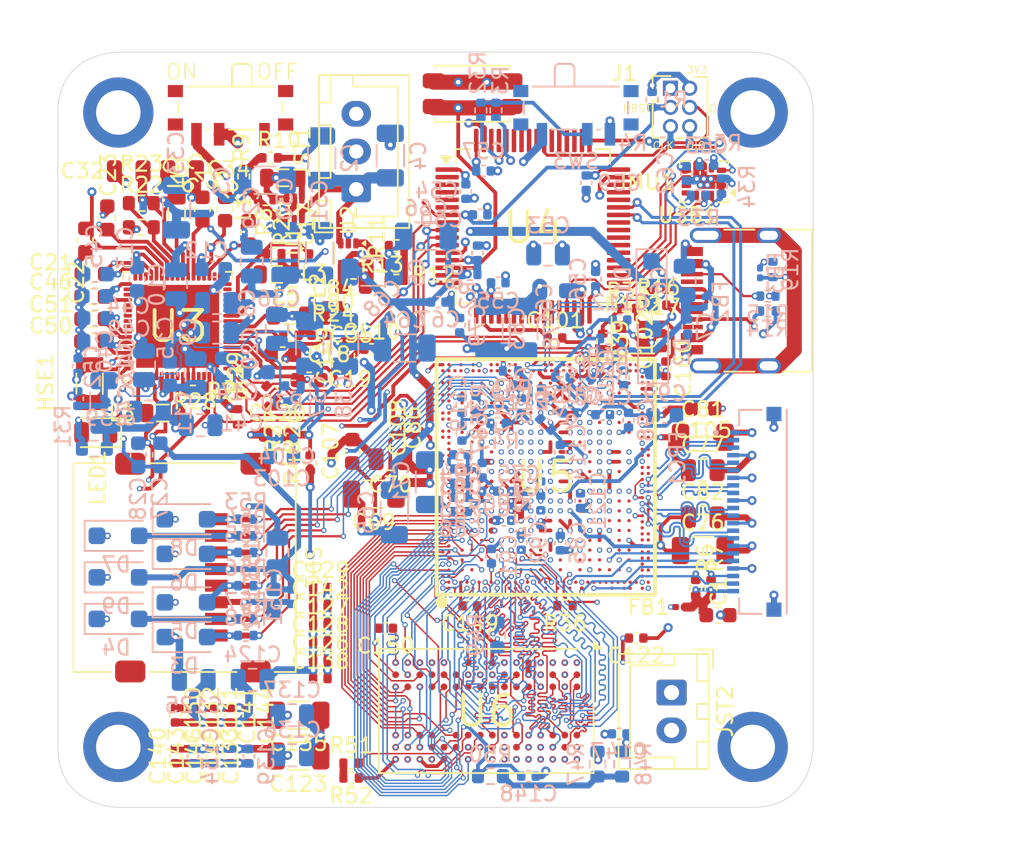
<source format=kicad_pcb>
(kicad_pcb (version 20241229) (generator "pcbnew") (generator_version "9.0")
  (layers (0 "F.Cu" signal) (4 "In1.Cu" power "G.Cu") (6 "In2.Cu" power "P.Cu") (2 "B.Cu" signal) (13 "F.Paste" user) (15 "B.Paste" user) (5 "F.SilkS" user "F.Silkscreen") (7 "B.SilkS" user "B.Silkscreen") (1 "F.Mask" user) (3 "B.Mask" user) (25 "Edge.Cuts" user))
  (net 0 "")
  (net 1 "Net-(C1-Pad2)")
  (net 2 "GND")
  (net 3 "/Power Supply/VIN_5V")
  (net 4 "VCC_3V3_SYS")
  (net 5 "VCC_0V9_CPU")
  (net 6 "BUCK5_2V2")
  (net 7 "FB1")
  (net 8 "/RK3566 SoC/VCCA_1V8_IMG")
  (net 9 "/RK3566 SoC/VCCA_1V8_PMU")
  (net 10 "/RK3566 SoC/VCCA_1V8")
  (net 11 "/RK3566 SoC/VCC_3V3_PMU")
  (net 12 "VCCIO_3V3_IMU")
  (net 13 "/RK3566 SoC/VCCIO_3V3_SD")
  (net 14 "/RK3566 SoC/VDDA_0V9_PMU")
  (net 15 "/RK3566 SoC/VDDA_0V9")
  (net 16 "/RK3566 SoC/VDDA_0V9_IMG")
  (net 17 "VCC_3V3_SD")
  (net 18 "/RK3566 SoC/VCC_3V3")
  (net 19 "VCC_DDR")
  (net 20 "/RK3566 SoC/VDD_LOGIC")
  (net 21 "Net-(C100-Pad1)")
  (net 22 "Net-(U3-VCC_CPVSS)")
  (net 23 "Net-(U3-VCC_SPK_HP)")
  (net 24 "Net-(U3-VCC_CPVDD)")
  (net 25 "Net-(U3-VCC_1P8A)")
  (net 26 "Net-(U3-VCC_1P8D)")
  (net 27 "Net-(U3-VREF)")
  (net 28 "/STM32U575RGT6/VDD_3V3")
  (net 29 "/STM32U575RGT6/NRST")
  (net 30 "Net-(U4-VCAP)")
  (net 31 "Net-(U5F-SARADC_VIN0)")
  (net 32 "/RK3566 SoC/PMUIO 1-2, OSC/XIN")
  (net 33 "/PMIC_RESETB")
  (net 34 "Net-(D1-A2)")
  (net 35 "Net-(R51-Pad1)")
  (net 37 "/VBUSDET")
  (net 38 "Net-(U5H-USB_AVDD1_0V9)")
  (net 39 "Net-(U5H-USB_AVDD1_1V8)")
  (net 40 "Net-(U5H-USB_AVDD1_3V3)")
  (net 41 "MIPI_AVDD_1V8")
  (net 42 "Net-(U6-V_{REFCA})")
  (net 43 "Net-(U6-V_{REFDQ})")
  (net 44 "/MT41K256 DDR3L/RESETn")
  (net 45 "/RK809-5 PMIC/XIN")
  (net 46 "/RK809-5 PMIC/XOUT")
  (net 47 "Net-(D2-A2)")
  (net 48 "Net-(D3-A2)")
  (net 49 "Net-(D4-A2)")
  (net 50 "Net-(D5-A2)")
  (net 51 "Net-(D6-A2)")
  (net 52 "Net-(D7-A2)")
  (net 53 "Net-(D8-A2)")
  (net 55 "Net-(USB1-SHIELD)")
  (net 56 "/RK3566 SoC/MIPI_CP")
  (net 57 "/RK3566 SoC/CAM_SDA")
  (net 58 "/RK3566 SoC/CAM_SCL")
  (net 59 "/RK3566 SoC/CAM_GPIO0")
  (net 60 "/RK3566 SoC/MIPI_CN")
  (net 61 "/RK3566 SoC/CAM_GPIO1")
  (net 63 "/LSM6DSRTR/SDA")
  (net 65 "/LSM6DSRTR/INT2")
  (net 66 "/LSM6DSRTR/SCL")
  (net 67 "/LSM6DSRTR/INT1")
  (net 68 "/STM32U575RGT6/SWO")
  (net 70 "/STM32U575RGT6/USART2_TX")
  (net 71 "/STM32U575RGT6/USART2_RX")
  (net 72 "Net-(U1-SW)")
  (net 73 "Net-(U2-SW)")
  (net 74 "/RK809-5 PMIC/SW1")
  (net 75 "/RK809-5 PMIC/SW3")
  (net 76 "/RK809-5 PMIC/SW2")
  (net 77 "/RK809-5 PMIC/SW5")
  (net 78 "Net-(LED1-A)")
  (net 79 "/STM32U575RGT6/PA0")
  (net 80 "/STM32U575RGT6/BOOT0")
  (net 81 "/STM32U575RGT6/SWDIO")
  (net 82 "/STM32U575RGT6/SWCLK")
  (net 83 "Net-(U1-FB)")
  (net 84 "Net-(U2-FB)")
  (net 85 "Net-(USB1-CC2)")
  (net 86 "Net-(USB1-CC1)")
  (net 87 "/USB_DP")
  (net 88 "/RK809-5 PMIC/FB3")
  (net 89 "Net-(U3-VDC)")
  (net 90 "/PMIC_SCL")
  (net 91 "/PMIC_SDA")
  (net 92 "/PMIC_CLK")
  (net 93 "/PMIC_INT")
  (net 94 "Net-(U4-PH3)")
  (net 95 "Net-(U5C-DDR_RZQ)")
  (net 96 "/RK3566 SoC/PMUIO 1-2, OSC/XOUT")
  (net 97 "Net-(U5D-GPIO0_A4_u)")
  (net 98 "/MicroSD Port/CLK")
  (net 99 "/MT41K256 DDR3L/VREF_DDR")
  (net 100 "Net-(U6-ZQ)")
  (net 101 "/MicroSD Port/D2")
  (net 102 "/MicroSD Port/D3")
  (net 103 "/MicroSD Port/CMD")
  (net 104 "/MicroSD Port/D0")
  (net 105 "/MicroSD Port/D1")
  (net 115 "/PMIC_PWRON")
  (net 116 "/PMIC_SLEEP")
  (net 129 "unconnected-(U4-PB15-Pad36)")
  (net 134 "/STM_RX{slash}RK_TX")
  (net 152 "/STM_TX{slash}RK_RX")
  (net 164 "/MT41K256 DDR3L/A3")
  (net 165 "/MT41K256 DDR3L/DQS_N1")
  (net 166 "/MT41K256 DDR3L/CK_P")
  (net 167 "/MT41K256 DDR3L/A12")
  (net 168 "/MT41K256 DDR3L/DQS_P1")
  (net 169 "/MT41K256 DDR3L/DQ1")
  (net 170 "/MT41K256 DDR3L/A8")
  (net 171 "/MT41K256 DDR3L/DQ7")
  (net 172 "/MT41K256 DDR3L/DQ6")
  (net 173 "/MT41K256 DDR3L/WEn")
  (net 174 "/MT41K256 DDR3L/A5")
  (net 175 "/MT41K256 DDR3L/A14")
  (net 176 "/MT41K256 DDR3L/DQS_P0")
  (net 177 "/MT41K256 DDR3L/DQ5")
  (net 178 "/MT41K256 DDR3L/A0")
  (net 179 "/MT41K256 DDR3L/CASn")
  (net 180 "/MT41K256 DDR3L/A11")
  (net 181 "/MT41K256 DDR3L/CKE")
  (net 182 "/MT41K256 DDR3L/DQ11")
  (net 183 "/MT41K256 DDR3L/DQ8")
  (net 184 "/MT41K256 DDR3L/A10")
  (net 185 "/MT41K256 DDR3L/DQ4")
  (net 186 "/MT41K256 DDR3L/DQ12")
  (net 187 "/MT41K256 DDR3L/BA2")
  (net 188 "/MT41K256 DDR3L/CK_N")
  (net 189 "/MT41K256 DDR3L/DQ0")
  (net 190 "/MT41K256 DDR3L/DQS_N0")
  (net 191 "/MT41K256 DDR3L/DQ14")
  (net 192 "/MT41K256 DDR3L/CSn0")
  (net 193 "/MT41K256 DDR3L/RASn")
  (net 194 "/MT41K256 DDR3L/A2")
  (net 195 "/MT41K256 DDR3L/A6")
  (net 196 "/MT41K256 DDR3L/DQ3")
  (net 197 "/MT41K256 DDR3L/A9")
  (net 198 "/MT41K256 DDR3L/A4")
  (net 199 "/MT41K256 DDR3L/BA0")
  (net 200 "/MT41K256 DDR3L/DQ9")
  (net 201 "/MT41K256 DDR3L/DQ15")
  (net 202 "/MT41K256 DDR3L/ODT0")
  (net 203 "/MT41K256 DDR3L/DQ13")
  (net 204 "/MT41K256 DDR3L/BA1")
  (net 205 "/MT41K256 DDR3L/A13")
  (net 206 "/MT41K256 DDR3L/DQ2")
  (net 207 "/MT41K256 DDR3L/A1")
  (net 208 "/MT41K256 DDR3L/DQ10")
  (net 209 "/MT41K256 DDR3L/A7")
  (net 210 "/USB_DN")
  (net 211 "FB2")
  (net 212 "/RK3566 SoC/VDD_GPU_NPU")
  (net 213 "Net-(R10-Pad1)")
  (net 214 "Net-(R12-Pad2)")
  (net 215 "/RK809-5 PMIC/VCC_RTC")
  (net 216 "Net-(J1-SWCLK)")
  (net 217 "Net-(J1-SWDIO)")
  (net 218 "VBUS_5V")
  (net 219 "/RK3566 SoC/MIPI_D0_N")
  (net 220 "/RK3566 SoC/MIPI_D1_N")
  (net 221 "/RK3566 SoC/MIPI_D0_P")
  (net 222 "/RK3566 SoC/MIPI_D1_P")
  (net 223 "/RK3566 SoC/MIPI_D2_P")
  (net 224 "/RK3566 SoC/MIPI_D2_N")
  (net 225 "/RK3566 SoC/MIPI_D3_P")
  (net 226 "/RK3566 SoC/MIPI_D3_N")
  (net 227 "/MT41K256 DDR3L/V_{REFCA}")
  (net 229 "/MT41K256 DDR3L/DM_A0")
  (net 230 "/MT41K256 DDR3L/DM_A1")
  (footprint "Capacitor_SMD:C_0402_1005Metric" (layer "F.Cu") (at 72.389822 54.274865)
    (property "Reference" "C110")
    (property "Value" "100nF")
  )
  (footprint "Connector_PinHeader_1.27mm:PinHeader_2x03_P1.27mm_Vertical" (layer "F.Cu") (at 92.172712 36.994134)
    (property "Reference" "J1")
    (property "Value" "DEBUG")
  )
  (footprint "Capacitor_SMD:C_0402_1005Metric" (layer "F.Cu") (at 61.807901 78.502961 -90)
    (property "Reference" "C131")
    (property "Value" "100nF")
  )
  (footprint "Capacitor_SMD:C_0603_1608Metric" (layer "F.Cu") (at 53.946141 49.294641)
    (property "Reference" "C21")
    (property "Value" "1uF")
  )
  (footprint "Capacitor_SMD:C_0603_1608Metric" (layer "F.Cu") (at 64.245478 46.543199 -90)
    (property "Reference" "C24")
    (property "Value" "1uF")
  )
  (footprint "Capacitor_SMD:C_0603_1608Metric" (layer "F.Cu") (at 61.187098 44.993199 -90)
    (property "Reference" "C26")
    (property "Value" "1uF")
  )
  (footprint "Resistor_SMD:R_0402_1005Metric" (layer "F.Cu") (at 71.026902 81.677104)
    (property "Reference" "R51")
    (property "Value" "120R")
  )
  (footprint "Capacitor_SMD:C_0603_1608Metric" (layer "F.Cu") (at 53.928062 52.266381)
    (property "Reference" "C51")
    (property "Value" "1uF")
  )
  (footprint "Capacitor_SMD:C_0402_1005Metric" (layer "F.Cu") (at 89.897379 73.396518 180)
    (property "Reference" "C122")
    (property "Value" "100nF")
  )
  (footprint "Capacitor_SMD:C_0805_2012Metric" (layer "F.Cu") (at 73.628266 61.553094 180)
    (property "Reference" "C70")
    (property "Value" "10uF")
  )
  (footprint "Connector_JST:JST_XH_B2B-XH-A_1x02_P2.50mm_Vertical" (layer "F.Cu") (at 92.242719 77.002961 -90)
    (property "Reference" "JST2")
    (property "Value" "XHP-2")
  )
  (footprint "Resistor_SMD:R_0402_1005Metric" (layer "F.Cu") (at 68.317719 61.812961 90)
    (property "Reference" "R46")
    (property "Value" "1R")
  )
  (footprint "Capacitor_SMD:C_0603_1608Metric" (layer "F.Cu") (at 62.682969 44.993199 -90)
    (property "Reference" "C25")
    (property "Value" "1uF")
  )
  (footprint "Resistor_SMD:R_0402_1005Metric" (layer "F.Cu") (at 63.917719 42.836735 90)
    (property "Reference" "R9")
    (property "Value" "22k")
  )
  (footprint "Connector_Card:microSD_HC_Molex_47219-2001" (layer "F.Cu") (at 60.005091 68.73131 -90)
    (property "Reference" "SD1")
    (property "Value" "MOLEX 472192001")
  )
  (footprint "Capacitor_SMD:C_0805_2012Metric" (layer "F.Cu") (at 94.30919 62.279231)
    (property "Reference" "C77")
    (property "Value" "10uF")
  )
  (footprint "Resistor_SMD:R_0402_1005Metric" (layer "F.Cu") (at 65.913326 47.948217)
    (property "Reference" "R21")
    (property "Value" "100R")
  )
  (footprint "srad-camera-footprints:4-40_MountingHole" (layer "F.Cu") (at 97.617654 38.603345)
    (property "Reference" "H2")
    (property "Value" "MntHole")
  )
  (footprint "Capacitor_SMD:C_0805_2012Metric" (layer "F.Cu") (at 59.836825 42.48463)
    (property "Reference" "C34")
    (property "Value" "10uF")
  )
  (footprint "Capacitor_SMD:C_0402_1005Metric" (layer "F.Cu") (at 59.391052 81.202961 90)
    (property "Reference" "C140")
    (property "Value" "100nF")
  )
  (footprint "Capacitor_SMD:C_1206_3216Metric" (layer "F.Cu") (at 94.30919 67.603345)
    (property "Reference" "C76")
    (property "Value" "22uF")
  )
  (footprint "Resistor_SMD:R_0402_1005Metric" (layer "F.Cu") (at 71.026902 82.658316 180)
    (property "Reference" "R52")
    (property "Value" "120R")
  )
  (footprint "Capacitor_SMD:C_1206_3216Metric" (layer "F.Cu") (at 67.542719 81.202961 180)
    (property "Reference" "C123")
    (property "Value" "22uF")
  )
  (footprint "Capacitor_SMD:C_0603_1608Metric" (layer "F.Cu") (at 95.315157 71.8793 180)
    (property "Reference" "C1")
    (property "Value" "1uF")
  )
  (footprint "Resistor_SMD:R_0402_1005Metric" (layer "F.Cu") (at 65.115473 57.726671 -45)
    (property "Reference" "R27")
    (property "Value" "4.7k")
  )
  (footprint "Capacitor_SMD:C_0402_1005Metric" (layer "F.Cu") (at 69.837719 52.348113)
    (property "Reference" "C80")
    (property "Value" "4.7uF")
  )
  (footprint "Capacitor_SMD:C_1206_3216Metric" (layer "F.Cu") (at 72.523175 63.869217 180)
    (property "Reference" "C69")
    (property "Value" "22uF")
  )
  (footprint "Capacitor_SMD:C_0402_1005Metric" (layer "F.Cu") (at 84.524151 53.523162)
    (property "Reference" "C101")
    (property "Value" "100nF")
  )
  (footprint "Resistor_SMD:R_0402_1005Metric" (layer "F.Cu") (at 91.377653 50.304443 180)
    (property "Reference" "R17")
    (property "Value" "22R")
  )
  (footprint "Capacitor_SMD:C_0402_1005Metric" (layer "F.Cu") (at 68.990625 72.462461)
    (property "Reference" "C127")
    (property "Value" "100nF")
  )
  (footprint "Capacitor_SMD:C_0402_1005Metric" (layer "F.Cu") (at 60.601234 78.502961 -90)
    (property "Reference" "C132")
    (property "Value" "100nF")
  )
  (footprint "Capacitor_SMD:C_0402_1005Metric" (layer "F.Cu") (at 68.990625 76.082462)
    (property "Reference" "C138")
    (property "Value" "100nF")
  )
  (footprint "Package_QFP:LQFP-64_10x10mm_P0.5mm" (layer "F.Cu") (at 83.061533 46.13242)
    (property "Reference" "U4")
    (property "Value" "STM32U575RGT6")
  )
  (footprint "Package_TO_SOT_SMD:SOT-563" (layer "F.Cu") (at 67.265814 45.00955 90)
    (property "Reference" "U1")
    (property "Value" "AP61300Z6")
  )
  (footprint "Capacitor_SMD:C_0603_1608Metric" (layer "F.Cu") (at 53.918801 53.751934)
    (property "Reference" "C50")
    (property "Value" "1uF")
  )
  (footprint "Resistor_SMD:R_0402_1005Metric" (layer "F.Cu") (at 87.686807 53.751237 -90)
    (property "Reference" "R39")
    (property "Value" "1M")
  )
  (footprint "Capacitor_SMD:C_0402_1005Metric" (layer "F.Cu") (at 68.990625 73.669128)
    (property "Reference" "C128")
    (property "Value" "100nF")
  )
  (footprint "Capacitor_SMD:C_0402_1005Metric" (layer "F.Cu") (at 68.990625 74.875795)
    (property "Reference" "C126")
    (property "Value" "100nF")
  )
  (footprint "Capacitor_SMD:C_0603_1608Metric" (layer "F.Cu") (at 66.50641 54.645801 180)
    (property "Reference" "C18")
    (property "Value" "1uF")
  )
  (footprint "Inductor_SMD:L_0805_2012Metric" (layer "F.Cu") (at 66.954003 52.044832)
    (property "Reference" "L5")
    (property "Value" "470nH / 4A")
  )
  (footprint "Crystal:Crystal_SMD_3215-2Pin_3.2x1.5mm" (layer "F.Cu") (at 53.717719 56.552961 90)
    (property "Reference" "HSE1")
    (property "Value" "32.768kHz")
  )
  (footprint "Connector_USB:USB_C_Receptacle_HRO_TYPE-C-31-M-12" (layer "F.Cu") (at 97.63261 51.054443 90)
    (property "Reference" "USB1")
    (property "Value" "12402012E212A")
  )
  (footprint "Button_Switch_SMD:SW_SPDT_PCM12" (layer "F.Cu") (at 63.043528 38.613017 180)
    (property "Reference" "SW1" (hide yes))
    (property "Value" "PWR" (hide yes))
  )
  (footprint "Capacitor_SMD:C_0805_2012Metric" (layer "F.Cu") (at 94.30919 65.403345)
    (property "Reference" "C82")
    (property "Value" "10uF")
  )
  (footprint "Package_LGA:LGA-14_3x2.5mm_P0.5mm_LayoutBorder3x4y" (layer "F.Cu") (at 94.383512 43.178491 180)
    (property "Reference" "IMU1")
    (property "Value" "LSM6DSRTR")
  )
  (footprint "Capacitor_SMD:C_0603_1608Metric" (layer "F.Cu") (at 53.433705 47.048939 90)
    (property "Reference" "C22")
    (property "Value" "1uF")
  )
  (footprint "Capacitor_SMD:C_0402_1005Metric" (layer "F.Cu") (at 73.95268 59.478789 -90)
    (property "Reference" "C86")
    (property "Value" "100nF")
  )
  (footprint "Capacitor_SMD:C_0402_1005Metric" (layer "F.Cu") (at 67.769515 47.958217 180)
    (property "Reference" "C17")
    (property "Value" "100nF")
  )
  (footprint "Resistor_SMD:R_0402_1005Metric" (layer "F.Cu") (at 60.557654 57.053345)
    (property "Reference" "R25")
    (property "Value" "10k")
  )
  (footprint "Resistor_SMD:R_0402_1005Metric" (layer "F.Cu") (at 85.187719 71.247264 180)
    (property "Reference" "R36")
    (property "Value" "120R")
  )
  (footprint "Capacitor_SMD:C_0603_1608Metric" (layer "F.Cu") (at 66.142719 59.933184)
    (property "Reference" "C120")
    (property "Value" "1uF")
  )
  (footprint "Capacitor_SMD:C_0805_2012Metric" (layer "F.Cu") (at 56.306069 42.48463 180)
    (property "Reference" "C32")
    (property "Value" "10uF")
  )
  (footprint "Capacitor_SMD:C_0402_1005Metric" (layer "F.Cu") (at 64.217719 81.202961 90)
    (property "Reference" "C133")
    (property "Value" "100nF")
  )
  (footprint "Capacitor_SMD:C_0603_1608Metric" (layer "F.Cu") (at 70.74104 54.701417 90)
    (property "Reference" "C109")
    (property "Value" "1uF")
  )
  (footprint "Resistor_SMD:R_0603_1608Metric" (layer "F.Cu") (at 57.13782 44.602961)
    (property "Reference" "R23")
    (property "Value" "82k")
  )
  (footprint "Capacitor_SMD:C_0402_1005Metric" (layer "F.Cu") (at 75.265227 59.478789 90)
    (property "Reference" "C108")
    (property "Value" "100nF")
  )
  (footprint "LED_SMD:LED_0805_2012Metric" (layer "F.Cu") (at 54.123431 59.798799 180)
    (property "Reference" "LED1")
    (property "Value" "150141GS63140")
  )
  (footprint "Capacitor_SMD:C_0402_1005Metric" (layer "F.Cu") (at 78.887719 71.262961 180)
    (property "Reference" "C149")
    (property "Value" "100nF")
  )
  (footprint "Capacitor_SMD:C_1206_3216Metric" (layer "F.Cu") (at 67.542719 78.502961 180)
    (property "Reference" "C135")
    (property "Value" "22uF")
  )
  (footprint "srad-camera-footprints:4-40_MountingHole" (layer "F.Cu") (at 55.617654 80.603345)
    (property "Reference" "H3")
    (property "Value" "MntHole")
  )
  (footprint "Capacitor_SMD:C_0402_1005Metric" (layer "F.Cu") (at 91.636668 53.716912 90)
    (property "Reference" "C102")
    (property "Value" "22pF")
  )
  (footprint "Package_BGA:Micron_FBGA-96_8x14mm_Layout9x16_P0.8mm" (layer "F.Cu") (at 79.976979 78.22302 -90)
    (property "Reference" "U6")
    (property "Value" "MT41K256M16TW-107:P")
  )
  (footprint "Resistor_SMD:R_0402_1005Metric" (layer "F.Cu") (at 65.374821 44.363903 180)
    (property "Reference" "R8")
    (property "Value" "200k")
  )
  (footprint "Resistor_SMD:R_0402_1005Metric" (layer "F.Cu") (at 91.377653 51.353345)
    (property "Reference" "R16")
    (property "Value" "22R")
  )
  (footprint "Resistor_SMD:R_0402_1005Metric" (layer "F.Cu") (at 65.78555 57.066307 -45)
    (property "Reference" "R26")
    (property "Value" "4.7k")
  )
  (footprint "Capacitor_SMD:C_0603_1608Metric" (layer "F.Cu") (at 71.10176 61.031265 90)
    (property "Reference" "C107")
    (property "Value" "1uF")
  )
  (footprint "Package_DFN_QFN:ArtInChip_QFN-68-1EP_7x7mm_P0.35mm_EP5.49x5.49mm" (layer "F.Cu") (at 59.542029 52.757871 180)
    (property "Reference" "U3")
    (property "Value" "RK809-5")
  )
  (footprint "srad-camera-footprints:4-40_MountingHole" (layer "F.Cu") (at 55.617654 38.603345)
    (property "Reference" "H1")
    (property "Value" "MntHole")
  )
  (footprint "Inductor_SMD:L_0603_1608Metric" (layer "F.Cu") (at 71.189567 50.132512)
    (property "Reference" "L2")
    (property "Value" "680nH")
  )
  (footprint "Connector_JST:JST_XH_B3B-XH-A_1x03_P2.50mm_Vertical" (layer "F.Cu") (at 71.367972 43.686802 90)
    (property "Reference" "JST1")
    (property "Value" "XHP-3" (hide yes))
  )
  (footprint "Inductor_SMD:L_0805_2012Metric" (layer "F.Cu") (at 66.503314 42.92205 180)
    (property "Reference" "L1")
    (property "Value" "1uH")
  )
  (footprint "Inductor_SMD:L_0805_2012Metric" (layer "F.Cu") (at 59.476556 45.320473 90)
    (property "Reference" "L4")
    (property "Value" "470nH / 4A")
  )
  (footprint "Crystal:Crystal_SMD_2016-4Pin_2.0x1.6mm" (layer "F.Cu") (at 89.683672 53.345397)
    (property "Reference" "HSE2")
    (property "Value" "24MHz")
  )
  (footprint "Resistor_SMD:R_0402_1005Metric" (layer "F.Cu") (at 63.518841 58.752883 90)
    (property "Reference" "R29")
    (property "Value" "10k")
  )
  (footprint "Resistor_SMD:R_0402_1005Metric" (layer "F.Cu") (at 67.041639 53.358092)
    (property "Reference" "R24")
    (property "Value" "100R")
  )
  (footprint "Capacitor_SMD:C_0402_1005Metric" (layer "F.Cu") (at 68.890461 53.350448 180)
    (property "Reference" "C35")
    (property "Value" "100nF")
  )
  (footprint "Capacitor_SMD:C_0402_1005Metric" (layer "F.Cu") (at 59.394567 78.502961 -90)
    (property "Reference" "C130")
    (property "Value" "100nF")
  )
  (footprint "Resistor_SMD:R_0402_1005Metric" (layer "F.Cu") (at 94.858849 70.067387 90)
    (property "Reference" "R7")
    (property "Value" "4.7k")
  )
  (footprint "Capacitor_SMD:C_0603_1608Metric" (layer "F.Cu") (at 94.30919 58.202961 180)
    (property "Reference" "C105")
    (property "Value" "1uF")
  )
  (footprint "Capacitor_SMD:C_1206_3216Metric" (layer "F.Cu") (at 94.30919 60.102961)
    (property "Reference" "C81")
    (property "Value" "22uF")
  )
  (footprint "Inductor_SMD:L_0805_2012Metric" (layer "F.Cu") (at 66.072487 49.319847)
    (property "Reference" "L3")
    (property "Value" "470nH / 4A")
  )
  (footprint "Capacitor_SMD:C_0603_1608Metric" (layer "F.Cu") (at 54.888967 45.578101 -90)
    (property "Reference" "C23")
    (property "Value" "1uF")
  )
  (footprint "Inductor_SMD:L_0805_2012Metric" (layer "F.Cu") (at 58.557495 58.497224)
    (property "Reference" "L6")
    (property "Value" "470nH / 4A")
  )
  (footprint "Resistor_SMD:R_0402_1005Metric" (layer "F.Cu") (at 74.034591 47.415947 180)
    (property "Reference" "R13")
    (property "Value" "200k")
  )
  (footprint "Capacitor_SMD:C_0402_1005Metric" (layer "F.Cu") (at 73.313217 72.745595 180)
    (property "Reference" "C150")
    (property "Value" "1nF")
  )
  (footprint "Capacitor_SMD:C_0402_1005Metric" (layer "F.Cu") (at 68.990625 70.049128)
    (property "Reference" "C129")
    (property "Value" "100nF")
  )
  (footprint "Capacitor_SMD:C_0402_1005Metric" (layer "F.Cu") (at 69.837719 51.402961)
    (property "Reference" "C84")
    (property "Value" "4.7uF")
  )
  (footprint "Resistor_SMD:R_0402_1005Metric" (layer "F.Cu") (at 65.674409 41.605663)
    (property "Reference" "R10")
    (property "Value" "22k")
  )
  (footprint "Capacitor_SMD:C_0603_1608Metric" (layer "F.Cu") (at 68.250947 56.31649 180)
    (property "Reference" "C19")
    (property "Value" "1uF")
  )
  (footprint "Capacitor_SMD:C_0402_1005Metric" (layer "F.Cu") (at 60.597719 81.202961 90)
    (property "Reference" "C143")
    (property "Value" "100nF")
  )
  (footprint "Capacitor_SMD:C_0402_1005Metric" (layer "F.Cu") (at 61.804386 81.202961 90)
    (property "Reference" "C146")
    (property "Value" "100nF")
  )
  (footprint "srad-camera-footprints:4-40_MountingHole" (layer "F.Cu") (at 97.617654 80.603345)
    (property "Reference" "H4")
    (property "Value" "MntHole")
  )
  (footprint "Capacitor_SMD:C_0402_1005Metric" (layer "F.Cu") (at 63.011052 81.202961 90)
    (property "Reference" "C145")
    (property "Value" "100nF")
  )
  (footprint "Button_Switch_SMD:SW_SPST_EVQP2_MiddlePushTravel_H2.5mm" (layer "F.Cu") (at 79.07044 37.352961 180)
    (property "Reference" "SW2" (hide yes))
    (property "Value" "USER")
  )
  (footprint "Resistor_SMD:R_0402_1005Metric" (layer "F.Cu") (at 74.024119 49.702961)
    (property "Reference" "R12")
    (property "Value" "200k")
  )
  (footprint "Capacitor_SMD:C_0402_1005Metric" (layer "F.Cu") (at 68.990625 71.255795)
    (property "Reference" "C142")
    (property "Value" "100nF")
  )
  (footprint "Resistor_SMD:R_0603_1608Metric" (layer "F.Cu") (at 57.13782 46.202961)
    (property "Reference" "R22")
    (property "Value" "120k")
  )
  (footprint "Capacitor_SMD:C_0402_1005Metric" (layer "F.Cu") (at 64.230553 78.502961 -90)
    (property "Reference" "C144")
    (property "Value" "100nF")
  )
  (footprint "Resistor_SMD:R_0402_1005Metric" (layer "F.Cu") (at 93.844662 70.067387 90)
    (property "Reference" "R6")
    (property "Value" "4.7k")
  )
  (footprint "Capacitor_SMD:C_0402_1005Metric" (layer "F.Cu") (at 63.014567 78.502961 -90)
    (property "Reference" "C141")
    (property "Value" "100nF")
  )
  (footprint "Resistor_SMD:R_0201_0603Metric" (layer "F.Cu") (at 92.824662 71.34257)
    (property "Reference" "FB1")
    (property "Value" "120R")
  )
  (footprint "Resistor_SMD:R_0402_1005Metric" (layer "F.Cu") (at 72.75965 48.653315)
    (property "Reference" "R11")
    (property "Value" "200k")
  )
  (footprint "Capacitor_SMD:C_0603_1608Metric" (layer "F.Cu") (at 53.93386 50.792923)
    (property "Reference" "C46")
    (property "Value" "1uF")
  )
  (footprint "Resistor_SMD:R_0402_1005Metric" (layer "F.Cu") (at 89.369641 51.579192)
    (property "Reference" "R37")
    (property "Value" "22R")
  )
  (footprint "Capacitor_SMD:C_0402_1005Metric" (layer "F.Cu") (at 91.863895 55.567469 -90)
    (property "Reference" "C100")
    (property "Value" "22pF")
  )
  (footprint "Package_TO_SOT_SMD:SOT-563" (layer "F.Cu") (at 70.844655 47.980662 -90)
    (property "Reference" "U2")
    (property "Value" "AP61300Z6")
  )
  (footprint "Resistor_SMD:R_0402_1005Metric" (layer "F.Cu") (at 63.087043 57.306848 180)
    (property "Reference" "R28")
    (property "Value" "10k")
  )
  (footprint "srad-camera-footprints:BGA-565_L15.5-W14.4-P0.40_RK3566_1" (layer "F.Cu") (at 83.901979 62.69802 90)
    (property "Reference" "U5")
    (property "Value" "RK3566")
  )
  (footprint "Capacitor_SMD:C_0402_1005Metric" (layer "B.Cu") (at 83.634584 57.338995 -90)
    (property "Reference" "C116")
    (property "Value" "100nF")
  )
  (footprint "Capacitor_SMD:C_0603_1608Metric" (layer "B.Cu") (at 54.092719 52.212618)
    (property "Reference" "C49")
    (property "Value" "1uF")
  )
  (footprint "Diode_SMD:D_SOD-123F" (layer "B.Cu") (at 60.097243 73.329124)
    (property "Reference" "D3")
    (property "Value" "TVS Vr3.3 Vb4")
  )
  (footprint "Capacitor_SMD:C_0402_1005Metric" (layer "B.Cu") (at 84.87966 67.104974 90)
    (property "Reference" "C85")
    (property "Value" "100nF")
  )
  (footprint "Capacitor_SMD:C_0402_1005Metric" (layer "B.Cu") (at 82.773631 82.538575)
    (property "Reference" "C148")
    (property "Value" "100nF")
  )
  (footprint "Diode_SMD:D_SOD-123F" (layer "B.Cu") (at 55.597245 72.12631)
    (property "Reference" "D4")
    (property "Value" "TVS Vr3.3 Vb4")
  )
  (footprint "Capacitor_SMD:C_0402_1005Metric" (layer "B.Cu") (at 93.30761 52.774443 90)
    (property "Reference" "C7")
    (property "Value" "100nF")
  )
  (footprint "Capacitor_SMD:C_1206_3216Metric" (layer "B.Cu") (at 59.467654 44.898359 90)
    (property "Reference" "C33")
    (property "Value" "22uF")
  )
  (footprint "Resistor_SMD:R_0603_1608Metric" (layer "B.Cu") (at 54.030945 60.853345 180)
    (property "Reference" "R31")
    (property "Value" "220R")
  )
  (footprint "Capacitor_SMD:C_0402_1005Metric" (layer "B.Cu") (at 73.938859 51.743487 -135)
    (property "Reference" "C68")
    (property "Value" "4.7uF")
  )
  (footprint "Capacitor_SMD:C_1206_3216Metric" (layer "B.Cu") (at 73.625364 41.455961 90)
    (property "Reference" "C4")
    (property "Value" "22uF")
  )
  (footprint "Capacitor_SMD:C_0402_1005Metric" (layer "B.Cu") (at 78.273308 62.200397)
    (property "Reference" "C93")
    (property "Value" "100nF")
  )
  (footprint "Capacitor_SMD:C_1206_3216Metric" (layer "B.Cu") (at 76.217654 63.078345 -90)
    (property "Reference" "C71")
    (property "Value" "22uF")
  )
  (footprint "Capacitor_SMD:C_0603_1608Metric" (layer "B.Cu") (at 56.864626 49.637071 90)
    (property "Reference" "C13")
    (property "Value" "1uF")
  )
  (footprint "Capacitor_SMD:C_1206_3216Metric" (layer "B.Cu") (at 73.887752 65.077962 -90)
    (property "Reference" "C65")
    (property "Value" "22uF")
  )
  (footprint "Capacitor_SMD:C_1206_3216Metric" (layer "B.Cu") (at 70.593111 53.921047 -90)
    (property "Reference" "C38")
    (property "Value" "22uF")
  )
  (footprint "Capacitor_SMD:C_0805_2012Metric" (layer "B.Cu") (at 59.43349 49.976296 90)
    (property "Reference" "C10")
    (property "Value" "10uF")
  )
  (footprint "Capacitor_SMD:C_0402_1005Metric" (layer "B.Cu") (at 85.517871 58.489178 180)
    (property "Reference" "C113")
    (property "Value" "100nF")
  )
  (footprint "Capacitor_SMD:C_0805_2012Metric" (layer "B.Cu") (at 64.510944 76.165459 180)
    (property "Reference" "C124")
    (property "Value" "4.7uF")
  )
  (footprint "Resistor_SMD:R_0402_1005Metric" (layer "B.Cu") (at 64.057243 73.22631 180)
    (property "Reference" "R58")
    (property "Value" "22R")
  )
  (footprint "Capacitor_SMD:C_0402_1005Metric" (layer "B.Cu") (at 81.147012 65.60534 180)
    (property "Reference" "C96")
    (property "Value" "4.7uF")
  )
  (footprint "Capacitor_SMD:C_0402_1005Metric" (layer "B.Cu") (at 82.292288 67.067923 90)
    (property "Reference" "C92")
    (property "Value" "4.7uF")
  )
  (footprint "Capacitor_SMD:C_0402_1005Metric" (layer "B.Cu") (at 78.273308 63.139145)
    (property "Reference" "C90")
    (property "Value" "100nF")
  )
  (footprint "Capacitor_SMD:C_0402_1005Metric" (layer "B.Cu") (at 87.69127 58.606908 180)
    (property "Reference" "C106")
    (property "Value" "100nF")
  )
  (footprint "Capacitor_SMD:C_0603_1608Metric" (layer "B.Cu") (at 54.092719 53.719935)
    (property "Reference" "C52")
    (property "Value" "1uF")
  )
  (footprint "Capacitor_SMD:C_0402_1005Metric" (layer "B.Cu") (at 79.571533 45.37242 180)
    (property "Reference" "C60")
    (property "Value" "100nF")
  )
  (footprint "Capacitor_SMD:C_0805_2012Metric" (layer "B.Cu") (at 85.517719 51.352961 90)
    (property "Reference" "C61")
    (property "Value" "4.7uF")
  )
  (footprint "Resistor_SMD:R_0402_1005Metric" (layer "B.Cu") (at 64.057243 67.72631 180)
    (property "Reference" "R55")
    (property "Value" "22R")
  )
  (footprint "Resistor_SMD:R_0402_1005Metric" (layer "B.Cu") (at 90.956059 37.754136 -90)
    (property "Reference" "R1")
    (property "Value" "10k")
  )
  (footprint "Capacitor_SMD:C_1206_3216Metric" (layer "B.Cu") (at 65.328314 43.08455 180)
    (property "Reference" "C3")
    (property "Value" "22uF")
  )
  (footprint "Resistor_SMD:R_0201_0603Metric" (layer "B.Cu") (at 98.097653 49.223346 90)
    (property "Reference" "FB3")
    (property "Value" "120R")
  )
  (footprint "Capacitor_SMD:C_0603_1608Metric" (layer "B.Cu") (at 59.023887 55.883539 -90)
    (property "Reference" "C15")
    (property "Value" "1uF")
  )
  (footprint "Capacitor_SMD:C_0603_1608Metric" (layer "B.Cu") (at 61.920056 48.97275 180)
    (property "Reference" "C12")
    (property "Value" "1uF")
  )
  (footprint "Capacitor_SMD:C_0402_1005Metric" (layer "B.Cu") (at 82.107012 64.63777 180)
    (property "Reference" "C73")
    (property "Value" "4.7uF")
  )
  (footprint "Resistor_SMD:R_0402_1005Metric" (layer "B.Cu") (at 98.947652 48.993346 90)
    (property "Reference" "R19")
    (property "Value" "1M")
  )
  (footprint "Capacitor_SMD:C_0402_1005Metric" (layer "B.Cu") (at 94.582029 42.098233 180)
    (property "Reference" "C63")
    (property "Value" "100nF")
  )
  (footprint "Capacitor_SMD:C_0402_1005Metric" (layer "B.Cu") (at 88.777077 79.736512)
    (property "Reference" "C147")
    (property "Value" "100nF")
  )
  (footprint "Capacitor_SMD:C_0402_1005Metric" (layer "B.Cu") (at 79.707012 62.284226 -90)
    (property "Reference" "C95")
    (property "Value" "100nF")
  )
  (footprint "Capacitor_SMD:C_0402_1005Metric" (layer "B.Cu") (at 82.297683 58.009669 -90)
    (property "Reference" "C117")
    (property "Value" "100nF")
  )
  (footprint "Capacitor_SMD:C_0402_1005Metric" (layer "B.Cu") (at 52.952357 55.359567 90)
    (property "Reference" "C47")
    (property "Value" "22pf")
  )
  (footprint "Capacitor_SMD:C_0805_2012Metric" (layer "B.Cu") (at 67.127868 78.502961 180)
    (property "Reference" "C137")
    (property "Value" "4.7uF")
  )
  (footprint "Capacitor_SMD:C_0805_2012Metric" (layer "B.Cu") (at 57.31833 55.338949 -90)
    (property "Reference" "C16")
    (property "Value" "10uF")
  )
  (footprint "Capacitor_SMD:C_0603_1608Metric" (layer "B.Cu") (at 56.933218 61.271968 90)
    (property "Reference" "C28")
    (property "Value" "1uF")
  )
  (footprint "Capacitor_SMD:C_0402_1005Metric" (layer "B.Cu") (at 78.217719 52.683345 90)
    (property "Reference" "C79")
    (property "Value" "4.7uF")
  )
  (footprint "Capacitor_SMD:C_0603_1608Metric" (layer "B.Cu") (at 54.042719 50.761904)
    (property "Reference" "C44")
    (property "Value" "1uF")
  )
  (footprint "Capacitor_SMD:C_1206_3216Metric" (layer "B.Cu") (at 69.077965 41.627961 90)
    (property "Reference" "C2")
    (property "Value" "22uF")
  )
  (footprint "Resistor_SMD:R_0201_0603Metric" (layer "B.Cu") (at 94.446843 51.124443 90)
    (property "Reference" "FB2")
    (property "Value" "120R")
  )
  (footprint "Diode_SMD:D_SOD-123F" (layer "B.Cu") (at 60.097243 67.822692)
    (property "Reference" "D6")
    (property "Value" "TVS Vr3.3 Vb4")
  )
  (footprint "Resistor_SMD:R_0603_1608Metric" (layer "B.Cu") (at 87.341227 81.739938 -90)
    (property "Reference" "R47")
    (property "Value" "10k")
  )
  (footprint "Capacitor_SMD:C_0402_1005Metric" (layer "B.Cu") (at 76.797654 51.153345)
    (property "Reference" "C67")
    (property "Value" "4.7uF")
  )
  (footprint "Capacitor_SMD:C_0402_1005Metric" (layer "B.Cu") (at 60.546349 81.222961 90)
    (property "Reference" "C134")
    (property "Value" "100nF")
  )
  (footprint "Resistor_SMD:R_0603_1608Metric" (layer "B.Cu") (at 80.251914 82.538575 180)
    (property "Reference" "R50")
    (property "Value" "220R")
  )
  (footprint "Capacitor_SMD:C_0402_1005Metric" (layer "B.Cu") (at 87.217719 49.622961 -90)
    (property "Reference" "C56")
    (property "Value" "100nF")
  )
  (footprint "Capacitor_SMD:C_0805_2012Metric" (layer "B.Cu") (at 60.610944 76.165459)
    (property "Reference" "C125")
    (property "Value" "4.7uF")
  )
  (footprint "Capacitor_SMD:C_0603_1608Metric" (layer "B.Cu") (at 62.49492 55.651764 90)
    (property "Reference" "C14")
    (property "Value" "1uF")
  )
  (footprint "Capacitor_SMD:C_0805_2012Metric" (layer "B.Cu") (at 66.115464 52.929336 -90)
    (property "Reference" "C36")
    (property "Value" "10uF")
  )
  (footprint "Capacitor_SMD:C_0603_1608Metric" (layer "B.Cu") (at 54.092719 49.305721)
    (property "Reference" "C45")
    (property "Value" "1uF")
  )
  (footprint "Diode_SMD:D_SOD-123F" (layer "B.Cu") (at 91.022806 54.321979 90)
    (property "Reference" "D2")
    (property "Value" "TVS Vr3.3 Vb4")
  )
  (footprint "Capacitor_SMD:C_1206_3216Metric" (layer "B.Cu") (at 75.980937 46.790103 180)
    (property "Reference" "C66")
    (property "Value" "22uF")
  )
  (footprint "Capacitor_SMD:C_0603_1608Metric" (layer "B.Cu") (at 91.79277 58.640915 180)
    (property "Reference" "C99")
    (property "Value" "1uF")
  )
  (footprint "Capacitor_SMD:C_0402_1005Metric" (layer "B.Cu") (at 79.391533 47.89242 -90)
    (property "Reference" "C58")
    (property "Value" "100nF")
  )
  (footprint "Capacitor_SMD:C_0402_1005Metric" (layer "B.Cu") (at 80.317654 67.973345 90)
    (property "Reference" "C91")
    (property "Value" "4.7uF")
  )
  (footprint "Diode_SMD:D_SOD-123F" (layer "B.Cu") (at 60.097243 65.529124)
    (property "Reference" "D8")
    (property "Value" "TVS Vr3.3 Vb4")
  )
  (footprint "Diode_SMD:D_SOD-123F" (layer "B.Cu") (at 55.597245 69.37631)
    (property "Reference" "D9")
    (property "Value" "TVS Vr3.3 Vb4")
  )
  (footprint "Capacitor_SMD:C_0402_1005Metric" (layer "B.Cu") (at 85.019885 56.122268)
    (property "Reference" "C115")
    (property "Value" "100nF")
  )
  (footprint "Capacitor_SMD:C_0402_1005Metric" (layer "B.Cu") (at 93.221012 42.638648 -90)
    (property "Reference" "C62")
    (property "Value" "100nF")
  )
  (footprint "Resistor_SMD:R_0402_1005Metric" (layer "B.Cu") (at 98.620174 50.752097)
    (property "Reference" "R15")
    (property "Value" "5.1k")
  )
  (footprint "Capacitor_SMD:C_0402_1005Metric" (layer "B.Cu") (at 86.591533 43.25242 90)
    (property "Reference" "C59")
    (property "Value" "100nF")
  )
  (footprint "Capacitor_SMD:C_0402_1005Metric" (layer "B.Cu") (at 78.273308 64.077894)
    (property "Reference" "C89")
    (property "Value" "100nF")
  )
  (footprint "Capacitor_SMD:C_0402_1005Metric" (layer "B.Cu") (at 88.830657 52.336283 180)
    (property "Reference" "C112")
    (property "Value" "100nF")
  )
  (footprint "Capacitor_SMD:C_0805_2012Metric" (layer "B.Cu") (at 62.146139 53.172037)
    (property "Reference" "C9")
    (property "Value" "10uF")
  )
  (footprint "Resistor_SMD:R_0402_1005Metric" (layer "B.Cu") (at 64.057243 65.52631 180)
    (property "Reference" "R53")
    (property "Value" "22R")
  )
  (footprint "Capacitor_SMD:C_0402_1005Metric" (layer "B.Cu") (at 89.079798 56.169474 -90)
    (property "Reference" "C111")
    (property "Value" "100nF")
  )
  (footprint "Capacitor_SMD:C_0402_1005Metric" (layer "B.Cu") (at 64.268719 81.222961 90)
    (property "Reference" "C139")
    (property "Value" "100nF")
  )
  (footprint "Capacitor_SMD:C_0402_1005Metric" (layer "B.Cu") (at 82.107012 63.68777 180)
    (property "Reference" "C75")
    (property "Value" "4.7uF")
  )
  (footprint "Capacitor_SMD:C_0402_1005Metric" (layer "B.Cu") (at 67.097244 70.655776 -90)
    (property "Reference" "C151")
    (property "Value" "100nF")
  )
  (footprint "Capacitor_SMD:C_0603_1608Metric" (layer "B.Cu") (at 58.400116 61.269786 90)
    (property "Reference" "C27")
    (property "Value" "1uF")
  )
  (footprint "Capacitor_SMD:C_0805_2012Metric" (layer "B.Cu") (at 67.127868 81.154338 180)
    (property "Reference" "C136")
    (property "Value" "4.7uF")
  )
  (footprint "Capacitor_SMD:C_0402_1005Metric" (layer "B.Cu") (at 78.625146 43.834287 90)
    (property "Reference" "C54")
    (property "Value" "100nF")
  )
  (footprint "Capacitor_SMD:C_0805_2012Metric" (layer "B.Cu") (at 57.647952 58.402056 180)
    (property "Reference" "C39")
    (property "Value" "10uF")
  )
  (footprint "Capacitor_SMD:C_1206_3216Metric" (layer "B.Cu") (at 68.284587 53.922503 -90)
    (property "Reference" "C37")
    (property "Value" "22uF")
  )
  (footprint "Resistor_SMD:R_0402_1005Metric" (layer "B.Cu") (at 78.372278 57.975577 90)
    (property "Reference" "R35")
    (property "Value" "10k")
  )
  (footprint "Resistor_SMD:R_0402_1005Metric" (layer "B.Cu") (at 93.952711 40.630075 180)
    (property "Reference" "R5")
    (property "Value" "22R")
  )
  (footprint "Resistor_SMD:R_0402_1005Metric" (layer "B.Cu") (at 80.749558 59.179893)
    (property "Reference" "R43")
    (property "Value" "1R")
  )
  (footprint "Button_Switch_SMD:SW_SPDT_PCM12" (layer "B.Cu") (at 85.91219 38.613017)
    (property "Reference" "SW3")
    (property "Value" "BOOT0")
  )
  (footprint "Capacitor_SMD:C_0805_2012Metric" (layer "B.Cu") (at 93.103796 49.733157 -90)
    (property "Reference" "C6")
    (property "Value" "10uF")
  )
  (footprint "Capacitor_SMD:C_1206_3216Metric" (layer "B.Cu") (at 80.149101 52.908361 90)
    (property "Reference" "C83")
    (property "Value" "22uF")
  )
  (footprint "Capacitor_SMD:C_0402_1005Metric" (layer "B.Cu") (at 89.39411 58.967394 90)
    (property "Reference" "C98")
    (property "Value" "100nF")
  )
  (footprint "Capacitor_SMD:C_0402_1005Metric" (layer "B.Cu") (at 66.737719 60.207533)
    (property "Reference" "C104")
    (property "Value" "100nF")
  )
  (footprint "Resistor_SMD:R_0402_1005Metric" (layer "B.Cu") (at 67.182919 56.7071)
    (property "Reference" "R30")
    (property "Value" "10k")
  )
  (footprint "Capacitor_SMD:C_0805_2012Metric" (layer "B.Cu") (at 61.067654 59.303345)
    (property "Reference" "C41")
    (property "Value" "10uF")
  )
  (footprint "Capacitor_SMD:C_0603_1608Metric" (layer "B.Cu") (at 64.758681 55.798672 180)
    (property "Reference" "C20")
    (property "Value" "1uF")
  )
  (footprint "Capacitor_SMD:C_0402_1005Metric" (layer "B.Cu") (at 52.938143 57.541435 -90)
    (property "Reference" "C48")
    (property "Value" "22pf")
  )
  (footprint "Capacitor_SMD:C_0402_1005Metric" (layer "B.Cu") (at 80.771533 49.87242 180)
    (property "Reference" "C55")
    (property "Value" "100nF")
  )
  (footprint "Capacitor_SMD:C_0402_1005Metric" (layer "B.Cu") (at 82.253194 56.629851)
    (property "Reference" "C118")
    (property "Value" "100nF")
  )
  (footprint "Capacitor_SMD:C_1206_3216Metric" (layer "B.Cu") (at 54.667654 57.828345 90)
    (property "Reference" "C40")
    (property "Value" "22uF")
  )
  (footprint "srad-camera-footprints:AMPHENOL_10051922-2210ELF" (layer "B.Cu") (at 98.172268 65.03777 -90)
    (property "Reference" "FPC1")
    (property "Value" "Amphenol_F32R 1x22")
  )
  (footprint "Capacitor_SMD:C_0402_1005Metric" (layer "B.Cu") (at 84.87412 61.095845 90)
    (property "Reference" "C114")
    (property "Value" "100nF")
  )
  (footprint "Capacitor_SMD:C_0805_2012Metric" (layer "B.Cu") (at 84.067719 48.002961)
    (property "Reference" "C53")
    (property "Value" "10uF")
  )
  (footprint "Capacitor_SMD:C_0805_2012Metric" (layer "B.Cu") (at 66.147244 67.728486 -90)
    (property "Reference" "C153")
    (property "Value" "10uF")
  )
  (footprint "Resistor_SMD:R_0402_1005Metric" (layer "B.Cu") (at 64.057243 66.62631 180)
    (property "Reference" "R54")
    (property "Value" "22R")
  )
  (footprint "Resistor_SMD:R_0402_1005Metric" (layer "B.Cu") (at 64.057243 69.92631 180)
    (property "Reference" "R56")
    (property "Value" "22R")
  )
  (footprint "Capacitor_SMD:C_0402_1005Metric" (layer "B.Cu") (at 79.297575 57.843651 -90)
    (property "Reference" "C119")
    (property "Value" "100nF")
  )
  (footprint "Resistor_SMD:R_0402_1005Metric" (layer "B.Cu") (at 98.620174 51.746529)
    (property "Reference" "R14")
    (property "Value" "5.1k")
  )
  (footprint "Capacitor_SMD:C_1206_3216Metric" (layer "B.Cu") (at 74.578361 54.195235 180)
    (property "Reference" "C64")
    (property "Value" "22uF")
  )
  (footprint "Capacitor_SMD:C_0402_1005Metric" (layer "B.Cu") (at 80.187012 63.669285)
    (property "Reference" "C97")
    (property "Value" "4.7uF")
  )
  (footprint "Resistor_SMD:R_0402_1005Metric" (layer "B.Cu") (at 81.581014 55.709244)
    (property "Reference" "R44")
    (property "Value" "0R")
  )
  (footprint "Resistor_SMD:R_0402_1005Metric" (layer "B.Cu") (at 88.027253 54.584338)
    (property "Reference" "R20")
    (property "Value" "10k")
  )
  (footprint "Capacitor_SMD:C_0402_1005Metric" (layer "B.Cu") (at 83.587012 65.41777 -90)
    (property "Reference" "C74")
    (property "Value" "4.7uF")
  )
  (footprint "Diode_SMD:D_SOD-123F" (layer "B.Cu") (at 55.597245 66.62631)
    (property "Reference" "D7")
    (property "Value" "TVS Vr3.3 Vb4")
  )
  (footprint "Capacitor_SMD:C_0805_2012Metric" (layer "B.Cu") (at 64.447177 48.470941 90)
    (property "Reference" "C29")
    (property "Value" "10uF")
  )
  (footprint "Capacitor_SMD:C_0402_1005Metric" (layer "B.Cu") (at 83.587012 63.50777 -90)
    (property "Reference" "C72")
    (property "Value" "4.7uF")
  )
  (footprint "Resistor_SMD:R_0603_1608Metric" (layer "B.Cu") (at 88.965862 81.739938 90)
    (property "Reference" "R48")
    (property "Value" "10k")
  )
  (footprint "Capacitor_SMD:C_0805_2012Metric" (layer "B.Cu") (at 62.141065 51.210537)
    (property "Reference" "C8")
    (property "Value" "10uF")
  )
  (footprint "Capacitor_SMD:C_1206_3216Metric" (layer "B.Cu") (at 72.394971 49.16453)
    (property "Reference" "C5")
    (property "Value" "22uF")
  )
  (footprint "Diode_SMD:D_SOD-123F" (layer "B.Cu") (at 60.097243 71.031938)
    (property "Reference" "D5")
    (property "Value" "TVS Vr3.3 Vb4")
  )
  (footprint "Capacitor_SMD:C_0402_1005Metric" (layer "B.Cu") (at 78.368609 59.841629 90)
    (property "Reference" "C87")
    (property "Value" "1nF")
  )
  (footprint "Capacitor_SMD:C_0603_1608Metric" (layer "B.Cu") (at 66.442719 61.402961)
    (property "Reference" "C103")
    (property "Value" "1uF")
  )
  (footprint "Capacitor_SMD:C_0402_1005Metric" (layer "B.Cu") (at 79.791533 42.47242 180)
    (property "Reference" "C57")
    (property "Value" "100nF")
  )
  (footprint "Resistor_SMD:R_0402_1005Metric" (layer "B.Cu") (at 86.542335 56.622474 -135)
    (property "Reference" "R41")
    (property "Value" "100R")
  )
  (footprint "Resistor_SMD:R_0402_1005Metric" (layer "B.Cu") (at 78.881533 49.317805 180)
    (property "Reference" "R2")
    (property "Value" "10k")
  )
  (footprint "Resistor_SMD:R_0402_1005Metric" (layer "B.Cu") (at 64.057243 72.12631 180)
    (property "Reference" "R57")
    (property "Value" "22R")
  )
  (footprint "Capacitor_SMD:C_0805_2012Metric" (layer "B.Cu") (at 60.733582 55.858647 -90)
    (property "Reference" "C11")
    (property "Value" "10uF")
  )
  (footprint "Resistor_SMD:R_0402_1005Metric" (layer "B.Cu") (at 80.617719 38.46242 90)
    (property "Reference" "R3")
    (property "Value" "10k")
  )
  (footprint "Capacitor_SMD:C_0402_1005Metric" (layer "B.Cu") (at 86.213395 64.300825 90)
    (property "Reference" "C121")
    (property "Value" "100nF")
  )
  (footprint "Capacitor_SMD:C_1206_3216Metric" (layer "B.Cu") (at 66.647177 47.895941 90)
    (property "Reference" "C30")
    (property "Value" "22uF")
  )
  (footprint "Capacitor_SMD:C_0402_1005Metric" (layer "B.Cu") (at 78.273308 65.016643)
    (property "Reference" "C88")
    (property "Value" "100nF")
  )
  (footprint "Capacitor_SMD:C_0402_1005Metric" (layer "B.Cu") (at 78.273308 61.261648)
    (property "Reference" "C94")
    (property "Value" "100nF")
  )
  (footprint "Capacitor_SMD:C_1206_3216Metric" (layer "B.Cu") (at 68.947177 47.895941 90)
    (property "Reference" "C31")
    (property "Value" "22uF")
  )
  (footprint "Capacitor_SMD:C_1206_3216Metric" (layer "B.Cu") (at 82.462525 52.908361 90)
    (property "Reference" "C78")
    (property "Value" "22uF")
  )
  (footprint "Resistor_SMD:R_0402_1005Metric" (layer "B.Cu") (at 83.911648 59.242143 135)
    (property "Reference" "R42")
    (property "Value" "1R")
  )
  (footprint "Resistor_SMD:R_0402_1005Metric" (layer "B.Cu") (at 88.027253 53.568106)
    (property "Reference" "R18")
    (property "Value" "10k")
  )
  (footprint "Resistor_SMD:R_0402_1005Metric" (layer "B.Cu") (at 95.547464 43.479878 -90)
    (property "Reference" "R34")
    (property "Value" "4.7k")
  )
  (footprint "Resistor_SMD:R_0402_1005Metric" (layer "B.Cu") (at 91.662713 40.630075)
    (property "Reference" "R4")
    (property "Value" "22R")
  )
  (footprint "Capacitor_SMD:C_0603_1608Metric" (layer "B.Cu") (at 65.897244 70.950776 -90)
    (property "Reference" "C152")
    (property "Value" "1uF")
  )
  (footprint "Resistor_SMD:R_0603_1608Metric" (layer "B.Cu") (at 80.714229 73.184884 -90)
    (property "Reference" "R49")
    (property "Value" "220R")
  )
  (footprint "Resistor_SMD:R_0402_1005Metric" (layer "B.Cu") (at 94.028985 44.088312)
    (property "Reference" "R33")
    (property "Value" "4.7k")
  )
  (footprint "Diode_SMD:D_SOD-123F" (layer "B.Cu") (at 90.917719 49.863022 -90)
    (property "Reference" "D1")
    (property "Value" "TVS Vr3.3 Vb4")
  )
  (footprint "Resistor_SMD:R_0402_1005Metric" (layer "B.Cu") (at 79.617719 38.46242 -90)
    (property "Reference" "R32")
    (property "Value" "4.7k")
  )
  (gr_line (start 101.617654 38.603345) (end 101.617654 80.603345) (stroke (width 0.05)) (layer "Edge.Cuts"))
  (gr_curve (pts (xy 51.617654 80.603345) (xy 51.617654 84.603345) (xy 55.617654 84.603345) (xy 55.617654 84.603345)) (stroke (width 0.05)) (layer "Edge.Cuts"))
  (gr_curve (pts (xy 97.617654 84.603345) (xy 101.617654 84.603345) (xy 101.617654 80.603345) (xy 101.617654 80.603345)) (stroke (width 0.05)) (layer "Edge.Cuts"))
  (gr_curve (pts (xy 101.617654 38.603345) (xy 101.617654 34.603345) (xy 97.617654 34.603345) (xy 97.617654 34.603345)) (stroke (width 0.05)) (layer "Edge.Cuts"))
  (gr_line (start 55.617654 34.603345) (end 97.617654 34.603345) (stroke (width 0.05)) (layer "Edge.Cuts"))
  (gr_line (start 51.617654 80.603345) (end 51.617654 38.603345) (stroke (width 0.05)) (layer "Edge.Cuts"))
  (gr_line (start 97.617654 84.603345) (end 55.617654 84.603345) (stroke (width 0.05)) (layer "Edge.Cuts"))
  (gr_curve (pts (xy 51.617654 38.603345) (xy 51.617654 34.603345) (xy 55.617654 34.603345) (xy 55.617654 34.603345)) (stroke (width 0.05)) (layer "Edge.Cuts"))
  (gr_text "3V3" (at 93.199149 36.066809 0) (layer "F.SilkS") (effects (font (size 0.5 0.5) (thickness 0.0625)) (justify left bottom)))
  (gr_text "OFF" (at 67.589182 36.483342 0) (layer "F.SilkS") (effects (font (size 1 1) (thickness 0.1)) (justify right bottom)))
  (gr_text "ON" (at 58.689182 36.483342 0) (layer "F.SilkS") (effects (font (size 1 1) (thickness 0.1)) (justify left bottom)))
  (gr_text "CLK" (at 92.440099 41.092635 0) (layer "F.SilkS") (effects (font (size 0.5 0.5) (thickness 0.0625)) (justify right bottom)))
  (gr_text "DIO" (at 93.199149 41.092635 0) (layer "F.SilkS") (effects (font (size 0.5 0.5) (thickness 0.0625)) (justify left bottom)))
  (gr_text "O" (at 94.675919 38.63263 0) (layer "F.SilkS") (effects (font (size 0.5 0.5) (thickness 0.0625)) (justify left bottom)))
  (gr_text "NRST" (at 88.974638 38.63263 0) (layer "F.SilkS") (effects (font (size 0.5 0.5) (thickness 0.0625)) (justify left bottom)))
  (segment (start 93.844662 70.577387) (end 93.844662 70.74257) (width 0.6) (layer "F.Cu") (net 1))
  (segment (start 94.019662 70.91757) (end 94.244662 71.14257) (width 0.6) (layer "F.Cu") (net 1))
  (segment (start 93.144662 71.34257) (end 93.594662 71.34257) (width 0.6) (layer "F.Cu") (net 1))
  (segment (start 93.844662 70.577387) (end 93.844662 70.19257) (width 0.25) (layer "F.Cu") (net 1))
  (segment (start 93.844662 70.74257) (end 94.019662 70.91757) (width 0.6) (layer "F.Cu") (net 1))
  (segment (start 94.328758 71.177662) (end 94.293666 71.14257) (width 0.6) (layer "F.Cu") (net 1))
  (segment (start 94.293666 71.14257) (end 94.858849 70.577387) (width 0.6) (layer "F.Cu") (net 1))
  (segment (start 94.858849 70.196577) (end 94.858633 70.196361) (width 0.25) (layer "F.Cu") (net 1))
  (segment (start 94.244662 71.14257) (end 94.293666 71.14257) (width 0.6) (layer "F.Cu") (net 1))
  (segment (start 94.858849 70.577387) (end 94.858849 70.196577) (width 0.25) (layer "F.Cu") (net 1))
  (segment (start 94.540157 71.8793) (end 94.328758 71.667901) (width 0.6) (layer "F.Cu") (net 1))
  (segment (start 94.328758 71.667901) (end 94.328758 71.177662) (width 0.6) (layer "F.Cu") (net 1))
  (segment (start 93.594662 71.34257) (end 94.019662 70.91757) (width 0.6) (layer "F.Cu") (net 1))
  (via (at 94.844662 70.19257) (size 0.45) (drill 0.2) (layers "F.Cu" "B.Cu") (net 1))
  (via (at 93.844662 70.19257) (size 0.45) (drill 0.2) (layers "F.Cu" "B.Cu") (net 1))
  (segment (start 96.194162 70.28777) (end 94.939862 70.28777) (width 0.25) (layer "B.Cu") (net 1))
  (segment (start 93.844662 70.19257) (end 94.844662 70.19257) (width 0.25) (layer "B.Cu") (net 1))
  (segment (start 94.939862 70.28777) (end 94.844662 70.19257) (width 0.25) (layer "B.Cu") (net 1))
  (segment (start 84.876979 62.37302) (end 85.526979 62.37302) (width 0.25) (layer "F.Cu") (net 2))
  (segment (start 86.122416 56.07402) (end 86.151357 56.07402) (width 0.2) (layer "F.Cu") (net 2))
  (segment (start 80.326979 63.02302) (end 79.676979 63.673021) (width 0.25) (layer "F.Cu") (net 2))
  (segment (start 66.610381 41.602961) (end 66.607679 41.605663) (width 0.4) (layer "F.Cu") (net 2))
  (segment (start 81.626979 59.12302) (end 81.626979 59.77302) (width 0.25) (layer "F.Cu") (net 2))
  (segment (start 80.326979 67.573021) (end 80.326979 67.57302) (width 0.1) (layer "F.Cu") (net 2))
  (segment (start 94.383512 42.265991) (end 94.383512 42.985789) (width 0.4) (layer "F.Cu") (net 2))
  (segment (start 74.725122 57.351038) (end 75.265227 57.891143) (width 0.25) (layer "F.Cu") (net 2))
  (segment (start 70.161322 53.926417) (end 70.131997 53.897092) (width 0.4) (layer "F.Cu") (net 2))
  (segment (start 85.942022 71.002961) (end 85.697719 71.247264) (width 0.15) (layer "F.Cu") (net 2))
  (segment (start 80.976979 58.47302) (end 81.626979 59.12302) (width 0.25) (layer "F.Cu") (net 2))
  (segment (start 75.265227 59.127307) (end 76.276902 60.138982) (width 0.25) (layer "F.Cu") (net 2))
  (segment (start 79.026979 59.77302) (end 79.676979 59.12302) (width 0.25) (layer "F.Cu") (net 2))
  (segment (start 79.811533 51.80742) (end 79.811533 50.696775) (width 0.25) (layer "F.Cu") (net 2))
  (segment (start 84.876979 61.07302) (end 85.526979 61.07302) (width 0.25) (layer "F.Cu") (net 2))
  (segment (start 94.15663 43.402961) (end 94.617719 43.402961) (width 0.5) (layer "F.Cu") (net 2))
  (segment (start 52.981991 50.002961) (end 53.15886 50.17983) (width 0.4) (layer "F.Cu") (net 2))
  (segment (start 85.101979 69.69802) (end 85.101979 69.575836) (width 0.1) (layer "F.Cu") (net 2))
  (segment (start 84.451269 56.136511) (end 85.182379 56.867621) (width 0.25) (layer "F.Cu") (net 2))
  (segment (start 81.623317 69.323012) (end 81.612478 69.312173) (width 0.1) (layer "F.Cu") (net 2))
  (segment (start 90.293948 58.106051) (end 90.301979 58.09802) (width 0.25) (layer "F.Cu") (net 2))
  (segment (start 58.159113 56.216894) (end 58.159113 55.088121) (width 0.2) (layer "F.Cu") (net 2))
  (segment (start 60.786825 42.48463) (end 60.786825 43.913924) (width 0.6) (layer "F.Cu") (net 2))
  (segment (start 81.43013 56.102961) (end 81.106685 55.779516) (width 0.25) (layer "F.Cu") (net 2))
  (segment (start 97.256879 67.603345) (end 97.567654 67.29257) (width 0.4) (layer "F.Cu") (net 2))
  (segment (start 71.381437 60.256265) (end 71.10176 60.256265) (width 0.5) (layer "F.Cu") (net 2))
  (segment (start 53.143801 53.751934) (end 53.143801 54.241151) (width 0.4) (layer "F.Cu") (net 2))
  (segment (start 84.876979 57.17302) (end 85.182379 56.867621) (width 0.25) (layer "F.Cu") (net 2))
  (segment (start 72.258822 53.663865) (end 71.003592 53.663865) (width 0.4) (layer "F.Cu") (net 2))
  (segment (start 84.226979 67.57302) (end 84.226979 66.923021) (width 0.25) (layer "F.Cu") (net 2))
  (segment (start 89.801979 67.29802) (end 89.426979 66.92302) (width 0.25) (layer "F.Cu") (net 2))
  (segment (start 53.171141 49.294641) (end 53.171141 49.813811) (width 0.5) (layer "F.Cu") (net 2))
  (segment (start 85.901979 55.853583) (end 86.122416 56.07402) (width 0.2) (layer "F.Cu") (net 2))
  (segment (start 69.017719 78.502961) (end 69.017719 81.202961) (width 0.5) (layer "F.Cu") (net 2))
  (segment (start 70.744695 51.457744) (end 70.689912 51.402961) (width 0.25) (layer "F.Cu") (net 2))
  (segment (start 83.766337 69.433662) (end 84.037621 69.433662) (width 0.1) (layer "F.Cu") (net 2))
  (segment (start 81.626979 56.223022) (end 81.506918 56.102961) (width 0.25) (layer "F.Cu") (net 2))
  (segment (start 80.301979 69.69802) (end 80.301979 68.89802) (width 0.1) (layer "F.Cu") (net 2))
  (segment (start 63.915694 46.097983) (end 64.245478 45.768199) (width 0.4) (layer "F.Cu") (net 2))
  (segment (start 73.817719 58.863828) (end 73.817719 57.822687) (width 0.25) (layer "F.Cu") (net 2))
  (segment (start 76.027979 81.87402) (end 75.576979 81.42302) (width 0.25) (layer "F.Cu") (net 2))
  (segment (start 54.623823 45.370977) (end 54.888967 45.105833) (width 0.5) (layer "F.Cu") (net 2))
  (segment (start 80.232075 53.002961) (end 79.811533 52.582419) (width 0.25) (layer "F.Cu") (net 2))
  (segment (start 84.044151 53.523162) (end 83.52395 53.002961) (width 0.25) (layer "F.Cu") (net 2))
  (segment (start 89.837012 65.29802) (end 90.301979 65.29802) (width 0.15) (layer "F.Cu") (net 2))
  (segment (start 84.226979 59.77302) (end 84.876979 59.12302) (width 0.25) (layer "F.Cu") (net 2))
  (segment (start 82.776979 75.02302) (end 82.776979 75.82302) (width 0.4) (layer "F.Cu") (net 2))
  (segment (start 53.171141 49.294641) (end 52.973218 49.294641) (width 0.5) (layer "F.Cu") (net 2))
  (segment (start 59.391052 81.682961) (end 64.217719 81.682961) (width 0.5) (layer "F.Cu") (net 2))
  (segment (start 84.301979 69.563764) (end 83.611235 68.87302) (width 0.1) (layer "F.Cu") (net 2))
  (segment (start 95.25919 62.279231) (end 96.580993 62.279231) (width 0.4) (layer "F.Cu") (net 2))
  (segment (start 65.328947 59.938587) (end 64.377994 59.938587) (width 0.5) (layer "F.Cu") (net 2))
  (segment (start 84.876979 61.72302) (end 85.526979 61.72302) (width 0.25) (layer "F.Cu") (net 2))
  (segment (start 71.10176 60.256265) (end 70.62676 60.256265) (width 0.5) (layer "F.Cu") (net 2))
  (segment (start 90.246502 53.895397) (end 89.70361 53.352505) (width 0.25) (layer "F.Cu") (net 2))
  (segment (start 78.117322 36.594472) (end 76.49544 36.594472) (width 1) (layer "F.Cu") (net 2))
  (segment (start 59.394567 78.022961) (end 64.230553 78.022961) (width 0.5) (layer "F.Cu") (net 2))
  (segment (start 85.526979 58.47302) (end 86.176979 58.47302) (width 0.25) (layer "F.Cu") (net 2))
  (segment (start 85.526979 65.62302) (end 85.526979 66.27302) (width 0.25) (layer "F.Cu") (net 2))
  (segment (start 87.317719 71.022961) (end 87.297719 71.002961) (width 0.15) (layer "F.Cu") (net 2))
  (segment (start 65.367719 59.933184) (end 65.33435 59.933184) (width 0.5) (layer "F.Cu") (net 2))
  (segment (start 86.151357 56.07402) (end 86.452601 56.07402) (width 0.2) (layer "F.Cu") (net 2))
  (segment (start 72.869822 54.274865) (end 72.258822 53.663865) (width 0.4) (layer "F.Cu") (net 2))
  (segment (start 81.626979 59.12302) (end 82.276979 59.12302) (width 0.25) (layer "F.Cu") (net 2))
  (segment (start 91.117719 55.802961) (end 91.012778 55.69802) (width 0.25) (layer "F.Cu") (net 2))
  (segment (start 77.557691 62.042308) (end 78.682406 62.042308) (width 0.25) (layer "F.Cu") (net 2))
  (segment (start 81.64544 36.594472) (end 80.017322 36.594472) (width 1) (layer "F.Cu") (net 2))
  (segment (start 88.776979 61.07302) (end 88.126979 61.07302) (width 0.25) (layer "F.Cu") (net 2))
  (segment (start 53.170956 48.249724) (end 53.170956 47.82021) (width 0.4) (layer "F.Cu") (net 2))
  (segment (start 54.953097 59.503345) (end 54.953097 59.484725) (width 0.4) (layer "F.Cu") (net 2))
  (segment (start 77.501979 68.09802) (end 77.642845 68.09802) (width 0.1) (layer "F.Cu") (net 2))
  (segment (start 86.701979 55.853583) (end 86.701979 55.69802) (width 0.2) (layer "F.Cu") (net 2))
  (segment (start 93.883513 42.265991) (end 93.883513 41.975934) (width 0.4) (layer "F.Cu") (net 2))
  (segment (start 61.067654 57.053345) (end 60.592029 56.57772) (width 0.25) (layer "F.Cu") (net 2))
  (segment (start 70.844655 47.268162) (end 70.844655 46.668162) (width 0.25) (layer "F.Cu") (net 2))
  (segment (start 76.276902 60.138982) (end 76.276902 60.628345) (width 0.25) (layer "F.Cu") (net 2))
  (segment (start 85.535572 56.52302) (end 85.995896 56.062696) (width 0.25) (layer "F.Cu") (net 2))
  (segment (start 81.626979 63.02302) (end 82.276979 63.02302) (width 0.25) (layer "F.Cu") (net 2))
  (segment (start 84.449993 56.135235) (end 84.451269 56.136511) (width 0.25) (layer "F.Cu") (net 2))
  (segment (start 95.546012 42.928491) (end 94.911784 42.928491) (width 0.4) (layer "F.Cu") (net 2))
  (segment (start 84.301979 69.69802) (end 84.301979 69.563764) (width 0.1) (layer "F.Cu") (net 2))
  (segment (start 86.311533 51.80742) (end 86.311533 50.304681) (width 0.25) (layer "F.Cu") (net 2))
  (segment (start 83.501979 69.69802) (end 83.766337 69.433662) (width 0.1) (layer "F.Cu") (net 2))
  (segment (start 79.465898 39.302961) (end 78.817719 39.302961) (width 0.4) (layer "F.Cu") (net 2))
  (segment (start 72.678266 61.553094) (end 71.381437 60.256265) (width 0.5) (layer "F.Cu") (net 2))
  (segment (start 60.232896 56.261904) (end 60.232896 55.061904) (width 0.2) (layer "F.Cu") (net 2))
  (segment (start 68.017719 41.602961) (end 66.610381 41.602961) (width 0.4) (layer "F.Cu") (net 2))
  (segment (start 69.717719 61.165306) (end 69.717719 61.802961) (width 0.5) (layer "F.Cu") (net 2))
  (segment (start 73.95268 58.998789) (end 73.817719 58.863828) (width 0.25) (layer "F.Cu") (net 2))
  (segment (start 81.630068 69.323012) (end 81.623317 69.323012) (width 0.1) (layer "F.Cu") (net 2))
  (segment (start 53.15886 50.17983) (end 53.15886 50.792923) (width 0.4) (layer "F.Cu") (net 2))
  (segment (start 82.301979 56.49802) (end 82.276979 56.52302) (width 0.25) (layer "F.Cu") (net 2))
  (segment (start 84.226979 57.82302) (end 84.876979 58.47302) (width 0.25) (layer "F.Cu") (net 2))
  (segment (start 90.377379 73.396518) (end 91.324162 73.396518) (width 0.25) (layer "F.Cu") (net 2))
  (segment (start 93.918766 42.993106) (end 94.839855 42.993106) (width 0.5) (layer "F.Cu") (net 2))
  (segment (start 94.383512 42.985789) (end 94.379856 42.989445) (width 0.4) (layer "F.Cu") (net 2))
  (segment (start 81.626979 59.12302) (end 80.976979 59.77302) (width 0.25) (layer "F.Cu") (net 2))
  (segment (start 81.626979 64.32302) (end 82.276979 64.32302) (width 0.4) (layer "F.Cu") (net 2))
  (segment (start 95.649245 58.199471) (end 95.566787 58.199471) (width 0.4) (layer "F.Cu") (net 2))
  (segment (start 85.526979 60.42302) (end 85.526979 61.07302) (width 0.25) (layer "F.Cu") (net 2))
  (segment (start 89.70361 53.352505) (end 89.146502 52.795397) (width 0.25) (layer "F.Cu") (net 2))
  (segment (start 60.48255 44.218199) (end 60.476556 44.224193) (width 0.4) (layer "F.Cu") (net 2))
  (segment (start 78.682406 62.042308) (end 79.013118 62.37302) (width 0.25) (layer "F.Cu") (net 2))
  (segment (start 84.226979 66.27302) (end 83.576979 66.27302) (width 0.25) (layer "F.Cu") (net 2))
  (segment (start 60.602165 56.286813) (end 60.602165 55.032384) (width 0.2) (layer "F.Cu") (net 2))
  (segment (start 77.62629 66.10113) (end 77.505089 66.10113) (width 0.1) (layer "F.Cu") (net 2))
  (segment (start 73.976979 72.929357) (end 73.976979 75.02302) (width 0.1) (layer "F.Cu") (net 2))
  (segment (start 89.146502 52.795397) (end 88.983672 52.795397) (width 0.25) (layer "F.Cu") (net 2))
  (segment (start 71.048175 63.869217) (end 71.717719 64.538761) (width 0.5) (layer "F.Cu") (net 2))
  (segment (start 94.839855 42.993106) (end 94.843512 42.996763) (width 0.5) (layer "F.Cu") (net 2))
  (segment (start 85.526979 56.52302) (end 85.535572 56.52302) (width 0.25) (layer "F.Cu") (net 2))
  (segment (start 94.617719 43.402961) (end 95.520482 43.402961) (width 0.5) (layer "F.Cu") (net 2))
  (segment (start 83.52395 53.002961) (end 80.232075 53.002961) (width 0.25) (layer "F.Cu") (net 2))
  (segment (start 90.240945 62.89802) (end 89.837012 63.301953) (width 0.1) (layer "F.Cu") (net 2))
  (segment (start 85.182379 56.867621) (end 85.526979 56.52302) (width 0.25) (layer "F.Cu") (net 2))
  (segment (start 84.876979 65.62302) (end 85.526979 66.27302) (width 0.25) (layer "F.Cu") (net 2))
  (segment (start 90.383672 53.895397) (end 90.246502 53.895397) (width 0.25) (layer "F.Cu") (net 2))
  (segment (start 78.407719 71.262961) (end 78.285074 71.140316) (width 0.2) (layer "F.Cu") (net 2))
  (segment (start 93.883513 42.265991) (end 94.383512 42.265991) (width 0.4) (layer "F.Cu") (net 2))
  (segment (start 85.697719 71.247264) (end 85.101979 70.651524) (width 0.15) (layer "F.Cu") (net 2))
  (segment (start 89.745362 58.106051) (end 90.293948 58.106051) (width 0.25) (layer "F.Cu") (net 2))
  (segment (start 78.707859 63.34214) (end 77.546099 63.34214) (width 0.2) (layer "F.Cu") (net 2))
  (segment (start 84.226979 60.42302) (end 84.226979 61.07302) (width 0.25) (layer "F.Cu") (net 2))
  (segment (start 95.78419 67.603345) (end 97.256879 67.603345) (width 0.4) (layer "F.Cu") (net 2))
  (segment (start 52.917719 48.502961) (end 53.171141 48.756383) (width 0.4) (layer "F.Cu") (net 2))
  (segment (start 90.926729 53.825173) (end 90.453896 53.825173) (width 0.25) (layer "F.Cu") (net 2))
  (segment (start 96.580993 62.279231) (end 97.567654 61.29257) (width 0.4) (layer "F.Cu") (net 2))
  (segment (start 82.276979 56.52302) (end 82.276979 57.17302) (width 0.25) (layer "F.Cu") (net 2))
  (segment (start 78.381533 47.88242) (end 77.386533 47.88242) (width 0.25) (layer "F.Cu") (net 2))
  (segment (start 95.479766 71.863396) (end 96.074253 71.863396) (width 0.6) (layer "F.Cu") (net 2))
  (segment (start 65.367719 59.933184) (end 65.451685 59.933184) (width 0.25) (layer "F.Cu") (net 2))
  (segment (start 72.741683 82.658316) (end 73.976979 81.42302) (width 0.25) (layer "F.Cu") (net 2))
  (segment (start 87.491533 43.352421) (end 87.491533 44.07242) (width 0.25) (layer "F.Cu") (net 2))
  (segment (start 81.326979 69.47302) (end 81.101979 69.69802) (width 0.1) (layer "F.Cu") (net 2))
  (segment (start 81.488503 69.312173) (end 81.327656 69.47302) (width 0.1) (layer "F.Cu") (net 2))
  (segment (start 95.546013 43.928491) (end 95.546012 42.928491) (width 0.4) (layer "F.Cu") (net 2))
  (segment (start 85.362319 57.658361) (end 85.526979 57.82302) (width 0.25) (layer "F.Cu") (net 2))
  (segment (start 53.153062 52.266381) (end 53.153062 52.83189) (width 0.4) (layer "F.Cu") (net 2))
  (segment (start 78.285074 71.140316) (end 78.285074 69.714925) (width 0.2) (layer "F.Cu") (net 2))
  (segment (start 86.311533 50.304681) (end 86.310475 50.303623) (width 0.25) (layer "F.Cu") (net 2))
  (segment (start 83.764036 56.135235) (end 84.449993 56.135235) (width 0.25) (layer "F.Cu") (net 2))
  (segment (start 81.626979 63.02302) (end 82.276979 62.37302) (width 0.25) (layer "F.Cu") (net 2))
  (segment (start 62.128056 71.003345) (end 62.105091 71.02631) (width 0.4) (layer "F.Cu") (net 2))
  (segment (start 70.689912 51.402961) (end 70.317719 51.402961) (width 0.25) (layer "F.Cu") (net 2))
  (segment (start 84.876979 63.02302) (end 85.526979 63.02302) (width 0.25) (layer "F.Cu") (net 2))
  (segment (start 89.462331 57.82302) (end 89.745362 58.106051) (width 0.25) (layer "F.Cu") (net 2))
  (segment (start 63.915694 46.50555) (end 63.915694 46.097983) (width 0.4) (layer "F.Cu") (net 2))
  (segment (start 76.117719 55.702961) (end 76.52266 55.29802) (width 0.2) (layer "F.Cu") (net 2))
  (segment (start 90.301979 67.29802) (end 89.801979 67.29802) (width 0.25) (layer "F.Cu") (net 2))
  (segment (start 91.857379 55.695733) (end 91.857379 56.040953) (width 0.4) (layer "F.Cu") (net 2))
  (segment (start 53.153062 52.83189) (end 52.981991 53.002961) (width 0.4) (layer "F.Cu") (net 2))
  (segment (start 83.576979 66.27302) (end 83.576979 65.62302) (width 0.25) (layer "F.Cu") (net 2))
  (segment (start 56.80381 46.327222) (end 56.801012 46.33002) (width 0.5) (layer "F.Cu") (net 2))
  (segment (start 65.33435 59.933184) (end 65.328947 59.938587) (width 0.5) (layer "F.Cu") (net 2))
  (segment (start 54.888967 45.105833) (end 54.888967 44.803101) (width 0.5) (layer "F.Cu") (net 2))
  (segment (start 91.726609 53.055397) (end 91.696505 53.055397) (width 0.25) (layer "F.Cu") (net 2))
  (segment (start 56.032896 54.161904) (end 57.432896 54.161904) (width 0.2) (layer "F.Cu") (net 2))
  (segment (start 77.176979 81.42302) (end 76.725979 81.87402) (width 0.25) (layer "F.Cu") (net 2))
  (segment (start 84.226979 65.62302) (end 83.576979 65.62302) (width 0.25) (layer "F.Cu") (net 2))
  (segment (start 77.501979 70.09802) (end 77.101979 70.09802) (width 0.1) (layer "F.Cu") (net 2))
  (segment (start 68.510625 76.082462) (end 68.510625 75.515795) (width 0.5) (layer "F.Cu") (net 2))
  (segment (start 63.499351 44.218199) (end 63.566823 44.150727) (width 0.4) (layer "F.Cu") (net 2))
  (segment (start 84.876979 58.47302) (end 85.526979 58.47302) (width 0.25) (layer "F.Cu") (net 2))
  (segment (start 86.701979 55.69802) (end 86.701979 55.829765) (width 0.2) (layer "F.Cu") (net 2))
  (segment (start 77.857769 66.332609) (end 77.62629 66.10113) (width 0.1) (layer "F.Cu") (net 2))
  (segment (start 68.510625 73.115795) (end 68.510625 70.049128) (width 0.5) (layer "F.Cu") (net 2))
  (segment (start 80.326979 67.57302) (end 80.976979 67.573021) (width 0.1) (layer "F.Cu") (net 2))
  (segment (start 53.143801 53.751934) (end 53.143801 53.164771) (width 0.4) (layer "F.Cu") (net 2))
  (segment (start 78.591533 47.67242) (end 78.381533 47.88242) (width 0.25) (layer "F.Cu") (net 2))
  (segment (start 82.276979 63.02302) (end 82.276979 63.67302) (width 0.25) (layer "F.Cu") (net 2))
  (segment (start 55.356069 42.541311) (end 56.117719 43.302961) (width 0.6) (layer "F.Cu") (net 2))
  (segment (start 93.883513 42.265991) (end 93.883513 42.957853) (width 0.4) (layer "F.Cu") (net 2))
  (segment (start 93.15761 47.304443) (end 93.70761 47.854443) (width 0.4) (layer "F.Cu") (net 2))
  (segment (start 84.876979 60.42302) (end 85.526979 60.42302) (width 0.25) (layer "F.Cu") (net 2))
  (segment (start 80.976979 63.02302) (end 81.626979 63.67302) (width 0.25) (layer "F.Cu") (net 2))
  (segment (start 70.662936 51.457744) (end 70.317719 51.802961) (width 0.25) (layer "F.Cu") (net 2))
  (segment (start 83.501979 55.873178) (end 83.764036 56.135235) (width 0.25) (layer "F.Cu") (net 2))
  (segment (start 73.817719 57.822687) (end 74.289368 57.351038) (width 0.25) (layer "F.Cu") (net 2))
  (segment (start 78.591533 47.17242) (end 78.591533 47.67242) (width 0.25) (layer "F.Cu") (net 2))
  (segment (start 93.15761 54.754443) (end 93.58761 54.324443) (width 0.5) (layer "F.Cu") (net 2))
  (segment (start 77.501979 62.09802) (end 77.557691 62.042308) (width 0.25) (layer "F.Cu") (net 2))
  (segment (start 82.926979 68.92302) (end 83.501979 69.49802) (width 0.1) (layer "F.Cu") (net 2))
  (segment (start 67.265814 46.151505) (end 67.265814 45.72205) (width 0.25) (layer "F.Cu") (net 2))
  (segment (start 84.451269 56.136511) (end 84.701979 55.885801) (width 0.25) (layer "F.Cu") (net 2))
  (segment (start 77.546099 63.34214) (end 77.501979 63.29802) (width 0.2) (layer "F.Cu") (net 2))
  (segment (start 71.717719 64.538761) (end 71.717719 66.302961) (width 0.5) (layer "F.Cu") (net 2))
  (segment (start 83.611235 68.87302) (end 83.576979 68.87302) (width 0.1) (layer "F.Cu") (net 2))
  (segment (start 84.037621 69.433662) (end 84.301979 69.69802) (width 0.1) (layer "F.Cu") (net 2))
  (segment (start 83.501979 69.49802) (end 83.501979 69.69802) (width 0.1) (layer "F.Cu") (net 2))
  (segment (start 61.187098 44.218199) (end 60.48255 44.218199) (width 0.4) (layer "F.Cu") (net 2))
  (segment (start 81.612478 69.312173) (end 81.488503 69.312173) (width 0.1) (layer "F.Cu") (net 2))
  (segment (start 93.883513 41.975934) (end 94.085155 41.774292) (width 0.4) (layer "F.Cu") (net 2))
  (segment (start 73.540636 47.928799) (end 73.540636 47.558892) (width 0.5) (layer "F.Cu") (net 2))
  (segment (start 85.526979 59.12302) (end 85.526979 58.47302) (width 0.25) (layer "F.Cu") (net 2))
  (segment (start 87.90198 55.730769) (end 87.90198 55.698021) (width 0.2) (layer "F.Cu") (net 2))
  (segment (start 53.15886 50.792923) (end 53.15886 51.326092) (width 0.4) (layer "F.Cu") (net 2))
  (segment (start 87.558729 56.07402) (end 87.90198 55.730769) (width 0.2) (layer "F.Cu") (net 2))
  (segment (start 82.276979 64.97302) (end 82.276979 65.62302) (width 0.4) (layer "F.Cu") (net 2))
  (segment (start 68.510625 75.515795) (end 68.510625 74.215795) (width 0.5) (layer "F.Cu") (net 2))
  (segment (start 55.356069 42.48463) (end 55.356069 42.541311) (width 0.6) (layer "F.Cu") (net 2))
  (segment (start 93.70761 47.854443) (end 93.90761 47.854443) (width 0.4) (layer "F.Cu") (net 2))
  (segment (start 79.026979 57.17302) (end 79.676979 57.82302) (width 0.25) (layer "F.Cu") (net 2))
  (segment (start 93.883513 42.957853) (end 93.918766 42.993106) (width 0.4) (layer "F.Cu") (net 2))
  (segment (start 95.543512 43.930991) (end 95.546013 43.928492) (width 0.2) (layer "F.Cu") (net 2))
  (segment (start 81.626979 56.52302) (end 82.276979 56.52302) (width 0.25) (layer "F.Cu") (net 2))
  (segment (start 80.017322 36.594472) (end 78.117322 36.594472) (width 1) (layer "F.Cu") (net 2))
  (segment (start 77.505089 66.10113) (end 77.501979 66.09802) (width 0.1) (layer "F.Cu") (net 2))
  (segment (start 86.317719 51.813606) (end 86.311533 51.80742) (width 0.25) (layer "F.Cu") (net 2))
  (segment (start 71.536902 82.658316) (end 72.741683 82.658316) (width 0.25) (layer "F.Cu") (net 2))
  (segment (start 75.265227 58.998789) (end 75.265227 59.127307) (width 0.25) (layer "F.Cu") (net 2))
  (segment (start 95.563297 58.202961) (end 95.017719 58.202961) (width 0.4) (layer "F.Cu") (net 2))
  (segment (start 53.15886 51.326092) (end 52.981991 51.502961) (width 0.4) (layer "F.Cu") (net 2))
  (segment (start 52.917719 48.502961) (end 53.170956 48.249724) (width 0.4) (layer "F.Cu") (net 2))
  (segment (start 77.501979 69.69802) (end 77.101979 69.69802) (width 0.1) (layer "F.Cu") (net 2))
  (segment (start 91.012778 55.69802) (end 90.301979 55.69802) (width 0.25) (layer "F.Cu") (net 2))
  (segment (start 80.301979 68.89802) (end 80.326979 68.87302) (width 0.1) (layer "F.Cu") (net 2))
  (segment (start 89.837012 64.09802) (end 90.301979 64.09802) (width 0.15) (layer "F.Cu") (net 2))
  (segment (start 79.676979 64.32302) (end 79.676979 63.673021) (width 0.25) (layer "F.Cu") (net 2))
  (segment (start 84.876979 57.17302) (end 84.226979 57.82302) (width 0.25) (layer "F.Cu") (net 2))
  (segment (start 53.153062 51.674032) (end 52.981991 51.502961) (width 0.4) (layer "F.Cu") (net 2))
  (segment (start 56.854829 46.327222) (end 56.80381 46.327222) (width 0.5) (layer "F.Cu") (net 2))
  (segment (start 77.642845 68.09802) (end 77.951305 68.40648) (width 0.1) (layer "F.Cu") (net 2))
  (segment (start 95.566787 58.199471) (end 95.563297 58.202961) (width 0.4) (layer "F.Cu") (net 2))
  (segment (start 87.961534 42.88242) (end 87.491533 43.352421) (width 0.25) (layer "F.Cu") (net 2))
  (segment (start 82.276979 64.97302) (end 81.626979 64.973021) (width 0.4) (layer "F.Cu") (net 2))
  (segment (start 94.383512 42.265991) (end 94.383512 42.072649) (width 0.4) (layer "F.Cu") (net 2))
  (segment (start 90.301979 56.89802) (end 91.02266 56.89802) (width 0.25) (layer "F.Cu") (net 2))
  (segment (start 85.101979 70.651524) (end 85.101979 69.69802) (width 0.15) (layer "F.Cu") (net 2))
  (segment (start 82.926979 68.22302) (end 82.276979 67.573021) (width 0.1) (layer "F.Cu") (net 2))
  (segment (start 84.701979 55.885801) (end 84.701979 55.69802) (width 0.25) (layer "F.Cu") (net 2))
  (segment (start 54.613308 45.370977) (end 54.623823 45.370977) (width 0.5) (layer "F.Cu") (net 2))
  (segment (start 79.811533 52.582419) (end 79.811533 51.80742) (width 0.25) (layer "F.Cu") (net 2))
  (segment (start 88.776979 61.72302) (end 88.126979 61.72302) (width 0.25) (layer "F.Cu") (net 2))
  (segment (start 95.520482 43.402961) (end 95.546012 43.428491) (width 0.5) (layer "F.Cu") (net 2))
  (segment (start 91.324162 73.396518) (end 92.017719 72.702961) (width 0.25) (layer "F.Cu") (net 2))
  (segment (start 82.276979 63.67302) (end 82.276979 64.32302) (width 0.25) (layer "F.Cu") (net 2))
  (segment (start 70.744695 51.457744) (end 70.662936 51.457744) (width 0.25) (layer "F.Cu") (net 2))
  (segment (start 53.143801 54.241151) (end 52.981991 54.402961) (width 0.4) (layer "F.Cu") (net 2))
  (segment (start 83.501979 55.698021) (end 83.501979 55.873178) (width 0.25) (layer "F.Cu") (net 2))
  (segment (start 53.171141 49.813811) (end 52.981991 50.002961) (width 0.5) (layer "F.Cu") (net 2))
  (segment (start 81.626979 56.52302) (end 81.626979 56.223022) (width 0.25) (layer "F.Cu") (net 2))
  (segment (start 54.953097 59.484725) (end 56.000781 58.437041) (width 0.4) (layer "F.Cu") (net 2))
  (segment (start 62.682969 44.218199) (end 63.499351 44.218199) (width 0.4) (layer "F.Cu") (net 2))
  (segment (start 84.876979 67.57302) (end 85.526979 67.57302) (width 0.25) (layer "F.Cu") (net 2))
  (segment (start 68.818538 56.097476) (end 68.968468 56.097476) (width 0.5) (layer "F.Cu") (net 2))
  (segment (start 68.510625 74.215795) (end 68.510625 73.115795) (width 0.5) (layer "F.Cu") (net 2))
  (segment (start 89.426979 57.82302) (end 89.462331 57.82302) (width 0.25) (layer "F.Cu") (net 2))
  (segment (start 82.926979 68.87302) (end 82.926979 68.92302) (width 0.1) (layer "F.Cu") (net 2))
  (segment (start 90.453896 53.825173) (end 90.383672 53.895397) (width 0.25) (layer "F.Cu") (net 2))
  (segment (start 84.226979 57.82302) (end 83.576979 57.82302) (width 0.25) (layer "F.Cu") (net 2))
  (segment (start 79.811533 39.648596) (end 79.465898 39.302961) (width 0.4) (layer "F.Cu") (net 2))
  (segment (start 94.383512 42.072649) (end 94.085155 41.774292) (width 0.4) (layer "F.Cu") (net 2))
  (segment (start 95.47774 42.996763) (end 95.546012 42.928491) (width 0.2) (layer "F.Cu") (net 2))
  (segment (start 95.47811 59.79257) (end 97.567654 59.79257) (width 0.4) (layer "F.Cu") (net 2))
  (segment (start 70.317719 51.802961) (end 70.317719 52.002961) (width 0.25) (layer "F.Cu") (net 2))
  (segment (start 56.801012 46.33002) (end 56.31282 46.33002) (width 0.5) (layer "F.Cu") (net 2))
  (segment (start 88.736533 42.88242) (end 87.961534 42.88242) (width 0.25) (layer "F.Cu") (net 2))
  (segment (start 53.143801 53.164771) (end 52.981991 53.002961) (width 0.4) (layer "F.Cu") (net 2))
  (segment (start 82.301979 55.69802) (end 82.301979 56.49802) (width 0.25) (layer "F.Cu") (net 2))
  (segment (start 84.876979 59.77302) (end 85.526979 59.77302) (width 0.25) (layer "F.Cu") (net 2))
  (segment (start 93.90761 54.254442) (end 93.09761 54.254443) (width 0.4) (layer "F.Cu") (net 2))
  (segment (start 91.696505 53.055397) (end 90.926729 53.825173) (width 0.25) (layer "F.Cu") (net 2))
  (segment (start 86.452601 56.07402) (end 86.481542 56.07402) (width 0.2) (layer "F.Cu") (net 2))
  (segment (start 86.826979 63.02302) (end 86.176979 62.37302) (width 0.25) (layer "F.Cu") (net 2))
  (segment (start 85.901979 55.69802) (end 85.901979 55.853583) (width 0.2) (layer "F.Cu") (net 2))
  (segment (start 63.967654 71.003345) (end 62.128056 71.003345) (width 0.4) (layer "F.Cu") (net 2))
  (segment (start 83.576979 59.12302) (end 84.226979 59.77302) (width 0.25) (layer "F.Cu") (net 2))
  (segment (start 79.676979 66.92302) (end 80.326979 66.923021) (width 0.1) (layer "F.Cu") (net 2))
  (segment (start 88.126979 63.02302) (end 88.126979 62.37302) (width 0.25) (layer "F.Cu") (net 2))
  (segment (start 68.968468 56.097476) (end 69.332896 56.461904) (width 0.5) (layer "F.Cu") (net 2))
  (segment (start 71.003592 53.663865) (end 70.74104 53.926417) (width 0.4) (layer "F.Cu") (net 2))
  (segment (start 79.811533 50.696775) (end 79.317719 50.202961) (width 0.25) (layer "F.Cu") (net 2))
  (segment (start 97.178429 65.403345) (end 97.567654 65.79257) (width 0.4) (layer "F.Cu") (net 2))
  (segment (start 81.506918 56.102961) (end 81.43013 56.102961) (width 0.25) (layer "F.Cu") (net 2))
  (segment (start 60.592029 56.57772) (end 60.592029 56.057871) (width 0.25) (layer "F.Cu") (net 2))
  (segment (start 73.793217 72.745595) (end 73.976979 72.929357) (width 0.1) (layer "F.Cu") (net 2))
  (segment (start 86.946234 56.07402) (end 87.558729 56.07402) (width 0.2) (layer "F.Cu") (net 2))
  (segment (start 86.176979 64.97302) (end 86.826979 64.97302) (width 0.25) (layer "F.Cu") (net 2))
  (segment (start 91.02266 56.89802) (end 91.117719 56.802961) (width 0.25) (layer "F.Cu") (net 2))
  (segment (start 90.301979 62.89802) (end 90.240945 62.89802) (width 0.1) (layer "F.Cu") (net 2))
  (segment (start 95.167719 60.102961) (end 95.47811 59.79257) (width 0.4) (layer "F.Cu") (net 2))
  (segment (start 91.117719 56.802961) (end 91.117719 55.802961) (width 0.25) (layer "F.Cu") (net 2))
  (segment (start 96.074253 71.863396) (end 96.090157 71.8793) (width 0.6) (layer "F.Cu") (net 2))
  (segment (start 95.25919 65.403345) (end 97.178429 65.403345) (width 0.4) (layer "F.Cu") (net 2))
  (segment (start 70.62676 60.256265) (end 69.717719 61.165306) (width 0.5) (layer "F.Cu") (net 2))
  (segment (start 67.903547 46.457379) (end 67.571688 46.457379) (width 0.25) (layer "F.Cu") (net 2))
  (segment (start 84.876979 59.12302) (end 85.526979 59.12302) (width 0.25) (layer "F.Cu") (net 2))
  (segment (start 87.476979 66.92302) (end 87.476979 66.27302) (width 0.25) (layer "F.Cu") (net 2))
  (segment (start 84.876979 57.17302) (end 85.362319 57.658361) (width 0.25) (layer "F.Cu") (net 2))
  (segment (start 67.28141 54.645801) (end 66.953579 54.645801) (width 0.6) (layer "F.Cu") (net 2))
  (segment (start 87.297719 71.002961) (end 85.942022 71.002961) (width 0.15) (layer "F.Cu") (net 2))
  (segment (start 74.289368 57.351038) (end 74.725122 57.351038) (width 0.25) (layer "F.Cu") (net 2))
  (segment (start 66.953579 54.645801) (end 66.705839 54.893541) (width 0.6) (layer "F.Cu") (net 2))
  (segment (start 84.226979 61.07302) (end 83.576979 61.07302) (width 0.25) (layer "F.Cu") (net 2))
  (segment (start 86.701979 55.829765) (end 86.946234 56.07402) (width 0.2) (layer "F.Cu") (net 2))
  (segment (start 79.811533 40.45742) (end 79.811533 39.648596) (width 0.4) (layer "F.Cu") (net 2))
  (segment (start 91.857379 56.040953) (end 91.863895 56.047469) (width 0.4) (layer "F.Cu") (net 2))
  (segment (start 86.317719 52.602961) (end 86.317719 51.813606) (width 0.25) (layer "F.Cu") (net 2))
  (segment (start 76.725979 81.87402) (end 76.027979 81.87402) (width 0.25) (layer "F.Cu") (net 2))
  (segment (start 90.701979 55.29802) (end 90.301979 55.698021) (width 0.25) (layer "F.Cu") (net 2))
  (segment (start 81.327656 69.47302) (end 81.326979 69.47302) (width 0.1) (layer "F.Cu") (net 2))
  (segment (start 89.837012 63.301953) (end 89.837012 64.09802) (width 0.1) (layer "F.Cu") (net 2))
  (segment (start 93.58761 54.324443) (end 93.58761 54.304443) (width 0.5) (layer "F.Cu") (net 2))
  (segment (start 85.101979 69.575836) (end 85.497983 69.179832) (width 0.1) (layer "F.Cu") (net 2))
  (segment (start 94.911784 42.928491) (end 94.843512 42.996763) (width 0.4) (layer "F.Cu") (net 2))
  (segment (start 70.74104 53.926417) (end 70.161322 53.926417) (width 0.4) (layer "F.Cu") (net 2))
  (segment (start 79.026979 63.02302) (end 78.707859 63.34214) (width 0.2) (layer "F.Cu") (net 2))
  (segment (start 86.481542 56.07402) (end 86.701979 55.853583) (width 0.2) (layer "F.Cu") (net 2))
  (segment (start 53.153062 52.266381) (end 53.153062 51.674032) (width 0.4) (layer "F.Cu") (net 2))
  (segment (start 88.126979 63.02302) (end 88.126979 63.67302) (width 0.25) (layer "F.Cu") (net 2))
  (segment (start 66.607679 41.605663) (end 66.184409 41.605663) (width 0.4) (layer "F.Cu") (net 2))
  (segment (start 79.013118 62.37302) (end 79.026979 62.37302) (width 0.25) (layer "F.Cu") (net 2))
  (segment (start 67.571688 46.457379) (end 67.265814 46.151505) (width 0.25) (layer "F.Cu") (net 2))
  (segment (start 53.171141 48.756383) (end 53.171141 49.294641) (width 0.4) (layer "F.Cu") (net 2))
  (segment (start 60.786825 43.913924) (end 60.476556 44.224193) (width 0.6) (layer "F.Cu") (net 2))
  (segment (start 78.285074 69.714925) (end 78.301979 69.69802) (width 0.2) (layer "F.Cu") (net 2))
  (segment (start 76.52266 55.29802) (end 77.101979 55.29802) (width 0.2) (layer "F.Cu") (net 2))
  (segment (start 75.265227 57.891143) (end 75.265227 58.998789) (width 0.25) (layer "F.Cu") (net 2))
  (via (at 63.617719 81.671699) (size 0.6) (drill 0.3) (layers "F.Cu" "B.Cu") (net 2))
  (via (at 85.526979 62.37302) (size 0.35) (drill 0.2) (layers "F.Cu" "B.Cu") (net 2))
  (via (at 90.301979 60.49802) (size 0.35) (drill 0.2) (layers "F.Cu" "B.Cu") (net 2))
  (via (at 87.476979 62.37302) (size 0.35) (drill 0.2) (layers "F.Cu" "B.Cu") (net 2))
  (via (at 86.826979 64.97302) (size 0.35) (drill 0.2) (layers "F.Cu" "B.Cu") (net 2))
  (via (at 83.917719 82.202961) (size 0.6) (drill 0.3) (layers "F.Cu" "B.Cu") (net 2))
  (via (at 63.566823 44.150727) (size 0.6) (drill 0.3) (layers "F.Cu" "B.Cu") (net 2))
  (via (at 80.326979 60.42302) (size 0.35) (drill 0.2) (layers "F.Cu" "B.Cu") (net 2))
  (via (at 88.126979 61.07302) (size 0.35) (drill 0.2) (layers "F.Cu" "B.Cu") (net 2))
  (via (at 69.717719 61.802961) (size 0.6) (drill 0.3) (layers "F.Cu" "B.Cu") (net 2))
  (via (at 71.717719 66.302961) (size 0.6) (drill 0.3) (layers "F.Cu" "B.Cu") (net 2))
  (via (at 68.756913 54.742489) (size 0.45) (drill 0.2) (layers "F.Cu" "B.Cu") (net 2))
  (via (at 61.914371 50.368381) (size 0.6) (drill 0.3) (layers "F.Cu" "B.Cu") (net 2))
  (via (at 82.276979 57.82302) (size 0.35) (drill 0.2) (layers "F.Cu" "B.Cu") (net 2))
  (via (at 88.126979 58.47302) (size 0.35) (drill 0.2) (layers "F.Cu" "B.Cu") (net 2))
  (via (at 88.126979 60.42302) (size 0.35) (drill 0.2) (layers "F.Cu" "B.Cu") (net 2))
  (via (at 81.626979 64.973021) (size 0.35) (drill 0.2) (layers "F.Cu" "B.Cu") (net 2))
  (via (at 89.426979 68.87302) (size 0.35) (drill 0.2) (layers "F.Cu" "B.Cu") (net 2))
  (via (at 68.510625 74.215795) (size 0.6) (drill 0.3) (layers "F.Cu" "B.Cu") (net 2))
  (via (at 58.142235 43.727961) (size 0.6) (drill 0.3) (layers "F.Cu" "B.Cu") (net 2))
  (via (at 89.101979 55.698021) (size 0.35) (drill 0.2) (layers "F.Cu" "B.Cu") (net 2))
  (via (at 94.843512 42.996763) (size 0.45) (drill 0.25) (layers "F.Cu" "B.Cu") (net 2))
  (via (at 77.501979 59.29802) (size 0.35) (drill 0.2) (layers "F.Cu" "B.Cu") (net 2))
  (via (at 90.926729 53.825173) (size 0.45) (drill 0.25) (layers "F.Cu" "B.Cu") (net 2))
  (via (at 88.167654 39.153345) (size 0.6) (drill 0.3) (layers "F.Cu" "B.Cu") (net 2))
  (via (at 77.501979 63.29802) (size 0.35) (drill 0.2) (layers "F.Cu" "B.Cu") (net 2))
  (via (at 77.501979 62.09802) (size 0.35) (drill 0.2) (layers "F.Cu" "B.Cu") (net 2))
  (via (at 87.476979 65.62302) (size 0.35) (drill 0.2) (layers "F.Cu" "B.Cu") (net 2))
  (via (at 86.301979 69.69802) (size 0.35) (drill 0.2) (layers "F.Cu" "B.Cu") (net 2))
  (via (at 88.126979 63.67302) (size 0.35) (drill 0.2) (layers "F.Cu" "B.Cu") (net 2))
  (via (at 60.409331 53.190071) (size 0.6) (drill 0.3) (layers "F.Cu" "B.Cu") (net 2))
  (via (at 87.491533 44.07242) (size 0.6) (drill 0.3) (layers "F.Cu" "B.Cu") (net 2))
  (via (at 91.100911 56.883317) (size 0.45) (drill 0.2) (layers "F.Cu" "B.Cu") (net 2))
  (via (at 86.310475 50.303623) (size 0.6) (drill 0.3) (layers "F.Cu" "B.Cu") (net 2))
  (via (at 79.991533 47.41242) (size 0.6) (drill 0.3) (layers "F.Cu" "B.Cu") (net 2))
  (via (at 87.476979 64.32302) (size 0.35) (drill 0.2) (layers "F.Cu" "B.Cu") (net 2))
  (via (at 63.967654 71.003345) (size 0.45) (drill 0.25) (layers "F.Cu" "B.Cu") (net 2))
  (via (at 59.689854 51.866867) (size 0.6) (drill 0.3) (layers "F.Cu" "B.Cu") (net 2))
  (via (at 86.176979 66.92302) (size 0.35) (drill 0.2) (layers "F.Cu" "B.Cu") (net 2))
  (via (at 55.967654 60.203345) (size 0.45) (drill 0.25) (layers "F.Cu" "B.Cu") (net 2))
  (via (at 90.301979 61.69802) (size 0.35) (drill 0.2) (layers "F.Cu" "B.Cu") (net 2))
  (via (at 77.101979 69.69802) (size 0.35) (drill 0.2) (layers "F.Cu" "B.Cu") (net 2))
  (via (at 99.022203 70.553345) (size 0.6) (drill 0.3) (layers "F.Cu" "B.Cu") (net 2))
  (via (at 82.776979 80.62302) (size 0.35) (drill 0.2) (layers "F.Cu" "B.Cu") (net 2))
  (via (at 68.967654 47.103345) (size 0.45) (drill 0.2) (layers "F.Cu" "B.Cu") (net 2))
  (via (at 54.589743 45.399144) (size 0.45) (drill 0.2) (layers "F.Cu" "B.Cu") (net 2))
  (via (at 86.176979 62.37302) (size 0.35) (drill 0.2) (layers "F.Cu" "B.Cu") (net 2))
  (via (at 83.576979 62.37302) (size 0.35) (drill 0.2) (layers "F.Cu" "B.Cu") (net 2))
  (via (at 59.397244 71.029124) (size 0.45) (drill 0.25) (layers "F.Cu" "B.Cu") (net 2))
  (via (at 98.317654 53.253345) (size 0.6) (drill 0.3) (layers "F.Cu" "B.Cu") (net 2))
  (via (at 54.897244 69.379124) (size 0.45) (drill 0.25) (layers "F.Cu" "B.Cu") (net 2))
  (via (at 80.976979 64.323021) (size 0.35) (drill 0.2) (layers "F.Cu" "B.Cu") (net 2))
  (via (at 84.226979 61.72302) (size 0.35) (drill 0.2) (layers "F.Cu" "B.Cu") (net 2))
  (via (at 88.126979 66.27302) (size 0.35) (drill 0.2) (layers "F.Cu" "B.Cu") (net 2))
  (via (at 77.101979 70.09802) (size 0.35) (drill 0.2) (layers "F.Cu" "B.Cu") (net 2))
  (via (at 83.576979 65.62302) (size 0.35) (drill 0.2) (layers "F.Cu" "B.Cu") (net 2))
  (via (at 76.276902 60.628345) (size 0.6) (drill 0.3) (layers "F.Cu" "B.Cu") (net 2))
  (via (at 79.576979 80.62302) (size 0.35) (drill 0.2) (layers "F.Cu" "B.Cu") (net 2))
  (via (at 87.476979 67.57302) (size 0.35) (drill 0.2) (layers "F.Cu" "B.Cu") (net 2))
  (via (at 88.126979 64.32302) (size 0.35) (drill 0.2) (layers "F.Cu" "B.Cu") (net 2))
  (via (at 91.617719 49.203345) (size 0.6) (drill 0.3) (layers "F.Cu" "B.Cu") (net 2))
  (via (at 86.826979 59.77302) (size 0.35) (drill 0.2) (layers "F.Cu" "B.Cu") (net 2))
  (via (at 97.567654 67.29257) (size 0.6) (drill 0.3) (layers "F.Cu" "B.Cu") (net 2))
  (via (at 90.301979 58.09802) (size 0.35) (drill 0.2) (layers "F.Cu" "B.Cu") (net 2))
  (via (at 93.15761 47.304443) (size 0.6) (drill 0.3) (layers "F.Cu" "B.Cu") (net 2))
  (via (at 82.926979 61.72302) (size 0.35) (drill 0.2) (layers "F.Cu" "B.Cu") (net 2))
  (via (at 87.90198 55.698021) (size 0.35) (drill 0.2) (layers "F.Cu" "B.Cu") (net 2))
  (via (at 63.915694 46.50555) (size 0.45) (drill 0.2) (layers "F.Cu" "B.Cu") (net 2))
  (via (at 91.857379 55.695733) (size 0.35) (drill 0.2) (layers "F.Cu" "B.Cu") (net 2))
  (via (at 77.857769 66.332609) (size 0.35) (drill 0.2) (layers "F.Cu" "B.Cu") (net 2))
  (via (at 88.126979 64.97302) (size 0.35) (drill 0.2) (layers "F.Cu" "B.Cu") (net 2))
  (via (at 67.903547 46.457379) (size 0.6) (drill 0.3) (layers "F.Cu" "B.Cu") (net 2))
  (via (at 73.540636 47.928799) (size 0.6) (drill 0.3) (layers "F.Cu" "B.Cu") (net 2))
  (via (at 66.682274 54.921708) (size 0.45) (drill 0.2) (layers "F.Cu" "B.Cu") (net 2))
  (via (at 89.426979 64.97302) (size 0.35) (drill 0.2) (layers "F.Cu" "B.Cu") (net 2))
  (via (at 85.526979 63.02302) (size 0.35) (drill 0.2) (layers "F.Cu" "B.Cu") (net 2))
  (via (at 84.226979 62.37302) (size 0.35) (drill 0.2) (layers "F.Cu" "B.Cu") (net 2))
  (via (at 80.976979 60.42302) (size 0.35) (drill 0.2) (layers "F.Cu" "B.Cu") (net 2))
  (via (at 79.676979 63.673021) (size 0.35) (drill 0.2) (layers "F.Cu" "B.Cu") (net 2))
  (via (at 80.976979 67.573021) (size 0.35) (drill 0.2) (layers "F.Cu" "B.Cu") (net 2))
  (via (at 92.017719 72.702961) (size 0.6) (drill 0.3) (layers "F.Cu" "B.Cu") (net 2))
  (via (at 85.526979 59.77302) (size 0.35) (drill 0.2) (layers "F.Cu" "B.Cu") (net 2))
  (via (at 82.276979 59.12302) (size 0.35) (drill 0.2) (layers "F.Cu" "B.Cu") (net 2))
  (via (at 79.191533 44.27242) (size 0.6) (drill 0.3) (layers "F.Cu" "B.Cu") (net 2))
  (via (at 94.15663 43.402961) (size 0.45) (drill 0.25) (layers "F.Cu" "B.Cu") (net 2))
  (via (at 95.479766 71.863396) (size 0.6) (drill 0.3) (layers "F.Cu" "B.Cu") (net 2))
  (via (at 87.476979 60.42302) (size 0.35) (drill 0.2) (layers "F.Cu" "B.Cu") (net 2))
  (via (at 79.576979 75.82302) (size 0.35) (drill 0.2) (layers "F.Cu" "B.Cu") (net 2))
  (via (at 68.017719 41.602961) (size 0.6) (drill 0.3) (layers "F.Cu" "B.Cu") (net 2))
  (via (at 97.567654 65.79257) (size 0.6) (drill 0.3) (layers "F.Cu" "B.Cu") (net 2))
  (via (at 82.776979 75.82302) (size 0.35) (drill 0.2) (layers "F.Cu" "B.Cu") (net 2))
  (via (at 84.226979 57.82302) (size 0.35) (drill 0.2) (layers "F.Cu" "B.Cu") (net 2))
  (via (at 86.176979 58.47302) (size 0.35) (drill 0.2) (layers "F.Cu" "B.Cu") (net 2))
  (via (at 82.276979 62.37302) (size 0.35) (drill 0.2) (layers "F.Cu" "B.Cu") (net 2))
  (via (at 81.626979 63.673021) (size 0.35) (drill 0.2) (layers "F.Cu" "B.Cu") (net 2))
  (via (at 82.276979 65.623021) (size 0.35) (drill 0.2) (layers "F.Cu" "B.Cu") (net 2))
  (via (at 81.626979 65.623021) (size 0.35) (drill 0.2) (layers "F.Cu" "B.Cu") (net 2))
  (via (at 60.021374 54.250949) (size 0.6) (drill 0.3) (layers "F.Cu" "B.Cu") (net 2))
  (via (at 84.226979 64.32302) (size 0.35) (drill 0.2) (layers "F.Cu" "B.Cu") (net 2))
  (via (at 85.976979 81.42302) (size 0.35) (drill 0.2) (layers "F.Cu" "B.Cu") (net 2))
  (via (at 88.126979 67.57302) (size 0.35) (drill 0.2) (layers "F.Cu" "B.Cu") (net 2))
  (via (at 87.476979 59.77302) (size 0.35) (drill 0.2) (layers "F.Cu" "B.Cu") (net 2))
  (via (at 70.131997 53.897092) (size 0.45) (drill 0.2) (layers "F.Cu" "B.Cu") (net 2))
  (via (at 89.426979 61.72302) (size 0.35) (drill 0.2) (layers "F.Cu" "B.Cu") (net 2))
  (via (at 88.776979 58.47302) (size 0.35) (drill 0.2) (layers "F.Cu" "B.Cu") (net 2))
  (via (at 90.301979 55.698021) (size 0.35) (drill 0.2) (layers "F.Cu" "B.Cu") (net 2))
  (via (at 77.951305 68.40648) (size 0.35) (drill 0.2) (layers "F.Cu" "B.Cu") (net 2))
  (via (at 56.000781 58.437041) (size 0.6) (drill 0.3) (layers "F.Cu" "B.Cu") (net 2))
  (via (at 87.476979 63.67302) (size 0.35) (drill 0.2) (layers "F.Cu" "B.Cu") (net 2))
  (via (at 83.576979 64.32302) (size 0.35) (drill 0.2) (layers "F.Cu" "B.Cu") (net 2))
  (via (at 60.476556 44.224193) (size 0.6) (drill 0.3) (layers "F.Cu" "B.Cu") (net 2))
  (via (at 87.317719 71.022961) (size 0.35) (drill 0.2) (layers "F.Cu" "B.Cu") (net 2))
  (via (at 83.098347 47.379867) (size 0.6) (drill 0.3) (layers "F.Cu" "B.Cu") (net 2))
  (via (at 52.981991 50.002961) (size 0.45) (drill 0.2) (layers "F.Cu" "B.Cu") (net 2))
  (via (at 78.117322 36.594472) (size 0.6) (drill 0.3) (layers "F.Cu" "B.Cu") (net 2))
  (via (at 52.981991 54.402961) (size 0.45) (drill 0.2) (layers "F.Cu" "B.Cu") (net 2))
  (via (at 77.176979 75.02302) (size 0.35) (drill 0.2) (layers "F.Cu" "B.Cu") (net 2))
  (via (at 54.847244 72.129124) (size 0.45) (drill 0.25) (layers "F.Cu" "B.Cu") (net 2))
  (via (at 65.693908 46.122285) (size 0.45) (drill 0.2) (layers "F.Cu" "B.Cu") (net 2))
  (via (at 62.40754 81.673897) (size 0.6) (drill 0.3) (layers "F.Cu" "B.Cu") (net 2))
  (via (at 86.826979 66.27302) (size 0.35) (drill 0.2) (layers "F.Cu" "B.Cu") (net 2))
  (via (at 93.15761 54.754443) (size 0.6) (drill 0.3) (layers "F.Cu" "B.Cu") (net 2))
  (via (at 84.301979 69.69802) (size 0.35) (drill 0.2) (layers "F.Cu" "B.Cu") (net 2))
  (via (at 85.526979 57.82302) (size 0.35) (drill 0.2) (layers "F.Cu" "B.Cu") (net 2))
  (via (at 99.017719 59.451679) (size 0.6) (drill 0.3) (layers "F.Cu" "B.Cu") (net 2))
  (via (at 81.630068 69.323012) (size 0.35) (drill 0.2) (layers "F.Cu" "B.Cu") (net 2))
  (via (at 89.837012 65.29802) (size 0.35) (drill 0.2) (layers "F.Cu" "B.Cu") (net 2))
  (via (at 83.576979 61.07302) (size 0.35) (drill 0.2) (layers "F.Cu" "B.Cu") (net 2))
  (via (at 73.626023 40.743622) (size 0.6) (drill 0.3) (layers "F.Cu" "B.Cu") (net 2))
  (via (at 88.776979 68.22302) (size 0.35) (drill 0.2) (layers "F.Cu" "B.Cu") (net 2))
  (via (at 98.367654 48.503345) (size 0.45) (drill 0.25) (layers "F.Cu" "B.Cu") (net 2))
  (via (at 81.976979 81.42302) (size 0.35) (drill 0.2) (layers "F.Cu" "B.Cu") (net 2))
  (via (at 69.006357 79.831752) (size 0.6) (drill 0.3) (layers "F.Cu" "B.Cu") (net 2))
  (via (at 59.397244 65.529124) (size 0.45) (drill 0.25) (layers "F.Cu" "B.Cu") (net 2))
  (via (at 85.526979 66.27302) (size 0.35) (drill 0.2) (layers "F.Cu" "B.Cu") (net 2))
  (via (at 83.576979 80.62302) (size 0.35) (drill 0.2) (layers "F.Cu" "B.Cu") (net 2))
  (via (at 79.676979 65.623021) (size 0.35) (drill 0.2) (layers "F.Cu" "B.Cu") (net 2))
  (via (at 85.497983 69.179832) (size 0.35) (drill 0.2) (layers "F.Cu" "B.Cu") (net 2))
  (via (at 81.587432 41.781002) (size 0.6) (drill 0.3) (layers "F.Cu" "B.Cu") (net 2))
  (via (at 70.844655 46.668162) (size 0.6) (drill 0.3) (layers "F.Cu" "B.Cu") (net 2))
  (via (at 97.567654 62.79257) (size 0.6) (drill 0.3) (layers "F.Cu" "B.Cu") (net 2))
  (via (at 78.701979 55.698021) (size 0.35) (drill 0.2) (layers "F.Cu" "B.Cu") (net 2))
  (via (at 85.526979 59.12302) (size 0.35) (drill 0.2) (layers "F.Cu" "B.Cu") (net 2))
  (via (at 86.176979 61.72302) (size 0.35) (drill 0.2) (layers "F.Cu" "B.Cu") (net 2))
  (via (at 59.962766 52.651486) (size 0.6) (drill 0.3) (layers "F.Cu" "B.Cu") (net 2))
  (via (at 52.981991 51.502961) (size 0.45) (drill 0.2) (layers "F.Cu" "B.Cu") (net 2))
  (via (at 83.517719 50.102961) (size 0.6) (drill 0.3) (layers "F.Cu" "B.Cu") (net 2))
  (via (at 63.617719 78.002961) (size 0.6) (drill 0.3) (layers "F.Cu" "B.Cu") (net 2))
  (via (at 82.926979 61.07302) (size 0.35) (drill 0.2) (layers "F.Cu" "B.Cu") (net 2))
  (via (at 81.626979 59.77302) (size 0.35) (drill 0.2) (layers "F.Cu" "B.Cu") (net 2))
  (via (at 79.676979 57.82302) (size 0.35) (drill 0.2) (layers "F.Cu" "B.Cu") (net 2))
  (via (at 55.071747 58.20742) (size 0.6) (drill 0.3) (layers "F.Cu" "B.Cu") (net 2))
  (via (at 85.526979 66.92302) (size 0.35) (drill 0.2) (layers "F.Cu" "B.Cu") (net 2))
  (via (at 86.591533 44.27242) (size 0.6) (drill 0.3) (layers "F.Cu" "B.Cu") (net 2))
  (via (at 79.676979 60.42302) (size 0.35) (drill 0.2) (layers "F.Cu" "B.Cu") (net 2))
  (via (at 61.367654 59.303345) (size 0.45) (drill 0.25) (layers "F.Cu" "B.Cu") (net 2))
  (via (at 90.301979 59.29802) (size 0.35) (drill 0.2) (layers "F.Cu" "B.Cu") (net 2))
  (via (at 80.326979 66.923021) (size 0.35) (drill 0.2) (layers "F.Cu" "B.Cu") (net 2))
  (via (at 78.591533 47.17242) (size 0.6) (drill 0.3) (layers "F.Cu" "B.Cu") (net 2))
  (via (at 86.826979 68.87302) (size 0.35) (drill 0.2) (layers "F.Cu" "B.Cu") (net 2))
  (via (at 56.831264 46.355389) (size 0.45) (drill 0.2) (layers "F.Cu" "B.Cu") (net 2))
  (via (at 81.176979 80.62302) (size 0.35) (drill 0.2) (layers "F.Cu" "B.Cu") (net 2))
  (via (at 84.226979 66.923021) (size 0.35) (drill 0.2) (layers "F.Cu" "B.Cu") (net 2))
  (via (at 83.576979 75.02302) (size 0.35) (drill 0.2) (layers "F.Cu" "B.Cu") (net 2))
  (via (at 82.276979 67.573021) (size 0.35) (drill 0.2) (layers "F.Cu" "B.Cu") (net 2))
  (via (at 59.609331 53.290071) (size 0.6) (drill 0.3) (layers "F.Cu" "B.Cu") (net 2))
  (via (at 88.126979 59.12302) (size 0.35) (drill 0.2) (layers "F.Cu" "B.Cu") (net 2))
  (via (at 82.276979 60.42302) (size 0.35) (drill 0.2) (layers "F.Cu" "B.Cu") (net 2))
  (via (at 68.109331 54.490071) (size 0.45) (drill 0.2) (layers "F.Cu" "B.Cu") (net 2))
  (via (at 82.276979 61.72302) (size 0.35) (drill 0.2) (layers "F.Cu" "B.Cu") (net 2))
  (via (at 87.476979 64.97302) (size 0.35) (drill 0.2) (layers "F.Cu" "B.Cu") (net 2))
  (via (at 88.776979 59.77302) (size 0.35) (drill 0.2) (layers "F.Cu" "B.Cu") (net 2))
  (via (at 75.576979 75.02302) (size 0.35) (drill 0.2) (layers "F.Cu" "B.Cu") (net 2))
  (via (at 82.276979 57.17302) (size 0.35) (drill 0.2) (layers "F.Cu" "B.Cu") (net 2))
  (via (at 81.62698 64.323021) (size 0.35) (drill 0.2) (layers "F.Cu" "B.Cu") (net 2))
  (via (at 88.126979 59.77302) (size 0.35) (drill 0.2) (layers "F.Cu" "B.Cu") (net 2))
  (via (at 56.935095 53.500332) (size 0.6) (drill 0.3) (layers "F.Cu" "B.Cu") (net 2))
  (via (at 61.683916 55.424507) (size 0.45) (drill 0.2) (layers "F.Cu" "B.Cu") (net 2))
  (via (at 88.126979 61.72302) (size 0.35) (drill 0.2) (layers "F.Cu" "B.Cu") (net 2))
  (via (at 56.117719 43.302961) (size 0.6) (drill 0.3) (layers "F.Cu" "B.Cu") (net 2))
  (via (at 85.526979 61.07302) (size 0.35) (drill 0.2) (layers "F.Cu" "B.Cu") (net 2))
  (via (at 82.926979 65.62302) (size 0.35) (drill 0.2) (layers "F.Cu" "B.Cu") (net 2))
  (via (at 64.267654 64.678345) (size 0.45) (drill 0.25) (layers "F.Cu" "B.Cu") (net 2))
  (via (at 89.426979 66.92302) (size 0.35) (drill 0.2) (layers "F.Cu" "B.Cu") (net 2))
  (via (at 64.377994 59.938587) (size 0.45) (drill 0.25) (layers "F.Cu" "B.Cu") (net 2))
  (via (at 73.976979 75.02302) (size 0.35) (drill 0.2) (layers "F.Cu" "B.Cu") (net 2))
  (via (at 84.226979 68.223021) (size 0.35) (drill 0.2) (layers "F.Cu" "B.Cu") (net 2))
  (via (at 85.176979 75.02302) (size 0.35) (drill 0.2) (layers "F.Cu" "B.Cu") (net 2))
  (via (at 82.926979 62.37302) (size 0.35) (drill 0.2) (layers "F.Cu" "B.Cu") (net 2))
  (via (at 85.176979 81.42302) (size 0.35) (drill 0.2) (layers "F.Cu" "B.Cu") (net 2))
  (via (at 64.791194 56.064305) (size 0.45) (drill 0.2) (layers "F.Cu" "B.Cu") (net 2))
  (via (at 86.826979 60.42302) (size 0.35) (drill 0.2) (layers "F.Cu" "B.Cu") (net 2))
  (via (at 56.939208 51.123085) (size 0.6) (drill 0.3) (layers "F.Cu" "B.Cu") (net 2))
  (via (at 81.176979 81.42302) (size 0.35) (drill 0.2) (layers "F.Cu" "B.Cu") (net 2))
  (via (at 87.476979 66.27302) (size 0.35) (drill 0.2) (layers "F.Cu" "B.Cu") (net 2))
  (via (at 93.918766 42.993106) (size 0.45) (drill 0.25) (layers "F.Cu" "B.Cu") (net 2))
  (via (at 95.649245 58.199471) (size 0.35) (drill 0.2) (layers "F.Cu" "B.Cu") (net 2))
  (via (at 85.526979 67.57302) (size 0.35) (drill 0.2) (layers "F.Cu" "B.Cu") (net 2))
  (via (at 97.567654 68.79257) (size 0.6) (drill 0.3) (layers "F.Cu" "B.Cu") (net 2))
  (via (at 89.268663 80.315814) (size 0.6) (drill 0.3) (layers "F.Cu" "B.Cu") (net 2))
  (via (at 78.817719 39.302961) (size 0.6) (drill 0.3) (layers "F.Cu" "B.Cu") (net 2))
  (via (at 62.404928 77.991633) (size 0.6) (drill 0.3) (layers "F.Cu" "B.Cu") (net 2))
  (via (at 90.301979 69.69802) (size 0.35) (drill 0.2) (layers "F.Cu" "B.Cu") (net 2))
  (via (at 87.210657 48.658864) (size 0.6) (drill 0.3) (layers "F.Cu" "B.Cu") (net 2))
  (via (at 90.701979 70.09802) (size 0.35) (drill 0.2) (layers "F.Cu" "B.Cu") (net 2))
  (via (at 61.197349 78.014634) (size 0.6) (drill 0.3) (layers "F.Cu" "B.Cu") (net 2))
  (via (at 94.085155 41.774292) (size 0.45) (drill 0.25) (layers "F.Cu" "B.Cu") (net 2))
  (via (at 69.309331 56.490071) (size 0.45) (drill 0.2) (layers "F.Cu" "B.Cu") (net 2))
  (via (at 86.176979 67.57302) (size 0.35) (drill 0.2) (layers "F.Cu" "B.Cu") (net 2))
  (via (at 97.567654 59.79257) (size 0.6) (drill 0.3) (layers "F.Cu" "B.Cu") (net 2))
  (via (at 87.476979 61.07302) (size 0.35) (drill 0.2) (layers "F.Cu" "B.Cu") (net 2))
  (via (at 89.70361 53.352505) (size 0.45) (drill 0.25) (layers "F.Cu" "B.Cu") (net 2))
  (via (at 94.379856 42.989445) (size 0.45) (drill 0.25) (layers "F.Cu" "B.Cu") (net 2))
  (via (at 89.837012 64.09802) (size 0.35) (drill 0.2) (layers "F.Cu" "B.Cu") (net 2))
  (via (at 79.676979 66.273021) (size 0.35) (drill 0.2) (layers "F.Cu" "B.Cu") (net 2))
  (via (at 97.567654 61.29257) (size 0.6) (drill 0.3) (layers "F.Cu" "B.Cu") (net 2))
  (via (at 80.017322 36.594472) (size 0.6) (drill 0.3) (layers "F.Cu" "B.Cu") (net 2))
  (via (at 81.251533 49.41242) (size 0.6) (drill 0.3) (layers "F.Cu" "B.Cu") (net 2))
  (via (at 77.501979 64.89802) (size 0.35) (drill 0.2) (layers "F.Cu" "B.Cu") (net 2))
  (via (at 83.576979 63.67302) (size 0.35) (drill 0.2) (layers "F.Cu" "B.Cu") (net 2))
  (via (at 84.226979 63.67302) (size 0.35) (drill 0.2) (layers "F.Cu" "B.Cu") (net 2))
  (via (at 75.576979 81.42302) (size 0.35) (drill 0.2) (layers "F.Cu" "B.Cu") (net 2))
  (via (at 86.826979 65.62302) (size 0.35) (drill 0.2) (layers "F.Cu" "B.Cu") (net 2))
  (via (at 52.981991 53.002961) (size 0.45) (drill 0.2) (layers "F.Cu" "B.Cu") (net 2))
  (via (at 88.126979 62.37302) (size 0.35) (drill 0.2) (layers "F.Cu" "B.Cu") (net 2))
  (via (at 80.051533 44.87242) (size 0.6) (drill 0.3) (layers "F.Cu" "B.Cu") (net 2))
  (via (at 80.976979 59.77302) (size 0.35) (drill 0.2) (layers "F.Cu" "B.Cu") (net 2))
  (via (at 73.976979 81.42302) (size 0.35) (drill 0.2) (layers "F.Cu" "B.Cu") (net 2))
  (via (at 77.683166 50.617506) (size 0.45) (drill 0.25) (layers "F.Cu" "B.Cu") (net 2))
  (via (at 76.117719 55.702961) (size 0.35) (drill 0.2) (layers "F.Cu" "B.Cu") (net 2))
  (via (at 86.826979 64.32302) (size 0.35) (drill 0.2) (layers "F.Cu" "B.Cu") (net 2))
  (via (at 85.526979 61.72302) (size 0.35) (drill 0.2) (layers "F.Cu" "B.Cu") (net 2))
  (via (at 98.717654 50.753345) (size 0.45) (drill 0.25) (layers "F.Cu" "B.Cu") (net 2))
  (via (at 59.397244 73.329124) (size 0.45) (drill 0.25) (layers "F.Cu" "B.Cu") (net 2))
  (via (at 89.426979 61.07302) (size 0.35) (drill 0.2) (layers "F.Cu" "B.Cu") (net 2))
  (via (at 94.617719 43.402961) (size 0.45) (drill 0.25) (layers "F.Cu" "B.Cu") (net 2))
  (via (at 79.026979 59.77302) (size 0.35) (drill 0.2) (layers "F.Cu" "B.Cu") (net 2))
  (via (at 69.517719 58.241071) (size 0.35) (drill 0.2) (layers "F.Cu" "B.Cu") (net 2))
  (via (at 52.917719 48.502961) (size 0.45) (drill 0.2) (layers "F.Cu" "B.Cu") (net 2))
  (via (at 83.576979 61.72302) (size 0.35) (drill 0.2) (layers "F.Cu" "B.Cu") (net 2))
  (via (at 59.397244 67.829124) (size 0.45) (drill 0.25) (layers "F.Cu" "B.Cu") (net 2))
  (via (at 54.897244 66.629124) (size 0.45) (drill 0.25) (layers "F.Cu" "B.Cu") (net 2))
  (via (at 80.734665 42.465898) (size 0.6) (drill 0.3) (layers "F.Cu" "B.Cu") (net 2))
  (via (at 80.326979 68.87302) (size 0.35) (drill 0.2) (layers "F.Cu" "B.Cu") (net 2))
  (via (at 85.176979 76.62302) (size 0.35) (drill 0.2) (layers "F.Cu" "B.Cu") (net 2))
  (via (at 68.510625 73.115795) (size 0.6) (drill 0.3) (layers "F.Cu" "B.Cu") (net 2))
  (via (at 77.501979 58.09802) (size 0.35) (drill 0.2) (layers "F.Cu" "B.Cu") (net 2))
  (via (at 79.317719 50.202961) (size 0.6) (drill 0.3) (layers "F.Cu" "B.Cu") (net 2))
  (via (at 68.510625 75.515795) (size 0.6) (drill 0.3) (layers "F.Cu" "B.Cu") (net 2))
  (via (at 87.476979 61.724819) (size 0.35) (drill 0.2) (layers "F.Cu" "B.Cu") (net 2))
  (via (at 97.567654 64.29257) (size 0.6) (drill 0.3) (layers "F.Cu" "B.Cu") (net 2))
  (via (at 81.176979 75.02302) (size 0.35) (drill 0.2) (layers "F.Cu" "B.Cu") (net 2))
  (via (at 79.901978 55.698021) (size 0.35) (drill 0.2) (layers "F.Cu" "B.Cu") (net 2))
  (via (at 70.744695 51.457744) (size 0.45) (drill 0.25) (layers "F.Cu" "B.Cu") (net 2))
  (segment (start 80.051533 44.91242) (end 80.091533 44.87242) (width 0.5) (layer "B.Cu") (net 2))
  (segment (start 68.284587 55.210213) (end 68.284587 55.397503) (width 0.6) (layer "B.Cu") (net 2))
  (segment (start 91.617719 49.163023) (end 90.917719 48.463023) (width 0.5) (layer "B.Cu") (net 2))
  (segment (start 89.310657 52.336283) (end 89.310657 52.959552) (width 0.25) (layer "B.Cu") (net 2))
  (segment (start 89.068484 59.77302) (end 89.39411 59.447394) (width 0.25) (layer "B.Cu") (net 2))
  (segment (start 82.462525 51.433361) (end 82.730592 51.433361) (width 1) (layer "B.Cu") (net 2))
  (segment (start 93.05761 48.794445) (end 93.05761 47.404443) (width 0.4) (layer "B.Cu") (net 2))
  (segment (start 60.732896 51.664931) (end 61.18729 51.210537) (width 0.5) (layer "B.Cu") (net 2))
  (segment (start 66.871465 71.003345) (end 67.003896 71.135776) (width 0.4) (layer "B.Cu") (net 2))
  (segment (start 61.196139 53.172037) (end 60.47974 53.172037) (width 0.6) (layer "B.Cu") (net 2))
  (segment (start 78.368609 60.321629) (end 78.47837 60.321629) (width 0.2) (layer "B.Cu") (net 2))
  (segment (start 54.89443 66.62631) (end 54.897244 66.629124) (width 0.4) (layer "B.Cu") (net 2))
  (segment (start 64.617654 71.003345) (end 66.871465 71.003345) (width 0.4) (layer "B.Cu") (net 2))
  (segment (start 59.986331 52.608469) (end 60.732896 51.861904) (width 0.5) (layer "B.Cu") (net 2))
  (segment (start 91.023471 55.779442) (end 91.023471 55.612998) (width 0.25) (layer "B.Cu") (net 2))
  (segment (start 59.660944 76.165459) (end 59.660944 73.592824) (width 0.5) (layer "B.Cu") (net 2))
  (segment (start 58.467235 43.402961) (end 59.447256 43.402961) (width 0.5) (layer "B.Cu") (net 2))
  (segment (start 58.400116 62.044786) (end 56.9354 62.044786) (width 0.25) (layer "B.Cu") (net 2))
  (segment (start 96.194162 64.28777) (end 97.562854 64.28777) (width 0.2) (layer "B.Cu") (net 2))
  (segment (start 93.05761 47.404443) (end 93.15761 47.304443) (width 0.4) (layer "B.Cu") (net 2))
  (segment (start 83.634584 56.858995) (end 84.226979 57.45139) (width 0.25) (layer "B.Cu") (net 2))
  (segment (start 74.505937 47.125337) (end 73.942744 47.68853) (width 0.4) (layer "B.Cu") (net 2))
  (segment (start 73.907962 49.752922) (end 73.907962 48.296125) (width 0.5) (layer "B.Cu") (net 2))
  (segment (start 99.022268 71.484453) (end 99.022268 70.584453) (width 0.4) (layer "B.Cu") (net 2))
  (segment (start 79.391533 47.41242) (end 79.931533 47.41242) (width 0.5) (layer "B.Cu") (net 2))
  (segment (start 65.460944 76.165459) (end 66.110608 75.515795) (width 0.5) (layer "B.Cu") (net 2))
  (segment (start 68.077868 81.154338) (end 68.077868 80.760241) (width 0.5) (layer "B.Cu") (net 2))
  (segment (start 97.562854 62.78777) (end 97.567654 62.79257) (width 0.2) (layer "B.Cu") (net 2))
  (segment (start 83.66369 82.538575) (end 83.253631 82.538575) (width 0.4) (layer "B.Cu") (net 2))
  (segment (start 54.197246 66.62631) (end 54.89443 66.62631) (width 0.4) (layer "B.Cu") (net 2))
  (segment (start 60.733582 54.908647) (end 60.047717 54.222782) (width 0.6) (layer "B.Cu") (net 2))
  (segment (start 63.566823 44.150727) (end 63.853314 43.864236) (width 0.75) (layer "B.Cu") (net 2))
  (segment (start 80.728143 42.47242) (end 80.734665 42.465898) (width 0.5) (layer "B.Cu") (net 2))
  (segment (start 86.591533 43.73242) (end 86.591533 44.27242) (width 0.5) (layer "B.Cu") (net 2))
  (segment (start 79.931533 47.41242) (end 79.991533 47.47242) (width 0.5) (layer "B.Cu") (net 2))
  (segment (start 87.217719 48.665926) (end 87.210657 48.658864) (width 0.6) (layer "B.Cu") (net 2))
  (segment (start 53.317719 52.667233) (end 52.981991 53.002961) (width 0.4) (layer "B.Cu") (net 2))
  (segment (start 80.326979 68.87302) (end 80.317654 68.863695) (width 0.25) (layer "B.Cu") (net 2))
  (segment (start 97.562854 61.28777) (end 97.567654 61.29257) (width 0.2) (layer "B.Cu") (net 2))
  (segment (start 68.967654 47.103345) (end 68.947177 47.082868) (width 0.6) (layer "B.Cu") (net 2))
  (segment (start 60.546349 81.702961) (end 64.268719 81.702961) (width 0.5) (layer "B.Cu") (net 2))
  (segment (start 55.071747 58.20742) (end 54.793146 58.20742) (width 0.4) (layer "B.Cu") (net 2))
  (segment (start 93.30761 53.254443) (end 93.30761 54.604443) (width 0.4) (layer "B.Cu") (net 2))
  (segment (start 98.387652 48.483347) (end 98.367654 48.503345) (width 0.25) (layer "B.Cu") (net 2))
  (segment (start 56.9354 62.044786) (end 56.933218 62.046968) (width 0.25) (layer "B.Cu") (net 2))
  (segment (start 53.267719 50.761904) (end 53.267719 51.217233) (width 0.4) (layer "B.Cu") (net 2))
  (segment (start 86.310475 50.303623) (end 85.617057 50.303623) (width 0.5) (layer "B.Cu") (net 2))
  (segment (start 91.861796 59.346889) (end 92.56777 58.640915) (width 0.25) (layer "B.Cu") (net 2))
  (segment (start 88.537252 55.062749) (end 87.90198 55.698021) (width 0.2) (layer "B.Cu") (net 2))
  (segment (start 79.707012 61.804226) (end 79.676979 61.774193) (width 0.25) (layer "B.Cu") (net 2))
  (segment (start 59.023887 53.870913) (end 59.023887 55.108539) (width 0.6) (layer "B.Cu") (net 2))
  (segment (start 64.814759 56.036138) (end 64.909603 56.036138) (width 0.5) (layer "B.Cu") (net 2))
  (segment (start 61.937936 50.340214) (end 62.695056 49.583094) (width 0.6) (layer "B.Cu") (net 2))
  (segment (start 81.251533 49.41242) (end 81.251533 49.87242) (width 0.5) (layer "B.Cu") (net 2))
  (segment (start 82.730592 51.433361) (end 83.517719 50.646234) (width 1) (layer "B.Cu") (net 2))
  (segment (start 91.617719 49.203345) (end 91.617719 49.163023) (width 0.5) (layer "B.Cu") (net 2))
  (segment (start 89.257077 80.623723) (end 88.965862 80.914938) (width 0.4) (layer "B.Cu") (net 2))
  (segment (start 54.667654 56.353345) (end 54.667654 57.536114) (width 0.5) (layer "B.Cu") (net 2))
  (segment (start 60.47974 53.172037) (end 60.477286 53.174491) (width 0.6) (layer "B.Cu") (net 2))
  (segment (start 58.697244 71.031938) (end 59.39443 71.031938) (width 0.4) (layer "B.Cu") (net 2))
  (segment (start 61.18729 51.210537) (end 61.191065 51.210537) (width 0.5) (layer "B.Cu") (net 2))
  (segment (start 54.607161 58.021435) (end 52.938143 58.021435) (width 0.4) (layer "B.Cu") (net 2))
  (segment (start 73.625364 39.980961) (end 73.625364 40.742963) (width 0.75) (layer "B.Cu") (net 2))
  (segment (start 53.317719 54.067233) (end 52.981991 54.402961) (width 0.4) (layer "B.Cu") (net 2))
  (segment (start 83.917719 82.284546) (end 83.66369 82.538575) (width 0.4) (layer "B.Cu") (net 2))
  (segment (start 55.967654 61.081404) (end 55.967654 60.203345) (width 0.25) (layer "B.Cu") (net 2))
  (segment (start 54.84443 72.12631) (end 54.847244 72.129124) (width 0.4) (layer "B.Cu") (net 2))
  (segment (start 65.217654 64.678345) (end 66.147244 65.607935) (width 0.4) (layer "B.Cu") (net 2))
  (segment (start 99.130173 52.440826) (end 98.317654 53.253345) (width 0.25) (layer "B.Cu") (net 2))
  (segment (start 68.077868 80.760241) (end 69.006357 79.831752) (width 0.5) (layer "B.Cu") (net 2))
  (segment (start 85.515025 67.584974) (end 85.526979 67.57302) (width 0.5) (layer "B.Cu") (net 2))
  (segment (start 99.130173 50.752097) (end 98.718902 50.752097) (width 0.25) (layer "B.Cu") (net 2))
  (segment (start 57.232896 54.361904) (end 57.232896 53.746401) (width 0.6) (layer "B.Cu") (net 2))
  (segment (start 63.932896 47.00666) (end 64.447177 47.520941) (width 0.5) (layer "B.Cu") (net 2))
  (segment (start 68.017719 41.302961) (end 68.017719 41.602961) (width 0.5) (layer "B.Cu") (net 2))
  (segment (start 79.41618 57.482256) (end 79.41618 57.562221) (width 0.25) (layer "B.Cu") (net 2))
  (segment (start 65.608699 60.207533) (end 66.257719 60.207533) (width 0.25) (layer "B.Cu") (net 2))
  (segment (start 67.632896 53.961904) (end 68.132896 54.461904) (width 0.5) (layer "B.Cu") (net 2))
  (segment (start 68.077868 78.903263) (end 69.006357 79.831752) (width 0.5) (layer "B.Cu") (net 2))
  (segment (start 52.981991 54.402961) (end 52.981991 54.849933) (width 0.4) (layer "B.Cu") (net 2))
  (segment (start 54.793146 58.20742) (end 54.607161 58.021435) (width 0.4) (layer "B.Cu") (net 2))
  (segment (start 54.89443 69.37631) (end 54.897244 69.379124) (width 0.4) (layer "B.Cu") (net 2))
  (segment (start 66.110608 75.515795) (end 68.510625 75.515795) (width 0.5) (layer "B.Cu") (net 2))
  (segment (start 84.87966 67.584974) (end 85.515025 67.584974) (width 0.5) (layer "B.Cu") (net 2))
  (segment (start 53.267719 50.761904) (end 53.267719 50.288689) (width 0.4) (layer "B.Cu") (net 2))
  (segment (start 82.462525 51.433361) (end 80.149101 51.433361) (width 1) (layer "B.Cu") (net 2))
  (segment (start 77.807654 63.603695) (end 77.501979 63.29802) (width 0.25) (layer "B.Cu") (net 2))
  (segment (start 94.083512 41.775935) (end 94.083512 42.098491) (width 0.4) (layer "B.Cu") (net 2))
  (segment (start 93.30761 54.604443) (end 93.15761 54.754443) (width 0.4) (layer "B.Cu") (net 2))
  (segment (start 65.339753 59.938587) (end 65.608699 60.207533) (width 0.25) (layer "B.Cu") (net 2))
  (segment (start 52.981991 53.002961) (end 53.317719 53.338689) (width 0.4) (layer "B.Cu") (net 2))
  (segment (start 79.149666 44.314287) (end 79.191533 44.27242) (width 0.5) (layer "B.Cu") (net 2))
  (segment (start 77.796654 63.003345) (end 77.501979 63.29802) (width 0.25) (layer "B.Cu") (net 2))
  (segment (start 54.197246 72.12631) (end 54.84443 72.12631) (width 0.4) (layer "B.Cu") (net 2))
  (segment (start 96.194162 62.78777) (end 97.562854 62.78777) (width 0.2) (layer "B.Cu") (net 2))
  (segment (start 59.390812 67.822692) (end 59.397244 67.829124) (width 0.4) (layer "B.Cu") (net 2))
  (segment (start 60.047717 54.222782) (end 60.044939 54.222782) (width 0.6) (layer "B.Cu") (net 2))
  (segment (start 79.676979 61.774193) (end 79.676979 60.42302) (width 0.25) (layer "B.Cu") (net 2))
  (segment (start 98.947652 48.483347) (end 98.387652 48.483347) (width 0.25) (layer "B.Cu") (net 2))
  (segment (start 59.986331 52.623319) (end 59.986331 52.608469) (width 0.5) (layer "B.Cu") (net 2))
  (segment (start 65.167654 71.003345) (end 65.890085 71.725776) (width 0.4) (layer "B.Cu") (net 2))
  (segment (start 97.562854 59.78777) (end 97.567654 59.79257) (width 0.2) (layer "B.Cu") (net 2))
  (segment (start 90.301979 59.29802) (end 90.350848 59.346889) (width 0.25) (layer "B.Cu") (net 2))
  (segment (start 63.203364 44.32169) (end 62.680986 44.32169) (width 0.5) (layer "B.Cu") (net 2))
  (segment (start 53.317719 48.902961) (end 53.317719 49.305721) (width 0.4) (layer "B.Cu") (net 2))
  (segment (start 87.217719 49.142961) (end 87.217719 48.665926) (width 0.6) (layer "B.Cu") (net 2))
  (segment (start 86.151042 57.037995) (end 86.041954 57.037995) (width 0.25) (layer "B.Cu") (net 2))
  (segment (start 77.683166 50.747833) (end 77.277654 51.153345) (width 0.4) (layer "B.Cu") (net 2))
  (segment (start 73.907962 48.296125) (end 73.540636 47.928799) (width 0.5) (layer "B.Cu") (net 2))
  (segment (start 96.194162 65.78777) (end 97.562854 65.78777) (width 0.2) (layer "B.Cu") (net 2))
  (segment (start 62.680986 44.32169) (end 61.707655 43.348359) (width 0.5) (layer "B.Cu") (net 2))
  (segment (start 77.683166 51.668792) (end 78.217719 52.203345) (width 0.4) (layer "B.Cu") (net 2))
  (segment (start 99.130173 51.746529) (end 99.130173 52.440826) (width 0.25) (layer "B.Cu") (net 2))
  (segment (start 88.537252 54.584338) (end 88.537252 55.062749) (width 0.2) (layer "B.Cu") (net 2))
  (segment (start 85.526979 58.018286) (end 85.997871 58.489178) (width 0.25) (layer "B.Cu") (net 2))
  (segment (start 56.962773 50.691781) (end 56.864626 50.593634) (width 0.6) (layer "B.Cu") (net 2))
  (segment (start 89.310657 52.959552) (end 89.70361 53.352505) (width 0.25) (layer "B.Cu") (net 2))
  (segment (start 97.562854 68.78777) (end 97.567654 68.79257) (width 0.2) (layer "B.Cu") (net 2))
  (segment (start 98.097653 48.773346) (end 98.367654 48.503345) (width 0.25) (layer "B.Cu") (net 2))
  (segment (start 64.909603 56.036138) (end 65.147069 55.798672) (width 0.5) (layer "B.Cu") (net 2))
  (segment (start 77.683166 50.617506) (end 77.683166 51.668792) (width 0.4) (layer "B.Cu") (net 2))
  (segment (start 56.060894 58.402056) (end 56.057793 58.405157) (width 0.6) (layer "B.Cu") (net 2))
  (segment (start 98.718902 50.752097) (end 98.717654 50.753345) (width 0.25) (layer "B.Cu") (net 2))
  (segment (start 58.697244 67.822692) (end 59.390812 67.822692) (width 0.4) (layer "B.Cu") (net 2))
  (segment (start 65.339753 59.938587) (end 65.667719 60.266553) (width 0.25) (layer "B.Cu") (net 2))
  (segment (start 81.197719 39.55242) (end 80.617719 38.97242) (width 0.25) (layer "B.Cu") (net 2))
  (segment (start 88.16219 39.158809) (end 88.167654 39.153345) (width 0.5) (layer "B.Cu") (net 2))
  (segment (start 77.793308 61.261648) (end 77.501979 61.552977) (width 0.25) (layer "B.Cu") (net 2))
  (segment (start 86.181711 57.260654) (end 86.617719 57.696662) (width 0.25) (layer "B.Cu") (net 2))
  (segment (start 86.617719 58.03228) (end 86.176979 58.47302) (width 0.25) (layer "B.Cu") (net 2))
  (segment (start 73.16574 52.516606) (end 73.16574 54.843539) (width 0.5) (layer "B.Cu") (net 2))
  (segment (start 77.807654 63.003345) (end 77.796654 63.003345) (width 0.25) (layer "B.Cu") (net 2))
  (segment (start 57.232896 53.746401) (end 56.95866 53.472165) (width 0.6) (layer "B.Cu") (net 2))
  (segment (start 59.397244 73.329124) (end 59.07139 73.654978) (width 0.4) (layer "B.Cu") (net 2))
  (segment (start 97.562854 65.78777) (end 97.567654 65.79257) (width 0.2) (layer "B.Cu") (net 2))
  (segment (start 59.632896 53.261904) (end 59.023887 53.870913) (width 0.6) (layer "B.Cu") (net 2))
  (segment (start 86.826979 64.97302) (end 86.40559 64.97302) (width 0.25) (layer "B.Cu") (net 2))
  (segment (start 86.40559 64.97302) (end 86.213395 64.780825) (width 0.25) (layer "B.Cu") (net 2))
  (segment (start 84.87412 61.575845) (end 84.374154 61.575845) (width 0.25) (layer "B.Cu") (net 2))
  (segment (start 74.505937 46.790103) (end 74.505937 47.125337) (width 0.4) (layer "B.Cu") (net 2))
  (segment (start 54.667654 57.536114) (end 54.867415 57.735875) (width 0.5) (layer "B.Cu") (net 2))
  (segment (start 79.297575 57.363651) (end 79.41618 57.482256) (width 0.25) (layer "B.Cu") (net 2))
  (segment (start 53.317719 53.719935) (end 53.317719 54.067233) (width 0.4) (layer "B.Cu") (net 2))
  (segment (start 53.317719 49.305721) (end 53.317719 49.667233) (width 0.4) (layer "B.Cu") (net 2))
  (segment (start 53.267719 50.288689) (end 52.981991 50.002961) (width 0.4) (layer "B.Cu") (net 2))
  (segment (start 96.194162 67.28777) (end 97.562854 67.28777) (width 0.2) (layer "B.Cu") (net 2))
  (segment (start 79.617719 50.901979) (end 80.149101 51.433361) (width 0.4) (layer "B.Cu") (net 2))
  (segment (start 93.221012 43.118648) (end 93.793222 43.11865) (width 0.5) (layer "B.Cu") (net 2))
  (segment (start 94.085155 41.774292) (end 94.083512 41.775935) (width 0.4) (layer "B.Cu") (net 2))
  (segment (start 80.317654 68.863695) (end 80.317654 68.453345) (width 0.25) (layer "B.Cu") (net 2))
  (segment (start 53.317719 53.338689) (end 53.317719 53.719935) (width 0.4) (layer "B.Cu") (net 2))
  (segment (start 69.117719 40.202961) (end 68.017719 41.302961) (width 0.5) (layer "B.Cu") (net 2))
  (segment (start 98.097653 48.903346) (end 98.097653 48.773346) (width 0.25) (layer "B.Cu") (net 2))
  (segment (start 62.49492 56.183779) (end 61.707481 55.39634) (width 0.5) (layer "B.Cu") (net 2))
  (segment (start 76.217654 64.203345) (end 76.217654 64.553345) (width 0.25) (layer "B.Cu") (net 2))
  (segment (start 70.593111 54.358206) (end 70.593111 55.396047) (width 0.6) (layer "B.Cu") (net 2))
  (segment (start 81.517719 41.61242) (end 81.197719 41.29242) (width 0.25) (layer "B.Cu") (net 2))
  (segment (start 88.16219 40.043017) (end 88.16219 39.158809) (width 0.5) (layer "B.Cu") (net 2))
  (segment (start 81.773194 56.629851) (end 81.773194 56.669235) (width 0.25) (layer "B.Cu") (net 2))
  (segment (start 63.932896 46.483746) (end 63.932896 47.00666) (width 0.5) (layer "B.Cu") (net 2))
  (segment (start 77.683166 50.617506) (end 77.683166 50.747833) (width 0.4) (layer "B.Cu") (net 2))
  (segment (start 81.197719 41.29242) (end 81.197719 39.55242) (width 0.25) (layer "B.Cu") (net 2))
  (segment (start 79.617719 50.502961) (end 79.617719 50.901979) (width 0.4) (layer "B.Cu") (net 2))
  (segment (start 84.226979 57.45139) (end 84.226979 57.82302) (width 0.25) (layer "B.Cu") (net 2))
  (segment (start 62.695056 49.583094) (end 62.695056 48.97275) (width 0.6) (layer "B.Cu") (net 2))
  (segment (start 63.939259 46.477383) (end 63.932896 46.483746) (width 0.5) (layer "B.Cu") (net 2))
  (segment (start 83.098347 47.379867) (end 83.098347 48.245894) (width 0.6) (layer "B.Cu") (net 2))
  (segment (start 89.257077 79.736512) (end 89.257077 80.623723) (width 0.4) (layer "B.Cu") (net 2))
  (segment (start 81.517719 41.711289) (end 81.517719 41.61242) (width 0.25) (layer "B.Cu") (net 2))
  (segment (start 99.022268 59.411628) (end 99.022268 58.511628) (width 0.4) (layer "B.Cu") (net 2))
  (segment (start 90.301979 55.698021) (end 90.94205 55.698021) (width 0.4) (layer "B.Cu") (net 2))
  (segment (start 83.917719 82.202961) (end 83.917719 82.284546) (width 0.4) (layer "B.Cu") (net 2))
  (segment (start 84.374154 61.575845) (end 84.226979 61.72302) (width 0.25) (layer "B.Cu") (net 2))
  (segment (start 67.003896 71.135776) (end 67.097244 71.135776) (width 0.4) (layer "B.Cu") (net 2))
  (segment (start 59.713419 51.8387) (end 59.713419 51.301405) (width 0.6) (layer "B.Cu") (net 2))
  (segment (start 65.890085 71.725776) (end 65.897244 71.725776) (width 0.4) (layer "B.Cu") (net 2))
  (segment (start 88.776979 59.77302) (end 89.068484 59.77302) (width 0.25) (layer "B.Cu") (net 2))
  (segment (start 52.981991 54.849933) (end 52.952357 54.879567) (width 0.4) (layer "B.Cu") (net 2))
  (segment (start 86.181711 56.983098) (end 86.181711 57.260654) (width 0.25) (layer "B.Cu") (net 2))
  (segment (start 96.194162 68.78777) (end 97.562854 68.78777) (width 0.2) (layer "B.Cu") (net 2))
  (segment (start 78.47837 60.321629) (end 79.026979 59.77302) (width 0.2) (layer "B.Cu") (net 2))
  (segment (start 73.16574 54.843539) (end 72.415088 54.092887) (width 0.5) (layer "B.Cu") (net 2))
  (segment (start 81.773194 56.669235) (end 82.276979 57.17302) (width 0.25) (layer "B.Cu") (net 2))
  (segment (start 56.933218 62.046968) (end 55.967654 61.081404) (width 0.25) (layer "B.Cu") (net 2))
  (segment (start 79.317719 50.202961) (end 79.617719 50.502961) (width 0.4) (layer "B.Cu") (net 2))
  (segment (start 65.667719 60.266553) (end 65.667719 61.402961) (width 0.25) (layer "B.Cu") (net 2))
  (segment (start 56.697952 58.402056) (end 56.060894 58.402056) (width 0.6) (layer "B.Cu") (net 2))
  (segment (start 77.501979 61.552977) (end 77.501979 62.09802) (width 0.25) (layer "B.Cu") (net 2))
  (segment (start 65.147069 55.798672) (end 65.533681 55.798672) (width 0.5) (layer "B.Cu") (net 2))
  (segment (start 90.94205 55.698021) (end 91.023471 55.779442) (width 0.4) (layer "B.Cu") (net 2))
  (segment (start 72.415088 54.092887) (end 70.327793 54.092887) (width 0.5) (layer "B.Cu") (net 2))
  (segment (start 96.194162 59.78777) (end 97.562854 59.78777) (width 0.2) (layer "B.Cu") (net 2))
  (segment (start 70.327793 54.092887) (end 70.593111 54.358206) (width 0.6) (layer "B.Cu") (net 2))
  (segment (start 68.947177 47.082868) (end 68.947177 46.370941) (width 0.6) (layer "B.Cu") (net 2))
  (segment (start 85.526979 57.82302) (end 85.526979 58.018286) (width 0.25) (layer "B.Cu") (net 2))
  (segment (start 64.267654 64.678345) (end 65.217654 64.678345) (width 0.4) (layer "B.Cu") (net 2))
  (segment (start 70.131997 53.897092) (end 70.327793 54.092887) (width 0.6) (layer "B.Cu") (net 2))
  (segment (start 68.077868 78.502961) (end 68.077868 78.903263) (width 0.5) (layer "B.Cu") (net 2))
  (segment (start 56.962773 51.094918) (end 56.962773 50.691781) (width 0.6) (layer "B.Cu") (net 2))
  (segment (start 63.853314 43.864236) (end 63.853314 43.08455) (width 0.75) (layer "B.Cu") (net 2))
  (segment (start 83.517719 50.646234) (end 83.517719 50.102961) (width 1) (layer "B.Cu") (net 2))
  (segment (start 53.267719 51.217233) (end 52.981991 51.502961) (width 0.4) (layer "B.Cu") (net 2))
  (segment (start 68.780478 54.714322) (end 68.284587 55.210213) (width 0.6) (layer "B.Cu") (net 2))
  (segment (start 59.39443 71.031938) (end 59.397244 71.029124) (width 0.4) (layer "B.Cu") (net 2))
  (segment (start 65.992564 46.420941) (end 66.647177 46.420941) (width 0.6) (layer "B.Cu") (net 2))
  (segment (start 78.625146 44.314287) (end 79.149666 44.314287) (width 0.5) (layer "B.Cu") (net 2))
  (segment (start 86.617719 57.696662) (end 86.617719 58.03228) (width 0.25) (layer "B.Cu") (net 2))
  (segment (start 66.147244 65.607935) (end 66.147244 66.778487) (width 0.4) (layer "B.Cu") (net 2))
  (segment (start 59.447256 43.402961) (end 59.467654 43.423359) (width 0.5) (layer "B.Cu") (net 2))
  (segment (start 80.351533 42.47242) (end 80.728143 42.47242) (width 0.5) (layer "B.Cu") (net 2))
  (segment (start 86.369174 64.780825) (end 86.826979 64.32302) (width 0.25) (layer "B.Cu") (net 2))
  (segment (start 77.807654 63.953345) (end 77.807654 63.603695) (width 0.25) (layer "B.Cu") (net 2))
  (segment (start 62.017654 59.303345) (end 61.367654 59.303345) (width 0.25) (layer "B.Cu") (net 2))
  (segment (start 96.194162 61.28777) (end 97.562854 61.28777) (width 0.2) (layer "B.Cu") (net 2))
  (segment (start 73.599448 52.082898) (end 73.16574 52.516606) (width 0.5) (layer "B.Cu") (net 2))
  (segment (start 59.660944 73.592824) (end 59.397244 73.329124) (width 0.5) (layer "B.Cu") (net 2))
  (segment (start 53.317719 52.212618) (end 53.317719 52.667233) (width 0.4) (layer "B.Cu") (net 2))
  (segment (start 85.526979 56.52302) (end 85.526979 56.149362) (width 0.25) (layer "B.Cu") (net 2))
  (segment (start 54.197246 69.37631) (end 54.89443 69.37631) (width 0.4) (layer "B.Cu") (net 2))
  (segment (start 97.562854 67.28777) (end 97.567654 67.29257) (width 0.2) (layer "B.Cu") (net 2))
  (segment (start 59.397244 73.329124) (end 59.363591 73.329124) (width 0.4) (layer "B.Cu") (net 2))
  (segment (start 59.713419 51.301405) (end 59.43349 51.021476) (width 0.6) (layer "B.Cu") (net 2))
  (segment (start 60.732896 51.861904) (end 60.732896 51.664931) (width 0.5) (layer "B.Cu") (net 2))
  (segment (start 79.41618 57.562221) (end 79.676979 57.82302) (width 0.25) (layer "B.Cu") (net 2))
  (segment (start 85.617057 50.303623) (end 85.517719 50.402961) (width 0.5) (layer "B.Cu") (net 2))
  (segment (start 86.041954 57.037995) (end 85.526979 56.52302) (width 0.25) (layer "B.Cu") (net 2))
  (segment (start 52.917719 48.502961) (end 53.317719 48.902961) (width 0.4) (layer "B.Cu") (net 2))
  (segment (start 73.63775 66.302961) (end 71.717719 66.302961) (width 0.6) (layer "B.Cu") (net 2))
  (segment (start 56.864626 50.593634) (end 56.864626 50.412071) (width 0.6) (layer "B.Cu") (net 2))
  (segment (start 59.07139 73.654978) (end 58.953397 73.654978) (width 0.4) (layer "B.Cu") (net 2))
  (segment (start 76.217654 64.553345) (end 77.157304 64.553345) (width 0.25) (layer "B.Cu") (net 2))
  (segment (start 53.317719 52.212618) (end 53.317719 51.838689) (width 0.4) (layer "B.Cu") (net 2))
  (segment (start 53.317719 51.838689) (end 52.981991 51.502961) (width 0.4) (layer "B.Cu") (net 2))
  (segment (start 81.587432 41.781002) (end 81.517719 41.711289) (width 0.25) (layer "B.Cu") (net 2))
  (segment (start 93.793222 43.11865) (end 93.918766 42.993106) (width 0.5) (layer "B.Cu") (net 2))
  (segment (start 73.625364 40.742963) (end 73.626023 40.743622) (width 0.75) (layer "B.Cu") (net 2))
  (segment (start 65.693908 46.122285) (end 65.992564 46.420941) (width 0.6) (layer "B.Cu") (net 2))
  (segment (start 62.49492 56.426764) (end 62.49492 56.183779) (width 0.5) (layer "B.Cu") (net 2))
  (segment (start 77.157304 64.553345) (end 77.501979 64.89802) (width 0.25) (layer "B.Cu") (net 2))
  (segment (start 64.377994 59.938587) (end 65.339753 59.938587) (width 0.25) (layer "B.Cu") (net 2))
  (segment (start 63.967654 71.003345) (end 65.167654 71.003345) (width 0.4) (layer "B.Cu") (net 2))
  (segment (start 58.142235 43.727961) (end 58.467235 43.402961) (width 0.5) (layer "B.Cu") (net 2))
  (segment (start 80.051533 45.37242) (end 80.051533 44.91242) (width 0.5) (layer "B.Cu") (net 2))
  (segment (start 59.43349 51.021476) (end 59.43349 50.926296) (width 0.6) (layer "B.Cu") (net 2))
  (segment (start 85.526979 56.149362) (end 85.499885 56.122268) (width 0.25) (layer "B.Cu") (net 2))
  (segment (start 59.363591 73.329124) (end 59.045403 73.010936) (width 0.4) (layer "B.Cu") (net 2))
  (segment (start 58.697244 65.529124) (end 59.397244 65.529124) (width 0.4) (layer "B.Cu") (net 2))
  (segment (start 73.887752 66.552963) (end 73.63775 66.302961) (width 0.6) (layer "B.Cu") (net 2))
  (segment (start 97.562854 64.28777) (end 97.567654 64.29257) (width 0.2) (layer "B.Cu") (net 2))
  (segment (start 53.317719 49.667233) (end 52.981991 50.002961) (width 0.4) (layer "B.Cu") (net 2))
  (segment (start 90.350848 59.346889) (end 91.861796 59.346889) (width 0.25) (layer "B.Cu") (net 2))
  (segment (start 66.032896 53.961904) (end 67.632896 53.961904) (width 0.5) (layer "B.Cu") (net 2))
  (segment (start 86.213395 64.780825) (end 86.369174 64.780825) (width 0.25) (layer "B.Cu") (net 2))
  (segment (start 71.697681 47.968162) (end 71.144655 47.968162) (width 0.4) (layer "F.Cu") (net 3))
  (segment (start 70.844655 48.268162) (end 70.844655 48.693162) (width 0.4) (layer "F.Cu") (net 3))
  (segment (start 71.144655 47.968162) (end 70.844655 48.268162) (width 0.4) (layer "F.Cu") (net 3))
  (segment (start 67.266488 44.68) (end 67.266488 44.823235) (width 0.4) (layer "F.Cu") (net 3))
  (segment (start 67.067673 45.02205) (end 66.465814 45.02205) (width 0.4) (layer "F.Cu") (net 3))
  (segment (start 67.765814 45.208198) (end 67.765814 45.72205) (width 0.4) (layer "F.Cu") (net 3))
  (segment (start 67.266488 44.823235) (end 67.067673 45.02205) (width 0.4) (layer "F.Cu") (net 3))
  (segment (start 70.243655 47.167162) (end 70.243655 45.260686) (width 0.4) (layer "F.Cu") (net 3))
  (segment (start 70.344655 47.268162) (end 70.243655 47.167162) (width 0.4) (layer "F.Cu") (net 3))
  (segment (start 67.265814 44.679326) (end 67.266488 44.68) (width 0.4) (layer "F.Cu") (net 3))
  (segment (start 69.28721 43.686802) (end 67.765814 45.208198) (width 0.4) (layer "F.Cu") (net 3))
  (segment (start 71.726158 47.996639) (end 71.697681 47.968162) (width 0.4) (layer "F.Cu") (net 3))
  (segment (start 70.243655 45.260686) (end 71.367972 44.136369) (width 0.4) (layer "F.Cu") (net 3))
  (segment (start 71.367972 43.686802) (end 69.28721 43.686802) (width 0.4) (layer "F.Cu") (net 3))
  (segment (start 67.265814 44.29705) (end 67.265814 44.679326) (width 0.4) (layer "F.Cu") (net 3))
  (via (at 66.465814 45.02205) (size 0.6) (drill 0.3) (layers "F.Cu" "B.Cu") (net 3))
  (via (at 78.917654 46.472728) (size 0.6) (drill 0.3) (layers "F.Cu" "B.Cu") (net 3))
  (via (at 71.726158 47.996639) (size 0.6) (drill 0.3) (layers "F.Cu" "B.Cu") (net 3))
  (segment (start 92.266512 49.903345) (end 93.05761 50.694443) (width 0.6) (layer "B.Cu") (net 3))
  (segment (start 78.917654 46.472728) (end 86.987037 46.472728) (width 0.6) (layer "B.Cu") (net 3))
  (segment (start 91.144606 54.351173) (end 89.320319 54.351173) (width 0.4) (layer "B.Cu") (net 3))
  (segment (start 89.320319 54.351173) (end 88.537252 53.568106) (width 0.4) (layer "B.Cu") (net 3))
  (segment (start 93.05761 52.438169) (end 91.144606 54.351173) (width 0.4) (layer "B.Cu") (net 3))
  (segment (start 93.30761 51.554443) (end 93.30761 50.944443) (width 0.4) (layer "B.Cu") (net 3))
  (segment (start 90.417654 49.903345) (end 92.266512 49.903345) (width 0.6) (layer "B.Cu") (net 3))
  (segment (start 72.180364 42.930961) (end 73.625364 42.930961) (width 0.75) (layer "B.Cu") (net 3))
  (segment (start 93.30761 50.944443) (end 93.05761 50.694443) (width 0.4) (layer "B.Cu") (net 3))
  (segment (start 93.30761 51.554443) (end 94.336843 51.554443) (width 0.4) (layer "B.Cu") (net 3))
  (segment (start 93.30761 52.294443) (end 93.30761 51.554443) (width 0.4) (layer "B.Cu") (net 3))
  (segment (start 93.028097 50.723956) (end 93.05761 50.694443) (width 0.6) (layer "B.Cu") (net 3))
  (segment (start 86.987037 46.472728) (end 90.417654 49.903345) (width 0.6) (layer "B.Cu") (net 3))
  (segment (start 94.336843 51.554443) (end 94.446843 51.444443) (width 0.4) (layer "B.Cu") (net 3))
  (segment (start 72.008364 43.102961) (end 72.180364 42.930961) (width 0.75) (layer "B.Cu") (net 3))
  (segment (start 69.077965 43.102961) (end 72.008364 43.102961) (width 0.75) (layer "B.Cu") (net 3))
  (segment (start 93.05761 50.694443) (end 93.05761 52.438169) (width 0.4) (layer "B.Cu") (net 3))
  (segment (start 60.232896 47.561904) (end 60.232896 49.449404) (width 0.2) (layer "F.Cu") (net 4))
  (segment (start 58.417719 61.602961) (end 61.570654 58.450026) (width 0.25) (layer "F.Cu") (net 4))
  (segment (start 64.182896 52.411904) (end 62.845396 52.411904) (width 0.25) (layer "F.Cu") (net 4))
  (segment (start 61.305868 58.194949) (end 61.305868 58.309083) (width 0.25) (layer "F.Cu") (net 4))
  (segment (start 64.229285 51.361904) (end 64.432896 51.361904) (width 0.25) (layer "F.Cu") (net 4))
  (segment (start 65.941317 44.29705) (end 65.440814 43.796547) (width 0.4) (layer "F.Cu") (net 4))
  (segment (start 61.642029 56.4345) (end 61.570654 56.505875) (width 0.25) (layer "F.Cu") (net 4))
  (segment (start 61.305868 58.194949) (end 61.305868 58.167747) (width 0.25) (layer "F.Cu") (net 4))
  (segment (start 60.032896 47.361904) (end 60.232896 47.561904) (width 0.2) (layer "F.Cu") (net 4))
  (segment (start 63.529284 52.061904) (end 64.229285 51.361904) (width 0.25) (layer "F.Cu") (net 4))
  (segment (start 66.765814 44.29705) (end 65.941317 44.29705) (width 0.4) (layer "F.Cu") (net 4))
  (segment (start 61.570654 56.505875) (end 61.570654 57.902961) (width 0.25) (layer "F.Cu") (net 4))
  (segment (start 65.440814 43.796547) (end 65.440814 42.92205) (width 0.4) (layer "F.Cu") (net 4))
  (segment (start 62.97502 58.102857) (end 63.115047 58.242884) (width 0.5) (layer "F.Cu") (net 4))
  (segment (start 92.501566 71.339474) (end 92.504662 71.34257) (width 0.25) (layer "F.Cu") (net 4))
  (segment (start 62.845396 52.061904) (end 63.529284 52.061904) (width 0.25) (layer "F.Cu") (net 4))
  (segment (start 61.570654 58.450026) (end 61.570654 57.902961) (width 0.25) (layer "F.Cu") (net 4))
  (segment (start 66.465943 57.712018) (end 66.431261 57.712018) (width 0.5) (layer "F.Cu") (net 4))
  (segment (start 57.445396 56.861904) (end 57.445396 56.061904) (width 0.25) (layer "F.Cu") (net 4))
  (segment (start 60.793528 40.824185) (end 62.75598 42.786637) (width 0.5) (layer "F.Cu") (net 4))
  (segment (start 58.145396 48.874404) (end 57.277153 48.006161) (width 0.25) (layer "F.Cu") (net 4))
  (segment (start 58.582896 57.211904) (end 58.495396 57.124404) (width 0.25) (layer "F.Cu") (net 4))
  (segment (start 62.97502 58.102857) (end 62.97502 58.108897) (width 0.5) (layer "F.Cu") (net 4))
  (segment (start 57.017719 63.502961) (end 57.717719 63.502961) (width 0.25) (layer "F.Cu") (net 4))
  (segment (start 57.277153 48.006161) (end 56.829351 48.006161) (width 0.25) (layer "F.Cu") (net 4))
  (segment (start 62.97502 58.102857) (end 62.96898 58.102857) (width 0.5) (layer "F.Cu") (net 4))
  (segment (start 63.115047 58.242884) (end 63.518841 58.242884) (width 0.5) (layer "F.Cu") (net 4))
  (segment (start 64.432896 52.161904) (end 64.182896 52.411904) (width 0.25) (layer "F.Cu") (net 4))
  (segment (start 66.431261 57.712018) (end 66.146174 57.426931) (width 0.5) (layer "F.Cu") (net 4))
  (segment (start 57.717719 63.502961) (end 58.417719 62.802961) (width 0.25) (layer "F.Cu") (net 4))
  (segment (start 58.495396 57.124404) (end 58.495396 56.061904) (width 0.25) (layer "F.Cu") (net 4))
  (segment (start 61.305868 58.309083) (end 61.459511 58.462726) (width 0.25) (layer "F.Cu") (net 4))
  (segment (start 58.417719 62.802961) (end 58.417719 61.602961) (width 0.25) (layer "F.Cu") (net 4))
  (segment (start 65.440814 42.92205) (end 66.065814 42.92205) (width 0.75) (layer "F.Cu") (net 4))
  (segment (start 62.577044 57.710921) (end 62.577044 57.306848) (width 0.5) (layer "F.Cu") (net 4))
  (segment (start 58.145396 49.461904) (end 58.145396 48.874404) (width 0.25) (layer "F.Cu") (net 4))
  (segment (start 66.765814 44.29705) (end 66.765814 44.24705) (width 0.4) (layer "F.Cu") (net 4))
  (segment (start 62.96898 58.102857) (end 62.577044 57.710921) (width 0.5) (layer "F.Cu") (net 4))
  (segment (start 61.642029 56.057871) (end 61.642029 56.4345) (width 0.25) (layer "F.Cu") (net 4))
  (segment (start 60.793528 40.043017) (end 60.793528 40.824185) (width 0.5) (layer "F.Cu") (net 4))
  (segment (start 66.090666 58.087295) (end 65.476097 58.087295) (width 0.5) (layer "F.Cu") (net 4))
  (segment (start 66.465943 57.712018) (end 66.090666 58.087295) (width 0.5) (layer "F.Cu") (net 4))
  (segment (start 61.305868 58.167747) (end 61.570654 57.902961) (width 0.25) (layer "F.Cu") (net 4))
  (segment (start 92.182293 71.339474) (end 92.501566 71.339474) (width 0.25) (layer "F.Cu") (net 4))
  (segment (start 60.232896 49.449404) (end 60.245396 49.461904) (width 0.2) (layer "F.Cu") (net 4))
  (via (at 66.442378 57.740185) (size 0.45) (drill 0.2) (layers "F.Cu" "B.Cu") (net 4))
  (via (at 56.805786 48.034328) (size 0.45) (drill 0.2) (layers "F.Cu" "B.Cu") (net 4))
  (via (at 60.009331 47.390071) (size 0.45) (drill 0.2) (layers "F.Cu" "B.Cu") (net 4))
  (via (at 62.97502 58.102857) (size 0.45) (drill 0.2) (layers "F.Cu" "B.Cu") (net 4))
  (via (at 66.065814 42.92205) (size 0.6) (drill 0.3) (layers "F.Cu" "B.Cu") (net 4))
  (via (at 92.182293 71.339474) (size 0.35) (drill 0.2) (layers "F.Cu" "B.Cu") (net 4))
  (via (at 58.559331 57.240071) (size 0.45) (drill 0.2) (layers "F.Cu" "B.Cu") (net 4))
  (via (at 57.421831 56.890071) (size 0.45) (drill 0.2) (layers "F.Cu" "B.Cu") (net 4))
  (via (at 61.305868 58.194949) (size 0.35) (drill 0.2) (layers "F.Cu" "B.Cu") (net 4))
  (via (at 64.409331 52.190071) (size 0.45) (drill 0.2) (layers "F.Cu" "B.Cu") (net 4))
  (via (at 62.75598 42.786637) (size 0.6) (drill 0.3) (layers "F.Cu" "B.Cu") (net 4))
  (via (at 57.017719 63.502961) (size 0.35) (drill 0.2) (layers "F.Cu" "B.Cu") (net 4))
  (via (at 64.409331 51.390071) (size 0.45) (drill 0.2) (layers "F.Cu" "B.Cu") (net 4))
  (segment (start 56.829351 48.006161) (end 56.829351 48.826796) (width 0.5) (layer "B.Cu") (net 4))
  (segment (start 64.432896 51.361904) (end 64.281529 51.210537) (width 0.5) (layer "B.Cu") (net 4))
  (segment (start 56.829351 48.826796) (end 56.864626 48.862071) (width 0.5) (layer "B.Cu") (net 4))
  (segment (start 60.032896 47.361904) (end 59.43349 47.96131) (width 0.5) (layer "B.Cu") (net 4))
  (segment (start 59.023887 56.770913) (end 59.023887 56.658539) (width 0.5) (layer "B.Cu") (net 4))
  (segment (start 67.692919 57.001881) (end 66.982782 57.712018) (width 0.5) (layer "B.Cu") (net 4))
  (segment (start 63.422763 53.172037) (end 63.096139 53.172037) (width 0.5) (layer "B.Cu") (net 4))
  (segment (start 57.445396 56.861904) (end 57.232896 56.649404) (width 0.5) (layer "B.Cu") (net 4))
  (segment (start 64.281529 51.210537) (end 63.091065 51.210537) (width 0.5) (layer "B.Cu") (net 4))
  (segment (start 60.733582 56.808647) (end 59.173995 56.808647) (width 0.5) (layer "B.Cu") (net 4))
  (segment (start 64.432896 52.161904) (end 63.422763 53.172037) (width 0.5) (layer "B.Cu") (net 4))
  (segment (start 57.232896 56.649404) (end 57.232896 56.261904) (width 0.5) (layer "B.Cu") (net 4))
  (segment (start 58.582896 57.211904) (end 59.023887 56.770913) (width 0.5) (layer "B.Cu") (net 4))
  (segment (start 67.692919 56.7071) (end 67.692919 57.001881) (width 0.5) (layer "B.Cu") (net 4))
  (segment (start 59.43349 47.96131) (end 59.43349 49.026296) (width 0.5) (layer "B.Cu") (net 4))
  (segment (start 66.982782 57.712018) (end 66.465943 57.712018) (width 0.5) (layer "B.Cu") (net 4))
  (segment (start 59.173995 56.808647) (end 59.023887 56.658539) (width 0.5) (layer "B.Cu") (net 4))
  (segment (start 72.319655 49.789924) (end 72.319655 48.815998) (width 0.4) (layer "F.Cu") (net 5))
  (segment (start 76.238361 56.823603) (end 75.417719 56.002961) (width 0.5) (layer "F.Cu") (net 5))
  (segment (start 79.676979 61.72302) (end 80.326979 61.72302) (width 0.4) (layer "F.Cu") (net 5))
  (segment (start 71.897961 49.467707) (end 71.897961 50.053406) (width 0.75) (layer "F.Cu") (net 5))
  (segment (start 72.217229 48.713572) (end 71.365065 48.713572) (width 0.4) (layer "F.Cu") (net 5))
  (segment (start 76.238361 59.301729) (end 76.238361 56.823603) (width 0.5) (layer "F.Cu") (net 5))
  (segment (start 71.977067 50.132512) (end 72.319655 49.789924) (width 0.4) (layer "F.Cu") (net 5))
  (segment (start 71.897961 50.053406) (end 71.977067 50.132512) (width 0.75) (layer "F.Cu") (net 5))
  (segment (start 72.319655 48.815998) (end 72.217229 48.713572) (width 0.4) (layer "F.Cu") (net 5))
  (segment (start 76.239475 59.302843) (end 76.238361 59.301729) (width 0.5) (layer "F.Cu") (net 5))
  (segment (start 75.417719 56.002961) (end 75.383052 56.002961) (width 0.5) (layer "F.Cu") (net 5))
  (segment (start 71.365065 48.713572) (end 71.344655 48.693162) (width 0.4) (layer "F.Cu") (net 5))
  (via (at 80.976979 61.07302) (size 0.35) (drill 0.2) (layers "F.Cu" "B.Cu") (net 5))
  (via (at 75.383052 56.002961) (size 0.35) (drill 0.2) (layers "F.Cu" "B.Cu") (net 5))
  (via (at 80.326979 62.37302) (size 0.35) (drill 0.2) (layers "F.Cu" "B.Cu") (net 5))
  (via (at 71.897961 49.467707) (size 0.6) (drill 0.3) (layers "F.Cu" "B.Cu") (net 5))
  (via (at 81.626979 61.07302) (size 0.35) (drill 0.2) (layers "F.Cu" "B.Cu") (net 5))
  (via (at 80.976979 62.37302) (size 0.35) (drill 0.2) (layers "F.Cu" "B.Cu") (net 5))
  (via (at 76.239475 59.302843) (size 0.6) (drill 0.3) (layers "F.Cu" "B.Cu") (net 5))
  (via (at 81.626979 60.42302) (size 0.35) (drill 0.2) (layers "F.Cu" "B.Cu") (net 5))
  (via (at 80.326979 61.72302) (size 0.35) (drill 0.2) (layers "F.Cu" "B.Cu") (net 5))
  (via (at 82.276979 61.07302) (size 0.35) (drill 0.2) (layers "F.Cu" "B.Cu") (net 5))
  (via (at 81.626979 62.37302) (size 0.35) (drill 0.2) (layers "F.Cu" "B.Cu") (net 5))
  (via (at 80.976979 61.72302) (size 0.35) (drill 0.2) (layers "F.Cu" "B.Cu") (net 5))
  (via (at 81.626979 61.72302) (size 0.35) (drill 0.2) (layers "F.Cu" "B.Cu") (net 5))
  (segment (start 77.455937 50.015062) (end 77.455937 46.790103) (width 0.4) (layer "B.Cu") (net 5))
  (segment (start 73.582903 51.152863) (end 71.16014 48.7301) (width 0.5) (layer "B.Cu") (net 5))
  (segment (start 76.239475 59.302843) (end 76.22505 59.317268) (width 0.5) (layer "B.Cu") (net 5))
  (segment (start 74.799083 51.152863) (end 73.582903 51.152863) (width 0.5) (layer "B.Cu") (net 5))
  (segment (start 74.799565 51.153345) (end 74.799083 51.152863) (width 0.5) (layer "B.Cu") (net 5))
  (segment (start 75.961088 54.102961) (end 76.053362 54.195235) (width 0.5) (layer "B.Cu") (net 5))
  (segment (start 71.16014 48.7301) (end 70.956716 48.7301) (width 0.5) (layer "B.Cu") (net 5))
  (segment (start 75.117719 55.702961) (end 75.117719 54.102961) (width 0.5) (layer "B.Cu") (net 5))
  (segment (start 75.117719 54.102961) (end 75.117719 52.243525) (width 0.5) (layer "B.Cu") (net 5))
  (segment (start 74.27827 51.404076) (end 74.27827 51.41396) (width 0.5) (layer "B.Cu") (net 5))
  (segment (start 75.383052 56.002961) (end 75.383052 55.968294) (width 0.5) (layer "B.Cu") (net 5))
  (segment (start 73.887752 61.848697) (end 73.887752 63.153345) (width 0.5) (layer "B.Cu") (net 5))
  (segment (start 76.317654 51.153345) (end 74.799565 51.153345) (width 0.5) (layer "B.Cu") (net 5))
  (segment (start 75.117719 54.102961) (end 75.961088 54.102961) (width 0.5) (layer "B.Cu") (net 5))
  (segment (start 76.22505 59.317268) (end 76.22505 59.511399) (width 0.5) (layer "B.Cu") (net 5))
  (segment (start 75.117719 52.243525) (end 74.27827 51.404076) (width 0.5) (layer "B.Cu") (net 5))
  (segment (start 75.383052 55.968294) (end 75.117719 55.702961) (width 0.5) (layer "B.Cu") (net 5))
  (segment (start 76.22505 59.511399) (end 73.887752 61.848697) (width 0.5) (layer "B.Cu") (net 5))
  (segment (start 76.317654 51.153345) (end 77.455937 50.015062) (width 0.4) (layer "B.Cu") (net 5))
  (segment (start 59.619995 59.274805) (end 59.432896 59.461904) (width 0.25) (layer "F.Cu") (net 6))
  (segment (start 59.532896 56.761904) (end 59.532896 58.410125) (width 0.25) (layer "F.Cu") (net 6))
  (segment (start 64.032896 54.761904) (end 63.782896 54.511904) (width 0.25) (layer "F.Cu") (net 6))
  (segment (start 59.195396 56.061904) (end 59.195396 56.424404) (width 0.25) (layer "F.Cu") (net 6))
  (segment (start 59.619995 58.497224) (end 59.619995 59.274805) (width 0.25) (layer "F.Cu") (net 6))
  (segment (start 61.132896 48.161904) (end 60.945396 48.349404) (width 0.25) (layer "F.Cu") (net 6))
  (segment (start 60.945396 48.349404) (end 60.945396 49.461904) (width 0.25) (layer "F.Cu") (net 6))
  (segment (start 59.195396 56.424404) (end 59.532896 56.761904) (width 0.25) (layer "F.Cu") (net 6))
  (segment (start 63.782896 54.511904) (end 62.845396 54.511904) (width 0.25) (layer "F.Cu") (net 6))
  (segment (start 59.532896 58.410125) (end 59.619995 58.497224) (width 0.25) (layer "F.Cu") (net 6))
  (via (at 55.609331 57.585422) (size 0.6) (drill 0.3) (layers "F.Cu" "B.Cu") (net 6))
  (via (at 59.409331 59.490071) (size 0.6) (drill 0.3) (layers "F.Cu" "B.Cu") (net 6))
  (via (at 61.109331 48.190071) (size 0.45) (drill 0.2) (layers "F.Cu" "B.Cu") (net 6))
  (via (at 64.009331 54.790071) (size 0.45) (drill 0.2) (layers "F.Cu" "B.Cu") (net 6))
  (segment (start 54.855945 60.853345) (end 54.855945 59.491636) (width 0.4) (layer "B.Cu") (net 6))
  (segment (start 60.117654 59.303345) (end 59.596057 59.303345) (width 0.25) (layer "B.Cu") (net 6))
  (segment (start 59.409331 59.490071) (end 59.409331 59.213435) (width 0.5) (layer "B.Cu") (net 6))
  (segment (start 54.855945 59.491636) (end 54.667654 59.303345) (width 0.4) (layer "B.Cu") (net 6))
  (segment (start 63.262771 55.644615) (end 63.262771 56.808228) (width 0.25) (layer "B.Cu") (net 6))
  (segment (start 62.60978 54.761904) (end 62.49492 54.876764) (width 0.5) (layer "B.Cu") (net 6))
  (segment (start 59.917654 57.703345) (end 59.409331 58.211668) (width 0.25) (layer "B.Cu") (net 6))
  (segment (start 61.145056 48.174064) (end 61.145056 48.97275) (width 0.5) (layer "B.Cu") (net 6))
  (segment (start 61.132896 48.161904) (end 61.145056 48.174064) (width 0.5) (layer "B.Cu") (net 6))
  (segment (start 64.032896 54.761904) (end 62.60978 54.761904) (width 0.5) (layer "B.Cu") (net 6))
  (segment (start 59.596057 59.303345) (end 59.409331 59.490071) (width 0.25) (layer "B.Cu") (net 6))
  (segment (start 62.367654 57.703345) (end 59.917654 57.703345) (width 0.25) (layer "B.Cu") (net 6))
  (segment (start 54.667654 59.303345) (end 54.849479 59.48517) (width 0.5) (layer "B.Cu") (net 6))
  (segment (start 57.514838 59.48517) (end 58.597952 58.402056) (width 0.5) (layer "B.Cu") (net 6))
  (segment (start 59.409331 59.213435) (end 58.597952 58.402056) (width 0.5) (layer "B.Cu") (net 6))
  (segment (start 62.49492 54.876764) (end 63.262771 55.644615) (width 0.25) (layer "B.Cu") (net 6))
  (segment (start 55.632896 57.557255) (end 55.632896 57.561904) (width 0.5) (layer "B.Cu") (net 6))
  (segment (start 59.409331 58.211668) (end 59.409331 59.490071) (width 0.25) (layer "B.Cu") (net 6))
  (segment (start 63.262771 56.808228) (end 62.367654 57.703345) (width 0.25) (layer "B.Cu") (net 6))
  (segment (start 54.849479 59.48517) (end 57.514838 59.48517) (width 0.5) (layer "B.Cu") (net 6))
  (segment (start 63.532896 49.51981) (end 65.708625 47.344081) (width 0.25) (layer "F.Cu") (net 7))
  (segment (start 68.16099 47.889998) (end 68.16099 48.017904) (width 0.25) (layer "F.Cu") (net 7))
  (segment (start 63.532896 51.061904) (end 63.532896 49.51981) (width 0.25) (layer "F.Cu") (net 7))
  (segment (start 62.845396 51.361904) (end 63.232896 51.361904) (width 0.25) (layer "F.Cu") (net 7))
  (segment (start 67.615073 47.344081) (end 68.16099 47.889998) (width 0.25) (layer "F.Cu") (net 7))
  (segment (start 65.708625 47.344081) (end 67.615073 47.344081) (width 0.25) (layer "F.Cu") (net 7))
  (segment (start 63.232896 51.361904) (end 63.532896 51.061904) (width 0.25) (layer "F.Cu") (net 7))
  (segment (start 68.229595 59.994837) (end 68.229595 59.945883) (width 0.25) (layer "F.Cu") (net 8))
  (segment (start 65.73141 55.120801) (end 65.73141 54.645801) (width 0.25) (layer "F.Cu") (net 8))
  (segment (start 66.11357 55.502961) (end 65.73141 55.120801) (width 0.25) (layer "F.Cu") (net 8))
  (segment (start 62.845396 53.811904) (end 63.182896 53.811904) (width 0.25) (layer "F.Cu") (net 8))
  (segment (start 66.917719 59.933184) (end 68.216896 59.933184) (width 0.5) (layer "F.Cu") (net 8))
  (segment (start 70.017719 56.502961) (end 70.017719 56.102961) (width 0.25) (layer "F.Cu") (net 8))
  (segment (start 64.293877 53.810904) (end 65.236836 54.753863) (width 0.25) (layer "F.Cu") (net 8))
  (segment (start 65.236836 54.753863) (end 65.728339 54.753863) (width 0.25) (layer "F.Cu") (net 8))
  (segment (start 63.182896 53.811904) (end 63.183896 53.810904) (width 0.25) (layer "F.Cu") (net 8))
  (segment (start 70.017719 56.102961) (end 69.417719 55.502961) (width 0.25) (layer "F.Cu") (net 8))
  (segment (start 63.183896 53.810904) (end 64.293877 53.810904) (width 0.25) (layer "F.Cu") (net 8))
  (segment (start 68.317719 60.082961) (end 68.229595 59.994837) (width 0.25) (layer "F.Cu") (net 8))
  (segment (start 68.216896 59.933184) (end 68.229595 59.945883) (width 0.5) (layer "F.Cu") (net 8))
  (segment (start 68.317719 61.102961) (end 68.317719 60.082961) (width 0.25) (layer "F.Cu") (net 8))
  (segment (start 69.417719 55.502961) (end 66.11357 55.502961) (width 0.25) (layer "F.Cu") (net 8))
  (via (at 70.017719 56.502961) (size 0.35) (drill 0.2) (layers "F.Cu" "B.Cu") (net 8))
  (via (at 68.229595 59.945883) (size 0.6) (drill 0.3) (layers "F.Cu" "B.Cu") (net 8))
  (segment (start 70.017719 56.602961) (end 70.017719 56.502961) (width 0.25) (layer "B.Cu") (net 8))
  (segment (start 69.117719 58.602961) (end 69.117719 57.502961) (width 0.25) (layer "B.Cu") (net 8))
  (segment (start 68.229595 59.945883) (end 68.229595 59.491085) (width 0.25) (layer "B.Cu") (net 8))
  (segment (start 69.117719 57.502961) (end 70.017719 56.602961) (width 0.25) (layer "B.Cu") (net 8))
  (segment (start 68.229595 59.491085) (end 69.117719 58.602961) (width 0.25) (layer "B.Cu") (net 8))
  (segment (start 62.845396 54.161904) (end 64.148489 54.161904) (width 0.25) (layer "F.Cu") (net 9))
  (segment (start 65.032896 55.046311) (end 65.032896 55.368137) (width 0.25) (layer "F.Cu") (net 9))
  (segment (start 67.284785 56.239239) (end 67.210231 56.239239) (width 0.25) (layer "F.Cu") (net 9))
  (segment (start 65.734785 56.070026) (end 67.241088 56.070026) (width 0.25) (layer "F.Cu") (net 9))
  (segment (start 67.475947 56.31649) (end 68.066503 56.31649) (width 0.4) (layer "F.Cu") (net 9))
  (segment (start 67.241088 56.070026) (end 67.268538 56.097476) (width 0.25) (layer "F.Cu") (net 9))
  (segment (start 64.148489 54.161904) (end 65.032896 55.046311) (width 0.25) (layer "F.Cu") (net 9))
  (segment (start 68.066503 56.31649) (end 68.13549 56.247503) (width 0.4) (layer "F.Cu") (net 9))
  (segment (start 65.032896 55.368137) (end 65.734785 56.070026) (width 0.25) (layer "F.Cu") (net 9))
  (via (at 68.13549 56.247503) (size 0.35) (drill 0.2) (layers "F.Cu" "B.Cu") (net 9))
  (via (at 84.517719 56.803345) (size 0.35) (drill 0.2) (layers "F.Cu" "B.Cu") (net 9))
  (via (at 86.176978 57.823021) (size 0.35) (drill 0.2) (layers "F.Cu" "B.Cu") (net 9))
  (segment (start 68.760331 56.872344) (end 68.760331 58.460349) (width 0.25) (layer "B.Cu") (net 9))
  (segment (start 84.517719 56.803345) (end 84.518103 56.802961) (width 0.25) (layer "B.Cu") (net 9))
  (segment (start 68.13549 56.247503) (end 68.760331 56.872344) (width 0.25) (layer "B.Cu") (net 9))
  (segment (start 84.518103 56.802961) (end 85.180086 56.802961) (width 0.25) (layer "B.Cu") (net 9))
  (segment (start 67.217719 60.207533) (end 67.217719 60.002961) (width 0.25) (layer "B.Cu") (net 9))
  (segment (start 67.217719 60.002961) (end 68.760331 58.460349) (width 0.25) (layer "B.Cu") (net 9))
  (segment (start 85.180086 56.802961) (end 86.176978 57.799853) (width 0.25) (layer "B.Cu") (net 9))
  (segment (start 67.217719 61.402961) (end 67.217719 60.207533) (width 0.25) (layer "B.Cu") (net 9))
  (segment (start 86.176978 57.799853) (end 86.176978 57.823021) (width 0.25) (layer "B.Cu") (net 9))
  (segment (start 73.617719 60.29375) (end 73.95268 59.958789) (width 0.25) (layer "F.Cu") (net 10))
  (segment (start 63.737896 55.267904) (end 63.332896 54.862904) (width 0.25) (layer "F.Cu") (net 10))
  (segment (start 74.507245 59.404224) (end 74.507245 57.877038) (width 0.25) (layer "F.Cu") (net 10))
  (segment (start 75.265227 59.958789) (end 73.95268 59.958789) (width 0.4) (layer "F.Cu") (net 10))
  (segment (start 64.426896 55.267904) (end 63.737896 55.267904) (width 0.25) (layer "F.Cu") (net 10))
  (segment (start 72.617719 65.502961) (end 72.617719 63.322224) (width 0.25) (layer "F.Cu") (net 10))
  (segment (start 73.95268 59.958789) (end 74.507245 59.404224) (width 0.25) (layer "F.Cu") (net 10))
  (segment (start 73.617719 62.322224) (end 73.617719 60.29375) (width 0.25) (layer "F.Cu") (net 10))
  (segment (start 72.617719 63.322224) (end 73.617719 62.322224) (width 0.25) (layer "F.Cu") (net 10))
  (segment (start 73.017719 65.502961) (end 72.617719 65.502961) (width 0.25) (layer "F.Cu") (net 10))
  (segment (start 74.507245 57.877038) (end 74.617719 57.987512) (width 0.25) (layer "F.Cu") (net 10))
  (segment (start 63.332896 54.861904) (end 62.845396 54.861904) (width 0.25) (layer "F.Cu") (net 10))
  (segment (start 72.617719 63.322224) (end 71.10176 61.806265) (width 0.25) (layer "F.Cu") (net 10))
  (segment (start 64.432896 55.261904) (end 64.426896 55.267904) (width 0.25) (layer "F.Cu") (net 10))
  (via (at 80.326979 59.123021) (size 0.35) (drill 0.2) (layers "F.Cu" "B.Cu") (net 10))
  (via (at 64.409331 55.290071) (size 0.45) (drill 0.2) (layers "F.Cu" "B.Cu") (net 10))
  (via (at 82.926979 66.923021) (size 0.35) (drill 0.2) (layers "F.Cu" "B.Cu") (net 10))
  (via (at 74.507245 57.877038) (size 0.6) (drill 0.3) (layers "F.Cu" "B.Cu") (net 10))
  (via (at 80.326979 59.773021) (size 0.35) (drill 0.2) (layers "F.Cu" "B.Cu") (net 10))
  (via (at 84.226979 58.473021) (size 0.35) (drill 0.2) (layers "F.Cu" "B.Cu") (net 10))
  (via (at 77.935776 57.44941) (size 0.35) (drill 0.2) (layers "F.Cu" "B.Cu") (net 10))
  (via (at 72.617719 65.502961) (size 0.6) (drill 0.3) (layers "F.Cu" "B.Cu") (net 10))
  (segment (start 80.349294 59.750706) (end 80.349294 59.145336) (width 0.25) (layer "B.Cu") (net 10))
  (segment (start 84.226979 58.473021) (end 85.021714 58.473021) (width 0.25) (layer "B.Cu") (net 10))
  (segment (start 64.432896 55.261904) (end 64.432896 55.349457) (width 0.5) (layer "B.Cu") (net 10))
  (segment (start 77.951943 57.465577) (end 77.935776 57.44941) (width 0.1) (layer "B.Cu") (net 10))
  (segment (start 78.372278 57.465577) (end 77.951943 57.465577) (width 0.1) (layer "B.Cu") (net 10))
  (segment (start 80.326979 59.773021) (end 80.349294 59.750706) (width 0.25) (layer "B.Cu") (net 10))
  (segment (start 64.432896 55.349457) (end 63.983681 55.798672) (width 0.5) (layer "B.Cu") (net 10))
  (segment (start 80.349294 59.145336) (end 80.326979 59.123021) (width 0.25) (layer "B.Cu") (net 10))
  (segment (start 85.021714 58.473021) (end 85.037871 58.489178) (width 0.25) (layer "B.Cu") (net 10))
  (segment (start 86.817719 53.102961) (end 86.827912 53.102961) (width 0.25) (layer "F.Cu") (net 11))
  (segment (start 57.795396 49.461904) (end 57.795396 49.124404) (width 0.25) (layer "F.Cu") (net 11))
  (segment (start 86.417719 53.802961) (end 86.817719 53.402961) (width 0.25) (layer "F.Cu") (net 11))
  (segment (start 85.004151 53.523162) (end 85.28395 53.802961) (width 0.25) (layer "F.Cu") (net 11))
  (segment (start 57.795396 49.124404) (end 57.232896 48.561904) (width 0.25) (layer "F.Cu") (net 11))
  (segment (start 57.232896 48.561904) (end 55.310301 48.561904) (width 0.25) (layer "F.Cu") (net 11))
  (segment (start 86.817719 53.402961) (end 86.817719 53.102961) (width 0.25) (layer "F.Cu") (net 11))
  (segment (start 85.28395 53.802961) (end 86.417719 53.802961) (width 0.25) (layer "F.Cu") (net 11))
  (segment (start 55.310301 48.561904) (end 54.6024 49.269805) (width 0.25) (layer "F.Cu") (net 11))
  (via (at 86.176979 59.773021) (size 0.35) (drill 0.2) (layers "F.Cu" "B.Cu") (net 11))
  (via (at 86.817719 53.102961) (size 0.45) (drill 0.25) (layers "F.Cu" "B.Cu") (net 11))
  (via (at 86.826979 59.123021) (size 0.35) (drill 0.2) (layers "F.Cu" "B.Cu") (net 11))
  (via (at 55.312659 48.566036) (size 0.35) (drill 0.2) (layers "F.Cu" "B.Cu") (net 11))
  (segment (start 88.350657 52.336283) (end 87.461096 52.336283) (width 0.25) (layer "B.Cu") (net 11))
  (segment (start 86.817719 52.97966) (end 87.461096 52.336283) (width 0.25) (layer "B.Cu") (net 11))
  (segment (start 86.817719 53.102961) (end 86.817719 52.97966) (width 0.25) (layer "B.Cu") (net 11))
  (segment (start 53.867654 46.966908) (end 53.867654 43.853345) (width 0.25) (layer "F.Cu") (net 12))
  (segment (start 54.450174 47.549428) (end 53.867654 46.966908) (width 0.25) (layer "F.Cu") (net 12))
  (segment (start 57.42042 47.549428) (end 55.116894 47.549428) (width 0.25) (layer "F.Cu") (net 12))
  (segment (start 94.883512 41.758491) (end 95.043512 41.598491) (width 0.2) (layer "F.Cu") (net 12))
  (segment (start 55.116894 47.549428) (end 54.450174 47.549428) (width 0.25) (layer "F.Cu") (net 12))
  (segment (start 93.476013 44.498492) (end 93.343512 44.498491) (width 0.2) (layer "F.Cu") (net 12))
  (segment (start 94.883511 42.265992) (end 94.883512 41.758491) (width 0.2) (layer "F.Cu") (net 12))
  (segment (start 58.495396 49.461904) (end 58.495396 48.624404) (width 0.25) (layer "F.Cu") (net 12))
  (segment (start 93.063354 42.402491) (end 93.221011 42.402491) (width 0.5) (layer "F.Cu") (net 12))
  (segment (start 92.835155 42.174292) (end 93.063354 42.402491) (width 0.5) (layer "F.Cu") (net 12))
  (segment (start 58.495396 48.624404) (end 57.42042 47.549428) (width 0.25) (layer "F.Cu") (net 12))
  (segment (start 93.883513 44.090993) (end 93.476013 44.498492) (width 0.2) (layer "F.Cu") (net 12))
  (via (at 92.835155 42.174292) (size 0.45) (drill 0.25) (layers "F.Cu" "B.Cu") (net 12))
  (via (at 53.867654 43.853345) (size 0.6) (drill 0.3) (layers "F.Cu" "B.Cu") (net 12))
  (via (at 95.043512 41.598491) (size 0.45) (drill 0.25) (layers "F.Cu" "B.Cu") (net 12))
  (via (at 93.343512 44.498491) (size 0.45) (drill 0.25) (layers "F.Cu" "B.Cu") (net 12))
  (via (at 96.243513 43.298491) (size 0.45) (drill 0.25) (layers "F.Cu" "B.Cu") (net 12))
  (segment (start 93.343512 44.498491) (end 93.518985 44.323018) (width 0.5) (layer "B.Cu") (net 12))
  (segment (start 96.243513 43.298491) (end 95.914898 42.969877) (width 0.5) (layer "B.Cu") (net 12))
  (segment (start 95.043512 41.598491) (end 95.043512 42.098491) (width 0.5) (layer "B.Cu") (net 12))
  (segment (start 93.205368 42.174292) (end 93.221012 42.158648) (width 0.5) (layer "B.Cu") (net 12))
  (segment (start 93.221011 42.158649) (end 92.850798 42.158649) (width 0.5) (layer "B.Cu") (net 12))
  (segment (start 95.914898 42.969877) (end 95.547464 42.969878) (width 0.5) (layer "B.Cu") (net 12))
  (segment (start 93.518985 44.323018) (end 93.518986 44.088313) (width 0.5) (layer "B.Cu") (net 12))
  (segment (start 92.850798 42.158649) (end 92.835155 42.174292) (width 0.5) (layer "B.Cu") (net 12))
  (segment (start 92.835155 42.174292) (end 93.205368 42.174292) (width 0.5) (layer "B.Cu") (net 12))
  (segment (start 54.342654 46.327896) (end 54.417719 46.402961) (width 0.25) (layer "F.Cu") (net 13))
  (segment (start 57.525896 47.154904) (end 55.69077 47.154904) (width 0.25) (layer "F.Cu") (net 13))
  (segment (start 54.342654 46.002961) (end 54.342654 46.327896) (width 0.25) (layer "F.Cu") (net 13))
  (segment (start 55.69077 47.154904) (end 54.888967 46.353101) (width 0.25) (layer "F.Cu") (net 13))
  (segment (start 58.845396 48.474404) (end 57.525896 47.154904) (width 0.25) (layer "F.Cu") (net 13))
  (segment (start 58.845396 49.461904) (end 58.845396 48.474404) (width 0.25) (layer "F.Cu") (net 13))
  (via (at 70.717719 61.002961) (size 0.35) (drill 0.2) (layers "F.Cu" "B.Cu") (net 13))
  (via (at 54.342654 46.002961) (size 0.35) (drill 0.2) (layers "F.Cu" "B.Cu") (net 13))
  (via (at 81.626979 58.473021) (size 0.35) (drill 0.2) (layers "F.Cu" "B.Cu") (net 13))
  (via (at 73.417719 57.112961) (size 0.35) (drill 0.2) (layers "F.Cu" "B.Cu") (net 13))
  (segment (start 73.407719 57.112961) (end 73.277561 57.243119) (width 0.25) (layer "B.Cu") (net 13))
  (segment (start 79.743448 58.323651) (end 79.297575 58.323651) (width 0.25) (layer "B.Cu") (net 13))
  (segment (start 73.417719 57.112961) (end 73.407719 57.112961) (width 0.25) (layer "B.Cu") (net 13))
  (segment (start 81.225978 58.07202) (end 79.995079 58.07202) (width 0.25) (layer "B.Cu") (net 13))
  (segment (start 79.995079 58.07202) (end 79.743448 58.323651) (width 0.25) (layer "B.Cu") (net 13))
  (segment (start 73.277561 59.043119) (end 71.317719 61.002961) (width 0.25) (layer "B.Cu") (net 13))
  (segment (start 71.317719 61.002961) (end 70.717719 61.002961) (width 0.25) (layer "B.Cu") (net 13))
  (segment (start 81.626979 58.473021) (end 81.225978 58.07202) (width 0.25) (layer "B.Cu") (net 13))
  (segment (start 73.277561 57.243119) (end 73.277561 59.043119) (width 0.25) (layer "B.Cu") (net 13))
  (segment (start 64.158423 47.405254) (end 64.245478 47.318199) (width 0.25) (layer "F.Cu") (net 14))
  (segment (start 91.577025 58.639997) (end 91.680683 58.639997) (width 0.4) (layer "F.Cu") (net 14))
  (segment (start 61.645396 49.049404) (end 63.289546 47.405254) (width 0.25) (layer "F.Cu") (net 14))
  (segment (start 91.680683 58.639997) (end 92.117719 58.202961) (width 0.4) (layer "F.Cu") (net 14))
  (segment (start 91.571393 58.645629) (end 91.577025 58.639997) (width 0.4) (layer "F.Cu") (net 14))
  (segment (start 92.117719 58.202961) (end 93.53419 58.202961) (width 0.4) (layer "F.Cu") (net 14))
  (segment (start 63.289546 47.405254) (end 64.158423 47.405254) (width 0.25) (layer "F.Cu") (net 14))
  (segment (start 61.645396 49.461904) (end 61.645396 49.049404) (width 0.25) (layer "F.Cu") (net 14))
  (via (at 91.571393 58.645629) (size 0.35) (drill 0.2) (layers "F.Cu" "B.Cu") (net 14))
  (via (at 86.176979 59.123021) (size 0.35) (drill 0.2) (layers "F.Cu" "B.Cu") (net 14))
  (via (at 86.826979 58.473021) (size 0.35) (drill 0.2) (layers "F.Cu" "B.Cu") (net 14))
  (via (at 63.268062 47.405254) (size 0.6) (drill 0.3) (layers "F.Cu" "B.Cu") (net 14))
  (segment (start 87.875788 58.070908) (end 88.977624 58.070908) (width 0.25) (layer "B.Cu") (net 14))
  (segment (start 87.339788 58.606908) (end 87.875788 58.070908) (width 0.25) (layer "B.Cu") (net 14))
  (segment (start 89.547631 58.640915) (end 89.39411 58.487394) (width 0.25) (layer "B.Cu") (net 14))
  (segment (start 87.21127 58.606908) (end 87.339788 58.606908) (width 0.25) (layer "B.Cu") (net 14))
  (segment (start 91.022484 58.645629) (end 91.01777 58.640915) (width 0.4) (layer "B.Cu") (net 14))
  (segment (start 88.977624 58.070908) (end 89.39411 58.487394) (width 0.25) (layer "B.Cu") (net 14))
  (segment (start 86.826979 58.473021) (end 86.960866 58.606908) (width 0.25) (layer "B.Cu") (net 14))
  (segment (start 91.571393 58.645629) (end 91.022484 58.645629) (width 0.4) (layer "B.Cu") (net 14))
  (segment (start 86.960866 58.606908) (end 87.21127 58.606908) (width 0.25) (layer "B.Cu") (net 14))
  (segment (start 91.01777 58.640915) (end 89.547631 58.640915) (width 0.25) (layer "B.Cu") (net 14))
  (segment (start 71.617702 54.274865) (end 70.74104 55.151527) (width 0.4) (layer "F.Cu") (net 15))
  (segment (start 70.813432 55.548809) (end 70.74104 55.476417) (width 0.5) (layer "F.Cu") (net 15))
  (segment (start 61.764728 48.430072) (end 61.764728 47.525449) (width 0.25) (layer "F.Cu") (net 15))
  (segment (start 62.617719 46.67706) (end 62.617719 46.202961) (width 0.25) (layer "F.Cu") (net 15))
  (segment (start 70.74104 55.151527) (end 70.74104 55.476417) (width 0.4) (layer "F.Cu") (net 15))
  (segment (start 61.741163 47.553616) (end 62.617719 46.67706) (width 0.25) (layer "F.Cu") (net 15))
  (segment (start 61.295396 48.899404) (end 61.764728 48.430072) (width 0.25) (layer "F.Cu") (net 15))
  (segment (start 71.909822 54.274865) (end 71.617702 54.274865) (width 0.4) (layer "F.Cu") (net 15))
  (segment (start 61.295396 49.461904) (end 61.295396 48.899404) (width 0.25) (layer "F.Cu") (net 15))
  (segment (start 70.813432 56.538491) (end 70.813432 55.548809) (width 0.5) (layer "F.Cu") (net 15))
  (via (at 70.813432 56.538491) (size 0.6) (drill 0.3) (layers "F.Cu" "B.Cu") (net 15))
  (via (at 61.741163 47.553616) (size 0.6) (drill 0.3) (layers "F.Cu" "B.Cu") (net 15))
  (via (at 84.226979 59.123021) (size 0.35) (drill 0.2) (layers "F.Cu" "B.Cu") (net 15))
  (via (at 86.517198 61.380448) (size 0.35) (drill 0.2) (layers "F.Cu" "B.Cu") (net 15))
  (via (at 82.926979 66.273021) (size 0.35) (drill 0.2) (layers "F.Cu" "B.Cu") (net 15))
  (segment (start 84.296878 59.652802) (end 84.296878 59.19292) (width 0.25) (layer "B.Cu") (net 15))
  (segment (start 84.87412 60.615845) (end 85.752595 60.615845) (width 0.25) (layer "B.Cu") (net 15))
  (segment (start 84.87412 60.230044) (end 84.296878 59.652802) (width 0.25) (layer "B.Cu") (net 15))
  (segment (start 84.296878 59.19292) (end 84.226979 59.123021) (width 0.25) (layer "B.Cu") (net 15))
  (segment (start 85.752595 60.615845) (end 86.517198 61.380448) (width 0.25) (layer "B.Cu") (net 15))
  (segment (start 84.87412 60.615845) (end 84.87412 60.230044) (width 0.25) (layer "B.Cu") (net 15))
  (segment (start 61.191465 46.041358) (end 61.471119 46.041358) (width 0.25) (layer "F.Cu") (net 16))
  (segment (start 60.595396 46.637427) (end 61.191465 46.041358) (width 0.25) (layer "F.Cu") (net 16))
  (segment (start 60.595396 49.461904) (end 60.595396 46.637427) (width 0.25) (layer "F.Cu") (net 16))
  (segment (start 61.471119 46.041358) (end 61.737679 46.307918) (width 0.25) (layer "F.Cu") (net 16))
  (via (at 61.737679 46.307918) (size 0.45) (drill 0.2) (layers "F.Cu" "B.Cu") (net 16))
  (via (at 69.317719 47.802961) (size 0.45) (drill 0.25) (layers "F.Cu" "B.Cu") (net 16))
  (via (at 86.176979 63.673021) (size 0.35) (drill 0.2) (layers "F.Cu" "B.Cu") (net 16))
  (segment (start 69.195465 47.802961) (end 68.595465 48.402961) (width 0.25) (layer "B.Cu") (net 16))
  (segment (start 68.595465 48.402961) (end 63.417719 48.402961) (width 0.25) (layer "B.Cu") (net 16))
  (segment (start 69.317719 47.802961) (end 69.195465 47.802961) (width 0.25) (layer "B.Cu") (net 16))
  (segment (start 62.517719 47.087958) (end 61.737679 46.307918) (width 0.25) (layer "B.Cu") (net 16))
  (segment (start 63.417719 48.402961) (end 62.517719 47.502961) (width 0.25) (layer "B.Cu") (net 16))
  (segment (start 62.517719 47.502961) (end 62.517719 47.087958) (width 0.25) (layer "B.Cu") (net 16))
  (segment (start 62.107905 68.829124) (end 62.105091 68.82631) (width 0.4) (layer "F.Cu") (net 17))
  (segment (start 64.133728 68.829124) (end 62.107905 68.829124) (width 0.4) (layer "F.Cu") (net 17))
  (segment (start 58.732896 59.720847) (end 58.208224 59.720847) (width 0.25) (layer "F.Cu") (net 17))
  (segment (start 58.208224 59.720847) (end 57.895093 60.033978) (width 0.25) (layer "F.Cu") (net 17))
  (segment (start 59.132896 56.861904) (end 59.132896 57.561904) (width 0.25) (layer "F.Cu") (net 17))
  (segment (start 58.845396 56.574404) (end 59.132896 56.861904) (width 0.25) (layer "F.Cu") (net 17))
  (segment (start 59.132896 57.561904) (end 58.732896 57.961904) (width 0.25) (layer "F.Cu") (net 17))
  (segment (start 58.845396 56.061904) (end 58.845396 56.574404) (width 0.25) (layer "F.Cu") (net 17))
  (segment (start 58.732896 57.961904) (end 58.732896 59.720847) (width 0.25) (layer "F.Cu") (net 17))
  (via (at 57.895093 60.033978) (size 0.45) (drill 0.25) (layers "F.Cu" "B.Cu") (net 17))
  (via (at 62.917352 68.829124) (size 0.45) (drill 0.25) (layers "F.Cu" "B.Cu") (net 17))
  (segment (start 66.147244 68.678485) (end 65.996605 68.829124) (width 0.4) (layer "B.Cu") (net 17))
  (segment (start 67.517719 64.80341) (end 67.517719 67.30801) (width 0.4) (layer "B.Cu") (net 17))
  (segment (start 57.939308 60.033978) (end 58.400116 60.494786) (width 0.25) (layer "B.Cu") (net 17))
  (segment (start 57.895093 60.033978) (end 57.939308 60.033978) (width 0.25) (layer "B.Cu") (net 17))
  (segment (start 67.097244 70.175776) (end 67.097244 69.628485) (width 0.4) (layer "B.Cu") (net 17))
  (segment (start 65.996605 68.829124) (end 62.917352 68.829124) (width 0.4) (layer "B.Cu") (net 17))
  (segment (start 67.097244 70.175776) (end 65.897244 70.175776) (width 0.4) (layer "B.Cu") (net 17))
  (segment (start 65.897244 70.175776) (end 65.897244 68.928485) (width 0.4) (layer "B.Cu") (net 17))
  (segment (start 67.517719 67.30801) (end 66.147244 68.678485) (width 0.4) (layer "B.Cu") (net 17))
  (segment (start 59.308675 61.403345) (end 64.117654 61.403345) (width 0.4) (layer "B.Cu") (net 17))
  (segment (start 67.097244 69.628485) (end 66.147244 68.678485) (width 0.4) (layer "B.Cu") (net 17))
  (segment (start 60.197244 68.829124) (end 62.917352 68.829124) (width 0.4) (layer "B.Cu") (net 17))
  (segment (start 65.897244 68.928485) (end 66.147244 68.678485) (width 0.4) (layer "B.Cu") (net 17))
  (segment (start 58.400116 60.494786) (end 59.308675 61.403345) (width 0.4) (layer "B.Cu") (net 17))
  (segment (start 56.997244 69.37631) (end 59.650058 69.37631) (width 0.4) (layer "B.Cu") (net 17))
  (segment (start 59.650058 69.37631) (end 60.197244 68.829124) (width 0.4) (layer "B.Cu") (net 17))
  (segment (start 64.117654 61.403345) (end 67.517719 64.80341) (width 0.4) (layer "B.Cu") (net 17))
  (segment (start 57.620258 62.935841) (end 57.620258 62.903489) (width 0.25) (layer "F.Cu") (net 18))
  (segment (start 57.620258 62.903489) (end 57.87711 62.646637) (width 0.25) (layer "F.Cu") (net 18))
  (segment (start 75.646926 54.873754) (end 73.817719 56.702961) (width 0.25) (layer "F.Cu") (net 18))
  (segment (start 72.062317 59.346512) (end 70.424552 59.346512) (width 0.25) (layer "F.Cu") (net 18))
  (segment (start 58.332896 57.861904) (end 58.332896 58.961904) (width 0.25) (layer "F.Cu") (net 18))
  (segment (start 58.032896 57.561904) (end 58.332896 57.861904) (width 0.25) (layer "F.Cu") (net 18))
  (segment (start 81.111095 55.276602) (end 81.111095 55.296337) (width 0.25) (layer "F.Cu") (net 18))
  (segment (start 72.879415 58.241265) (end 72.879415 58.529414) (width 0.25) (layer "F.Cu") (net 18))
  (segment (start 57.87711 62.646637) (end 57.87711 60.787989) (width 0.25) (layer "F.Cu") (net 18))
  (segment (start 81.117719 55.302961) (end 81.117719 55.100317) (width 0.25) (layer "F.Cu") (net 18))
  (segment (start 57.795396 56.061904) (end 57.795396 56.424404) (width 0.25) (layer "F.Cu") (net 18))
  (segment (start 80.891156 54.873754) (end 75.646926 54.873754) (width 0.25) (layer "F.Cu") (net 18))
  (segment (start 72.879415 58.529414) (end 72.062317 59.346512) (width 0.25) (layer "F.Cu") (net 18))
  (segment (start 58.332896 58.961904) (end 58.329356 58.961904) (width 0.25) (layer "F.Cu") (net 18))
  (segment (start 57.87711 60.787989) (end 57.55661 60.467489) (width 0.25) (layer "F.Cu") (net 18))
  (segment (start 73.817719 57.302961) (end 72.879415 58.241265) (width 0.25) (layer "F.Cu") (net 18))
  (segment (start 58.032896 56.661904) (end 58.032896 57.561904) (width 0.25) (layer "F.Cu") (net 18))
  (segment (start 57.444093 59.847167) (end 57.444093 60.354972) (width 0.25) (layer "F.Cu") (net 18))
  (segment (start 58.329356 58.961904) (end 57.444093 59.847167) (width 0.25) (layer "F.Cu") (net 18))
  (segment (start 81.111095 55.296337) (end 81.117719 55.302961) (width 0.25) (layer "F.Cu") (net 18))
  (segment (start 57.795396 56.424404) (end 58.032896 56.661904) (width 0.25) (layer "F.Cu") (net 18))
  (segment (start 57.444093 60.354972) (end 57.55661 60.467489) (width 0.25) (layer "F.Cu") (net 18))
  (segment (start 81.117719 55.100317) (end 80.891156 54.873754) (width 0.25) (layer "F.Cu") (net 18))
  (segment (start 70.424552 59.346512) (end 70.417719 59.353345) (width 0.25) (layer "F.Cu") (net 18))
  (segment (start 73.817719 56.702961) (end 73.817719 57.302961) (width 0.25) (layer "F.Cu") (net 18))
  (via (at 70.417719 59.353345) (size 0.35) (drill 0.2) (layers "F.Cu" "B.Cu") (net 18))
  (via (at 57.55661 60.467489) (size 0.45) (drill 0.25) (layers "F.Cu" "B.Cu") (net 18))
  (via (at 84.876979 66.273021) (size 0.35) (drill 0.2) (layers "F.Cu" "B.Cu") (net 18))
  (via (at 81.111095 55.276602) (size 0.35) (drill 0.2) (layers "F.Cu" "B.Cu") (net 18))
  (via (at 84.876979 66.923021) (size 0.35) (drill 0.2) (layers "F.Cu" "B.Cu") (net 18))
  (via (at 57.620258 62.935841) (size 0.35) (drill 0.2) (layers "F.Cu" "B.Cu") (net 18))
  (segment (start 81.111095 55.276602) (end 81.071014 55.316683) (width 0.25) (layer "B.Cu") (net 18))
  (segment (start 56.962697 60.467489) (end 56.933218 60.496968) (width 0.25) (layer "B.Cu") (net 18))
  (segment (start 57.55661 60.467489) (end 56.962697 60.467489) (width 0.25) (layer "B.Cu") (net 18))
  (segment (start 81.071014 55.316683) (end 81.071014 55.709244) (width 0.25) (layer "B.Cu") (net 18))
  (segment (start 57.209331 42.531368) (end 57.256069 42.48463) (width 0.6) (layer "F.Cu") (net 19))
  (segment (start 69.470625 76.082462) (end 69.470625 75.515795) (width 0.5) (layer "F.Cu") (net 19))
  (segment (start 59.545396 49.461904) (end 59.545396 48.174404) (width 0.25) (layer "F.Cu") (net 19))
  (segment (start 58.650556 45.083973) (end 59.476556 44.257973) (width 0.25) (layer "F.Cu") (net 19))
  (segment (start 59.476556 44.257973) (end 59.476556 43.074361) (width 0.6) (layer "F.Cu") (net 19))
  (segment (start 69.470625 71.815795) (end 69.470625 70.615795) (width 0.5) (layer "F.Cu") (net 19))
  (segment (start 80.327152 65.623193) (end 80.326979 65.62302) (width 0.4) (layer "F.Cu") (net 19))
  (segment (start 57.96282 44.83002) (end 57.494704 44.361904) (width 0.5) (layer "F.Cu") (net 19))
  (segment (start 58.617654 44.403345) (end 59.331184 44.403345) (width 0.5) (layer "F.Cu") (net 19))
  (segment (start 80.526979 65.623193) (end 80.327152 65.623193) (width 0.4) (layer "F.Cu") (net 19))
  (segment (start 65.587719 78.982961) (end 66.067719 78.502961) (width 0.5) (layer "F.Cu") (net 19))
  (segment (start 65.587719 80.722961) (end 66.067719 81.202961) (width 0.5) (layer "F.Cu") (net 19))
  (segment (start 69.470625 70.615795) (end 69.470625 70.049128) (width 0.5) (layer "F.Cu") (net 19))
  (segment (start 69.470625 73.015795) (end 69.470625 71.815795) (width 0.5) (layer "F.Cu") (net 19))
  (segment (start 63.617719 78.982961) (end 65.587719 78.982961) (width 0.5) (layer "F.Cu") (net 19))
  (segment (start 80.523046 66.280413) (end 80.334372 66.280413) (width 0.4) (layer "F.Cu") (net 19))
  (segment (start 61.217719 78.982961) (end 62.417719 78.982961) (width 0.5) (layer "F.Cu") (net 19))
  (segment (start 59.391052 80.722961) (end 63.617719 80.722961) (width 0.5) (layer "F.Cu") (net 19))
  (segment (start 59.545396 48.174404) (end 58.650556 47.279564) (width 0.25) (layer "F.Cu") (net 19))
  (segment (start 59.331184 44.403345) (end 59.476556 44.257973) (width 0.5) (layer "F.Cu") (net 19))
  (segment (start 58.650556 45.517756) (end 57.96282 44.83002) (width 0.25) (layer "F.Cu") (net 19))
  (segment (start 57.209331 44.390071) (end 57.209331 42.531368) (width 0.6) (layer "F.Cu") (net 19))
  (segment (start 66.067719 81.202961) (end 66.784093 81.202961) (width 0.5) (layer "F.Cu") (net 19))
  (segment (start 59.394567 78.982961) (end 61.217719 78.982961) (width 0.5) (layer "F.Cu") (net 19))
  (segment (start 80.334372 66.280413) (end 80.326979 66.27302) (width 0.4) (layer "F.Cu") (net 19))
  (segment (start 59.476556 43.074361) (end 58.886825 42.48463) (width 0.6) (layer "F.Cu") (net 19))
  (segment (start 63.617719 80.722961) (end 64.217719 80.722961) (width 0.5) (layer "F.Cu") (net 19))
  (segment (start 64.217719 80.722961) (end 65.587719 80.722961) (width 0.5) (layer "F.Cu") (net 19))
  (segment (start 69.470625 74.315795) (end 69.470625 73.015795) (width 0.5) (layer "F.Cu") (net 19))
  (segment (start 59.476556 44.257973) (end 59.45276 44.281768) (width 0.5) (layer "F.Cu") (net 19))
  (segment (start 69.470625 75.515795) (end 69.470625 74.315795) (width 0.5) (layer "F.Cu") (net 19))
  (segment (start 66.784093 81.202961) (end 66.832716 81.154338) (width 0.5) (layer "F.Cu") (net 19))
  (segment (start 57.494704 44.361904) (end 57.232896 44.361904) (width 0.5) (layer "F.Cu") (net 19))
  (segment (start 66.067719 78.502961) (end 66.817719 78.502961) (width 0.5) (layer "F.Cu") (net 19))
  (segment (start 58.650556 47.279564) (end 58.650556 45.517756) (width 0.25) (layer "F.Cu") (net 19))
  (segment (start 62.417719 78.982961) (end 63.617719 78.982961) (width 0.5) (layer "F.Cu") (net 19))
  (segment (start 58.650556 45.517756) (end 58.650556 45.083973) (width 0.25) (layer "F.Cu") (net 19))
  (via (at 84.376979 75.02302) (size 0.35) (drill 0.2) (layers "F.Cu" "B.Cu") (net 19))
  (via (at 80.326979 64.973021) (size 0.35) (drill 0.2) (layers "F.Cu" "B.Cu") (net 19))
  (via (at 80.326979 64.323021) (size 0.35) (drill 0.2) (layers "F.Cu" "B.Cu") (net 19))
  (via (at 57.209331 44.390071) (size 0.45) (drill 0.2) (layers "F.Cu" "B.Cu") (net 19))
  (via (at 84.376979 81.42302) (size 0.35) (drill 0.2) (layers "F.Cu" "B.Cu") (net 19))
  (via (at 81.626979 66.923021) (size 0.35) (drill 0.2) (layers "F.Cu" "B.Cu") (net 19))
  (via (at 74.776979 75.02302) (size 0.35) (drill 0.2) (layers "F.Cu" "B.Cu") (net 19))
  (via (at 74.776979 81.42302) (size 0.35) (drill 0.2) (layers "F.Cu" "B.Cu") (net 19))
  (via (at 80.523046 66.280413) (size 0.35) (drill 0.2) (layers "F.Cu" "B.Cu") (net 19))
  (via (at 76.376979 81.42302) (size 0.35) (drill 0.2) (layers "F.Cu" "B.Cu") (net 19))
  (via (at 82.276979 66.923021) (size 0.35) (drill 0.2) (layers "F.Cu" "B.Cu") (net 19))
  (via (at 62.40754 80.719335) (size 0.6) (drill 0.3) (layers "F.Cu" "B.Cu") (net 19))
  (via (at 61.197349 80.728811) (size 0.6) (drill 0.3) (layers "F.Cu" "B.Cu") (net 19))
  (via (at 69.470625 70.615795) (size 0.6) (drill 0.3) (layers "F.Cu" "B.Cu") (net 19))
  (via (at 80.976979 66.923021) (size 0.35) (drill 0.2) (layers "F.Cu" "B.Cu") (net 19))
  (via (at 62.404928 78.982961) (size 0.6) (drill 0.3) (layers "F.Cu" "B.Cu") (net 19))
  (via (at 63.617719 78.982961) (size 0.6) (drill 0.3) (layers "F.Cu" "B.Cu") (net 19))
  (via (at 83.576979 81.42302) (size 0.35) (drill 0.2) (layers "F.Cu" "B.Cu") (net 19))
  (via (at 82.776979 81.42302) (size 0.35) (drill 0.2) (layers "F.Cu" "B.Cu") (net 19))
  (via (at 80.376979 75.82302) (size 0.35) (drill 0.2) (layers "F.Cu" "B.Cu") (net 19))
  (via (at 66.817719 78.502961) (size 0.6) (drill 0.3) (layers "F.Cu" "B.Cu") (net 19))
  (via (at 78.776979 75.82302) (size 0.35) (drill 0.2) (layers "F.Cu" "B.Cu") (net 19))
  (via (at 87.831995 79.759684) (size 0.6) (drill 0.3) (layers "F.Cu" "B.Cu") (net 19))
  (via (at 80.326979 63.673021) (size 0.35) (drill 0.2) (layers "F.Cu" "B.Cu") (net 19))
  (via (at 76.376979 75.02302) (size 0.35) (drill 0.2) (layers "F.Cu" "B.Cu") (net 19))
  (via (at 61.197349 78.982961) (size 0.6) (drill 0.3) (layers "F.Cu" "B.Cu") (net 19))
  (via (at 69.470625 75.515795) (size 0.6) (drill 0.3) (layers "F.Cu" "B.Cu") (net 19))
  (via (at 85.976979 80.62302) (size 0.35) (drill 0.2) (layers "F.Cu" "B.Cu") (net 19))
  (via (at 81.176979 79.82302) (size 0.35) (drill 0.2) (layers "F.Cu" "B.Cu") (net 19))
  (via (at 78.776979 80.62302) (size 0.35) (drill 0.2) (layers "F.Cu" "B.Cu") (net 19))
  (via (at 69.470625 74.315795) (size 0.6) (drill 0.3) (layers "F.Cu" "B.Cu") (net 19))
  (via (at 80.976979 65.623021) (size 0.35) (drill 0.2) (layers "F.Cu" "B.Cu") (net 19))
  (via (at 69.470625 71.815795) (size 0.6) (drill 0.3) (layers "F.Cu" "B.Cu") (net 19))
  (via (at 58.617654 44.403345) (size 0.45) (drill 0.2) (layers "F.Cu" "B.Cu") (net 19))
  (via (at 81.976979 75.02302) (size 0.35) (drill 0.2) (layers "F.Cu" "B.Cu") (net 19))
  (via (at 80.976979 63.673021) (size 0.35) (drill 0.2) (layers "F.Cu" "B.Cu") (net 19))
  (via (at 66.832716 81.154338) (size 0.6) (drill 0.3) (layers "F.Cu" "B.Cu") (net 19))
  (via (at 69.470625 73.015795) (size 0.6) (drill 0.3) (layers "F.Cu" "B.Cu") (net 19))
  (via (at 63.617719 80.734289) (size 0.6) (drill 0.3) (layers "F.Cu" "B.Cu") (net 19))
  (via (at 85.976979 75.02302) (size 0.35) (drill 0.2) (layers "F.Cu" "B.Cu") (net 19))
  (via (at 87.368553 81.451245) (size 0.6) (drill 0.3) (layers "F.Cu" "B.Cu") (net 19))
  (via (at 83.576979 75.82302) (size 0.35) (drill 0.2) (layers "F.Cu" "B.Cu") (net 19))
  (via (at 81.626979 66.273021) (size 0.35) (drill 0.2) (layers "F.Cu" "B.Cu") (net 19))
  (via (at 80.376979 81.42302) (size 0.35) (drill 0.2) (layers "F.Cu" "B.Cu") (net 19))
  (via (at 85.176979 75.82302) (size 0.35) (drill 0.2) (layers "F.Cu" "B.Cu") (net 19))
  (via (at 80.976979 64.973021) (size 0.35) (drill 0.2) (layers "F.Cu" "B.Cu") (net 19))
  (via (at 82.276979 66.273021) (size 0.35) (drill 0.2) (layers "F.Cu" "B.Cu") (net 19))
  (via (at 80.526979 65.623193) (size 0.35) (drill 0.2) (layers "F.Cu" "B.Cu") (net 19))
  (segment (start 57.232896 44.361904) (end 57.265251 44.394259) (width 0.5) (layer "B.Cu") (net 19))
  (segment (start 57.265251 44.394259) (end 57.265251 45.1171) (width 0.5) (layer "B.Cu") (net 19))
  (segment (start 78.767654 63.953345) (end 79.13733 64.323021) (width 0.25) (layer "B.Cu") (net 19))
  (segment (start 60.546349 78.331961) (end 61.197349 78.982961) (width 0.5) (layer "B.Cu") (net 19))
  (segment (start 61.665943 45.290071) (end 61.707655 45.248359) (width 0.5) (layer "B.Cu") (net 19))
  (segment (start 59.532896 45.261904) (end 59.465251 45.329549) (width 0.6) (layer "B.Cu") (net 19))
  (segment (start 58.617654 44.403345) (end 59.50438 45.290071) (width 0.5) (layer "B.Cu") (net 19))
  (segment (start 61.183199 80.742961) (end 61.197349 80.728811) (width 0.5) (layer "B.Cu") (net 19))
  (segment (start 59.50438 45.290071) (end 61.665943 45.290071) (width 0.5) (layer "B.Cu") (net 19))
  (segment (start 66.177868 81.154338) (end 66.832716 81.154338) (width 0.5) (layer "B.Cu") (net 19))
  (segment (start 78.767654 63.953345) (end 78.767654 63.003345) (width 0.25) (layer "B.Cu") (net 19))
  (segment (start 63.560944 76.165459) (end 64.268719 76.873234) (width 0.5) (layer "B.Cu") (net 19))
  (segment (start 61.197349 80.728811) (end 64.254569 80.728811) (width 0.5) (layer "B.Cu") (net 19))
  (segment (start 61.560944 76.165459) (end 60.546349 77.180054) (width 0.5) (layer "B.Cu") (net 19))
  (segment (start 87.368553 80.942264) (end 87.341227 80.914938) (width 0.4) (layer "B.Cu") (net 19))
  (segment (start 64.268719 78.331961) (end 63.617719 78.982961) (width 0.5) (layer "B.Cu") (net 19))
  (segment (start 79.175674 62.200397) (end 78.753308 62.200397) (width 0.25) (layer "B.Cu") (net 19))
  (segment (start 79.597978 64.323021) (end 80.326979 64.323021) (width 0.25) (layer "B.Cu") (net 19))
  (segment (start 88.273905 79.759684) (end 88.297077 79.736512) (width 0.4) (layer "B.Cu") (net 19))
  (segment (start 80.326979 63.351702) (end 79.175674 62.200397) (width 0.25) (layer "B.Cu") (net 19))
  (segment (start 80.406655 67.493345) (end 80.976979 66.923021) (width 0.25) (layer "B.Cu") (net 19))
  (segment (start 66.177868 78.502961) (end 66.817719 78.502961) (width 0.5) (layer "B.Cu") (net 19))
  (segment (start 64.268719 80.742961) (end 63.626391 80.742961) (width 0.5) (layer "B.Cu") (net 19))
  (segment (start 80.326979 63.673021) (end 80.326979 63.351702) (width 0.25) (layer "B.Cu") (net 19))
  (segment (start 64.268719 76.873234) (end 64.268719 78.331961) (width 0.5) (layer "B.Cu") (net 19))
  (segment (start 78.753308 63.139145) (end 78.753308 62.200397) (width 0.25) (layer "B.Cu") (net 19))
  (segment (start 87.368553 81.451245) (end 87.368553 80.942264) (width 0.4) (layer "B.Cu") (net 19))
  (segment (start 80.317654 67.493345) (end 80.406655 67.493345) (width 0.25) (layer "B.Cu") (net 19))
  (segment (start 60.546349 80.742961) (end 61.183199 80.742961) (width 0.5) (layer "B.Cu") (net 19))
  (segment (start 78.753308 62.200397) (end 78.753308 61.261648) (width 0.25) (layer "B.Cu") (net 19))
  (segment (start 60.546349 77.180054) (end 60.546349 78.331961) (width 0.5) (layer "B.Cu") (net 19))
  (segment (start 79.017654 64.903345) (end 79.597978 64.323021) (width 0.25) (layer "B.Cu") (net 19))
  (segment (start 63.626391 80.742961) (end 63.617719 80.734289) (width 0.5) (layer "B.Cu") (net 19))
  (segment (start 59.465251 45.329549) (end 59.465251 46.3171) (width 0.6) (layer "B.Cu") (net 19))
  (segment (start 64.254569 80.728811) (end 64.268719 80.742961) (width 0.5) (layer "B.Cu") (net 19))
  (segment (start 79.13733 64.323021) (end 79.597978 64.323021) (width 0.25) (layer "B.Cu") (net 19))
  (segment (start 87.831995 79.759684) (end 88.273905 79.759684) (width 0.4) (layer "B.Cu") (net 19))
  (segment (start 67.134987 49.319847) (end 67.797537 49.319847) (width 0.5) (layer "F.Cu") (net 20))
  (segment (start 67.289515 49.165319) (end 67.289515 47.958217) (width 0.5) (layer "F.Cu") (net 20))
  (segment (start 75.261858 62.253362) (end 74.741426 61.73293) (width 0.6) (layer "F.Cu") (net 20))
  (segment (start 75.504531 62.253345) (end 75.504514 62.253362) (width 0.6) (layer "F.Cu") (net 20))
  (segment (start 76.237012 63.153345) (end 76.182172 63.098505) (width 0.6) (layer "F.Cu") (net 20))
  (segment (start 67.797537 49.319847) (end 67.808662 49.308722) (width 0.5) (layer "F.Cu") (net 20))
  (segment (start 74.741426 61.73293) (end 74.599691 61.73293) (width 0.6) (layer "F.Cu") (net 20))
  (segment (start 67.134987 49.319847) (end 67.289515 49.165319) (width 0.5) (layer "F.Cu") (net 20))
  (segment (start 76.182172 63.098505) (end 74.768887 63.098505) (width 0.6) (layer "F.Cu") (net 20))
  (segment (start 66.423326 48.608186) (end 66.423326 47.948217) (width 0.5) (layer "F.Cu") (net 20))
  (segment (start 75.504514 62.253362) (end 75.261858 62.253362) (width 0.6) (layer "F.Cu") (net 20))
  (segment (start 67.134987 49.319847) (end 66.312913 50.141921) (width 0.5) (layer "F.Cu") (net 20))
  (segment (start 76.237012 62.253345) (end 75.504531 62.253345) (width 0.6) (layer "F.Cu") (net 20))
  (segment (start 74.768887 63.098505) (end 73.998175 63.869217) (width 0.6) (layer "F.Cu") (net 20))
  (segment (start 76.237012 63.153345) (end 76.237012 62.253345) (width 0.4) (layer "F.Cu") (net 20))
  (segment (start 67.134987 49.319847) (end 66.423326 48.608186) (width 0.5) (layer "F.Cu") (net 20))
  (via (at 76.237012 63.153345) (size 0.6) (drill 0.3) (layers "F.Cu" "B.Cu") (net 20))
  (via (at 66.282896 50.611904) (size 0.45) (drill 0.2) (layers "F.Cu" "B.Cu") (net 20))
  (via (at 83.576979 63.023021) (size 0.35) (drill 0.2) (layers "F.Cu" "B.Cu") (net 20))
  (via (at 84.876979 64.973021) (size 0.35) (drill 0.2) (layers "F.Cu" "B.Cu") (net 20))
  (via (at 67.808662 49.308722) (size 0.45) (drill 0.2) (layers "F.Cu" "B.Cu") (net 20))
  (via (at 82.926979 64.973021) (size 0.35) (drill 0.2) (layers "F.Cu" "B.Cu") (net 20))
  (via (at 82.926979 63.673021) (size 0.35) (drill 0.2) (layers "F.Cu" "B.Cu") (net 20))
  (via (at 84.226979 64.973021) (size 0.35) (drill 0.2) (layers "F.Cu" "B.Cu") (net 20))
  (via (at 71.893111 55.137061) (size 0.6) (drill 0.3) (layers "F.Cu" "B.Cu") (net 20))
  (via (at 82.926979 63.023021) (size 0.35) (drill 0.2) (layers "F.Cu" "B.Cu") (net 20))
  (via (at 83.576979 64.973021) (size 0.35) (drill 0.2) (layers "F.Cu" "B.Cu") (net 20))
  (via (at 82.926978 64.323021) (size 0.35) (drill 0.2) (layers "F.Cu" "B.Cu") (net 20))
  (via (at 72.363415 58.315679) (size 0.6) (drill 0.3) (layers "F.Cu" "B.Cu") (net 20))
  (via (at 76.237012 62.253345) (size 0.6) (drill 0.3) (layers "F.Cu" "B.Cu") (net 20))
  (via (at 84.226979 63.023021) (size 0.35) (drill 0.2) (layers "F.Cu" "B.Cu") (net 20))
  (via (at 66.289348 50.170088) (size 0.45) (drill 0.2) (layers "F.Cu" "B.Cu") (net 20))
  (segment (start 64.682896 50.611904) (end 64.447177 50.376185) (width 0.5) (layer "B.Cu") (net 20))
  (segment (start 72.363415 58.315679) (end 72.363415 55.607365) (width 0.5) (layer "B.Cu") (net 20))
  (segment (start 67.808662 49.308722) (end 67.827313 49.290071) (width 0.6) (layer "B.Cu") (net 20))
  (segment (start 66.282896 50.611904) (end 64.682896 50.611904) (width 0.5) (layer "B.Cu") (net 20))
  (segment (start 67.827313 49.290071) (end 68.866307 49.290071) (width 0.6) (layer "B.Cu") (net 20))
  (segment (start 66.728047 49.290071) (end 66.647177 49.370941) (width 0.6) (layer "B.Cu") (net 20))
  (segment (start 72.363415 55.607365) (end 71.893111 55.137061) (width 0.5) (layer "B.Cu") (net 20))
  (segment (start 66.312913 50.141921) (end 66.647177 49.807657) (width 0.6) (layer "B.Cu") (net 20))
  (segment (start 67.808662 49.308722) (end 67.790011 49.290071) (width 0.6) (layer "B.Cu") (net 20))
  (segment (start 66.647177 49.807657) (end 66.647177 49.370941) (width 0.6) (layer "B.Cu") (net 20))
  (segment (start 69.406443 49.370941) (end 68.947177 49.370941) (width 0.6) (layer "B.Cu") (net 20))
  (segment (start 68.866307 49.290071) (end 68.947177 49.370941) (width 0.6) (layer "B.Cu") (net 20))
  (segment (start 64.447177 50.376185) (end 64.447177 49.420941) (width 0.5) (layer "B.Cu") (net 20))
  (segment (start 67.790011 49.290071) (end 66.728047 49.290071) (width 0.6) (layer "B.Cu") (net 20))
  (segment (start 91.917719 52.502961) (end 92.317719 52.902961) (width 0.25) (layer "F.Cu") (net 21))
  (segment (start 92.317719 52.902961) (end 92.317719 54.633645) (width 0.25) (layer "F.Cu") (net 21))
  (segment (start 89.879641 51.579192) (end 89.879641 52.291366) (width 0.25) (layer "F.Cu") (net 21))
  (segment (start 92.317719 54.633645) (end 91.863895 55.087469) (width 0.25) (layer "F.Cu") (net 21))
  (segment (start 89.879641 52.291366) (end 90.383672 52.795397) (width 0.25) (layer "F.Cu") (net 21))
  (segment (start 90.676108 52.502961) (end 91.917719 52.502961) (width 0.25) (layer "F.Cu") (net 21))
  (segment (start 90.383672 52.795397) (end 90.676108 52.502961) (width 0.25) (layer "F.Cu") (net 21))
  (segment (start 55.815793 49.961904) (end 56.245396 49.961904) (width 0.25) (layer "F.Cu") (net 22))
  (segment (start 55.52314 50.254557) (end 55.815793 49.961904) (width 0.25) (layer "F.Cu") (net 22))
  (via (at 55.499575 50.282724) (size 0.45) (drill 0.2) (layers "F.Cu" "B.Cu") (net 22))
  (segment (start 55.296899 50.282724) (end 54.817719 50.761904) (width 0.4) (layer "B.Cu") (net 22))
  (segment (start 55.52314 50.254557) (end 55.015793 50.761904) (width 0.25) (layer "B.Cu") (net 22))
  (segment (start 55.499575 50.282724) (end 55.296899 50.282724) (width 0.4) (layer "B.Cu") (net 22))
  (segment (start 56.932896 48.961904) (end 57.095396 49.124404) (width 0.25) (layer "F.Cu") (net 23))
  (segment (start 55.939136 48.961904) (end 56.932896 48.961904) (width 0.25) (layer "F.Cu") (net 23))
  (segment (start 55.619638 49.281402) (end 55.939136 48.961904) (width 0.25) (layer "F.Cu") (net 23))
  (segment (start 57.095396 49.124404) (end 57.095396 49.461904) (width 0.25) (layer "F.Cu") (net 23))
  (via (at 55.596073 49.309569) (size 0.45) (drill 0.2) (layers "F.Cu" "B.Cu") (net 23))
  (segment (start 55.619638 49.281402) (end 55.595319 49.305721) (width 0.25) (layer "B.Cu") (net 23))
  (segment (start 55.596073 49.309569) (end 54.871567 49.309569) (width 0.4) (layer "B.Cu") (net 23))
  (segment (start 54.871567 49.309569) (end 54.867719 49.305721) (width 0.4) (layer "B.Cu") (net 23))
  (segment (start 54.927841 51.011904) (end 54.70886 50.792923) (width 0.25) (layer "F.Cu") (net 24))
  (segment (start 56.245396 51.011904) (end 54.927841 51.011904) (width 0.25) (layer "F.Cu") (net 24))
  (segment (start 55.532896 52.161904) (end 55.532896 52.761904) (width 0.25) (layer "F.Cu") (net 25))
  (segment (start 55.882896 53.111904) (end 56.245396 53.111904) (width 0.25) (layer "F.Cu") (net 25))
  (segment (start 55.532896 52.761904) (end 55.882896 53.111904) (width 0.25) (layer "F.Cu") (net 25))
  (via (at 55.509331 52.190071) (size 0.45) (drill 0.2) (layers "F.Cu" "B.Cu") (net 25))
  (segment (start 54.890266 52.190071) (end 54.867719 52.212618) (width 0.4) (layer "B.Cu") (net 25))
  (segment (start 55.509331 52.190071) (end 54.890266 52.190071) (width 0.4) (layer "B.Cu") (net 25))
  (segment (start 54.693801 53.8571) (end 54.693801 53.751934) (width 0.25) (layer "F.Cu") (net 26))
  (segment (start 55.348605 54.511904) (end 54.693801 53.8571) (width 0.25) (layer "F.Cu") (net 26))
  (segment (start 56.245396 54.511904) (end 55.348605 54.511904) (width 0.25) (layer "F.Cu") (net 26))
  (segment (start 55.542281 53.989987) (end 55.720364 53.811904) (width 0.25) (layer "F.Cu") (net 27))
  (segment (start 55.720364 53.811904) (end 56.245396 53.811904) (width 0.25) (layer "F.Cu") (net 27))
  (via (at 55.518716 54.018154) (size 0.45) (drill 0.2) (layers "F.Cu" "B.Cu") (net 27))
  (segment (start 55.518716 54.018154) (end 55.165938 54.018154) (width 0.4) (layer "B.Cu") (net 27))
  (segment (start 55.165938 54.018154) (end 54.867719 53.719935) (width 0.4) (layer "B.Cu") (net 27))
  (segment (start 55.542281 53.989987) (end 54.650989 53.989987) (width 0.25) (layer "B.Cu") (net 27))
  (segment (start 79.311533 41.87242) (end 79.311533 40.45742) (width 0.2) (layer "F.Cu") (net 28))
  (segment (start 63.517719 40.602961) (end 62.957775 40.043017) (width 0.75) (layer "F.Cu") (net 28))
  (segment (start 80.291533 50.37242) (end 80.291533 50.57242) (width 0.25) (layer "F.Cu") (net 28))
  (segment (start 80.291533 50.57242) (end 80.311533 50.59242) (width 0.25) (layer "F.Cu") (net 28))
  (segment (start 93.442711 36.994134) (end 93.317711 36.869135) (width 0.5) (layer "F.Cu") (net 28))
  (segment (start 62.957775 40.043017) (end 62.293528 40.043017) (width 0.75) (layer "F.Cu") (net 28))
  (segment (start 77.386533 48.38242) (end 78.781533 48.38242) (width 0.25) (layer "F.Cu") (net 28))
  (segment (start 87.581533 42.38242) (end 87.191533 42.77242) (width 0.2) (layer "F.Cu") (net 28))
  (segment (start 78.591533 42.77242) (end 78.201533 42.38242) (width 0.2) (layer "F.Cu") (net 28))
  (segment (start 80.311533 50.59242) (end 80.311533 51.80742) (width 0.25) (layer "F.Cu") (net 28))
  (segment (start 78.201533 42.38242) (end 77.386533 42.38242) (width 0.2) (layer "F.Cu") (net 28))
  (segment (start 86.811533 50.909147) (end 87.217719 50.502961) (width 0.25) (layer "F.Cu") (net 28))
  (segment (start 88.736533 42.38242) (end 87.581533 42.38242) (width 0.2) (layer "F.Cu") (net 28))
  (segment (start 86.811533 51.80742) (end 86.811533 50.909147) (width 0.25) (layer "F.Cu") (net 28))
  (segment (start 78.781533 48.38242) (end 78.791533 48.37242) (width 0.25) (layer "F.Cu") (net 28))
  (via (at 90.956059 36.803345) (size 0.6) (drill 0.3) (layers "F.Cu" "B.Cu") (net 28))
  (via (at 63.517719 40.602961) (size 0.6) (drill 0.3) (layers "F.Cu" "B.Cu") (net 28))
  (via (at 79.311533 41.87242) (size 0.6) (drill 0.3) (layers "F.Cu" "B.Cu") (net 28))
  (via (at 87.217719 50.502961) (size 0.6) (drill 0.3) (layers "F.Cu" "B.Cu") (net 28))
  (via (at 84.998347 47.379867) (size 0.6) (drill 0.3) (layers "F.Cu" "B.Cu") (net 28))
  (via (at 78.591533 42.77242) (size 0.6) (drill 0.3) (layers "F.Cu" "B.Cu") (net 28))
  (via (at 80.291533 50.37242) (size 0.6) (drill 0.3) (layers "F.Cu" "B.Cu") (net 28))
  (via (at 87.191533 42.77242) (size 0.6) (drill 0.3) (layers "F.Cu" "B.Cu") (net 28))
  (via (at 78.791533 48.37242) (size 0.6) (drill 0.3) (layers "F.Cu" "B.Cu") (net 28))
  (via (at 82.440787 41.85664) (size 0.6) (drill 0.3) (layers "F.Cu" "B.Cu") (net 28))
  (segment (start 79.311533 41.87242) (end 79.311533 42.47242) (width 0.5) (layer "B.Cu") (net 28))
  (segment (start 90.956059 36.803345) (end 90.956059 36.608787) (width 0.4) (layer "B.Cu") (net 28))
  (segment (start 90.956059 37.244137) (end 90.956059 36.803345) (width 0.4) (layer "B.Cu") (net 28))
  (segment (start 82.440787 41.842856) (end 83.66219 40.621453) (width 0.5) (layer "B.Cu") (net 28))
  (segment (start 80.291533 50.37242) (end 80.291533 49.87242) (width 0.5) (layer "B.Cu") (net 28))
  (segment (start 90.956059 36.608787) (end 91.461505 36.103341) (width 0.4) (layer "B.Cu") (net 28))
  (segment (start 78.591533 43.320674) (end 78.625146 43.354287) (width 0.5) (layer "B.Cu") (net 28))
  (segment (start 79.391533 49.317805) (end 79.391533 48.37242) (width 0.5) (layer "B.Cu") (net 28))
  (segment (start 87.191533 42.77242) (end 86.591533 42.77242) (width 0.5) (layer "B.Cu") (net 28))
  (segment (start 78.591533 42.77242) (end 78.591533 43.320674) (width 0.5) (layer "B.Cu") (net 28))
  (segment (start 91.461505 36.103341) (end 92.717654 36.103341) (width 0.4) (layer "B.Cu") (net 28))
  (segment (start 87.217719 50.502961) (end 87.217719 50.102961) (width 0.5) (layer "B.Cu") (net 28))
  (segment (start 84.998347 47.379867) (end 84.998347 48.245894) (width 0.6) (layer "B.Cu") (net 28))
  (segment (start 82.440787 41.85664) (end 82.440787 41.842856) (width 0.5) (layer "B.Cu") (net 28))
  (segment (start 83.66219 40.621453) (end 83.66219 40.043017) (width 0.5) (layer "B.Cu") (net 28))
  (segment (start 78.791533 48.37242) (end 79.391533 48.37242) (width 0.5) (layer "B.Cu") (net 28))
  (segment (start 92.717654 36.103341) (end 93.442713 36.8284) (width 0.4) (layer "B.Cu") (net 28))
  (segment (start 93.442713 36.8284) (end 93.442713 36.994134) (width 0.4) (layer "B.Cu") (net 28))
  (segment (start 77.386533 45.38242) (end 78.581533 45.38242) (width 0.2) (layer "F.Cu") (net 29))
  (segment (start 78.581533 45.38242) (end 78.591533 45.37242) (width 0.2) (layer "F.Cu") (net 29))
  (segment (start 76.611534 45.38242) (end 77.386533 45.38242) (width 0.2) (layer "F.Cu") (net 29))
  (segment (start 75.791533 44.562419) (end 76.611534 45.38242) (width 0.2) (layer "F.Cu") (net 29))
  (via (at 78.591533 45.37242) (size 0.6) (drill 0.3) (layers "F.Cu" "B.Cu") (net 29))
  (segment (start 80.347015 45.90842) (end 79.127533 45.90842) (width 0.25) (layer "B.Cu") (net 29))
  (segment (start 90.956059 38.264135) (end 90.956059 39.351148) (width 0.25) (layer "B.Cu") (net 29))
  (segment (start 79.127533 45.90842) (end 78.591533 45.37242) (width 0.25) (layer "B.Cu") (net 29))
  (segment (start 78.591533 45.37242) (end 79.091533 45.37242) (width 0.5) (layer "B.Cu") (net 29))
  (segment (start 90.956059 38.264135) (end 92.172712 38.264135) (width 0.4) (layer "B.Cu") (net 29))
  (segment (start 90.956059 39.351148) (end 88.060787 42.24642) (width 0.25) (layer "B.Cu") (net 29))
  (segment (start 88.060787 42.24642) (end 84.009015 42.24642) (width 0.25) (layer "B.Cu") (net 29))
  (segment (start 84.009015 42.24642) (end 80.347015 45.90842) (width 0.25) (layer "B.Cu") (net 29))
  (segment (start 85.891857 53.046995) (end 85.811533 52.966671) (width 0.25) (layer "F.Cu") (net 30))
  (segment (start 85.811533 52.966671) (end 85.811533 51.80742) (width 0.25) (layer "F.Cu") (net 30))
  (segment (start 86.054762 53.046995) (end 85.891857 53.046995) (width 0.25) (layer "F.Cu") (net 30))
  (via (at 86.203748 53.25502) (size 0.6) (drill 0.3) (layers "F.Cu" "B.Cu") (net 30))
  (segment (start 86.203748 53.25502) (end 86.203748 52.98899) (width 0.5) (layer "B.Cu") (net 30))
  (segment (start 85.562714 52.347956) (end 85.617719 52.402961) (width 0.5) (layer "B.Cu") (net 30))
  (segment (start 86.203748 52.98899) (end 85.517719 52.302961) (width 0.5) (layer "B.Cu") (net 30))
  (segment (start 85.278109 52.347956) (end 85.562714 52.347956) (width 0.5) (layer "B.Cu") (net 30))
  (via (at 80.326979 58.47302) (size 0.35) (drill 0.2) (layers "F.Cu" "B.Cu") (net 31))
  (segment (start 80.165749 58.654931) (end 80.326979 58.493701) (width 0.2) (layer "B.Cu") (net 31))
  (segment (start 78.368609 58.992661) (end 78.368609 59.361629) (width 0.2) (layer "B.Cu") (net 31))
  (segment (start 78.438014 58.923256) (end 78.368609 58.992661) (width 0.2) (layer "B.Cu") (net 31))
  (segment (start 78.438014 58.923256) (end 78.372278 58.85752) (width 0.2) (layer "B.Cu") (net 31))
  (segment (start 78.372278 58.85752) (end 78.372278 58.485577) (width 0.2) (layer "B.Cu") (net 31))
  (segment (start 78.438014 58.923256) (end 79.49691 58.923256) (width 0.2) (layer "B.Cu") (net 31))
  (segment (start 79.765235 58.654931) (end 80.165749 58.654931) (width 0.2) (layer "B.Cu") (net 31))
  (segment (start 80.326979 58.493701) (end 80.326979 58.47302) (width 0.2) (layer "B.Cu") (net 31))
  (segment (start 79.49691 58.923256) (end 79.765235 58.654931) (width 0.2) (layer "B.Cu") (net 31))
  (segment (start 87.686807 54.503988) (end 87.686807 54.261237) (width 0.1) (layer "F.Cu") (net 32))
  (segment (start 87.686807 54.261237) (end 88.617832 54.261237) (width 0.4) (layer "F.Cu") (net 32))
  (segment (start 88.617832 54.261237) (end 88.983672 53.895397) (width 0.4) (layer "F.Cu") (net 32))
  (segment (start 87.027978 54.972021) (end 87.218774 54.972021) (width 0.1) (layer "F.Cu") (net 32))
  (segment (start 87.775995 54.261237) (end 87.686807 54.261237) (width 0.1) (layer "F.Cu") (net 32))
  (segment (start 87.218774 54.972021) (end 87.686807 54.503988) (width 0.1) (layer "F.Cu") (net 32))
  (segment (start 86.301979 55.69802) (end 87.027978 54.972021) (width 0.1) (layer "F.Cu") (net 32))
  (segment (start 89.733672 54.645397) (end 91.096609 54.645397) (width 0.25) (layer "F.Cu") (net 32))
  (segment (start 91.096609 54.645397) (end 91.726609 54.015397) (width 0.25) (layer "F.Cu") (net 32))
  (segment (start 88.983672 53.895397) (end 88.50398 54.375089) (width 0.15) (layer "F.Cu") (net 32))
  (segment (start 88.983672 53.895397) (end 89.733672 54.645397) (width 0.25) (layer "F.Cu") (net 32))
  (segment (start 70.968038 59.002961) (end 64.417719 59.002961) (width 0.15) (layer "F.Cu") (net 33))
  (segment (start 86.34794 54.502961) (end 82.542142 54.502961) (width 0.15) (layer "F.Cu") (net 33))
  (segment (start 86.48656 54.641581) (end 86.34794 54.502961) (width 0.15) (layer "F.Cu") (net 33))
  (segment (start 62.604975 59.08725) (end 61.992029 58.474304) (width 0.15) (layer "F.Cu") (net 33))
  (segment (start 64.33343 59.08725) (end 62.604975 59.08725) (width 0.15) (layer "F.Cu") (net 33))
  (segment (start 61.992029 58.474304) (end 61.992029 56.057871) (width 0.15) (layer "F.Cu") (net 33))
  (segment (start 86.557973 54.641581) (end 86.48656 54.641581) (width 0.15) (layer "F.Cu") (net 33))
  (segment (start 82.542142 54.502961) (end 81.792526 53.753345) (width 0.15) (layer "F.Cu") (net 33))
  (segment (start 81.792526 53.753345) (end 76.217654 53.753345) (width 0.15) (layer "F.Cu") (net 33))
  (segment (start 76.217654 53.753345) (end 70.968038 59.002961) (width 0.15) (layer "F.Cu") (net 33))
  (segment (start 64.417719 59.002961) (end 64.33343 59.08725) (width 0.15) (layer "F.Cu") (net 33))
  (via (at 87.501979 55.298021) (size 0.35) (drill 0.2) (layers "F.Cu" "B.Cu") (net 33))
  (via (at 86.557973 54.641581) (size 0.45) (drill 0.2) (layers "F.Cu" "B.Cu") (net 33))
  (via (at 87.476979 56.523021) (size 0.35) (drill 0.2) (layers "F.Cu" "B.Cu") (net 33))
  (segment (start 87.900979 56.099021) (end 88.529345 56.099021) (width 0.15) (layer "B.Cu") (net 33))
  (segment (start 87.501979 56.498021) (end 87.476979 56.523021) (width 0.25) (layer "B.Cu") (net 33))
  (segment (start 88.529345 56.099021) (end 89.079798 56.649474) (width 0.15) (layer "B.Cu") (net 33))
  (segment (start 87.476979 56.523021) (end 87.900979 56.099021) (width 0.15) (layer "B.Cu") (net 33))
  (segment (start 87.501979 55.298021) (end 87.501979 56.498021) (width 0.15) (layer "B.Cu") (net 33))
  (segment (start 86.557973 54.641581) (end 86.557973 54.712994) (width 0.15) (layer "B.Cu") (net 33))
  (segment (start 87.143 55.298021) (end 87.501979 55.298021) (width 0.15) (layer "B.Cu") (net 33))
  (segment (start 86.557973 54.712994) (end 87.143 55.298021) (width 0.15) (layer "B.Cu") (net 33))
  (segment (start 94.55061 51.168443) (end 94.55061 50.497443) (width 0.25) (layer "F.Cu") (net 34))
  (segment (start 93.58761 51.304443) (end 94.41461 51.304443) (width 0.25) (layer "F.Cu") (net 34))
  (segment (start 91.509465 50.689461) (end 91.605713 50.593213) (width 0.25) (layer "F.Cu") (net 34))
  (segment (start 91.946455 50.304443) (end 91.887652 50.363246) (width 0.25) (layer "F.Cu") (net 34))
  (segment (start 94.41461 51.304443) (end 94.55061 51.168443) (width 0.25) (layer "F.Cu") (net 34))
  (segment (start 91.887652 50.363246) (end 91.896455 50.354443) (width 0.35) (layer "F.Cu") (net 34))
  (segment (start 91.605713 50.593213) (end 91.605713 50.586382) (width 0.25) (layer "F.Cu") (net 34))
  (segment (start 94.55061 50.497443) (end 94.35761 50.304443) (width 0.25) (layer "F.Cu") (net 34))
  (segment (start 93.58761 50.304443) (end 91.946455 50.304443) (width 0.25) (layer "F.Cu") (net 34))
  (segment (start 91.605713 50.586382) (end 91.887652 50.304443) (width 0.25) (layer "F.Cu") (net 34))
  (segment (start 94.35761 50.304443) (end 93.58761 50.304443) (width 0.25) (layer "F.Cu") (net 34))
  (via (at 91.509465 50.689461) (size 0.6) (drill 0.3) (layers "F.Cu" "B.Cu") (net 34))
  (segment (start 91.509465 50.689461) (end 91.491279 50.689461) (width 0.5) (layer "B.Cu") (net 34))
  (segment (start 91.509465 50.689461) (end 91.509465 50.748691) (width 0.25) (layer "B.Cu") (net 34))
  (segment (start 91.491279 50.689461) (end 90.917719 51.263021) (width 0.5) (layer "B.Cu") (net 34))
  (segment (start 91.509465 50.748691) (end 91.029331 51.228825) (width 0.25) (layer "B.Cu") (net 34))
  (segment (start 91.029331 51.228825) (end 91.029331 51.263021) (width 0.25) (layer "B.Cu") (net 34))
  (segment (start 70.516902 81.677104) (end 70.516902 82.658316) (width 0.5) (layer "F.Cu") (net 35))
  (segment (start 84.605067 54.967621) (end 83.432378 54.967621) (width 0.2) (layer "F.Cu") (net 37))
  (segment (start 83.432378 54.967621) (end 83.101979 55.29802) (width 0.2) (layer "F.Cu") (net 37))
  (via (at 84.660116 54.972167) (size 0.35) (drill 0.2) (layers "F.Cu" "B.Cu") (net 37))
  (segment (start 87.416654 54.483738) (end 87.416654 53.570088) (width 0.2) (layer "B.Cu") (net 37))
  (segment (start 86.634539 53.568106) (end 85.408701 54.793943) (width 0.25) (layer "B.Cu") (net 37))
  (segment (start 85.230477 54.972167) (end 85.408701 54.793943) (width 0.25) (layer "B.Cu") (net 37))
  (segment (start 84.660116 54.972167) (end 85.230477 54.972167) (width 0.25) (layer "B.Cu") (net 37))
  (segment (start 84.698623 55.96353) (end 84.539885 56.122268) (width 0.25) (layer "B.Cu") (net 37))
  (segment (start 87.517254 54.584338) (end 87.51307 54.580154) (width 0.25) (layer "B.Cu") (net 37))
  (segment (start 87.517254 54.584338) (end 87.416654 54.483738) (width 0.2) (layer "B.Cu") (net 37))
  (segment (start 84.539885 55.66276) (end 84.539885 56.122268) (width 0.25) (layer "B.Cu") (net 37))
  (segment (start 85.408701 54.793943) (end 84.539885 55.66276) (width 0.25) (layer "B.Cu") (net 37))
  (segment (start 87.517254 53.568106) (end 86.634539 53.568106) (width 0.25) (layer "B.Cu") (net 37))
  (via (at 83.576979 58.47302) (size 0.35) (drill 0.2) (layers "F.Cu" "B.Cu") (net 38))
  (segment (start 83.576979 57.8766) (end 83.634584 57.818995) (width 0.25) (layer "B.Cu") (net 38))
  (segment (start 83.576979 58.47302) (end 83.576979 58.855564) (width 0.25) (layer "B.Cu") (net 38))
  (segment (start 83.576979 58.47302) (end 83.576979 57.8766) (width 0.25) (layer "B.Cu") (net 38))
  (segment (start 83.57563 58.474369) (end 83.576979 58.47302) (width 0.25) (layer "B.Cu") (net 38))
  (segment (start 83.576979 58.855564) (end 83.551024 58.881519) (width 0.25) (layer "B.Cu") (net 38))
  (segment (start 83.57563 58.931554) (end 83.57563 58.474369) (width 0.25) (layer "B.Cu") (net 38))
  (via (at 82.926979 59.12302) (size 0.35) (drill 0.2) (layers "F.Cu" "B.Cu") (net 39))
  (segment (start 82.293288 58.466281) (end 82.293288 58.53683) (width 0.25) (layer "B.Cu") (net 39))
  (segment (start 82.293288 58.489329) (end 82.926979 59.12302) (width 0.25) (layer "B.Cu") (net 39))
  (segment (start 82.293288 58.53683) (end 81.650225 59.179893) (width 0.25) (layer "B.Cu") (net 39))
  (segment (start 81.650225 59.179893) (end 81.259557 59.179893) (width 0.25) (layer "B.Cu") (net 39))
  (segment (start 82.293288 58.466281) (end 82.293288 58.489329) (width 0.25) (layer "B.Cu") (net 39))
  (segment (start 82.293288 58.466281) (end 82.081273 58.466281) (width 0.1) (layer "B.Cu") (net 39))
  (via (at 82.926979 57.82302) (size 0.35) (drill 0.2) (layers "F.Cu" "B.Cu") (net 40))
  (segment (start 82.733194 56.351424) (end 82.091014 55.709244) (width 0.25) (layer "B.Cu") (net 40))
  (segment (start 82.733194 56.629851) (end 82.733194 56.351424) (width 0.25) (layer "B.Cu") (net 40))
  (segment (start 82.926979 56.823636) (end 82.926979 57.82302) (width 0.25) (layer "B.Cu") (net 40))
  (segment (start 82.733194 56.629851) (end 82.926979 56.823636) (width 0.25) (layer "B.Cu") (net 40))
  (segment (start 89.417379 73.396518) (end 89.024162 73.396518) (width 0.25) (layer "F.Cu") (net 41))
  (segment (start 89.017719 75.002961) (end 89.017719 73.402961) (width 0.25) (layer "F.Cu") (net 41))
  (segment (start 89.024162 73.396518) (end 89.017719 73.402961) (width 0.25) (layer "F.Cu") (net 41))
  (segment (start 68.317719 63.402961) (end 68.317719 62.122961) (width 0.5) (layer "F.Cu") (net 41))
  (via (at 89.017719 75.002961) (size 0.35) (drill 0.2) (layers "F.Cu" "B.Cu") (net 41))
  (via (at 86.826979 63.673021) (size 0.35) (drill 0.2) (layers "F.Cu" "B.Cu") (net 41))
  (via (at 68.317452 67.874881) (size 0.6) (drill 0.3) (layers "F.Cu" "B.Cu") (net 41))
  (via (at 89.017719 73.402961) (size 0.35) (drill 0.2) (layers "F.Cu" "B.Cu") (net 41))
  (via (at 68.317719 63.402961) (size 0.6) (drill 0.3) (layers "F.Cu" "B.Cu") (net 41))
  (segment (start 68.317719 67.302961) (end 68.317452 67.303228) (width 0.25) (layer "B.Cu") (net 41))
  (segment (start 68.317719 63.402961) (end 68.317719 67.302961) (width 0.25) (layer "B.Cu") (net 41))
  (segment (start 68.317452 67.303228) (end 68.317452 67.874881) (width 0.25) (layer "B.Cu") (net 41))
  (segment (start 78.352979 79.40317) (end 78.477586 79.278563) (width 0.1) (layer "F.Cu") (net 42))
  (segment (start 77.600979 80.19902) (end 78.132724 80.19902) (width 0.1) (layer "F.Cu") (net 42))
  (segment (start 78.132724 80.19902) (end 78.352979 79.978765) (width 0.1) (layer "F.Cu") (net 42))
  (segment (start 78.352979 79.978765) (end 78.352979 79.40317) (width 0.1) (layer "F.Cu") (net 42))
  (segment (start 77.176979 80.62302) (end 77.600979 80.19902) (width 0.1) (layer "F.Cu") (net 42))
  (via (at 78.477586 79.278563) (size 0.35) (drill 0.2) (layers "F.Cu" "B.Cu") (net 42))
  (segment (start 78.477586 79.278563) (end 78.799622 79.278563) (width 0.25) (layer "B.Cu") (net 42))
  (segment (start 79.426914 82.538575) (end 80.127914 81.837575) (width 0.25) (layer "B.Cu") (net 42))
  (segment (start 81.592631 81.837575) (end 82.293631 82.538575) (width 0.25) (layer "B.Cu") (net 42))
  (segment (start 79.426914 81.805985) (end 79.426914 82.538575) (width 0.25) (layer "B.Cu") (net 42))
  (segment (start 79.977979 81.25492) (end 79.426914 81.805985) (width 0.25) (layer "B.Cu") (net 42))
  (segment (start 79.977979 80.45692) (end 79.977979 81.25492) (width 0.25) (layer "B.Cu") (net 42))
  (segment (start 78.799622 79.278563) (end 79.977979 80.45692) (width 0.25) (layer "B.Cu") (net 42))
  (segment (start 80.127914 81.837575) (end 81.592631 81.837575) (width 0.25) (layer "B.Cu") (net 42))
  (segment (start 80.376979 73.642221) (end 79.367719 72.632961) (width 0.25) (layer "F.Cu") (net 43))
  (segment (start 80.376979 73.800075) (end 80.718768 73.458286) (width 0.25) (layer "F.Cu") (net 43))
  (segment (start 80.376979 75.02302) (end 80.376979 73.800075) (width 0.25) (layer "F.Cu") (net 43))
  (segment (start 79.367719 72.632961) (end 79.367719 71.262961) (width 0.25) (layer "F.Cu") (net 43))
  (segment (start 80.376979 73.800075) (end 80.376979 73.642221) (width 0.25) (layer "F.Cu") (net 43))
  (via (at 80.718768 73.458286) (size 0.35) (drill 0.2) (layers "F.Cu" "B.Cu") (net 43))
  (segment (start 80.718768 73.458286) (end 80.718768 74.005345) (width 0.25) (layer "B.Cu") (net 43))
  (segment (start 80.718768 74.005345) (end 80.714229 74.009884) (width 0.25) (layer "B.Cu") (net 43))
  (segment (start 72.606432 72.97238) (end 72.606432 73.721897) (width 0.1) (layer "F.Cu") (net 44))
  (segment (start 72.606432 74.452473) (end 72.606432 73.721897) (width 0.1) (layer "F.Cu") (net 44))
  (segment (start 73.976979 75.82302) (end 72.606432 74.452473) (width 0.1) (layer "F.Cu") (net 44))
  (segment (start 72.833217 72.745595) (end 72.606432 72.97238) (width 0.1) (layer "F.Cu") (net 44))
  (via (at 79.676979 64.97302) (size 0.35) (drill 0.2) (layers "F.Cu" "B.Cu") (net 44))
  (via (at 72.606432 73.721897) (size 0.35) (drill 0.2) (layers "F.Cu" "B.Cu") (net 44))
  (segment (start 78.736171 67.973868) (end 76.615965 67.973868) (width 0.1) (layer "B.Cu") (net 44))
  (segment (start 72.607172 72.852846) (end 72.606432 72.853586) (width 0.1) (layer "B.Cu") (net 44))
  (segment (start 80.002979 66.70706) (end 80.002979 65.29902) (width 0.1) (layer "B.Cu") (net 44))
  (segment (start 78.736171 67.973868) (end 80.002979 66.70706) (width 0.1) (layer "B.Cu") (net 44))
  (segment (start 76.615965 67.973868) (end 72.607172 71.982661) (width 0.1) (layer "B.Cu") (net 44))
  (segment (start 72.606432 72.853586) (end 72.606432 73.721897) (width 0.1) (layer "B.Cu") (net 44))
  (segment (start 80.002979 65.29902) (end 79.676979 64.97302) (width 0.1) (layer "B.Cu") (net 44))
  (segment (start 72.607172 71.982661) (end 72.607172 72.852846) (width 0.1) (layer "B.Cu") (net 44))
  (segment (start 52.952357 56.068323) (end 53.717719 55.302961) (width 0.4) (layer "F.Cu") (net 45))
  (segment (start 52.952357 56.197452) (end 52.952357 56.068323) (width 0.4) (layer "F.Cu") (net 45))
  (segment (start 52.857695 56.292114) (end 52.952357 56.197452) (width 0.4) (layer "F.Cu") (net 45))
  (segment (start 56.245396 55.211904) (end 55.882896 55.211904) (width 0.25) (layer "F.Cu") (net 45))
  (segment (start 55.491839 55.602961) (end 54.017719 55.602961) (width 0.25) (layer "F.Cu") (net 45))
  (segment (start 55.882896 55.211904) (end 55.491839 55.602961) (width 0.25) (layer "F.Cu") (net 45))
  (segment (start 54.017719 55.602961) (end 53.717719 55.302961) (width 0.25) (layer "F.Cu") (net 45))
  (via (at 52.857695 56.292114) (size 0.6) (drill 0.3) (layers "F.Cu" "B.Cu") (net 45))
  (segment (start 52.952357 55.839567) (end 52.952357 56.197452) (width 0.4) (layer "B.Cu") (net 45))
  (segment (start 52.952357 56.197452) (end 52.857695 56.292114) (width 0.4) (layer "B.Cu") (net 45))
  (segment (start 53.366256 57.451498) (end 53.717719 57.802961) (width 0.4) (layer "F.Cu") (net 46))
  (segment (start 56.245396 55.561904) (end 56.132896 55.561904) (width 0.25) (layer "F.Cu") (net 46))
  (segment (start 53.891839 57.802961) (end 53.717719 57.802961) (width 0.25) (layer "F.Cu") (net 46))
  (segment (start 56.132896 55.561904) (end 53.891839 57.802961) (width 0.25) (layer "F.Cu") (net 46))
  (segment (start 52.524071 57.376392) (end 52.599177 57.451498) (width 0.4) (layer "F.Cu") (net 46))
  (segment (start 52.599177 57.451498) (end 53.366256 57.451498) (width 0.4) (layer "F.Cu") (net 46))
  (via (at 52.524071 57.376392) (size 0.6) (drill 0.3) (layers "F.Cu" "B.Cu") (net 46))
  (segment (start 52.938143 57.073791) (end 52.938143 57.061435) (width 0.4) (layer "B.Cu") (net 46))
  (segment (start 52.524071 57.376392) (end 52.635542 57.376392) (width 0.4) (layer "B.Cu") (net 46))
  (segment (start 52.635542 57.376392) (end 52.938143 57.073791) (width 0.4) (layer "B.Cu") (net 46))
  (segment (start 92.62961 51.353345) (end 91.887652 51.353345) (width 0.25) (layer "F.Cu") (net 47))
  (segment (start 92.62961 51.353345) (end 92.62961 51.565301) (width 0.25) (layer "F.Cu") (net 47))
  (segment (start 92.262915 52.107405) (end 92.262915 51.728608) (width 0.25) (layer "F.Cu") (net 47))
  (segment (start 92.80361 50.804443) (end 92.62961 50.978443) (width 0.25) (layer "F.Cu") (net 47))
  (segment (start 92.262915 51.728608) (end 91.887652 51.353345) (width 0.25) (layer "F.Cu") (net 47))
  (segment (start 93.195612 51.804443) (end 93.90761 51.804443) (width 0.25) (layer "F.Cu") (net 47))
  (segment (start 93.90761 50.804443) (end 93.195611 50.804443) (width 0.25) (layer "F.Cu") (net 47))
  (segment (start 93.58761 50.804443) (end 92.80361 50.804443) (width 0.25) (layer "F.Cu") (net 47))
  (segment (start 92.62961 50.978443) (end 92.62961 51.353345) (width 0.25) (layer "F.Cu") (net 47))
  (segment (start 92.62961 51.565301) (end 92.868752 51.804443) (width 0.25) (layer "F.Cu") (net 47))
  (segment (start 92.868752 51.804443) (end 93.58761 51.804443) (width 0.25) (layer "F.Cu") (net 47))
  (via (at 92.262915 52.107405) (size 0.6) (drill 0.3) (layers "F.Cu" "B.Cu") (net 47))
  (segment (start 91.390876 52.979444) (end 92.262915 52.107405) (width 0.25) (layer "B.Cu") (net 47))
  (segment (start 91.023471 52.979444) (end 91.390876 52.979444) (width 0.25) (layer "B.Cu") (net 47))
  (segment (start 62.110719 73.231938) (end 62.105091 73.22631) (width 0.4) (layer "F.Cu") (net 48))
  (segment (start 64.183728 73.231938) (end 62.110719 73.231938) (width 0.4) (layer "F.Cu") (net 48))
  (via (at 62.967352 73.231938) (size 0.45) (drill 0.25) (layers "F.Cu" "B.Cu") (net 48))
  (segment (start 61.594428 73.231938) (end 61.497242 73.329124) (width 0.4) (layer "B.Cu") (net 48))
  (segment (start 62.967352 73.231938) (end 63.541616 73.231938) (width 0.4) (layer "B.Cu") (net 48))
  (segment (start 62.967352 73.231938) (end 61.594428 73.231938) (width 0.4) (layer "B.Cu") (net 48))
  (segment (start 63.541616 73.231938) (end 63.547244 73.22631) (width 0.4) (layer "B.Cu") (net 48))
  (segment (start 62.107905 72.129124) (end 62.105091 72.12631) (width 0.4) (layer "F.Cu") (net 49))
  (segment (start 64.183728 72.129124) (end 62.107905 72.129124) (width 0.4) (layer "F.Cu") (net 49))
  (via (at 62.967352 72.129124) (size 0.45) (drill 0.25) (layers "F.Cu" "B.Cu") (net 49))
  (segment (start 62.967352 72.129124) (end 62.797244 72.129124) (width 0.4) (layer "B.Cu") (net 49))
  (segment (start 63.54443 72.129124) (end 63.547244 72.12631) (width 0.4) (layer "B.Cu") (net 49))
  (segment (start 62.967352 72.129124) (end 63.54443 72.129124) (width 0.4) (layer "B.Cu") (net 49))
  (segment (start 62.79443 72.12631) (end 56.997244 72.12631) (width 0.4) (layer "B.Cu") (net 49))
  (segment (start 62.797244 72.129124) (end 62.79443 72.12631) (width 0.4) (layer "B.Cu") (net 49))
  (segment (start 64.183728 69.929124) (end 62.107905 69.929124) (width 0.4) (layer "F.Cu") (net 50))
  (segment (start 62.107905 69.929124) (end 62.105091 69.92631) (width 0.4) (layer "F.Cu") (net 50))
  (via (at 62.967352 69.929124) (size 0.45) (drill 0.25) (layers "F.Cu" "B.Cu") (net 50))
  (segment (start 63.54443 69.929124) (end 63.547244 69.92631) (width 0.4) (layer "B.Cu") (net 50))
  (segment (start 62.967352 69.929124) (end 63.54443 69.929124) (width 0.4) (layer "B.Cu") (net 50))
  (segment (start 62.600056 69.929124) (end 61.497242 71.031938) (width 0.4) (layer "B.Cu") (net 50))
  (segment (start 62.967352 69.929124) (end 62.600056 69.929124) (width 0.4) (layer "B.Cu") (net 50))
  (segment (start 62.107905 67.729124) (end 62.105091 67.72631) (width 0.4) (layer "F.Cu") (net 51))
  (segment (start 64.183728 67.729124) (end 62.107905 67.729124) (width 0.4) (layer "F.Cu") (net 51))
  (via (at 62.967352 67.729124) (size 0.45) (drill 0.25) (layers "F.Cu" "B.Cu") (net 51))
  (segment (start 63.54443 67.729124) (end 63.547244 67.72631) (width 0.4) (layer "B.Cu") (net 51))
  (segment (start 61.59081 67.729124) (end 61.497242 67.822692) (width 0.4) (layer "B.Cu") (net 51))
  (segment (start 62.967352 67.729124) (end 61.59081 67.729124) (width 0.4) (layer "B.Cu") (net 51))
  (segment (start 62.967352 67.729124) (end 63.54443 67.729124) (width 0.4) (layer "B.Cu") (net 51))
  (segment (start 64.183728 66.62631) (end 62.105091 66.62631) (width 0.4) (layer "F.Cu") (net 52))
  (segment (start 62.105091 66.62631) (end 62.155091 66.67631) (width 0.4) (layer "F.Cu") (net 52))
  (via (at 62.967352 66.62631) (size 0.45) (drill 0.25) (layers "F.Cu" "B.Cu") (net 52))
  (segment (start 62.967352 66.62631) (end 63.547244 66.62631) (width 0.4) (layer "B.Cu") (net 52))
  (segment (start 62.967352 66.62631) (end 56.997244 66.62631) (width 0.4) (layer "B.Cu") (net 52))
  (segment (start 62.107905 65.529124) (end 62.105091 65.52631) (width 0.4) (layer "F.Cu") (net 53))
  (segment (start 64.180914 65.529124) (end 62.107905 65.529124) (width 0.4) (layer "F.Cu") (net 53))
  (segment (start 64.183728 65.531938) (end 64.180914 65.529124) (width 0.4) (layer "F.Cu") (net 53))
  (via (at 62.967352 65.531938) (size 0.45) (drill 0.25) (layers "F.Cu" "B.Cu") (net 53))
  (segment (start 61.500056 65.531938) (end 61.497242 65.529124) (width 0.4) (layer "B.Cu") (net 53))
  (segment (start 62.967352 65.531938) (end 61.500056 65.531938) (width 0.4) (layer "B.Cu") (net 53))
  (segment (start 63.541616 65.531938) (end 63.547244 65.52631) (width 0.4) (layer "B.Cu") (net 53))
  (segment (start 62.967352 65.531938) (end 63.541616 65.531938) (width 0.4) (layer "B.Cu") (net 53))
  (segment (start 95.85761 46.734442) (end 98.70761 46.734443) (width 1) (layer "F.Cu") (net 55))
  (segment (start 94.50761 55.374443) (end 98.70761 55.374442) (width 1) (layer "F.Cu") (net 55))
  (segment (start 100.367654 47.803345) (end 100.367654 54.303345) (width 1) (layer "F.Cu") (net 55))
  (segment (start 99.298752 46.734443) (end 100.367654 47.803345) (width 1) (layer "F.Cu") (net 55))
  (segment (start 98.68261 46.734443) (end 99.298752 46.734443) (width 1) (layer "F.Cu") (net 55))
  (segment (start 95.85761 46.734442) (end 94.50761 46.734442) (width 1) (layer "F.Cu") (net 55))
  (segment (start 99.296556 55.374443) (end 98.68261 55.374443) (width 1) (layer "F.Cu") (net 55))
  (segment (start 100.367654 54.303345) (end 99.296556 55.374443) (width 1) (layer "F.Cu") (net 55))
  (via (at 99.767654 49.503345) (size 0.45) (drill 0.25) (layers "F.Cu" "B.Cu") (net 55))
  (segment (start 98.097653 49.543346) (end 98.907651 49.543346) (width 0.25) (layer "B.Cu") (net 55))
  (segment (start 98.907651 49.543346) (end 98.947652 49.503345) (width 0.25) (layer "B.Cu") (net 55))
  (segment (start 98.947652 49.503345) (end 99.767654 49.503345) (width 0.25) (layer "B.Cu") (net 55))
  (via (at 93.041966 63.78777) (size 0.35) (drill 0.2) (layers "F.Cu" "B.Cu") (net 56))
  (via (at 89.426979 63.67302) (size 0.35) (drill 0.2) (layers "F.Cu" "B.Cu") (net 56))
  (segment (start 94.65848 63.66627) (end 94.71448 63.66627) (width 0.13) (layer "B.Cu") (net 56))
  (segment (start 94.37848 63.91627) (end 94.43448 63.91627) (width 0.13) (layer "B.Cu") (net 56))
  (segment (start 94.26648 63.77827) (end 94.26648 63.80427) (width 0.13) (layer "B.Cu") (net 56))
  (segment (start 93.81848 63.91627) (end 93.87448 63.91627) (width 0.13) (layer "B.Cu") (net 56))
  (segment (start 93.98648 63.80427) (end 93.98648 63.77827) (width 0.13) (layer "B.Cu") (net 56))
  (segment (start 93.163466 63.66627) (end 93.59448 63.66627) (width 0.13) (layer "B.Cu") (net 56))
  (segment (start 96.061231 63.78777) (end 96.194162 63.78777) (width 0.13) (layer "B.Cu") (net 56))
  (segment (start 93.70648 63.77827) (end 93.70648 63.80427) (width 0.13) (layer "B.Cu") (net 56))
  (segment (start 94.71448 63.66627) (end 94.783252 63.66627) (width 0.13) (layer "B.Cu") (net 56))
  (segment (start 95.939731 63.66627) (end 96.061231 63.78777) (width 0.13) (layer "B.Cu") (net 56))
  (segment (start 93.041966 63.78777) (end 93.163466 63.66627) (width 0.13) (layer "B.Cu") (net 56))
  (segment (start 94.09848 63.66627) (end 94.15448 63.66627) (width 0.13) (layer "B.Cu") (net 56))
  (segment (start 94.783252 63.66627) (end 95.939731 63.66627) (width 0.13) (layer "B.Cu") (net 56))
  (segment (start 94.54648 63.80427) (end 94.54648 63.77827) (width 0.13) (layer "B.Cu") (net 56))
  (arc (start 94.54648 63.77827) (mid 94.579284 63.699074) (end 94.65848 63.66627) (width 0.13) (layer "B.Cu") (net 56))
  (arc (start 93.70648 63.80427) (mid 93.739284 63.883466) (end 93.81848 63.91627) (width 0.13) (layer "B.Cu") (net 56))
  (arc (start 93.59448 63.66627) (mid 93.673676 63.699074) (end 93.70648 63.77827) (width 0.13) (layer "B.Cu") (net 56))
  (arc (start 93.98648 63.77827) (mid 94.019284 63.699074) (end 94.09848 63.66627) (width 0.13) (layer "B.Cu") (net 56))
  (arc (start 94.43448 63.91627) (mid 94.513676 63.883466) (end 94.54648 63.80427) (width 0.13) (layer "B.Cu") (net 56))
  (arc (start 94.15448 63.66627) (mid 94.233676 63.699074) (end 94.26648 63.77827) (width 0.13) (layer "B.Cu") (net 56))
  (arc (start 93.87448 63.91627) (mid 93.953676 63.883466) (end 93.98648 63.80427) (width 0.13) (layer "B.Cu") (net 56))
  (arc (start 94.26648 63.80427) (mid 94.299284 63.883466) (end 94.37848 63.91627) (width 0.13) (layer "B.Cu") (net 56))
  (segment (start 93.844662 69.557387) (end 93.844662 69.14257) (width 0.25) (layer "F.Cu") (net 57))
  (via (at 87.101979 70.098021) (size 0.35) (drill 0.2) (layers "F.Cu" "B.Cu") (net 57))
  (via (at 93.844662 69.14257) (size 0.45) (drill 0.2) (layers "F.Cu" "B.Cu") (net 57))
  (segment (start 90.131079 69.30182) (end 94.003912 69.30182) (width 0.15) (layer "B.Cu") (net 57))
  (segment (start 89.334878 70.098021) (end 90.131079 69.30182) (width 0.15) (layer "B.Cu") (net 57))
  (segment (start 94.003912 69.30182) (end 94.489862 69.78777) (width 0.15) (layer "B.Cu") (net 57))
  (segment (start 94.489862 69.78777) (end 96.194162 69.78777) (width 0.15) (layer "B.Cu") (net 57))
  (segment (start 87.101979 70.098021) (end 89.334878 70.098021) (width 0.15) (layer "B.Cu") (net 57))
  (segment (start 86.303148 70.334004) (end 86.303148 70.099189) (width 0.25) (layer "F.Cu") (net 58))
  (segment (start 94.858849 69.097878) (end 94.859729 69.096998) (width 0.25) (layer "F.Cu") (net 58))
  (segment (start 94.865359 69.161738) (end 94.858849 69.155228) (width 0.25) (layer "F.Cu") (net 58))
  (segment (start 94.858849 69.155228) (end 94.858849 69.097878) (width 0.25) (layer "F.Cu") (net 58))
  (segment (start 86.303148 70.099189) (end 86.301979 70.09802) (width 0.25) (layer "F.Cu") (net 58))
  (via (at 94.865359 69.161738) (size 0.45) (drill 0.2) (layers "F.Cu" "B.Cu") (net 58))
  (via (at 86.303148 70.334004) (size 0.35) (drill 0.2) (layers "F.Cu" "B.Cu") (net 58))
  (segment (start 86.303148 70.334004) (end 86.999382 69.63777) (width 0.15) (layer "B.Cu") (net 58))
  (segment (start 94.865359 69.161738) (end 94.991391 69.28777) (width 0.15) (layer "B.Cu") (net 58))
  (segment (start 90.174529 68.69257) (end 94.396191 68.69257) (width 0.15) (layer "B.Cu") (net 58))
  (segment (start 94.396191 68.69257) (end 94.865359 69.161738) (width 0.15) (layer "B.Cu") (net 58))
  (segment (start 89.229329 69.63777) (end 90.174529 68.69257) (width 0.15) (layer "B.Cu") (net 58))
  (segment (start 86.999382 69.63777) (end 89.229329 69.63777) (width 0.15) (layer "B.Cu") (net 58))
  (segment (start 94.991391 69.28777) (end 96.194162 69.28777) (width 0.15) (layer "B.Cu") (net 58))
  (via (at 88.126979 68.223021) (size 0.35) (drill 0.2) (layers "F.Cu" "B.Cu") (net 59))
  (segment (start 96.194162 67.78777) (end 96.189362 67.78297) (width 0.15) (layer "B.Cu") (net 59))
  (segment (start 88.56703 67.78297) (end 88.126979 68.223021) (width 0.15) (layer "B.Cu") (net 59))
  (segment (start 96.189362 67.78297) (end 88.56703 67.78297) (width 0.15) (layer "B.Cu") (net 59))
  (via (at 88.776979 63.67302) (size 0.35) (drill 0.2) (layers "F.Cu" "B.Cu") (net 60))
  (via (at 93.041966 63.28777) (size 0.35) (drill 0.2) (layers "F.Cu" "B.Cu") (net 60))
  (segment (start 95.955569 63.40777) (end 96.075569 63.28777) (width 0.13) (layer "B.Cu") (net 60))
  (segment (start 93.041966 63.28777) (end 93.161966 63.40777) (width 0.13) (layer "B.Cu") (net 60))
  (segment (start 93.161966 63.40777) (end 95.955569 63.40777) (width 0.13) (layer "B.Cu") (net 60))
  (segment (start 96.075569 63.28777) (end 96.194162 63.28777) (width 0.13) (layer "B.Cu") (net 60))
  (via (at 85.501979 69.698021) (size 0.35) (drill 0.2) (layers "F.Cu" "B.Cu") (net 61))
  (segment (start 96.18909 68.282698) (end 96.194162 68.28777) (width 0.15) (layer "B.Cu") (net 61))
  (segment (start 96.194162 68.28777) (end 96.18429 68.277898) (width 0.15) (layer "B.Cu") (net 61))
  (segment (start 96.18429 68.277898) (end 89.296884 68.277898) (width 0.15) (layer "B.Cu") (net 61))
  (segment (start 89.296884 68.277898) (end 88.287012 69.28777) (width 0.15) (layer "B.Cu") (net 61))
  (segment (start 85.91223 69.28777) (end 85.501979 69.698021) (width 0.15) (layer "B.Cu") (net 61))
  (segment (start 88.287012 69.28777) (end 85.91223 69.28777) (width 0.15) (layer "B.Cu") (net 61))
  (segment (start 94.883512 44.338492) (end 94.883512 44.090992) (width 0.2) (layer "F.Cu") (net 63))
  (segment (start 91.517719 43.602961) (end 91.517719 46.876233) (width 0.15) (layer "F.Cu") (net 63))
  (segment (start 92.317719 42.802961) (end 91.517719 43.602961) (width 0.15) (layer "F.Cu") (net 63))
  (segment (start 91.517719 46.876233) (end 89.511532 48.88242) (width 0.15) (layer "F.Cu") (net 63))
  (segment (start 89.511532 48.88242) (end 88.736533 48.88242) (width 0.15) (layer "F.Cu") (net 63))
  (segment (start 95.203513 44.658492) (end 94.883512 44.338492) (width 0.2) (layer "F.Cu") (net 63))
  (via (at 92.317719 42.802961) (size 0.45) (drill 0.25) (layers "F.Cu" "B.Cu") (net 63))
  (via (at 95.203513 44.658492) (size 0.45) (drill 0.25) (layers "F.Cu" "B.Cu") (net 63))
  (segment (start 95.547464 44.314541) (end 95.547463 43.989877) (width 0.2) (layer "B.Cu") (net 63))
  (segment (start 95.203513 44.658492) (end 95.547464 44.314541) (width 0.2) (layer "B.Cu") (net 63))
  (segment (start 92.317719 42.802961) (end 92.310155 42.810525) (width 0.15) (layer "B.Cu") (net 63))
  (segment (start 93.292058 45.049491) (end 94.559612 45.049491) (width 0.15) (layer "B.Cu") (net 63))
  (segment (start 92.310155 44.067588) (end 93.292058 45.049491) (width 0.15) (layer "B.Cu") (net 63))
  (segment (start 95.547464 44.061639) (end 95.547464 43.989877) (width 0.15) (layer "B.Cu") (net 63))
  (segment (start 94.559612 45.049491) (end 95.547464 44.061639) (width 0.15) (layer "B.Cu") (net 63))
  (segment (start 92.310155 42.810525) (end 92.310155 44.067588) (width 0.15) (layer "B.Cu") (net 63))
  (segment (start 91.841937 43.995067) (end 91.841937 47.052015) (width 0.15) (layer "F.Cu") (net 65))
  (segment (start 93.221012 42.928491) (end 92.908513 42.928491) (width 0.15) (layer "F.Cu") (net 65))
  (segment (start 92.908513 42.928491) (end 91.841937 43.995067) (width 0.15) (layer "F.Cu") (net 65))
  (segment (start 91.841937 47.052015) (end 89.511532 49.38242) (width 0.15) (layer "F.Cu") (net 65))
  (segment (start 89.511532 49.38242) (end 88.736533 49.38242) (width 0.15) (layer "F.Cu") (net 65))
  (segment (start 92.517654 47.33067) (end 92.517654 46.003026) (width 0.15) (layer "F.Cu") (net 66))
  (segment (start 93.872189 44.648491) (end 94.393512 44.648491) (width 0.15) (layer "F.Cu") (net 66))
  (segment (start 85.311533 51.100941) (end 85.317719 51.094755) (width 0.15) (layer "F.Cu") (net 66))
  (segment (start 94.393512 44.648491) (end 94.383512 44.638491) (width 0.2) (layer "F.Cu") (net 66))
  (segment (start 85.317719 50.137713) (end 85.784012 49.67142) (width 0.15) (layer "F.Cu") (net 66))
  (segment (start 85.317719 51.094755) (end 85.317719 50.137713) (width 0.15) (layer "F.Cu") (net 66))
  (segment (start 87.817719 50.302961) (end 89.545363 50.302961) (width 0.15) (layer "F.Cu") (net 66))
  (segment (start 85.311533 51.80742) (end 85.311533 51.100941) (width 0.15) (layer "F.Cu") (net 66))
  (segment (start 89.545363 50.302961) (end 92.517654 47.33067) (width 0.15) (layer "F.Cu") (net 66))
  (segment (start 92.517654 46.003026) (end 93.872189 44.648491) (width 0.15) (layer "F.Cu") (net 66))
  (segment (start 85.784012 49.67142) (end 87.186178 49.67142) (width 0.15) (layer "F.Cu") (net 66))
  (segment (start 87.186178 49.67142) (end 87.817719 50.302961) (width 0.15) (layer "F.Cu") (net 66))
  (segment (start 94.383512 44.638491) (end 94.383512 44.090991) (width 0.2) (layer "F.Cu") (net 66))
  (via (at 94.393512 44.648491) (size 0.45) (drill 0.25) (layers "F.Cu" "B.Cu") (net 66))
  (segment (start 94.393512 44.648491) (end 94.538985 44.503018) (width 0.2) (layer "B.Cu") (net 66))
  (segment (start 94.538985 44.503018) (end 94.538986 44.088313) (width 0.2) (layer "B.Cu") (net 66))
  (segment (start 96.264624 42.428491) (end 96.268587 42.424528) (width 0.15) (layer "F.Cu") (net 67))
  (segment (start 95.546013 42.428491) (end 96.264624 42.428491) (width 0.15) (layer "F.Cu") (net 67))
  (segment (start 92.183388 45.477829) (end 92.616016 45.045201) (width 0.15) (layer "F.Cu") (net 67))
  (segment (start 89.511532 49.88242) (end 92.183388 47.210564) (width 0.15) (layer "F.Cu") (net 67))
  (segment (start 92.183388 47.210564) (end 92.183388 45.477829) (width 0.15) (layer "F.Cu") (net 67))
  (segment (start 88.736533 49.88242) (end 89.511532 49.88242) (width 0.15) (layer "F.Cu") (net 67))
  (via (at 92.616016 45.045201) (size 0.45) (drill 0.25) (layers "F.Cu" "B.Cu") (net 67))
  (via (at 96.268587 42.424528) (size 0.45) (drill 0.25) (layers "F.Cu" "B.Cu") (net 67))
  (segment (start 95.219967 41.172491) (end 93.16379 41.172491) (width 0.15) (layer "B.Cu") (net 67))
  (segment (start 96.268587 42.424528) (end 96.268587 42.221111) (width 0.15) (layer "B.Cu") (net 67))
  (segment (start 93.16379 41.172491) (end 91.909155 42.427126) (width 0.15) (layer "B.Cu") (net 67))
  (segment (start 91.909155 44.33834) (end 92.616016 45.045201) (width 0.15) (layer "B.Cu") (net 67))
  (segment (start 91.909155 42.427126) (end 91.909155 44.33834) (width 0.15) (layer "B.Cu") (net 67))
  (segment (start 96.268587 42.221111) (end 95.219967 41.172491) (width 0.15) (layer "B.Cu") (net 67))
  (segment (start 94.617654 40.053345) (end 94.617654 38.903345) (width 0.2) (layer "F.Cu") (net 68))
  (segment (start 83.811533 40.45742) (end 83.811533 41.232419) (width 0.2) (layer "F.Cu") (net 68))
  (segment (start 83.811533 41.232419) (end 84.012534 41.43342) (width 0.2) (layer "F.Cu") (net 68))
  (segment (start 94.617654 38.903345) (end 93.978443 38.264134) (width 0.2) (layer "F.Cu") (net 68))
  (segment (start 91.034854 41.43342) (end 91.864929 40.603345) (width 0.2) (layer "F.Cu") (net 68))
  (segment (start 91.864929 40.603345) (end 94.067654 40.603345) (width 0.2) (layer "F.Cu") (net 68))
  (segment (start 94.067654 40.603345) (end 94.617654 40.053345) (width 0.2) (layer "F.Cu") (net 68))
  (segment (start 93.978443 38.264134) (end 93.442712 38.264134) (width 0.2) (layer "F.Cu") (net 68))
  (segment (start 84.012534 41.43342) (end 91.034854 41.43342) (width 0.2) (layer "F.Cu") (net 68))
  (segment (start 93.453501 38.253345) (end 93.442712 38.264134) (width 0.25) (layer "B.Cu") (net 68))
  (segment (start 77.359719 49.855606) (end 77.386533 49.88242) (width 0.2) (layer "F.Cu") (net 70))
  (segment (start 76.427483 49.855606) (end 77.359719 49.855606) (width 0.2) (layer "F.Cu") (net 70))
  (via (at 76.427483 49.855606) (size 0.6) (drill 0.3) (layers "F.Cu" "B.Cu") (net 70))
  (segment (start 78.920585 50.805057) (end 79.311533 51.196005) (width 0.2) (layer "F.Cu") (net 71))
  (segment (start 79.311533 51.196005) (end 79.311533 51.80742) (width 0.2) (layer "F.Cu") (net 71))
  (via (at 78.920585 50.805057) (size 0.6) (drill 0.3) (layers "F.Cu" "B.Cu") (net 71))
  (segment (start 67.765814 44.29705) (end 67.765814 43.12205) (width 0.4) (layer "F.Cu") (net 72))
  (segment (start 67.765814 43.12205) (end 67.565814 42.92205) (width 0.4) (layer "F.Cu") (net 72))
  (segment (start 70.402067 49.625574) (end 70.402067 50.132512) (width 0.4) (layer "F.Cu") (net 73))
  (segment (start 70.344655 49.568162) (end 70.402067 49.625574) (width 0.4) (layer "F.Cu") (net 73))
  (segment (start 70.344655 48.693162) (end 70.344655 49.568162) (width 0.4) (layer "F.Cu") (net 73))
  (segment (start 63.382896 51.711904) (end 63.883896 51.210904) (width 0.25) (layer "F.Cu") (net 74))
  (segment (start 62.845396 51.711904) (end 63.382896 51.711904) (width 0.25) (layer "F.Cu") (net 74))
  (segment (start 63.883896 51.210904) (end 63.883896 50.445938) (width 0.25) (layer "F.Cu") (net 74))
  (segment (start 63.883896 50.445938) (end 65.009987 49.319847) (width 0.25) (layer "F.Cu") (net 74))
  (segment (start 59.476556 47.521157) (end 59.476556 46.382973) (width 0.25) (layer "F.Cu") (net 75))
  (segment (start 59.895396 47.939997) (end 59.476556 47.521157) (width 0.25) (layer "F.Cu") (net 75))
  (segment (start 59.895396 49.461904) (end 59.895396 48.661904) (width 0.25) (layer "F.Cu") (net 75))
  (segment (start 59.895396 48.661904) (end 59.895396 48.539997) (width 0.25) (layer "F.Cu") (net 75))
  (segment (start 59.895396 48.661904) (end 59.895396 47.939997) (width 0.25) (layer "F.Cu") (net 75))
  (segment (start 62.845396 52.761904) (end 64.632896 52.761904) (width 0.25) (layer "F.Cu") (net 76))
  (segment (start 64.632896 52.761904) (end 65.349968 52.044832) (width 0.25) (layer "F.Cu") (net 76))
  (segment (start 65.349968 52.044832) (end 65.891503 52.044832) (width 0.25) (layer "F.Cu") (net 76))
  (segment (start 56.932896 56.561904) (end 56.932896 57.935125) (width 0.25) (layer "F.Cu") (net 77))
  (segment (start 56.932896 57.935125) (end 57.494995 58.497224) (width 0.25) (layer "F.Cu") (net 77))
  (segment (start 57.095396 56.061904) (end 57.095396 56.399404) (width 0.25) (layer "F.Cu") (net 77))
  (segment (start 57.095396 56.399404) (end 56.932896 56.561904) (width 0.25) (layer "F.Cu") (net 77))
  (segment (start 53.028097 59.009244) (end 53.028097 59.453345) (width 0.4) (layer "F.Cu") (net 78))
  (segment (start 53.028097 59.453345) (end 53.078097 59.503345) (width 0.4) (layer "F.Cu") (net 78))
  (segment (start 52.981991 58.963138) (end 53.028097 59.009244) (width 0.4) (layer "F.Cu") (net 78))
  (via (at 52.981991 58.963138) (size 0.45) (drill 0.25) (layers "F.Cu" "B.Cu") (net 78))
  (segment (start 52.981991 58.963138) (end 52.981991 60.017682) (width 0.4) (layer "B.Cu") (net 78))
  (segment (start 53.205945 60.241636) (end 53.205945 60.853345) (width 0.4) (layer "B.Cu") (net 78))
  (segment (start 52.981991 60.017682) (end 53.205945 60.241636) (width 0.4) (layer "B.Cu") (net 78))
  (segment (start 79.24941 48.89842) (end 77.402533 48.89842) (width 0.25) (layer "F.Cu") (net 79))
  (segment (start 80.577533 47.570297) (end 79.24941 48.89842) (width 0.25) (layer "F.Cu") (net 79))
  (segment (start 81.837777 37.95242) (end 81.868376 37.983019) (width 0.25) (layer "F.Cu") (net 79))
  (segment (start 78.117719 38.294472) (end 78.117719 41.45341) (width 0.25) (layer "F.Cu") (net 79))
  (segment (start 80.577533 43.913224) (end 80.577533 47.570297) (width 0.25) (layer "F.Cu") (net 79))
  (segment (start 78.30566 48.88242) (end 78.721533 49.298293) (width 0.25) (layer "F.Cu") (net 79))
  (segment (start 77.386533 48.88242) (end 78.30566 48.88242) (width 0.25) (layer "F.Cu") (net 79))
  (segment (start 81.391533 37.95242) (end 81.837777 37.95242) (width 0.25) (layer "F.Cu") (net 79))
  (segment (start 78.117719 41.45341) (end 80.577533 43.913224) (width 0.25) (layer "F.Cu") (net 79))
  (segment (start 77.402533 48.89842) (end 77.386533 48.88242) (width 0.25) (layer "F.Cu") (net 79))
  (segment (start 81.64544 38.294472) (end 77.467322 38.294472) (width 1) (layer "F.Cu") (net 79))
  (segment (start 78.721533 49.298293) (end 78.849537 49.298293) (width 0.25) (layer "F.Cu") (net 79))
  (segment (start 77.467322 38.294472) (end 76.49544 38.294472) (width 1) (layer "F.Cu") (net 79))
  (via (at 78.117719 38.294472) (size 0.6) (drill 0.3) (layers "F.Cu" "B.Cu") (net 79))
  (via (at 78.721533 49.298293) (size 0.6) (drill 0.3) (layers "F.Cu" "B.Cu") (net 79))
  (segment (start 78.391045 49.298293) (end 78.371533 49.317805) (width 0.25) (layer "B.Cu") (net 79))
  (segment (start 78.721533 49.298293) (end 78.391045 49.298293) (width 0.25) (layer "B.Cu") (net 79))
  (segment (start 79.617719 37.95242) (end 80.617719 37.95242) (width 0.25) (layer "B.Cu") (net 80))
  (segment (start 80.617719 37.95242) (end 83.067178 37.95242) (width 0.25) (layer "B.Cu") (net 80))
  (segment (start 83.067178 37.95242) (end 85.157775 40.043017) (width 0.25) (layer "B.Cu") (net 80))
  (segment (start 85.157775 40.043017) (end 86.66219 40.043017) (width 0.25) (layer "B.Cu") (net 80))
  (segment (start 88.736533 43.38242) (end 89.511532 43.38242) (width 0.2) (layer "F.Cu") (net 81))
  (segment (start 89.511532 43.38242) (end 91.990607 40.903345) (width 0.2) (layer "F.Cu") (net 81))
  (segment (start 88.736533 43.33342) (end 88.736533 43.38242) (width 0.2) (layer "F.Cu") (net 81))
  (segment (start 95.117654 40.903345) (end 95.416919 40.60408) (width 0.2) (layer "F.Cu") (net 81))
  (segment (start 91.990607 40.903345) (end 95.117654 40.903345) (width 0.2) (layer "F.Cu") (net 81))
  (via (at 95.416919 40.60408) (size 0.6) (drill 0.3) (layers "F.Cu" "B.Cu") (net 81))
  (segment (start 94.488705 40.60408) (end 94.46271 40.630075) (width 0.2) (layer "B.Cu") (net 81))
  (segment (start 95.416919 40.60408) (end 94.488705 40.60408) (width 0.2) (layer "B.Cu") (net 81))
  (segment (start 86.811533 40.45742) (end 90.721729 40.45742) (width 0.25) (layer "F.Cu") (net 82))
  (segment (start 90.721729 40.45742) (end 90.767654 40.503345) (width 0.25) (layer "F.Cu") (net 82))
  (via (at 90.767654 40.503345) (size 0.6) (drill 0.3) (layers "F.Cu" "B.Cu") (net 82))
  (segment (start 91.025984 40.503345) (end 91.152714 40.630075) (width 0.25) (layer "B.Cu") (net 82))
  (segment (start 90.767654 40.503345) (end 91.025984 40.503345) (width 0.25) (layer "B.Cu") (net 82))
  (segment (start 64.206558 43.724807) (end 64.206558 43.725874) (width 0.5) (layer "F.Cu") (net 83))
  (segment (start 66.684045 45.72205) (end 66.685497 45.720598) (width 0.5) (layer "F.Cu") (net 83))
  (segment (start 64.206558 43.725874) (end 64.859339 44.378655) (width 0.5) (layer "F.Cu") (net 83))
  (segment (start 63.917719 43.346735) (end 63.896842 43.367612) (width 0.5) (layer "F.Cu") (net 83))
  (segment (start 64.859339 44.235072) (end 64.859339 44.378655) (width 0.5) (layer "F.Cu") (net 83))
  (segment (start 64.859339 44.378655) (end 66.202734 45.72205) (width 0.5) (layer "F.Cu") (net 83))
  (segment (start 66.202734 45.72205) (end 66.684045 45.72205) (width 0.5) (layer "F.Cu") (net 83))
  (segment (start 63.896842 43.415091) (end 64.206558 43.724807) (width 0.5) (layer "F.Cu") (net 83))
  (segment (start 63.896842 43.367612) (end 63.896842 43.415091) (width 0.5) (layer "F.Cu") (net 83))
  (segment (start 71.947646 47.255047) (end 71.426032 47.255047) (width 0.5) (layer "F.Cu") (net 84))
  (segment (start 73.519636 48.827037) (end 71.947646 47.255047) (width 0.5) (layer "F.Cu") (net 84))
  (segment (start 73.519636 49.659964) (end 73.519636 48.827037) (width 0.5) (layer "F.Cu") (net 84))
  (segment (start 97.767654 50.753345) (end 97.015458 50.753345) (width 0.15) (layer "F.Cu") (net 85))
  (segment (start 95.566556 49.304443) (end 93.58761 49.304443) (width 0.15) (layer "F.Cu") (net 85))
  (segment (start 97.015458 50.753345) (end 95.566556 49.304443) (width 0.15) (layer "F.Cu") (net 85))
  (via (at 97.767654 50.753345) (size 0.45) (drill 0.25) (layers "F.Cu" "B.Cu") (net 85))
  (segment (start 93.58761 52.304443) (end 93.61361 52.278443) (width 0.25) (layer "F.Cu") (net 86))
  (segment (start 93.61361 52.278443) (end 97.242752 52.278443) (width 0.25) (layer "F.Cu") (net 86))
  (segment (start 97.242752 52.278443) (end 97.717654 52.753345) (width 0.25) (layer "F.Cu") (net 86))
  (segment (start 93.90761 52.304442) (end 93.03761 52.304442) (width 0.25) (layer "F.Cu") (net 86))
  (via (at 97.717654 52.753345) (size 0.45) (drill 0.25) (layers "F.Cu" "B.Cu") (net 86))
  (segment (start 97.717654 52.753345) (end 97.717654 52.13905) (width 0.25) (layer "B.Cu") (net 86))
  (segment (start 97.717654 52.13905) (end 98.110175 51.746529) (width 0.25) (layer "B.Cu") (net 86))
  (segment (start 90.702616 50.702961) (end 89.517719 50.702961) (width 0.1) (layer "F.Cu") (net 87))
  (segment (start 90.867654 50.537923) (end 90.702616 50.702961) (width 0.1) (layer "F.Cu") (net 87))
  (segment (start 90.867654 50.304443) (end 90.867654 50.537923) (width 0.1) (layer "F.Cu") (net 87))
  (via (at 89.517719 50.702961) (size 0.35) (drill 0.2) (layers "F.Cu" "B.Cu") (net 87))
  (via (at 82.701979 55.69802) (size 0.35) (drill 0.2) (layers "F.Cu" "B.Cu") (net 87))
  (segment (start 84.857719 51.462961) (end 84.157719 52.162961) (width 0.1) (layer "B.Cu") (net 87))
  (segment (start 84.157719 55.275093) (end 83.784791 55.648021) (width 0.1) (layer "B.Cu") (net 87))
  (segment (start 83.784791 55.648021) (end 82.751978 55.648021) (width 0.1) (layer "B.Cu") (net 87))
  (segment (start 89.517719 50.702961) (end 88.757719 51.462961) (width 0.1) (layer "B.Cu") (net 87))
  (segment (start 84.157719 52.162961) (end 84.157719 55.275093) (width 0.1) (layer "B.Cu") (net 87))
  (segment (start 82.751978 55.648021) (end 82.701979 55.69802) (width 0.1) (layer "B.Cu") (net 87))
  (segment (start 88.757719 51.462961) (end 84.857719 51.462961) (width 0.1) (layer "B.Cu") (net 87))
  (segment (start 59.195396 48.324404) (end 57.96282 47.091828) (width 0.25) (layer "F.Cu") (net 88))
  (segment (start 57.96282 47.091828) (end 57.96282 46.33002) (width 0.25) (layer "F.Cu") (net 88))
  (segment (start 59.195396 49.461904) (end 59.195396 48.324404) (width 0.25) (layer "F.Cu") (net 88))
  (segment (start 57.81282 46.33002) (end 56.31282 44.83002) (width 0.25) (layer "F.Cu") (net 88))
  (segment (start 57.96282 46.33002) (end 57.81282 46.33002) (width 0.25) (layer "F.Cu") (net 88))
  (segment (start 60.183896 56.916516) (end 60.187508 56.916516) (width 0.25) (layer "F.Cu") (net 89))
  (segment (start 59.895396 56.061904) (end 59.895396 56.901087) (width 0.25) (layer "F.Cu") (net 89))
  (segment (start 59.895396 56.901087) (end 60.047654 57.053345) (width 0.25) (layer "F.Cu") (net 89))
  (segment (start 75.888579 45.88242) (end 77.386533 45.88242) (width 0.15) (layer "F.Cu") (net 90))
  (segment (start 67.094824 57.023833) (end 71.047166 57.023833) (width 0.15) (layer "F.Cu") (net 90))
  (segment (start 65.832896 56.561904) (end 65.689117 56.705683) (width 0.15) (layer "F.Cu") (net 90))
  (segment (start 64.46313 56.492138) (end 65.211381 56.492138) (width 0.15) (layer "F.Cu") (net 90))
  (segment (start 62.845396 55.211904) (end 63.182896 55.211904) (width 0.15) (layer "F.Cu") (net 90))
  (segment (start 75.167654 46.603345) (end 75.888579 45.88242) (width 0.15) (layer "F.Cu") (net 90))
  (segment (start 67.070995 57.000004) (end 66.632896 56.561904) (width 0.15) (layer "F.Cu") (net 90))
  (segment (start 63.182896 55.211904) (end 64.46313 56.492138) (width 0.15) (layer "F.Cu") (net 90))
  (segment (start 65.211381 56.492138) (end 65.424926 56.705683) (width 0.15) (layer "F.Cu") (net 90))
  (segment (start 71.047166 57.023833) (end 75.167654 52.903345) (width 0.15) (layer "F.Cu") (net 90))
  (segment (start 75.167654 52.903345) (end 75.167654 46.603345) (width 0.15) (layer "F.Cu") (net 90))
  (segment (start 66.632896 56.561904) (end 65.832896 56.561904) (width 0.15) (layer "F.Cu") (net 90))
  (segment (start 65.689117 56.705683) (end 65.424926 56.705683) (width 0.15) (layer "F.Cu") (net 90))
  (segment (start 65.957676 56.887011) (end 66.603035 56.887011) (width 0.15) (layer "F.Cu") (net 91))
  (segment (start 64.637039 57.366047) (end 64.754849 57.366047) (width 0.15) (layer "F.Cu") (net 91))
  (segment (start 64.754849 57.366047) (end 65.47864 57.366047) (width 0.15) (layer "F.Cu") (net 91))
  (segment (start 67.607095 57.891071) (end 71.079928 57.891071) (width 0.15) (layer "F.Cu") (net 91))
  (segment (start 77.386533 46.38242) (end 76.075544 46.38242) (width 0.15) (layer "F.Cu") (net 91))
  (segment (start 75.817654 48.653345) (end 75.942654 48.653345) (width 0.15) (layer "F.Cu") (net 91))
  (segment (start 76.075544 46.38242) (end 76.033074 46.42489) (width 0.2) (layer "F.Cu") (net 91))
  (segment (start 71.079928 57.891071) (end 75.817654 53.153345) (width 0.15) (layer "F.Cu") (net 91))
  (segment (start 62.845396 55.561904) (end 62.845396 55.574404) (width 0.15) (layer "F.Cu") (net 91))
  (segment (start 75.817654 53.153345) (end 75.817654 48.653345) (width 0.15) (layer "F.Cu") (net 91))
  (segment (start 66.603035 56.887011) (end 67.607095 57.891071) (width 0.15) (layer "F.Cu") (net 91))
  (segment (start 65.47864 57.366047) (end 65.957676 56.887011) (width 0.15) (layer "F.Cu") (net 91))
  (segment (start 62.845396 55.574404) (end 64.637039 57.366047) (width 0.15) (layer "F.Cu") (net 91))
  (via (at 76.033074 46.42489) (size 0.6) (drill 0.3) (layers "F.Cu" "B.Cu") (net 91))
  (via (at 75.942654 48.653345) (size 0.6) (drill 0.3) (layers "F.Cu" "B.Cu") (net 91))
  (segment (start 76.143653 48.452346) (end 75.942654 48.653345) (width 0.15) (layer "B.Cu") (net 91))
  (segment (start 76.143653 46.535469) (end 76.143653 48.452346) (width 0.15) (layer "B.Cu") (net 91))
  (segment (start 76.033074 46.42489) (end 76.143653 46.535469) (width 0.15) (layer "B.Cu") (net 91))
  (segment (start 62.632896 56.061904) (end 62.345396 56.061904) (width 0.15) (layer "F.Cu") (net 92))
  (segment (start 79.51496 53.453345) (end 79.509885 53.45842) (width 0.15) (layer "F.Cu") (net 92))
  (segment (start 86.413691 54.204515) (end 86.652563 54.204515) (width 0.15) (layer "F.Cu") (net 92))
  (segment (start 80.448675 53.453345) (end 80.4436 53.45842) (width 0.15) (layer "F.Cu") (net 92))
  (segment (start 80.044193 53.453345) (end 79.51496 53.453345) (width 0.15) (layer "F.Cu") (net 92))
  (segment (start 70.843784 58.627215) (end 64.398207 58.627215) (width 0.15) (layer "F.Cu") (net 92))
  (segment (start 81.962224 53.453345) (end 80.448675 53.453345) (width 0.15) (layer "F.Cu") (net 92))
  (segment (start 79.509885 53.45842) (end 79.115553 53.45842) (width 0.15) (layer "F.Cu") (net 92))
  (segment (start 82.713394 54.204515) (end 81.962224 53.453345) (width 0.15) (layer "F.Cu") (net 92))
  (segment (start 79.115553 53.45842) (end 79.110478 53.453345) (width 0.15) (layer "F.Cu") (net 92))
  (segment (start 64.398207 58.627215) (end 64.095945 58.324953) (width 0.15) (layer "F.Cu") (net 92))
  (segment (start 80.049268 53.45842) (end 80.044193 53.453345) (width 0.15) (layer "F.Cu") (net 92))
  (segment (start 79.110478 53.453345) (end 76.017654 53.453345) (width 0.15) (layer "F.Cu") (net 92))
  (segment (start 76.017654 53.453345) (end 70.843784 58.627215) (width 0.15) (layer "F.Cu") (net 92))
  (segment (start 86.652563 54.204515) (end 86.735918 54.12116) (width 0.15) (layer "F.Cu") (net 92))
  (segment (start 64.095945 57.524953) (end 62.632896 56.061904) (width 0.15) (layer "F.Cu") (net 92))
  (segment (start 80.4436 53.45842) (end 80.049268 53.45842) (width 0.15) (layer "F.Cu") (net 92))
  (segment (start 64.095945 58.324953) (end 64.095945 57.524953) (width 0.15) (layer "F.Cu") (net 92))
  (segment (start 86.413691 54.204515) (end 82.713394 54.204515) (width 0.15) (layer "F.Cu") (net 92))
  (via (at 86.735918 54.12116) (size 0.45) (drill 0.2) (layers "F.Cu" "B.Cu") (net 92))
  (via (at 88.126979 56.523021) (size 0.35) (drill 0.2) (layers "F.Cu" "B.Cu") (net 92))
  (segment (start 86.181973 54.485836) (end 86.181973 56.267215) (width 0.1) (layer "B.Cu") (net 92))
  (segment (start 87.341945 56.849021) (end 87.800979 56.849021) (width 0.1) (layer "B.Cu") (net 92))
  (segment (start 86.735918 54.12116) (end 86.546649 54.12116) (width 0.1) (layer "B.Cu") (net 92))
  (segment (start 87.339944 56.84702) (end 87.341945 56.849021) (width 0.1) (layer "B.Cu") (net 92))
  (segment (start 87.800979 56.849021) (end 88.126979 56.523021) (width 0.1) (layer "B.Cu") (net 92))
  (segment (start 86.546649 54.12116) (end 86.181973 54.485836) (width 0.1) (layer "B.Cu") (net 92))
  (segment (start 86.761778 56.84702) (end 87.339944 56.84702) (width 0.1) (layer "B.Cu") (net 92))
  (segment (start 86.181973 56.267215) (end 86.761778 56.84702) (width 0.1) (layer "B.Cu") (net 92))
  (segment (start 75.467654 48.321253) (end 76.406487 47.38242) (width 0.15) (layer "F.Cu") (net 93))
  (segment (start 68.309331 57.490071) (end 71.027422 57.490071) (width 0.15) (layer "F.Cu") (net 93))
  (segment (start 62.845396 53.461904) (end 64.732896 53.461904) (width 0.15) (layer "F.Cu") (net 93))
  (segment (start 64.732896 53.461904) (end 64.932896 53.661904) (width 0.15) (layer "F.Cu") (net 93))
  (segment (start 71.027422 57.490071) (end 75.467654 53.049839) (width 0.15) (layer "F.Cu") (net 93))
  (segment (start 76.406487 47.38242) (end 77.386533 47.38242) (width 0.15) (layer "F.Cu") (net 93))
  (segment (start 75.467654 53.049839) (end 75.467654 48.321253) (width 0.15) (layer "F.Cu") (net 93))
  (via (at 64.909331 53.690071) (size 0.45) (drill 0.2) (layers "F.Cu" "B.Cu") (net 93))
  (via (at 68.309331 57.490071) (size 0.45) (drill 0.2) (layers "F.Cu" "B.Cu") (net 93))
  (segment (start 64.932896 54.196286) (end 65.598514 54.861904) (width 0.15) (layer "B.Cu") (net 93))
  (segment (start 65.598514 54.861904) (end 65.932896 54.861904) (width 0.15) (layer "B.Cu") (net 93))
  (segment (start 66.378092 56.7071) (end 66.672919 56.7071) (width 0.15) (layer "B.Cu") (net 93))
  (segment (start 67.332896 58.261904) (end 66.232896 58.261904) (width 0.15) (layer "B.Cu") (net 93))
  (segment (start 65.932896 54.861904) (end 66.332896 55.261904) (width 0.15) (layer "B.Cu") (net 93))
  (segment (start 65.932896 57.961904) (end 65.932896 57.461904) (width 0.15) (layer "B.Cu") (net 93))
  (segment (start 66.332896 55.261904) (end 66.332896 56.661904) (width 0.15) (layer "B.Cu") (net 93))
  (segment (start 66.332896 56.661904) (end 66.378092 56.7071) (width 0.15) (layer "B.Cu") (net 93))
  (segment (start 66.332896 57.061904) (end 66.332896 56.661904) (width 0.15) (layer "B.Cu") (net 93))
  (segment (start 68.132896 57.461904) (end 67.332896 58.261904) (width 0.15) (layer "B.Cu") (net 93))
  (segment (start 64.932896 53.661904) (end 64.932896 54.196286) (width 0.15) (layer "B.Cu") (net 93))
  (segment (start 68.332896 57.461904) (end 68.132896 57.461904) (width 0.15) (layer "B.Cu") (net 93))
  (segment (start 65.932896 57.461904) (end 66.332896 57.061904) (width 0.15) (layer "B.Cu") (net 93))
  (segment (start 66.232896 58.261904) (end 65.932896 57.961904) (width 0.15) (layer "B.Cu") (net 93))
  (segment (start 80.821056 41.771247) (end 80.821056 41.655747) (width 0.25) (layer "F.Cu") (net 94))
  (segment (start 81.311533 41.16527) (end 81.311533 40.45742) (width 0.25) (layer "F.Cu") (net 94))
  (segment (start 80.821056 41.655747) (end 81.311533 41.16527) (width 0.25) (layer "F.Cu") (net 94))
  (via (at 80.821056 41.771247) (size 0.6) (drill 0.3) (layers "F.Cu" "B.Cu") (net 94))
  (segment (start 79.617719 38.97242) (end 79.697719 39.05242) (width 0.25) (layer "B.Cu") (net 94))
  (segment (start 79.697719 40.45742) (end 79.697719 40.64791) (width 0.25) (layer "B.Cu") (net 94))
  (segment (start 79.697719 40.64791) (end 80.821056 41.771247) (width 0.25) (layer "B.Cu") (net 94))
  (segment (start 79.697719 39.05242) (end 79.697719 40.45742) (width 0.25) (layer "B.Cu") (net 94))
  (segment (start 81.952979 67.89902) (end 81.62698 67.573021) (width 0.1) (layer "F.Cu") (net 95))
  (segment (start 84.627979 69.330014) (end 83.835142 68.537177) (width 0.1) (layer "F.Cu") (net 95))
  (segment (start 82.051486 68.537177) (end 81.952979 68.43867) (width 0.1) (layer "F.Cu") (net 95))
  (segment (start 84.600943 71.247264) (end 84.627979 71.220228) (width 0.1) (layer "F.Cu") (net 95))
  (segment (start 84.627979 71.220228) (end 84.627979 69.330014) (width 0.1) (layer "F.Cu") (net 95))
  (segment (start 81.952979 68.43867) (end 81.952979 67.89902) (width 0.1) (layer "F.Cu") (net 95))
  (segment (start 83.835142 68.537177) (end 82.051486 68.537177) (width 0.1) (layer "F.Cu") (net 95))
  (via (at 81.62698 67.573021) (size 0.35) (drill 0.2) (layers "F.Cu" "B.Cu") (net 95))
  (segment (start 87.686807 53.241237) (end 87.686807 53.547173) (width 0.1) (layer "F.Cu") (net 96))
  (segment (start 87.686807 53.547173) (end 87.225807 54.008173) (width 0.1) (layer "F.Cu") (net 96))
  (segment (start 88.859641 51.579192) (end 87.686807 52.752026) (width 0.25) (layer "F.Cu") (net 96))
  (segment (start 86.431865 55.29802) (end 86.301979 55.29802) (width 0.1) (layer "F.Cu") (net 96))
  (segment (start 86.948863 54.781021) (end 86.431865 55.29802) (width 0.1) (layer "F.Cu") (net 96))
  (segment (start 87.225807 54.694873) (end 87.139659 54.781021) (width 0.1) (layer "F.Cu") (net 96))
  (segment (start 87.686807 52.752026) (end 87.686807 53.241237) (width 0.25) (layer "F.Cu") (net 96))
  (segment (start 87.139659 54.781021) (end 86.948863 54.781021) (width 0.1) (layer "F.Cu") (net 96))
  (segment (start 87.225807 54.008173) (end 87.225807 54.694873) (width 0.1) (layer "F.Cu") (net 96))
  (via (at 87.101979 55.69802) (size 0.35) (drill 0.2) (layers "F.Cu" "B.Cu") (net 97))
  (segment (start 86.87229 56.316747) (end 87.102979 56.086058) (width 0.25) (layer "B.Cu") (net 97))
  (segment (start 87.102979 56.086058) (end 87.102979 55.69802) (width 0.25) (layer "B.Cu") (net 97))
  (segment (start 66.117654 68.758714) (end 66.117654 66.553345) (width 0.15) (layer "F.Cu") (net 98))
  (segment (start 66.117654 66.553345) (end 66.76204 65.908959) (width 0.15) (layer "F.Cu") (net 98))
  (segment (start 66.76204 65.908959) (end 68.79644 65.908959) (width 0.15) (layer "F.Cu") (net 98))
  (segment (start 64.947244 69.929124) (end 66.117654 68.758714) (width 0.15) (layer "F.Cu") (net 98))
  (via (at 64.947244 69.929124) (size 0.45) (drill 0.25) (layers "F.Cu" "B.Cu") (net 98))
  (via (at 79.501979 55.298021) (size 0.35) (drill 0.2) (layers "F.Cu" "B.Cu") (net 98))
  (via (at 68.79644 65.908959) (size 0.35) (drill 0.2) (layers "F.Cu" "B.Cu") (net 98))
  (segment (start 64.567242 69.92631) (end 64.94443 69.92631) (width 0.4) (layer "B.Cu") (net 98))
  (segment (start 77.722659 55.298021) (end 68.79644 64.22424) (width 0.1) (layer "B.Cu") (net 98))
  (segment (start 79.501979 55.298021) (end 77.722659 55.298021) (width 0.1) (layer "B.Cu") (net 98))
  (segment (start 64.94443 69.92631) (end 64.947244 69.929124) (width 0.4) (layer "B.Cu") (net 98))
  (segment (start 68.79644 64.22424) (end 68.79644 65.908959) (width 0.1) (layer "B.Cu") (net 98))
  (segment (start 83.910629 67.896524) (end 83.250483 67.896524) (width 0.15) (layer "F.Cu") (net 99))
  (segment (start 83.250483 67.896524) (end 82.926979 67.57302) (width 0.15) (layer "F.Cu") (net 99))
  (via (at 80.423016 73.11912) (size 0.35) (drill 0.2) (layers "F.Cu" "B.Cu") (net 99))
  (via (at 83.910629 67.896524) (size 0.35) (drill 0.2) (layers "F.Cu" "B.Cu") (net 99))
  (segment (start 80.423016 73.11912) (end 80.463131 73.11912) (width 0.25) (layer "B.Cu") (net 99))
  (segment (start 80.463131 73.11912) (end 80.714229 72.868022) (width 0.25) (layer "B.Cu") (net 99))
  (segment (start 80.714229 72.868022) (end 80.714229 72.359884) (width 0.25) (layer "B.Cu") (net 99))
  (segment (start 77.552979 81.04702) (end 72.166986 81.04702) (width 0.1) (layer "F.Cu") (net 100))
  (segment (start 72.166986 81.04702) (end 71.536902 81.677104) (width 0.1) (layer "F.Cu") (net 100))
  (segment (start 77.976979 80.62302) (end 77.552979 81.04702) (width 0.1) (layer "F.Cu") (net 100))
  (segment (start 69.717719 64.852961) (end 69.716831 64.853849) (width 0.15) (layer "F.Cu") (net 101))
  (segment (start 69.716831 64.853849) (end 66.366831 64.853849) (width 0.15) (layer "F.Cu") (net 101))
  (segment (start 65.691875 65.528805) (end 65.691875 65.529124) (width 0.15) (layer "F.Cu") (net 101))
  (segment (start 65.691875 65.529124) (end 64.947244 65.529124) (width 0.15) (layer "F.Cu") (net 101))
  (segment (start 66.366831 64.853849) (end 65.691875 65.528805) (width 0.15) (layer "F.Cu") (net 101))
  (via (at 64.947244 65.529124) (size 0.45) (drill 0.25) (layers "F.Cu" "B.Cu") (net 101))
  (via (at 80.326979 56.52302) (size 0.35) (drill 0.2) (layers "F.Cu" "B.Cu") (net 101))
  (via (at 69.717719 64.852961) (size 0.35) (drill 0.2) (layers "F.Cu" "B.Cu") (net 101))
  (segment (start 69.717719 64.042845) (end 77.430913 56.329651) (width 0.1) (layer "B.Cu") (net 101))
  (segment (start 64.567242 65.52631) (end 64.94443 65.52631) (width 0.4) (layer "B.Cu") (net 101))
  (segment (start 77.430913 56.329651) (end 80.13361 56.329651) (width 0.1) (layer "B.Cu") (net 101))
  (segment (start 64.94443 65.52631) (end 64.947244 65.529124) (width 0.4) (layer "B.Cu") (net 101))
  (segment (start 80.13361 56.329651) (end 80.326979 56.52302) (width 0.1) (layer "B.Cu") (net 101))
  (segment (start 69.717719 64.852961) (end 69.717719 64.042845) (width 0.1) (layer "B.Cu") (net 101))
  (segment (start 64.947244 66.629124) (end 65.041875 66.629124) (width 0.15) (layer "F.Cu") (net 102))
  (segment (start 70.842719 65.202961) (end 66.517719 65.202961) (width 0.15) (layer "F.Cu") (net 102))
  (segment (start 66.517719 65.202961) (end 65.091556 66.629124) (width 0.15) (layer "F.Cu") (net 102))
  (segment (start 65.091556 66.629124) (end 64.947244 66.629124) (width 0.15) (layer "F.Cu") (net 102))
  (via (at 70.842719 65.202961) (size 0.35) (drill 0.2) (layers "F.Cu" "B.Cu") (net 102))
  (via (at 81.626979 57.82302) (size 0.35) (drill 0.2) (layers "F.Cu" "B.Cu") (net 102))
  (via (at 64.947244 66.629124) (size 0.45) (drill 0.25) (layers "F.Cu" "B.Cu") (net 102))
  (segment (start 64.94443 66.62631) (end 64.947244 66.629124) (width 0.4) (layer "B.Cu") (net 102))
  (segment (start 64.567242 66.62631) (end 64.94443 66.62631) (width 0.4) (layer "B.Cu") (net 102))
  (segment (start 81.516979 57.71302) (end 81.626979 57.82302) (width 0.1) (layer "B.Cu") (net 102))
  (segment (start 70.846309 65.199371) (end 70.846309 64.059611) (width 0.1) (layer "B.Cu") (net 102))
  (segment (start 70.846309 64.059611) (end 77.973269 56.932651) (width 0.1) (layer "B.Cu") (net 102))
  (segment (start 80.37236 57.71302) (end 81.516979 57.71302) (width 0.1) (layer "B.Cu") (net 102))
  (segment (start 77.973269 56.932651) (end 79.591991 56.932651) (width 0.1) (layer "B.Cu") (net 102))
  (segment (start 70.842719 65.202961) (end 70.846309 65.199371) (width 0.1) (layer "B.Cu") (net 102))
  (segment (start 79.591991 56.932651) (end 80.37236 57.71302) (width 0.1) (layer "B.Cu") (net 102))
  (segment (start 69.572717 65.557959) (end 66.61304 65.557959) (width 0.15) (layer "F.Cu") (net 103))
  (segment (start 66.61304 65.557959) (end 65.717654 66.453345) (width 0.15) (layer "F.Cu") (net 103))
  (segment (start 65.717654 66.958714) (end 64.947244 67.729124) (width 0.15) (layer "F.Cu") (net 103))
  (segment (start 65.717654 66.453345) (end 65.717654 66.958714) (width 0.15) (layer "F.Cu") (net 103))
  (segment (start 70.117719 65.552961) (end 69.577715 65.552961) (width 0.15) (layer "F.Cu") (net 103))
  (segment (start 69.577715 65.552961) (end 69.572717 65.557959) (width 0.15) (layer "F.Cu") (net 103))
  (via (at 80.976979 57.17302) (size 0.35) (drill 0.2) (layers "F.Cu" "B.Cu") (net 103))
  (via (at 64.947244 67.729124) (size 0.45) (drill 0.25) (layers "F.Cu" "B.Cu") (net 103))
  (via (at 70.117719 65.552961) (size 0.35) (drill 0.2) (layers "F.Cu" "B.Cu") (net 103))
  (segment (start 70.117719 64.011587) (end 77.598655 56.530651) (width 0.1) (layer "B.Cu") (net 103))
  (segment (start 80.400872 57.17302) (end 79.758505 56.530651) (width 0.1) (layer "B.Cu") (net 103))
  (segment (start 64.94443 67.72631) (end 64.947244 67.729124) (width 0.4) (layer "B.Cu") (net 103))
  (segment (start 70.117719 65.552961) (end 70.117719 64.011587) (width 0.1) (layer "B.Cu") (net 103))
  (segment (start 79.758505 56.530651) (end 78.817719 56.530651) (width 0.1) (layer "B.Cu") (net 103))
  (segment (start 77.598655 56.530651) (end 78.817719 56.530651) (width 0.1) (layer "B.Cu") (net 103))
  (segment (start 78.817719 56.530651) (end 78.790029 56.530651) (width 0.1) (layer "B.Cu") (net 103))
  (segment (start 64.567242 67.72631) (end 64.94443 67.72631) (width 0.4) (layer "B.Cu") (net 103))
  (segment (start 80.976979 57.17302) (end 80.400872 57.17302) (width 0.1) (layer "B.Cu") (net 103))
  (segment (start 66.950861 66.269819) (end 66.517654 66.703026) (width 0.15) (layer "F.Cu") (net 104))
  (segment (start 66.517654 66.703026) (end 66.517654 70.558714) (width 0.15) (layer "F.Cu") (net 104))
  (segment (start 69.218863 66.269819) (end 66.950861 66.269819) (width 0.15) (layer "F.Cu") (net 104))
  (segment (start 66.517654 70.558714) (end 64.947244 72.129124) (width 0.15) (layer "F.Cu") (net 104))
  (via (at 64.947244 72.129124) (size 0.45) (drill 0.25) (layers "F.Cu" "B.Cu") (net 104))
  (via (at 80.976979 56.52302) (size 0.35) (drill 0.2) (layers "F.Cu" "B.Cu") (net 104))
  (via (at 69.218863 66.269819) (size 0.35) (drill 0.2) (layers "F.Cu" "B.Cu") (net 104))
  (segment (start 77.263171 56.128651) (end 80.58261 56.128651) (width 0.1) (layer "B.Cu") (net 104))
  (segment (start 69.218863 66.269819) (end 69.217719 66.268675) (width 0.1) (layer "B.Cu") (net 104))
  (segment (start 64.94443 72.12631) (end 64.947244 72.129124) (width 0.4) (layer "B.Cu") (net 104))
  (segment (start 64.567242 72.12631) (end 64.94443 72.12631) (width 0.4) (layer "B.Cu") (net 104))
  (segment (start 69.217719 64.174103) (end 77.263171 56.128651) (width 0.1) (layer "B.Cu") (net 104))
  (segment (start 80.58261 56.128651) (end 80.976979 56.52302) (width 0.1) (layer "B.Cu") (net 104))
  (segment (start 69.217719 66.268675) (end 69.217719 64.174103) (width 0.1) (layer "B.Cu") (net 104))
  (segment (start 70.514729 66.655419) (end 67.165261 66.655419) (width 0.15) (layer "F.Cu") (net 105))
  (segment (start 67.165261 66.655419) (end 66.917654 66.903026) (width 0.15) (layer "F.Cu") (net 105))
  (segment (start 66.917654 66.903026) (end 66.917654 71.258714) (width 0.15) (layer "F.Cu") (net 105))
  (segment (start 66.917654 71.258714) (end 64.947244 73.229124) (width 0.15) (layer "F.Cu") (net 105))
  (via (at 64.947244 73.229124) (size 0.45) (drill 0.25) (layers "F.Cu" "B.Cu") (net 105))
  (via (at 70.514729 66.655419) (size 0.35) (drill 0.2) (layers "F.Cu" "B.Cu") (net 105))
  (via (at 81.626979 57.17302) (size 0.35) (drill 0.2) (layers "F.Cu" "B.Cu") (net 105))
  (segment (start 70.514729 66.655419) (end 70.517719 66.652429) (width 0.1) (layer "B.Cu") (net 105))
  (segment (start 64.94443 73.22631) (end 64.947244 73.229124) (width 0.4) (layer "B.Cu") (net 105))
  (segment (start 80.455616 57.51202) (end 81.287979 57.51202) (width 0.1) (layer "B.Cu") (net 105))
  (segment (start 64.567242 73.22631) (end 64.94443 73.22631) (width 0.4) (layer "B.Cu") (net 105))
  (segment (start 70.517719 66.652429) (end 70.517719 64.002961) (width 0.1) (layer "B.Cu") (net 105))
  (segment (start 77.789029 56.731651) (end 79.675248 56.731651) (width 0.1) (layer "B.Cu") (net 105))
  (segment (start 81.287979 57.51202) (end 81.626979 57.17302) (width 0.1) (layer "B.Cu") (net 105))
  (segment (start 79.675248 56.731651) (end 80.455616 57.51202) (width 0.1) (layer "B.Cu") (net 105))
  (segment (start 70.517719 64.002961) (end 77.789029 56.731651) (width 0.1) (layer "B.Cu") (net 105))
  (segment (start 72.168038 52.802961) (end 72.017719 52.802961) (width 0.15) (layer "F.Cu") (net 115))
  (segment (start 55.932896 56.861904) (end 56.732896 56.061904) (width 0.15) (layer "F.Cu") (net 115))
  (segment (start 76.234735 46.88242) (end 75.642653 47.474502) (width 0.15) (layer "F.Cu") (net 115))
  (segment (start 77.386533 46.88242) (end 76.234735 46.88242) (width 0.15) (layer "F.Cu") (net 115))
  (segment (start 56.732896 56.061904) (end 56.745396 56.061904) (width 0.15) (layer "F.Cu") (net 115))
  (segment (start 74.492878 50.47812) (end 72.168038 52.802961) (width 0.15) (layer "F.Cu") (net 115))
  (via (at 75.642653 47.474502) (size 0.6) (drill 0.3) (layers "F.Cu" "B.Cu") (net 115))
  (via (at 74.492878 50.47812) (size 0.6) (drill 0.3) (layers "F.Cu" "B.Cu") (net 115))
  (via (at 55.909331 56.890071) (size 0.45) (drill 0.2) (layers "F.Cu" "B.Cu") (net 115))
  (via (at 72.017719 52.802961) (size 0.6) (drill 0.3) (layers "F.Cu" "B.Cu") (net 115))
  (segment (start 75.217654 47.899501) (end 75.642653 47.474502) (width 0.15) (layer "B.Cu") (net 115))
  (segment (start 67.217654 53.403345) (end 66.917654 53.103345) (width 0.15) (layer "B.Cu") (net 115))
  (segment (start 74.492878 50.47812) (end 75.217654 49.753345) (width 0.15) (layer "B.Cu") (net 115))
  (segment (start 60.267654 53.703345) (end 60.717654 54.153345) (width 0.1) (layer "B.Cu") (net 115))
  (segment (start 59.517654 54.453345) (end 59.517654 54.053345) (width 0.1) (layer "B.Cu") (net 115))
  (segment (start 59.767654 55.503345) (end 59.767654 54.703345) (width 0.1) (layer "B.Cu") (net 115))
  (segment (start 58.317654 56.753345) (end 58.317654 56.153345) (width 0.1) (layer "B.Cu") (net 115))
  (segment (start 71.417335 53.403345) (end 67.217654 53.403345) (width 0.15) (layer "B.Cu") (net 115))
  (segment (start 64.717654 53.103345) (end 63.667654 54.153345) (width 0.15) (layer "B.Cu") (net 115))
  (segment (start 60.717654 54.153345) (end 63.667654 54.153345) (width 0.1) (layer "B.Cu") (net 115))
  (segment (start 59.767654 54.703345) (end 59.517654 54.453345) (width 0.1) (layer "B.Cu") (net 115))
  (segment (start 58.567654 55.903345) (end 59.367654 55.903345) (width 0.1) (layer "B.Cu") (net 115))
  (segment (start 58.317654 56.153345) (end 58.567654 55.903345) (width 0.1) (layer "B.Cu") (net 115))
  (segment (start 75.217654 49.753345) (end 75.217654 47.899501) (width 0.15) (layer "B.Cu") (net 115))
  (segment (start 72.017719 52.802961) (end 71.417335 53.403345) (width 0.15) (layer "B.Cu") (net 115))
  (segment (start 57.692995 57.378004) (end 58.317654 56.753345) (width 0.1) (layer "B.Cu") (net 115))
  (segment (start 59.367654 55.903345) (end 59.767654 55.503345) (width 0.1) (layer "B.Cu") (net 115))
  (segment (start 55.909331 56.890071) (end 56.397264 57.378004) (width 0.1) (layer "B.Cu") (net 115))
  (segment (start 59.517654 54.053345) (end 59.867654 53.703345) (width 0.1) (layer "B.Cu") (net 115))
  (segment (start 56.397264 57.378004) (end 57.692995 57.378004) (width 0.1) (layer "B.Cu") (net 115))
  (segment (start 59.867654 53.703345) (end 60.267654 53.703345) (width 0.1) (layer "B.Cu") (net 115))
  (segment (start 66.917654 53.103345) (end 64.717654 53.103345) (width 0.15) (layer "B.Cu") (net 115))
  (segment (start 55.496009 54.861904) (end 56.245396 54.861904) (width 0.15) (layer "F.Cu") (net 116))
  (segment (start 55.245178 55.112735) (end 55.496009 54.861904) (width 0.15) (layer "F.Cu") (net 116))
  (via (at 71.617719 58.946512) (size 0.35) (drill 0.2) (layers "F.Cu" "B.Cu") (net 116))
  (via (at 74.117719 53.10842) (size 0.35) (drill 0.2) (layers "F.Cu" "B.Cu") (net 116))
  (via (at 86.826979 57.17302) (size 0.35) (drill 0.2) (layers "F.Cu" "B.Cu") (net 116))
  (via (at 55.221613 55.140902) (size 0.45) (drill 0.2) (layers "F.Cu" "B.Cu") (net 116))
  (segment (start 74.417719 55.202961) (end 74.417719 53.40842) (width 0.25) (layer "B.Cu") (net 116))
  (segment (start 71.617719 58.946512) (end 72.574168 58.946512) (width 0.25) (layer "B.Cu") (net 116))
  (segment (start 72.917719 56.702961) (end 74.417719 55.202961) (width 0.25) (layer "B.Cu") (net 116))
  (segment (start 74.417719 53.40842) (end 74.117719 53.10842) (width 0.25) (layer "B.Cu") (net 116))
  (segment (start 72.574168 58.946512) (end 72.917719 58.602961) (width 0.25) (layer "B.Cu") (net 116))
  (segment (start 72.917719 58.602961) (end 72.917719 56.702961) (width 0.25) (layer "B.Cu") (net 116))
  (segment (start 89.411376 48.404443) (end 89.40761 48.404443) (width 0.25) (layer "F.Cu") (net 129))
  (segment (start 88.736533 44.88242) (end 89.638579 44.88242) (width 0.2) (layer "F.Cu") (net 134))
  (segment (start 89.638579 44.88242) (end 89.967654 44.553345) (width 0.2) (layer "F.Cu") (net 134))
  (via (at 89.967654 44.553345) (size 0.6) (drill 0.3) (layers "F.Cu" "B.Cu") (net 134))
  (via (at 87.476979 57.82302) (size 0.35) (drill 0.2) (layers "F.Cu" "B.Cu") (net 134))
  (segment (start 90.143167 57.725087) (end 87.574912 57.725087) (width 0.2) (layer "B.Cu") (net 134))
  (segment (start 90.146234 57.72202) (end 90.143167 57.725087) (width 0.2) (layer "B.Cu") (net 134))
  (segment (start 96.209509 45.5452) (end 96.817654 46.153345) (width 0.2) (layer "B.Cu") (net 134))
  (segment (start 90.460791 57.725087) (end 90.457724 57.72202) (width 0.2) (layer "B.Cu") (net 134))
  (segment (start 87.574912 57.725087) (end 87.476979 57.82302) (width 0.2) (layer "B.Cu") (net 134))
  (segment (start 89.967654 44.553345) (end 90.959509 45.5452) (width 0.2) (layer "B.Cu") (net 134))
  (segment (start 90.457724 57.72202) (end 90.146234 57.72202) (width 0.2) (layer "B.Cu") (net 134))
  (segment (start 94.360874 57.725087) (end 90.460791 57.725087) (width 0.2) (layer "B.Cu") (net 134))
  (segment (start 96.817654 55.268307) (end 94.360874 57.725087) (width 0.2) (layer "B.Cu") (net 134))
  (segment (start 90.959509 45.5452) (end 96.209509 45.5452) (width 0.2) (layer "B.Cu") (net 134))
  (segment (start 96.817654 46.153345) (end 96.817654 55.268307) (width 0.2) (layer "B.Cu") (net 134))
  (segment (start 88.736533 45.38242) (end 89.796729 45.38242) (width 0.2) (layer "F.Cu") (net 152))
  (segment (start 89.796729 45.38242) (end 89.967654 45.553345) (width 0.2) (layer "F.Cu") (net 152))
  (via (at 88.126979 57.173021) (size 0.35) (drill 0.2) (layers "F.Cu" "B.Cu") (net 152))
  (via (at 89.967654 45.553345) (size 0.6) (drill 0.3) (layers "F.Cu" "B.Cu") (net 152))
  (segment (start 94.122252 57.402961) (end 96.367654 55.157559) (width 0.2) (layer "B.Cu") (net 152))
  (segment (start 88.356919 57.402961) (end 94.122252 57.402961) (width 0.2) (layer "B.Cu") (net 152))
  (segment (start 95.96727 45.902961) (end 90.31727 45.902961) (width 0.2) (layer "B.Cu") (net 152))
  (segment (start 96.367654 55.157559) (end 96.367654 46.303345) (width 0.2) (layer "B.Cu") (net 152))
  (segment (start 90.31727 45.902961) (end 89.967654 45.553345) (width 0.2) (layer "B.Cu") (net 152))
  (segment (start 88.126979 57.173021) (end 88.356919 57.402961) (width 0.2) (layer "B.Cu") (net 152))
  (segment (start 96.367654 46.303345) (end 95.96727 45.902961) (width 0.2) (layer "B.Cu") (net 152))
  (segment (start 75.152979 75.178765) (end 75.421051 75.446837) (width 0.1) (layer "F.Cu") (net 164))
  (segment (start 75.152979 74.648492) (end 75.152979 75.178765) (width 0.1) (layer "F.Cu") (net 164))
  (segment (start 74.601979 72.516324) (end 74.601979 73.405592) (width 0.1) (layer "F.Cu") (net 164))
  (segment (start 74.600877 74.09639) (end 75.152979 74.648492) (width 0.1) (layer "F.Cu") (net 164))
  (segment (start 75.421051 75.446837) (end 76.000796 75.446837) (width 0.1) (layer "F.Cu") (net 164))
  (segment (start 79.676979 67.57302) (end 79.592722 67.57302) (width 0.1) (layer "F.Cu") (net 164))
  (segment (start 74.600877 73.406694) (end 74.600877 74.09639) (width 0.1) (layer "F.Cu") (net 164))
  (segment (start 76.000796 75.446837) (end 76.376979 75.82302) (width 0.1) (layer "F.Cu") (net 164))
  (segment (start 74.601979 73.405592) (end 74.600877 73.406694) (width 0.1) (layer "F.Cu") (net 164))
  (via (at 74.601979 72.516324) (size 0.35) (drill 0.2) (layers "F.Cu" "B.Cu") (net 164))
  (via (at 79.676979 67.57302) (size 0.35) (drill 0.2) (layers "F.Cu" "B.Cu") (net 164))
  (segment (start 77.91165 68.97002) (end 78.538786 68.342883) (width 0.1) (layer "B.Cu") (net 164))
  (segment (start 76.371047 69.399405) (end 76.800432 68.97002) (width 0.1) (layer "B.Cu") (net 164))
  (segment (start 78.907116 68.342883) (end 79.676979 67.57302) (width 0.1) (layer "B.Cu") (net 164))
  (segment (start 74.369111 72.283456) (end 74.369111 71.805495) (width 0.1) (layer "B.Cu") (net 164))
  (segment (start 74.369111 71.805495) (end 76.371047 69.803559) (width 0.1) (layer "B.Cu") (net 164))
  (segment (start 78.538786 68.342883) (end 78.907116 68.342883) (width 0.1) (layer "B.Cu") (net 164))
  (segment (start 76.371047 69.803559) (end 76.371047 69.399405) (width 0.1) (layer "B.Cu") (net 164))
  (segment (start 76.800432 68.97002) (end 77.91165 68.97002) (width 0.1) (layer "B.Cu") (net 164))
  (segment (start 74.601979 72.516324) (end 74.369111 72.283456) (width 0.1) (layer "B.Cu") (net 164))
  (segment (start 84.096979 78.235469) (end 84.104979 78.235469) (width 0.1) (layer "F.Cu") (net 165))
  (segment (start 83.888979 74.253633) (end 84.000979 74.253633) (width 0.1) (layer "F.Cu") (net 165))
  (segment (start 83.888979 74.533633) (end 83.822979 74.533633) (width 0.1) (layer "F.Cu") (net 165))
  (segment (start 84.000979 78.641579) (end 84.000979 78.64702) (width 0.1) (layer "F.Cu") (net 165))
  (segment (start 83.400979 77.611469) (end 83.400979 77.659469) (width 0.1) (layer "F.Cu") (net 165))
  (segment (start 84.000979 73.973633) (end 83.772979 73.973633) (width 0.1) (layer "F.Cu") (net 165))
  (segment (start 84.478979 73.413633) (end 84.000979 73.413633) (width 0.1) (layer "F.Cu") (net 165))
  (segment (start 84.000979 71.871668) (end 83.954349 71.825038) (width 0.1) (layer "F.Cu") (net 165))
  (segment (start 82.681553 70.552242) (end 82.599932 70.470621) (width 0.1) (layer "F.Cu") (net 165))
  (segment (start 83.424015 71.110855) (end 83.388659 71.14621) (width 0.1) (layer "F.Cu") (net 165))
  (segment (start 82.709836 70.580524) (end 82.681553 70.552242) (width 0.1) (layer "F.Cu") (net 165))
  (segment (start 83.400979 77.131469) (end 83.400979 77.179469) (width 0.1) (layer "F.Cu") (net 165))
  (segment (start 84.000979 72.125633) (end 84.000979 71.954139) (width 0.1) (layer "F.Cu") (net 165))
  (segment (start 82.599932 70.470621) (end 82.157979 70.028668) (width 0.1) (layer "F.Cu") (net 165))
  (segment (start 84.590979 73.021633) (end 84.590979 72.965633) (width 0.1) (layer "F.Cu") (net 165))
  (segment (start 84.000979 72.853633) (end 83.772979 72.853633) (width 0.1) (layer "F.Cu") (net 165))
  (segment (start 83.84828 71.421985) (end 83.819995 71.3937) (width 0.1) (layer "F.Cu") (net 165))
  (segment (start 84.000979 73.133633) (end 84.478979 73.133633) (width 0.1) (layer "F.Cu") (net 165))
  (segment (start 83.772979 72.573633) (end 84.000979 72.573633) (width 0.1) (layer "F.Cu") (net 165))
  (segment (start 83.282594 70.856297) (end 83.254309 70.828012) (width 0.1) (layer "F.Cu") (net 165))
  (segment (start 84.000979 78.64702) (end 85.176979 79.82302) (width 0.1) (layer "F.Cu") (net 165))
  (segment (start 83.660979 73.301633) (end 83.660979 73.245633) (width 0.1) (layer "F.Cu") (net 165))
  (segment (start 83.904979 78.235469) (end 84.096979 78.235469) (width 0.1) (layer "F.Cu") (net 165))
  (segment (start 83.904979 77.515469) (end 83.496979 77.515469) (width 0.1) (layer "F.Cu") (net 165))
  (segment (start 84.000979 78.619469) (end 84.000979 78.641579) (width 0.1) (layer "F.Cu") (net 165))
  (segment (start 83.699788 71.683615) (end 83.812925 71.570477) (width 0.1) (layer "F.Cu") (net 165))
  (segment (start 84.000979 78.571469) (end 84.000979 78.619469) (width 0.1) (layer "F.Cu") (net 165))
  (segment (start 82.999751 70.573454) (end 82.971466 70.545169) (width 0.1) (layer "F.Cu") (net 165))
  (segment (start 84.000979 76.939469) (end 84.000979 74.645633) (width 0.1) (layer "F.Cu") (net 165))
  (segment (start 83.660979 73.861633) (end 83.660979 73.805633) (width 0.1) (layer "F.Cu") (net 165))
  (segment (start 84.590979 74.141633) (end 84.590979 74.085633) (width 0.1) (layer "F.Cu") (net 165))
  (segment (start 83.141172 70.828012) (end 83.105816 70.863367) (width 0.1) (layer "F.Cu") (net 165))
  (segment (start 84.478979 72.853633) (end 84.000979 72.853633) (width 0.1) (layer "F.Cu") (net 165))
  (segment (start 83.710979 74.421633) (end 83.710979 74.365633) (width 0.1) (layer "F.Cu") (net 165))
  (segment (start 84.000979 72.573633) (end 84.112979 72.573633) (width 0.1) (layer "F.Cu") (net 165))
  (segment (start 83.496979 78.235469) (end 83.904979 78.235469) (width 0.1) (layer "F.Cu") (net 165))
  (segment (start 84.000979 74.253633) (end 84.478979 74.253633) (width 0.1) (layer "F.Cu") (net 165))
  (segment (start 82.157979 70.028668) (end 82.157979 69.95402) (width 0.1) (layer "F.Cu") (net 165))
  (segment (start 83.692718 71.860393) (end 83.664433 71.832108) (width 0.1) (layer "F.Cu") (net 165))
  (segment (start 84.590979 72.461633) (end 84.590979 72.405633) (width 0.1) (layer "F.Cu") (net 165))
  (segment (start 84.104979 78.475469) (end 84.096979 78.475469) (width 0.1) (layer "F.Cu") (net 165))
  (segment (start 83.496979 77.755469) (end 83.904979 77.755469) (width 0.1) (layer "F.Cu") (net 165))
  (segment (start 83.841211 71.825038) (end 83.805854 71.860392) (width 0.1) (layer "F.Cu") (net 165))
  (segment (start 83.400979 78.091469) (end 83.400979 78.139469) (width 0.1) (layer "F.Cu") (net 165))
  (segment (start 84.478979 73.973633) (end 84.000979 73.973633) (width 0.1) (layer "F.Cu") (net 165))
  (segment (start 84.000979 77.851469) (end 84.000979 77.899469) (width 0.1) (layer "F.Cu") (net 165))
  (segment (start 83.496979 77.275469) (end 83.904979 77.275469) (width 0.1) (layer "F.Cu") (net 165))
  (segment (start 84.590979 73.581633) (end 84.590979 73.525633) (width 0.1) (layer "F.Cu") (net 165))
  (segment (start 83.706858 71.3937) (end 83.671502 71.429055) (width 0.1) (layer "F.Cu") (net 165))
  (segment (start 84.000979 77.371469) (end 84.000979 77.419469) (width 0.1) (layer "F.Cu") (net 165))
  (segment (start 83.664432 71.71897) (end 83.699788 71.683615) (width 0.1) (layer "F.Cu") (net 165))
  (segment (start 83.904979 77.995469) (end 83.496979 77.995469) (width 0.1) (layer "F.Cu") (net 165))
  (segment (start 84.000979 73.693633) (end 84.478979 73.693633) (width 0.1) (layer "F.Cu") (net 165))
  (segment (start 83.565437 71.13914) (end 83.537152 71.110855) (width 0.1) (layer "F.Cu") (net 165))
  (segment (start 83.822979 74.253633) (end 83.888979 74.253633) (width 0.1) (layer "F.Cu") (net 165))
  (segment (start 82.157979 69.95402) (end 81.901979 69.69802) (width 0.1) (layer "F.Cu") (net 165))
  (segment (start 83.275522 71.14621) (end 83.247239 71.117928) (width 0.1) (layer "F.Cu") (net 165))
  (segment (start 82.964396 70.721947) (end 82.999751 70.686591) (width 0.1) (layer "F.Cu") (net 165))
  (segment (start 81.901979 69.69802) (end 81.901979 69.745973) (width 0.1) (layer "F.Cu") (net 165))
  (segment (start 84.000979 72.181633) (end 84.000979 72.125633) (width 0.1) (layer "F.Cu") (net 165))
  (segment (start 84.112979 72.573633) (end 84.478979 72.573633) (width 0.1) (layer "F.Cu") (net 165))
  (segment (start 84.000979 73.413633) (end 83.772979 73.413633) (width 0.1) (layer "F.Cu") (net 165))
  (segment (start 83.558365 71.429055) (end 83.530082 71.400771) (width 0.1) (layer "F.Cu") (net 165))
  (segment (start 84.000979 71.954139) (end 84.000979 71.871668) (width 0.1) (layer "F.Cu") (net 165))
  (segment (start 83.772979 73.133633) (end 84.000979 73.133633) (width 0.1) (layer "F.Cu") (net 165))
  (segment (start 83.904979 77.035469) (end 83.496979 77.035469) (width 0.1) (layer "F.Cu") (net 165))
  (segment (start 83.812925 71.570477) (end 83.84828 71.535122) (width 0.1) (layer "F.Cu") (net 165))
  (segment (start 83.660979 72.741633) (end 83.660979 72.685633) (width 0.1) (layer "F.Cu") (net 165))
  (segment (start 82.858329 70.545169) (end 82.822973 70.580524) (width 0.1) (layer "F.Cu") (net 165))
  (segment (start 83.247239 71.00479) (end 83.282594 70.969434) (width 0.1) (layer "F.Cu") (net 165))
  (segment (start 82.992679 70.863367) (end 82.964396 70.835085) (width 0.1) (layer "F.Cu") (net 165))
  (segment (start 83.772979 73.693633) (end 84.000979 73.693633) (width 0.1) (layer "F.Cu") (net 165))
  (segment (start 84.200979 78.331469) (end 84.200979 78.379469) (width 0.1) (layer "F.Cu") (net 165))
  (segment (start 84.478979 72.293633) (end 84.112979 72.293633) (width 0.1) (layer "F.Cu") (net 165))
  (segment (start 83.530082 71.287633) (end 83.565437 71.252277) (width 0.1) (layer "F.Cu") (net 165))
  (arc (start 83.388659 71.14621) (mid 83.33209 71.169642) (end 83.275522 71.14621) (width 0.1) (layer "F.Cu") (net 165))
  (arc (start 83.660979 72.685633) (mid 83.693783 72.606437) (end 83.772979 72.573633) (width 0.1) (layer "F.Cu") (net 165))
  (arc (start 84.000979 74.645633) (mid 83.968175 74.566437) (end 83.888979 74.533633) (width 0.1) (layer "F.Cu") (net 165))
  (arc (start 84.478979 74.253633) (mid 84.558175 74.220829) (end 84.590979 74.141633) (width 0.1) (layer "F.Cu") (net 165))
  (arc (start 83.282594 70.969434) (mid 83.306026 70.912865) (end 83.282594 70.856297) (width 0.1) (layer "F.Cu") (net 165))
  (arc (start 84.096979 78.475469) (mid 84.029097 78.503587) (end 84.000979 78.571469) (width 0.1) (layer "F.Cu") (net 165))
  (arc (start 84.478979 72.573633) (mid 84.558175 72.540829) (end 84.590979 72.461633) (width 0.1) (layer "F.Cu") (net 165))
  (arc (start 84.000979 76.939469) (mid 83.972861 77.007351) (end 83.904979 77.035469) (width 0.1) (layer "F.Cu") (net 165))
  (arc (start 84.478979 73.133633) (mid 84.558175 73.100829) (end 84.590979 73.021633) (width 0.1) (layer "F.Cu") (net 165))
  (arc (start 83.84828 71.535122) (mid 83.871712 71.478553) (end 83.84828 71.421985) (width 0.1) (layer "F.Cu") (net 165))
  (arc (start 83.565437 71.252277) (mid 83.588869 71.195708) (end 83.565437 71.13914) (width 0.1) (layer "F.Cu") (net 165))
  (arc (start 83.496979 77.995469) (mid 83.429097 78.023587) (end 83.400979 78.091469) (width 0.1) (layer "F.Cu") (net 165))
  (arc (start 84.478979 73.693633) (mid 84.558175 73.660829) (end 84.590979 73.581633) (width 0.1) (layer "F.Cu") (net 165))
  (arc (start 83.400979 77.659469) (mid 83.429097 77.727351) (end 83.496979 77.755469) (width 0.1) (layer "F.Cu") (net 165))
  (arc (start 83.496979 77.035469) (mid 83.429097 77.063587) (end 83.400979 77.131469) (width 0.1) (layer "F.Cu") (net 165))
  (arc (start 84.590979 72.405633) (mid 84.558175 72.326437) (end 84.478979 72.293633) (width 0.1) (layer "F.Cu") (net 165))
  (arc (start 83.400979 77.179469) (mid 83.429097 77.247351) (end 83.496979 77.275469) (width 0.1) (layer "F.Cu") (net 165))
  (arc (start 84.200979 78.379469) (mid 84.172861 78.447351) (end 84.104979 78.475469) (width 0.1) (layer "F.Cu") (net 165))
  (arc (start 84.112979 72.293633) (mid 84.033783 72.260829) (end 84.000979 72.181633) (width 0.1) (layer "F.Cu") (net 165))
  (arc (start 83.660979 73.245633) (mid 83.693783 73.166437) (end 83.772979 73.133633) (width 0.1) (layer "F.Cu") (net 165))
  (arc (start 83.664433 71.832108) (mid 83.641001 71.77554) (end 83.664432 71.71897) (width 0.1) (layer "F.Cu") (net 165))
  (arc (start 84.104979 78.235469) (mid 84.172861 78.263587) (end 84.200979 78.331469) (width 0.1) (layer "F.Cu") (net 165))
  (arc (start 83.537152 71.110855) (mid 83.480584 71.087423) (end 83.424015 71.110855) (width 0.1) (layer "F.Cu") (net 165))
  (arc (start 83.772979 73.413633) (mid 83.693783 73.380829) (end 83.660979 73.301633) (width 0.1) (layer "F.Cu") (net 165))
  (arc (start 83.105816 70.863367) (mid 83.049247 70.886799) (end 82.992679 70.863367) (width 0.1) (layer "F.Cu") (net 165))
  (arc (start 84.590979 73.525633) (mid 84.558175 73.446437) (end 84.478979 73.413633) (width 0.1) (layer "F.Cu") (net 165))
  (arc (start 83.530082 71.400771) (mid 83.50665 71.344202) (end 83.530082 71.287633) (width 0.1) (layer "F.Cu") (net 165))
  (arc (start 82.999751 70.686591) (mid 83.023183 70.630022) (end 82.999751 70.573454) (width 0.1) (layer "F.Cu") (net 165))
  (arc (start 84.000979 77.419469) (mid 83.972861 77.487351) (end 83.904979 77.515469) (width 0.1) (layer "F.Cu") (net 165))
  (arc (start 83.772979 73.973633) (mid 83.693783 73.940829) (end 83.660979 73.861633) (width 0.1) (layer "F.Cu") (net 165))
  (arc (start 83.247239 71.117928) (mid 83.223807 71.061359) (end 83.247239 71.00479) (width 0.1) (layer "F.Cu") (net 165))
  (arc (start 84.000979 77.899469) (mid 83.972861 77.967351) (end 83.904979 77.995469) (width 0.1) (layer "F.Cu") (net 165))
  (arc (start 82.971466 70.545169) (mid 82.914898 70.521737) (end 82.858329 70.545169) (width 0.1) (layer "F.Cu") (net 165))
  (arc (start 83.254309 70.828012) (mid 83.197741 70.80458) (end 83.141172 70.828012) (width 0.1) (layer "F.Cu") (net 165))
  (arc (start 82.964396 70.835085) (mid 82.940964 70.778516) (end 82.964396 70.721947) (width 0.1) (layer "F.Cu") (net 165))
  (arc (start 84.590979 74.085633) (mid 84.558175 74.006437) (end 84.478979 73.973633) (width 0.1) (layer "F.Cu") (net 165))
  (arc (start 83.772979 72.853633) (mid 83.693783 72.820829) (end 83.660979 72.741633) (width 0.1) (layer "F.Cu") (net 165))
  (arc (start 83.660979 73.805633) (mid 83.693783 73.726437) (end 83.772979 73.693633) (width 0.1) (layer "F.Cu") (net 165))
  (arc (start 83.400979 78.139469) (mid 83.429097 78.207351) (end 83.496979 78.235469) (width 0.1) (layer "F.Cu") (net 165))
  (arc (start 83.822979 74.533633) (mid 83.743783 74.500829) (end 83.710979 74.421633) (width 0.1) (layer "F.Cu") (net 165))
  (arc (start 83.805854 71.860392) (mid 83.749286 71.883825) (end 83.692718 71.860393) (width 0.1) (layer "F.Cu") (net 165))
  (arc (start 83.671502 71.429055) (mid 83.614933 71.452487) (end 83.558365 71.429055) (width 0.1) (layer "F.Cu") (net 165))
  (arc (start 83.496979 77.515469) (mid 83.429097 77.543587) (end 83.400979 77.611469) (width 0.1) (layer "F.Cu") (net 165))
  (arc (start 83.904979 77.275469) (mid 83.972861 77.303587) (end 84.000979 77.371469) (width 0.1) (layer "F.Cu") (net 165))
  (arc (start 82.822973 70.580524) (mid 82.766404 70.603956) (end 82.709836 70.580524) (width 0.1) (layer "F.Cu") (net 165))
  (arc (start 83.710979 74.365633) (mid 83.743783 74.286437) (end 83.822979 74.253633) (width 0.1) (layer "F.Cu") (net 165))
  (arc (start 84.590979 72.965633) (mid 84.558175 72.886437) (end 84.478979 72.853633) (width 0.1) (layer "F.Cu") (net 165))
  (arc (start 83.819995 71.3937) (mid 83.763427 71.370268) (end 83.706858 71.3937) (width 0.1) (layer "F.Cu") (net 165))
  (arc (start 83.954349 71.825038) (mid 83.897779 71.801605) (end 83.841211 71.825038) (width 0.1) (layer "F.Cu") (net 165))
  (arc (start 83.904979 77.755469) (mid 83.972861 77.783587) (end 84.000979 77.851469) (width 0.1) (layer "F.Cu") (net 165))
  (segment (start 77.171332 82.361509) (end 78.533821 80.99902) (width 0.1) (layer "F.Cu") (net 166))
  (segment (start 78.533821 80.99902) (end 78.980724 80.99902) (width 0.1) (layer "F.Cu") (net 166))
  (segment (start 79.200979 80.19902) (end 79.576979 79.82302) (width 0.1) (layer "F.Cu") (net 166))
  (segment (start 78.980724 80.99902) (end 79.200979 80.778765) (width 0.1) (layer "F.Cu") (net 166))
  (segment (start 79.200979 80.778765) (end 79.200979 80.19902) (width 0.1) (layer "F.Cu") (net 166))
  (segment (start 76.12583 82.481731) (end 76.246052 82.361509) (width 0.1) (layer "F.Cu") (net 166))
  (segment (start 76.246052 82.361509) (end 77.171332 82.361509) (width 0.1) (layer "F.Cu") (net 166))
  (segment (start 77.094766 68.505233) (end 77.101979 68.49802) (width 0.2) (layer "F.Cu") (net 166))
  (via (at 77.099211 68.500868) (size 0.35) (drill 0.2) (layers "F.Cu" "B.Cu") (net 166))
  (via (at 76.12583 82.481731) (size 0.35) (drill 0.2) (layers "F.Cu" "B.Cu") (net 166))
  (segment (start 73.417719 81.403642) (end 73.417719 74.649444) (width 0.1) (layer "B.Cu") (net 166))
  (segment (start 76.12583 82.481731) (end 76.12583 82.474677) (width 0.1) (layer "B.Cu") (net 166))
  (segment (start 73.417719 72.889444) (end 73.417719 72.702961) (width 0.1) (layer "B.Cu") (net 166))
  (segment (start 73.417719 72.977444) (end 73.417719 72.889444) (width 0.1) (layer "B.Cu") (net 166))
  (segment (start 75.745925 82.094772) (end 74.108849 82.094772) (width 0.1) (layer "B.Cu") (net 166))
  (segment (start 74.137719 73.417444) (end 74.137719 73.329444) (width 0.1) (layer "B.Cu") (net 166))
  (segment (start 76.985328 68.500868) (end 77.099211 68.500868) (width 0.1) (layer "B.Cu") (net 166))
  (segment (start 76.12583 82.474677) (end 75.745925 82.094772) (width 0.1) (layer "B.Cu") (net 166))
  (segment (start 74.137719 74.297444) (end 74.137719 74.209444) (width 0.1) (layer "B.Cu") (net 166))
  (segment (start 73.961719 74.033444) (end 73.593719 74.033444) (width 0.1) (layer "B.Cu") (net 166))
  (segment (start 73.961719 73.153444) (end 73.593719 73.153444) (width 0.1) (layer "B.Cu") (net 166))
  (segment (start 73.593719 74.473444) (end 73.961719 74.473444) (width 0.1) (layer "B.Cu") (net 166))
  (segment (start 73.593719 73.593444) (end 73.961719 73.593444) (width 0.1) (layer "B.Cu") (net 166))
  (segment (start 74.108849 82.094772) (end 73.417719 81.403642) (width 0.1) (layer "B.Cu") (net 166))
  (segment (start 73.417719 72.068477) (end 76.985328 68.500868) (width 0.1) (layer "B.Cu") (net 166))
  (segment (start 73.417719 72.702961) (end 73.417719 72.068477) (width 0.1) (layer "B.Cu") (net 166))
  (segment (start 73.417719 73.857444) (end 73.417719 73.769444) (width 0.1) (layer "B.Cu") (net 166))
  (arc (start 73.593719 73.153444) (mid 73.469268 73.101895) (end 73.417719 72.977444) (width 0.1) (layer "B.Cu") (net 166))
  (arc (start 73.961719 74.473444) (mid 74.08617 74.421895) (end 74.137719 74.297444) (width 0.1) (layer "B.Cu") (net 166))
  (arc (start 74.137719 73.329444) (mid 74.08617 73.204993) (end 73.961719 73.153444) (width 0.1) (layer "B.Cu") (net 166))
  (arc (start 73.417719 73.769444) (mid 73.469268 73.644993) (end 73.593719 73.593444) (width 0.1) (layer "B.Cu") (net 166))
  (arc (start 74.137719 74.209444) (mid 74.08617 74.084993) (end 73.961719 74.033444) (width 0.1) (layer "B.Cu") (net 166))
  (arc (start 73.417719 74.649444) (mid 73.469268 74.524993) (end 73.593719 74.473444) (width 0.1) (layer "B.Cu") (net 166))
  (arc (start 73.593719 74.033444) (mid 73.469268 73.981895) (end 73.417719 73.857444) (width 0.1) (layer "B.Cu") (net 166))
  (arc (start 73.961719 73.593444) (mid 74.08617 73.541895) (end 74.137719 73.417444) (width 0.1) (layer "B.Cu") (net 166))
  (segment (start 70.624979 76.489996) (end 73.266977 79.131994) (width 0.1) (layer "F.Cu") (net 167))
  (segment (start 78.376979 65.62302) (end 73.908829 65.62302) (width 0.1) (layer "F.Cu") (net 167))
  (segment (start 73.908829 65.62302) (end 70.624979 68.90687) (width 0.1) (layer "F.Cu") (net 167))
  (segment (start 73.266977 79.131994) (end 75.685953 79.131994) (width 0.1) (layer "F.Cu") (net 167))
  (segment (start 75.685953 79.131994) (end 76.376979 79.82302) (width 0.1) (layer "F.Cu") (net 167))
  (segment (start 70.624979 68.90687) (end 70.624979 76.489996) (width 0.1) (layer "F.Cu") (net 167))
  (segment (start 83.790229 79.23627) (end 83.846796 79.1797) (width 0.1) (layer "F.Cu") (net 168))
  (segment (start 83.648809 79.09485) (end 83.493245 79.250413) (width 0.1) (layer "F.Cu") (net 168))
  (segment (start 82.867719 72.03676) (end 82.867719 71.98476) (width 0.1) (layer "F.Cu") (net 168))
  (segment (start 83.087979 77.732961) (end 82.877979 77.732961) (width 0.1) (layer "F.Cu") (net 168))
  (segment (start 82.697979 77.252961) (end 82.697979 77.212961) (width 0.1) (layer "F.Cu") (net 168))
  (segment (start 83.087979 77.332961) (end 82.777979 77.332961) (width 0.1) (layer "F.Cu") (net 168))
  (segment (start 82.867979 73.753473) (end 82.867979 73.701473) (width 0.1) (layer "F.Cu") (net 168))
  (segment (start 83.033628 79.427192) (end 83.507389 78.95343) (width 0.1) (layer "F.Cu") (net 168))
  (segment (start 82.797979 77.652961) (end 82.797979 77.612961) (width 0.1) (layer "F.Cu") (net 168))
  (segment (start 83.467979 74.013473) (end 83.467979 73.961473) (width 0.1) (layer "F.Cu") (net 168))
  (segment (start 83.811444 78.762511) (end 83.839728 78.790795) (width 0.1) (layer "F.Cu") (net 168))
  (segment (start 83.365969 78.81201) (end 82.892207 79.285771) (width 0.1) (layer "F.Cu") (net 168))
  (segment (start 83.363979 74.377473) (end 83.271979 74.377473) (width 0.1) (layer "F.Cu") (net 168))
  (segment (start 83.281117 78.614021) (end 83.415466 78.479669) (width 0.1) (layer "F.Cu") (net 168))
  (segment (start 83.167979 73.337473) (end 82.971979 73.337473) (width 0.1) (layer "F.Cu") (net 168))
  (segment (start 82.721338 71.030517) (end 82.657697 71.094155) (width 0.1) (layer "F.Cu") (net 168))
  (segment (start 83.271979 74.117473) (end 83.363979 74.117473) (width 0.1) (layer "F.Cu") (net 168))
  (segment (start 83.988218 79.43426) (end 84.016503 79.462544) (width 0.1) (layer "F.Cu") (net 168))
  (segment (start 83.167979 74.273473) (end 83.167979 74.221473) (width 0.1) (layer "F.Cu") (net 168))
  (segment (start 84.094284 79.045351) (end 84.122568 79.073635) (width 0.1) (layer "F.Cu") (net 168))
  (segment (start 83.528604 78.47967) (end 83.556888 78.507954) (width 0.1) (layer "F.Cu") (net 168))
  (segment (start 83.271719 72.14076) (end 83.063719 72.14076) (width 0.1) (layer "F.Cu") (net 168))
  (segment (start 84.122569 79.186773) (end 83.988217 79.321122) (width 0.1) (layer "F.Cu") (net 168))
  (segment (start 83.167979 73.597473) (end 83.363979 73.597473) (width 0.1) (layer "F.Cu") (net 168))
  (segment (start 82.597979 78.452961) (end 82.597979 78.412961) (width 0.1) (layer "F.Cu") (net 168))
  (segment (start 83.271979 73.077473) (end 83.363979 73.077473) (width 0.1) (layer "F.Cu") (net 168))
  (segment (start 82.516275 71.518419) (end 82.862758 71.171937) (width 0.1) (layer "F.Cu") (net 168))
  (segment (start 83.167719 71.36376) (end 83.117319 71.31336) (width 0.1) (layer "F.Cu") (net 168))
  (segment (start 82.544561 71.659842) (end 82.516276 71.631557) (width 0.1) (layer "F.Cu") (net 168))
  (segment (start 83.363979 73.857473) (end 83.271979 73.857473) (width 0.1) (layer "F.Cu") (net 168))
  (segment (start 82.579914 70.775956) (end 82.551633 70.747674) (width 0.1) (layer "F.Cu") (net 168))
  (segment (start 84.016503 79.462544) (end 84.154529 79.60057) (width 0.1) (layer "F.Cu") (net 168))
  (segment (start 83.467719 72.29676) (end 83.467719 72.24476) (width 0.1) (layer "F.Cu") (net 168))
  (segment (start 83.271979 73.857473) (end 83.167979 73.857473) (width 0.1) (layer "F.Cu") (net 168))
  (segment (start 83.422537 78.755441) (end 83.365969 78.81201) (width 0.1) (layer "F.Cu") (net 168))
  (segment (start 83.167979 77.052961) (end 83.167979 77.012961) (width 0.1) (layer "F.Cu") (net 168))
  (segment (start 82.462583 70.658624) (end 81.901979 70.09802) (width 0.1) (layer "F.Cu") (net 168))
  (segment (start 83.167979 78.252961) (end 83.167979 78.212961) (width 0.1) (layer "F.Cu") (net 168))
  (segment (start 83.839729 78.903933) (end 83.648809 79.09485) (width 0.1) (layer "F.Cu") (net 168))
  (segment (start 83.363979 72.817473) (end 83.271979 72.817473) (width 0.1) (layer "F.Cu") (net 168))
  (segment (start 83.363719 72.14076) (end 83.271719 72.14076) (width 0.1) (layer "F.Cu") (net 168))
  (segment (start 82.862757 71.058799) (end 82.834476 71.030517) (width 0.1) (layer "F.Cu") (net 168))
  (segment (start 83.087979 78.532961) (end 82.677979 78.532961) (width 0.1) (layer "F.Cu") (net 168))
  (segment (start 83.167719 71.72476) (end 83.167719 71.514874) (width 0.1) (layer "F.Cu") (net 168))
  (segment (start 84.154529 79.60057) (end 84.376979 79.82302) (width 0.1) (layer "F.Cu") (net 168))
  (segment (start 83.167979 72.661473) (end 83.167979 72.50502) (width 0.1) (layer "F.Cu") (net 168))
  (segment (start 83.063719 72.14076) (end 82.971719 72.14076) (width 0.1) (layer "F.Cu") (net 168))
  (segment (start 82.677979 78.332961) (end 83.087979 78.332961) (width 0.1) (layer "F.Cu") (net 168))
  (segment (start 83.363979 73.337473) (end 83.167979 73.337473) (width 0.1) (layer "F.Cu") (net 168))
  (segment (start 83.271719 72.40076) (end 83.363719 72.40076) (width 0.1) (layer "F.Cu") (net 168))
  (segment (start 83.167979 77.452961) (end 83.167979 77.412961) (width 0.1) (layer "F.Cu") (net 168))
  (segment (start 82.892207 79.398908) (end 82.920491 79.427192) (width 0.1) (layer "F.Cu") (net 168))
  (segment (start 83.467979 74.533473) (end 83.467979 74.481473) (width 0.1) (layer "F.Cu") (net 168))
  (segment (start 83.467979 73.493473) (end 83.467979 73.441473) (width 0.1) (layer "F.Cu") (net 168))
  (segment (start 82.797979 78.052961) (end 82.797979 78.012961) (width 0.1) (layer "F.Cu") (net 168))
  (segment (start 83.004181 71.31336) (end 82.657697 71.659841) (width 0.1) (layer "F.Cu") (net 168))
  (segment (start 83.271979 74.637473) (end 83.363979 74.637473) (width 0.1) (layer "F.Cu") (net 168))
  (segment (start 83.167979 73.077473) (end 83.271979 73.077473) (width 0.1) (layer "F.Cu") (net 168))
  (segment (start 82.777979 77.132961) (end 83.087979 77.132961) (width 0.1) (layer "F.Cu") (net 168))
  (segment (start 83.167979 76.881426) (end 83.167979 74.741473) (width 0.1) (layer "F.Cu") (net 168))
  (segment (start 83.167979 77.012961) (end 83.167979 76.881426) (width 0.1) (layer "F.Cu") (net 168))
  (segment (start 83.087979 78.132961) (end 82.877979 78.132961) (width 0.1) (layer "F.Cu") (net 168))
  (segment (start 82.877979 77.932961) (end 83.087979 77.932961) (width 0.1) (layer "F.Cu") (net 168))
  (segment (start 83.167979 78.612961) (end 83.167979 78.61402) (width 0.1) (layer "F.Cu") (net 168))
  (segment (start 82.544561 71.094156) (end 82.516276 71.065871) (width 0.1) (layer "F.Cu") (net 168))
  (segment (start 82.551633 70.747674) (end 82.462583 70.658624) (width 0.1) (layer "F.Cu") (net 168))
  (segment (start 83.167979 72.713473) (end 83.167979 72.661473) (width 0.1) (layer "F.Cu") (net 168))
  (segment (start 82.971719 71.88076) (end 83.063719 71.88076) (width 0.1) (layer "F.Cu") (net 168))
  (segment (start 83.556887 78.62109) (end 83.422537 78.755441) (width 0.1) (layer "F.Cu") (net 168))
  (segment (start 83.846796 79.1797) (end 83.981146 79.04535) (width 0.1) (layer "F.Cu") (net 168))
  (segment (start 83.167719 71.77676) (end 83.167719 71.72476) (width 0.1) (layer "F.Cu") (net 168))
  (segment (start 82.516275 70.952733) (end 82.579915 70.889094) (width 0.1) (layer "F.Cu") (net 168))
  (segment (start 83.167979 73.857473) (end 82.971979 73.857473) (width 0.1) (layer "F.Cu") (net 168))
  (segment (start 83.167979 77.852961) (end 83.167979 77.812961) (width 0.1) (layer "F.Cu") (net 168))
  (segment (start 83.493245 79.36355) (end 83.521529 79.391834) (width 0.1) (layer "F.Cu") (net 168))
  (segment (start 82.971979 73.077473) (end 83.167979 73.077473) (width 0.1) (layer "F.Cu") (net 168))
  (segment (start 83.167719 71.514874) (end 83.167719 71.36376) (width 0.1) (layer "F.Cu") (net 168))
  (segment (start 83.634666 79.391834) (end 83.790229 79.23627) (width 0.1) (layer "F.Cu") (net 168))
  (segment (start 83.167979 72.50502) (end 83.167719 72.50476) (width 0.1) (layer "F.Cu") (net 168))
  (segment (start 83.467979 72.973473) (end 83.467979 72.921473) (width 0.1) (layer "F.Cu") (net 168))
  (segment (start 82.877979 77.532961) (end 83.087979 77.532961) (width 0.1) (layer "F.Cu") (net 168))
  (segment (start 82.867979 73.233473) (end 82.867979 73.181473) (width 0.1) (layer "F.Cu") (net 168))
  (segment (start 82.971979 73.597473) (end 83.167979 73.597473) (width 0.1) (layer "F.Cu") (net 168))
  (segment (start 83.507389 78.95343) (end 83.698306 78.76251) (width 0.1) (layer "F.Cu") (net 168))
  (arc (start 82.971979 73.857473) (mid 82.89844 73.827012) (end 82.867979 73.753473) (width 0.1) (layer "F.Cu") (net 168))
  (arc (start 84.122568 79.073635) (mid 84.145999 79.130204) (end 84.122569 79.186773) (width 0.1) (layer "F.Cu") (net 168))
  (arc (start 83.063719 71.88076) (mid 83.137258 71.850299) (end 83.167719 71.77676) (width 0.1) (layer "F.Cu") (net 168))
  (arc (start 83.363979 73.597473) (mid 83.437518 73.567012) (end 83.467979 73.493473) (width 0.1) (layer "F.Cu") (net 168))
  (arc (start 83.167979 74.221473) (mid 83.19844 74.147934) (end 83.271979 74.117473) (width 0.1) (layer "F.Cu") (net 168))
  (arc (start 83.117319 71.31336) (mid 83.060749 71.289927) (end 83.004181 71.31336) (width 0.1) (layer "F.Cu") (net 168))
  (arc (start 83.087979 77.132961) (mid 83.144548 77.10953) (end 83.167979 77.052961) (width 0.1) (layer "F.Cu") (net 168))
  (arc (start 83.271979 74.377473) (mid 83.19844 74.347012) (end 83.167979 74.273473) (width 0.1) (layer "F.Cu") (net 168))
  (arc (start 82.657697 71.659841) (mid 82.601129 71.683274) (end 82.544561 71.659842) (width 0.1) (layer "F.Cu") (net 168))
  (arc (start 83.467979 72.921473) (mid 83.437518 72.847934) (end 83.363979 72.817473) (width 0.1) (layer "F.Cu") (net 168))
  (arc (start 83.167979 77.812961) (mid 83.144548 77.756392) (end 83.087979 77.732961) (width 0.1) (layer "F.Cu") (net 168))
  (arc (start 82.777979 77.332961) (mid 82.72141 77.30953) (end 82.697979 77.252961) (width 0.1) (layer "F.Cu") (net 168))
  (arc (start 82.797979 77.612961) (mid 82.82141 77.556392) (end 82.877979 77.532961) (width 0.1) (layer "F.Cu") (net 168))
  (arc (start 82.657697 71.094155) (mid 82.601129 71.117588) (end 82.544561 71.094156) (width 0.1) (layer "F.Cu") (net 168))
  (arc (start 83.698306 78.76251) (mid 83.754875 78.73908) (end 83.811444 78.762511) (width 0.1) (layer "F.Cu") (net 168))
  (arc (start 83.467719 72.24476) (mid 83.437258 72.171221) (end 83.363719 72.14076) (width 0.1) (layer "F.Cu") (net 168))
  (arc (start 83.988217 79.321122) (mid 83.964787 79.377691) (end 83.988218 79.43426) (width 0.1) (layer "F.Cu") (net 168))
  (arc (start 83.363979 73.077473) (mid 83.437518 73.047012) (end 83.467979 72.973473) (width 0.1) (layer "F.Cu") (net 168))
  (arc (start 83.363979 74.637473) (mid 83.437518 74.607012) (end 83.467979 74.533473) (width 0.1) (layer "F.Cu") (net 168))
  (arc (start 83.556888 78.507954) (mid 83.580319 78.564523) (end 83.556887 78.62109) (width 0.1) (layer "F.Cu") (net 168))
  (arc (start 82.677979 78.532961) (mid 82.62141 78.50953) (end 82.597979 78.452961) (width 0.1) (layer "F.Cu") (net 168))
  (arc (start 83.167979 77.412961) (mid 83.144548 77.356392) (end 83.087979 77.332961) (width 0.1) (layer "F.Cu") (net 168))
  (arc (start 82.867979 73.701473) (mid 82.89844 73.627934) (end 82.971979 73.597473) (width 0.1) (layer "F.Cu") (net 168))
  (arc (start 82.867719 71.98476) (mid 82.89818 71.911221) (end 82.971719 71.88076) (width 0.1) (layer "F.Cu") (net 168))
  (arc (start 83.167979 78.212961) (mid 83.144548 78.156392) (end 83.087979 78.132961) (width 0.1) (layer "F.Cu") (net 168))
  (arc (start 82.797979 78.012961) (mid 82.82141 77.956392) (end 82.877979 77.932961) (width 0.1) (layer "F.Cu") (net 168))
  (arc (start 83.467979 73.441473) (mid 83.437518 73.367934) (end 83.363979 73.337473) (width 0.1) (layer "F.Cu") (net 168))
  (arc (start 83.167979 78.612961) (mid 83.144548 78.556392) (end 83.087979 78.532961) (width 0.1) (layer "F.Cu") (net 168))
  (arc (start 82.834476 71.030517) (mid 82.777906 71.007084) (end 82.721338 71.030517) (width 0.1) (layer "F.Cu") (net 168))
  (arc (start 82.597979 78.412961) (mid 82.62141 78.356392) (end 82.677979 78.332961) (width 0.1) (layer "F.Cu") (net 168))
  (arc (start 83.271979 72.817473) (mid 83.19844 72.787012) (end 83.167979 72.713473) (width 0.1) (layer "F.Cu") (net 168))
  (arc (start 82.971979 73.337473) (mid 82.89844 73.307012) (end 82.867979 73.233473) (width 0.1) (layer "F.Cu") (net 168))
  (arc (start 82.862758 71.171937) (mid 82.886189 71.115367) (end 82.862757 71.058799) (width 0.1) (layer "F.Cu") (net 168))
  (arc (start 82.867979 73.181473) (mid 82.89844 73.107934) (end 82.971979 73.077473) (width 0.1) (layer "F.Cu") (net 168))
  (arc (start 83.087979 77.532961) (mid 83.144548 77.50953) (end 83.167979 77.452961) (width 0.1) (layer "F.Cu") (net 168))
  (arc (start 83.467979 73.961473) (mid 83.437518 73.887934) (end 83.363979 73.857473) (width 0.1) (layer "F.Cu") (net 168))
  (arc (start 82.920491 79.427192) (mid 82.97706 79.450623) (end 83.033628 79.427192) (width 0.1) (layer "F.Cu") (net 168))
  (arc (start 83.981146 79.04535) (mid 84.037715 79.02192) (end 84.094284 79.045351) (width 0.1) (layer "F.Cu") (net 168))
  (arc (start 83.467979 74.481473) (mid 83.437518 74.407934) (end 83.363979 74.377473) (width 0.1) (layer "F.Cu") (net 168))
  (arc (start 82.877979 77.732961) (mid 82.82141 77.70953) (end 82.797979 77.652961) (width 0.1) (layer "F.Cu") (net 168))
  (arc (start 83.493245 79.250413) (mid 83.469814 79.306981) (end 83.493245 79.36355) (width 0.1) (layer "F.Cu") (net 168))
  (arc (start 83.521529 79.391834) (mid 83.578098 79.415265) (end 83.634666 79.391834) (width 0.1) (layer "F.Cu") (net 168))
  (arc (start 82.516276 71.065871) (mid 82.492844 71.009303) (end 82.516275 70.952733) (width 0.1) (layer "F.Cu") (net 168))
  (arc (start 82.877979 78.132961) (mid 82.82141 78.10953) (end 82.797979 78.052961) (width 0.1) (layer "F.Cu") (net 168))
  (arc (start 83.087979 78.332961) (mid 83.144548 78.30953) (end 83.167979 78.252961) (width 0.1) (layer "F.Cu") (net 168))
  (arc (start 82.892207 79.285771) (mid 82.868776 79.342339) (end 82.892207 79.398908) (width 0.1) (layer "F.Cu") (net 168))
  (arc (start 82.697979 77.212961) (mid 82.72141 77.156392) (end 82.777979 77.132961) (width 0.1) (layer "F.Cu") (net 168))
  (arc (start 83.167979 78.61402) (mid 83.224548 78.637451) (end 83.281117 78.614021) (width 0.1) (layer "F.Cu") (net 168))
  (arc (start 83.087979 77.932961) (mid 83.144548 77.90953) (end 83.167979 77.852961) (width 0.1) (layer "F.Cu") (net 168))
  (arc (start 82.971719 72.14076) (mid 82.89818 72.110299) (end 82.867719 72.03676) (width 0.1) (layer "F.Cu") (net 168))
  (arc (start 83.363979 74.117473) (mid 83.437518 74.087012) (end 83.467979 74.013473) (width 0.1) (layer "F.Cu") (net 168))
  (arc (start 83.363719 72.40076) (mid 83.437258 72.370299) (end 83.467719 72.29676) (width 0.1) (layer "F.Cu") (net 168))
  (arc (start 83.167719 72.50476) (mid 83.19818 72.431221) (end 83.271719 72.40076) (width 0.1) (layer "F.Cu") (net 168))
  (arc (start 83.167979 74.741473) (mid 83.19844 74.667934) (end 83.271979 74.637473) (width 0.1) (layer "F.Cu") (net 168))
  (arc (start 82.516276 71.631557) (mid 82.492844 71.574989) (end 82.516275 71.518419) (width 0.1) (layer "F.Cu") (net 168))
  (arc (start 83.415466 78.479669) (mid 83.472035 78.456239) (end 83.528604 78.47967) (width 0.1) (layer "F.Cu") (net 168))
  (arc (start 82.579915 70.889094) (mid 82.603346 70.832524) (end 82.579914 70.775956) (width 0.1) (layer "F.Cu") (net 168))
  (arc (start 83.839728 78.790795) (mid 83.863159 78.847364) (end 83.839729 78.903933) (width 0.1) (layer "F.Cu") (net 168))
  (segment (start 81.896933 77.960029) (end 81.751979 78.104983) (width 0.1) (layer "F.Cu") (net 169))
  (segment (start 81.751979 78.104983) (end 81.751979 79.59802) (width 0.1) (layer "F.Cu") (net 169))
  (segment (start 81.751979 79.59802) (end 81.976979 79.82302) (width 0.1) (layer "F.Cu") (net 169))
  (via (at 81.896933 77.960029) (size 0.35) (drill 0.2) (layers "F.Cu" "B.Cu") (net 169))
  (via (at 79.101979 69.69802) (size 0.35) (drill 0.2) (layers "F.Cu" "B.Cu") (net 169))
  (segment (start 81.896933 77.960029) (end 81.896933 78.329238) (width 0.1) (layer "B.Cu") (net 169))
  (segment (start 80.167719 78.72302) (end 79.997719 78.72302) (width 0.1) (layer "B.Cu") (net 169))
  (segment (start 81.027719 78.77302) (end 81.027719 78.72302) (width 0.1) (layer "B.Cu") (net 169))
  (segment (start 79.419221 78.366008) (end 77.874645 76.821432) (width 0.1) (layer "B.Cu") (net 169))
  (segment (start 81.247719 78.82302) (end 81.077719 78.82302) (width 0.1) (layer "B.Cu") (net 169))
  (segment (start 80.487719 78.77302) (end 80.487719 78.72302) (width 0.1) (layer "B.Cu") (net 169))
  (segment (start 79.101979 70.636068) (end 79.101979 69.69802) (width 0.1) (layer "B.Cu") (net 169))
  (segment (start 80.757719 78.72302) (end 80.757719 78.77302) (width 0.1) (layer "B.Cu") (net 169))
  (segment (start 80.707719 78.82302) (end 80.537719 78.82302) (width 0.1) (layer "B.Cu") (net 169))
  (segment (start 81.503151 78.72302) (end 81.347719 78.72302) (width 0.1) (layer "B.Cu") (net 169))
  (segment (start 81.027719 78.72302) (end 81.027719 78.67302) (width 0.1) (layer "B.Cu") (net 169))
  (segment (start 81.896933 78.329238) (end 81.503151 78.72302) (width 0.1) (layer "B.Cu") (net 169))
  (segment (start 80.977719 78.62302) (end 80.807719 78.62302) (width 0.1) (layer "B.Cu") (net 169))
  (segment (start 77.874645 71.863402) (end 79.101979 70.636068) (width 0.1) (layer "B.Cu") (net 169))
  (segment (start 77.874645 76.821432) (end 77.874645 71.863402) (width 0.1) (layer "B.Cu") (net 169))
  (segment (start 79.776233 78.72302) (end 79.419221 78.366008) (width 0.1) (layer "B.Cu") (net 169))
  (segment (start 80.487719 78.72302) (end 80.487719 78.67302) (width 0.1) (layer "B.Cu") (net 169))
  (segment (start 79.997719 78.72302) (end 79.776233 78.72302) (width 0.1) (layer "B.Cu") (net 169))
  (segment (start 80.757719 78.67302) (end 80.757719 78.72302) (width 0.1) (layer "B.Cu") (net 169))
  (segment (start 80.437719 78.62302) (end 80.267719 78.62302) (width 0.1) (layer "B.Cu") (net 169))
  (arc (start 81.297719 78.77302) (mid 81.283074 78.808375) (end 81.247719 78.82302) (width 0.1) (layer "B.Cu") (net 169))
  (arc (start 80.537719 78.82302) (mid 80.502364 78.808375) (end 80.487719 78.77302) (width 0.1) (layer "B.Cu") (net 169))
  (arc (start 80.807719 78.62302) (mid 80.772364 78.637665) (end 80.757719 78.67302) (width 0.1) (layer "B.Cu") (net 169))
  (arc (start 81.077719 78.82302) (mid 81.042364 78.808375) (end 81.027719 78.77302) (width 0.1) (layer "B.Cu") (net 169))
  (arc (start 80.487719 78.67302) (mid 80.473074 78.637665) (end 80.437719 78.62302) (width 0.1) (layer "B.Cu") (net 169))
  (arc (start 80.267719 78.62302) (mid 80.232364 78.637665) (end 80.217719 78.67302) (width 0.1) (layer "B.Cu") (net 169))
  (arc (start 80.757719 78.77302) (mid 80.743074 78.808375) (end 80.707719 78.82302) (width 0.1) (layer "B.Cu") (net 169))
  (arc (start 81.027719 78.67302) (mid 81.013074 78.637665) (end 80.977719 78.62302) (width 0.1) (layer "B.Cu") (net 169))
  (arc (start 80.217719 78.67302) (mid 80.203074 78.708375) (end 80.167719 78.72302) (width 0.1) (layer "B.Cu") (net 169))
  (arc (start 81.347719 78.72302) (mid 81.312364 78.737665) (end 81.297719 78.77302) (width 0.1) (layer "B.Cu") (net 169))
  (segment (start 74.470654 78.098165) (end 74.303387 78.265432) (width 0.1) (layer "F.Cu") (net 170))
  (segment (start 71.227979 69.190882) (end 73.920841 66.49802) (width 0.1) (layer "F.Cu") (net 170))
  (segment (start 73.920841 66.49802) (end 77.101979 66.49802) (width 0.1) (layer "F.Cu") (net 170))
  (segment (start 73.988063 78.268516) (end 73.450844 78.268516) (width 0.1) (layer "F.Cu") (net 170))
  (segment (start 71.227979 76.045651) (end 71.227979 69.190882) (width 0.1) (layer "F.Cu") (net 170))
  (segment (start 73.450844 78.268516) (end 71.227979 76.045651) (width 0.1) (layer "F.Cu") (net 170))
  (segment (start 74.303387 78.265432) (end 73.991147 78.265432) (width 0.1) (layer "F.Cu") (net 170))
  (segment (start 73.991147 78.265432) (end 73.988063 78.268516) (width 0.1) (layer "F.Cu") (net 170))
  (via (at 74.470654 78.098165) (size 0.35) (drill 0.2) (layers "F.Cu" "B.Cu") (net 170))
  (via (at 73.977519 80.62517) (size 0.35) (drill 0.2) (layers "F.Cu" "B.Cu") (net 170))
  (segment (start 74.45911 78.109709) (end 74.45911 80.143579) (width 0.1) (layer "B.Cu") (net 170))
  (segment (start 74.45911 80.143579) (end 73.977519 80.62517) (width 0.1) (layer "B.Cu") (net 170))
  (segment (start 74.470654 78.098165) (end 74.45911 78.109709) (width 0.1) (layer "B.Cu") (net 170))
  (segment (start 79.372525 78.359234) (end 79.614525 78.359234) (width 0.1) (layer "F.Cu") (net 171))
  (segment (start 79.738525 77.831348) (end 79.974539 77.595334) (width 0.1) (layer "F.Cu") (net 171))
  (segment (start 79.738525 78.235234) (end 79.738525 78.173234) (width 0.1) (layer "F.Cu") (net 171))
  (segment (start 80.727815 69.224027) (end 80.727815 69.122184) (width 0.1) (layer "F.Cu") (net 171))
  (segment (start 80.228525 78.855234) (end 80.228525 78.793234) (width 0.1) (layer "F.Cu") (net 171))
  (segment (start 79.974539 77.595334) (end 79.974539 77.131929) (width 0.1) (layer "F.Cu") (net 171))
  (segment (start 80.376979 79.82302) (end 79.738525 79.184566) (width 0.1) (layer "F.Cu") (net 171))
  (segment (start 79.738525 79.184566) (end 79.738525 79.103234) (width 0.1) (layer "F.Cu") (net 171))
  (segment (start 79.614525 78.669234) (end 79.372525 78.669234) (width 0.1) (layer "F.Cu") (net 171))
  (segment (start 79.248525 78.545234) (end 79.248525 78.483234) (width 0.1) (layer "F.Cu") (net 171))
  (segment (start 79.862525 78.669234) (end 79.614525 78.669234) (width 0.1) (layer "F.Cu") (net 171))
  (segment (start 79.862525 78.979234) (end 80.104525 78.979234) (width 0.1) (layer "F.Cu") (net 171))
  (segment (start 80.104525 78.669234) (end 79.862525 78.669234) (width 0.1) (layer "F.Cu") (net 171))
  (segment (start 79.738525 78.173234) (end 79.738525 77.910786) (width 0.1) (layer "F.Cu") (net 171))
  (segment (start 79.738525 77.910786) (end 79.738525 77.831348) (width 0.1) (layer "F.Cu") (net 171))
  (segment (start 80.727815 69.122184) (end 80.976979 68.87302) (width 0.1) (layer "F.Cu") (net 171))
  (via (at 79.974539 77.131929) (size 0.35) (drill 0.2) (layers "F.Cu" "B.Cu") (net 171))
  (via (at 80.727815 69.224027) (size 0.35) (drill 0.2) (layers "F.Cu" "B.Cu") (net 171))
  (arc (start 79.614525 78.359234) (mid 79.702206 78.322915) (end 79.738525 78.235234) (width 0.1) (layer "F.Cu") (net 171))
  (arc (start 79.248525 78.483234) (mid 79.284844 78.395553) (end 79.372525 78.359234) (width 0.1) (layer "F.Cu") (net 171))
  (arc (start 79.372525 78.669234) (mid 79.284844 78.632915) (end 79.248525 78.545234) (width 0.1) (layer "F.Cu") (net 171))
  (arc (start 80.228525 78.793234) (mid 80.192206 78.705553) (end 80.104525 78.669234) (width 0.1) (layer "F.Cu") (net 171))
  (arc (start 79.738525 79.103234) (mid 79.774844 79.015553) (end 79.862525 78.979234) (width 0.1) (layer "F.Cu") (net 171))
  (arc (start 80.104525 78.979234) (mid 80.192206 78.942915) (end 80.228525 78.855234) (width 0.1) (layer "F.Cu") (net 171))
  (segment (start 79.365787 73.115091) (end 79.365787 72.925091) (width 0.1) (layer "B.Cu") (net 171))
  (segment (start 79.974539 77.131929) (end 79.974539 76.78074) (width 0.1) (layer "B.Cu") (net 171))
  (segment (start 79.365787 73.755091) (end 79.365787 73.565091) (width 0.1) (layer "B.Cu") (net 171))
  (segment (start 79.894539 76.30074) (end 79.814539 76.30074) (width 0.1) (layer "B.Cu") (net 171))
  (segment (start 79.974539 75.98074) (end 79.974539 75.821235) (width 0.1) (layer "B.Cu") (net 171))
  (segment (start 79.430787 72.860091) (end 79.495787 72.860091) (width 0.1) (layer "B.Cu") (net 171))
  (segment (start 79.625787 74.075091) (end 79.625787 73.885091) (width 0.1) (layer "B.Cu") (net 171))
  (segment (start 79.495787 72.860091) (end 79.560787 72.860091) (width 0.1) (layer "B.Cu") (net 171))
  (segment (start 79.814539 76.10074) (end 79.894539 76.10074) (width 0.1) (layer "B.Cu") (net 171))
  (segment (start 79.625787 73.435091) (end 79.625787 73.245091) (width 0.1) (layer "B.Cu") (net 171))
  (segment (start 79.495787 71.972904) (end 81.026979 70.441712) (width 0.1) (layer "B.Cu") (net 171))
  (segment (start 79.495787 72.110779) (end 79.495787 71.972904) (width 0.1) (layer "B.Cu") (net 171))
  (segment (start 79.864539 76.50074) (end 79.894539 76.50074) (width 0.1) (layer "B.Cu") (net 171))
  (segment (start 79.974539 76.42074) (end 79.974539 76.38074) (width 0.1) (layer "B.Cu") (net 171))
  (segment (start 79.495787 72.285091) (end 79.495787 72.110779) (width 0.1) (layer "B.Cu") (net 171))
  (segment (start 81.026979 69.523191) (end 80.727815 69.224027) (width 0.1) (layer "B.Cu") (net 171))
  (segment (start 79.734539 76.22074) (end 79.734539 76.18074) (width 0.1) (layer "B.Cu") (net 171))
  (segment (start 79.495787 73.820091) (end 79.430787 73.820091) (width 0.1) (layer "B.Cu") (net 171))
  (segment (start 79.495787 75.069015) (end 79.495787 74.845091) (width 0.1) (layer "B.Cu") (net 171))
  (segment (start 79.625787 74.715091) (end 79.625787 74.525091) (width 0.1) (layer "B.Cu") (net 171))
  (segment (start 79.495787 73.180091) (end 79.430787 73.180091) (width 0.1) (layer "B.Cu") (net 171))
  (segment (start 79.495787 73.500091) (end 79.560787 73.500091) (width 0.1) (layer "B.Cu") (net 171))
  (segment (start 79.625787 72.795091) (end 79.625787 72.605091) (width 0.1) (layer "B.Cu") (net 171))
  (segment (start 79.560787 73.820091) (end 79.495787 73.820091) (width 0.1) (layer "B.Cu") (net 171))
  (segment (start 81.026979 69.56114) (end 81.026979 69.523191) (width 0.1) (layer "B.Cu") (net 171))
  (segment (start 79.974539 76.02074) (end 79.974539 75.98074) (width 0.1) (layer "B.Cu") (net 171))
  (segment (start 81.028306 69.832535) (end 81.028306 69.562467) (width 0.1) (layer "B.Cu") (net 171))
  (segment (start 79.430787 73.500091) (end 79.495787 73.500091) (width 0.1) (layer "B.Cu") (net 171))
  (segment (start 79.784539 76.62074) (end 79.784539 76.58074) (width 0.1) (layer "B.Cu") (net 171))
  (segment (start 81.026979 69.833862) (end 81.028306 69.832535) (width 0.1) (layer "B.Cu") (net 171))
  (segment (start 81.028306 69.562467) (end 81.026979 69.56114) (width 0.1) (layer "B.Cu") (net 171))
  (segment (start 79.894539 76.70074) (end 79.864539 76.70074) (width 0.1) (layer "B.Cu") (net 171))
  (segment (start 79.974539 75.821235) (end 79.974539 75.547767) (width 0.1) (layer "B.Cu") (net 171))
  (segment (start 79.974539 75.547767) (end 79.495787 75.069015) (width 0.1) (layer "B.Cu") (net 171))
  (segment (start 81.026979 70.441712) (end 81.026979 69.833862) (width 0.1) (layer "B.Cu") (net 171))
  (segment (start 79.495787 74.395091) (end 79.495787 74.205091) (width 0.1) (layer "B.Cu") (net 171))
  (segment (start 79.495787 72.475091) (end 79.495787 72.285091) (width 0.1) (layer "B.Cu") (net 171))
  (segment (start 79.560787 73.180091) (end 79.495787 73.180091) (width 0.1) (layer "B.Cu") (net 171))
  (arc (start 79.864539 76.70074) (mid 79.80797 76.677309) (end 79.784539 76.62074) (width 0.1) (layer "B.Cu") (net 171))
  (arc (start 79.560787 72.540091) (mid 79.514825 72.521053) (end 79.495787 72.475091) (width 0.1) (layer "B.Cu") (net 171))
  (arc (start 79.625787 72.605091) (mid 79.606749 72.559129) (end 79.560787 72.540091) (width 0.1) (layer "B.Cu") (net 171))
  (arc (start 79.365787 72.925091) (mid 79.384825 72.879129) (end 79.430787 72.860091) (width 0.1) (layer "B.Cu") (net 171))
  (arc (start 79.974539 76.38074) (mid 79.951108 76.324171) (end 79.894539 76.30074) (width 0.1) (layer "B.Cu") (net 171))
  (arc (start 79.560787 74.460091) (mid 79.514825 74.441053) (end 79.495787 74.395091) (width 0.1) (layer "B.Cu") (net 171))
  (arc (start 79.625787 73.885091) (mid 79.606749 73.839129) (end 79.560787 73.820091) (width 0.1) (layer "B.Cu") (net 171))
  (arc (start 79.625787 74.525091) (mid 79.606749 74.479129) (end 79.560787 74.460091) (width 0.1) (layer "B.Cu") (net 171))
  (arc (start 79.495787 74.205091) (mid 79.514825 74.159129) (end 79.560787 74.140091) (width 0.1) (layer "B.Cu") (net 171))
  (arc (start 79.365787 73.565091) (mid 79.384825 73.519129) (end 79.430787 73.500091) (width 0.1) (layer "B.Cu") (net 171))
  (arc (start 79.894539 76.50074) (mid 79.951108 76.477309) (end 79.974539 76.42074) (width 0.1) (layer "B.Cu") (net 171))
  (arc (start 79.734539 76.18074) (mid 79.75797 76.124171) (end 79.814539 76.10074) (width 0.1) (layer "B.Cu") (net 171))
  (arc (start 79.625787 73.245091) (mid 79.606749 73.199129) (end 79.560787 73.180091) (width 0.1) (layer "B.Cu") (net 171))
  (arc (start 79.784539 76.58074) (mid 79.80797 76.524171) (end 79.864539 76.50074) (width 0.1) (layer "B.Cu") (net 171))
  (arc (start 79.560787 74.780091) (mid 79.606749 74.761053) (end 79.625787 74.715091) (width 0.1) (layer "B.Cu") (net 171))
  (arc (start 79.495787 74.845091) (mid 79.514825 74.799129) (end 79.560787 74.780091) (width 0.1) (layer "B.Cu") (net 171))
  (arc (start 79.894539 76.10074) (mid 79.951108 76.077309) (end 79.974539 76.02074) (width 0.1) (layer "B.Cu") (net 171))
  (arc (start 79.560787 74.140091) (mid 79.606749 74.121053) (end 79.625787 74.075091) (width 0.1) (layer "B.Cu") (net 171))
  (arc (start 79.974539 76.78074) (mid 79.951108 76.724171) (end 79.894539 76.70074) (width 0.1) (layer "B.Cu") (net 171))
  (arc (start 79.430787 73.180091) (mid 79.384825 73.161053) (end 79.365787 73.115091) (width 0.1) (layer "B.Cu") (net 171))
  (arc (start 79.814539 76.30074) (mid 79.75797 76.277309) (end 79.734539 76.22074) (width 0.1) (layer "B.Cu") (net 171))
  (arc (start 79.430787 73.820091) (mid 79.384825 73.801053) (end 79.365787 73.755091) (width 0.1) (layer "B.Cu") (net 171))
  (arc (start 79.560787 72.860091) (mid 79.606749 72.841053) (end 79.625787 72.795091) (width 0.1) (layer "B.Cu") (net 171))
  (arc (start 79.560787 73.500091) (mid 79.606749 73.481053) (end 79.625787 73.435091) (width 0.1) (layer "B.Cu") (net 171))
  (segment (start 80.752979 76.24702) (end 81.176979 75.82302) (width 0.1) (layer "F.Cu") (net 172))
  (segment (start 80.753646 77.941284) (end 80.753646 77.902961) (width 0.1) (layer "F.Cu") (net 172))
  (segment (start 80.832979 77.34437) (end 81.222979 77.34437) (width 0.1) (layer "F.Cu") (net 172))
  (segment (start 81.303646 77.742961) (end 81.303646 77.702961) (width 0.1) (layer "F.Cu") (net 172))
  (segment (start 81.223646 77.622961) (end 80.833646 77.622961) (width 0.1) (layer "F.Cu") (net 172))
  (segment (start 80.753646 77.502961) (end 80.753646 77.425037) (width 0.1) (layer "F.Cu") (net 172))
  (segment (start 81.222979 77.14437) (end 80.832979 77.14437) (width 0.1) (layer "F.Cu") (net 172))
  (segment (start 80.753646 77.542961) (end 80.753646 77.502961) (width 0.1) (layer "F.Cu") (net 172))
  (segment (start 80.753646 77.425037) (end 80.752979 77.42437) (width 0.1) (layer "F.Cu") (net 172))
  (segment (start 80.752979 76.807864) (end 80.752979 76.24702) (width 0.1) (layer "F.Cu") (net 172))
  (segment (start 80.752979 77.02437) (end 80.752979 76.807864) (width 0.1) (layer "F.Cu") (net 172))
  (segment (start 80.752979 77.06437) (end 80.752979 77.02437) (width 0.1) (layer "F.Cu") (net 172))
  (segment (start 80.833646 77.822961) (end 81.223646 77.822961) (width 0.1) (layer "F.Cu") (net 172))
  (segment (start 81.302979 77.26437) (end 81.302979 77.22437) (width 0.1) (layer "F.Cu") (net 172))
  (via (at 80.702306 69.697501) (size 0.35) (drill 0.2) (layers "F.Cu" "B.Cu") (net 172))
  (via (at 80.753646 77.941284) (size 0.35) (drill 0.2) (layers "F.Cu" "B.Cu") (net 172))
  (arc (start 80.753646 77.902961) (mid 80.777077 77.846392) (end 80.833646 77.822961) (width 0.1) (layer "F.Cu") (net 172))
  (arc (start 81.222979 77.34437) (mid 81.279548 77.320939) (end 81.302979 77.26437) (width 0.1) (layer "F.Cu") (net 172))
  (arc (start 80.832979 77.14437) (mid 80.77641 77.120939) (end 80.752979 77.06437) (width 0.1) (layer "F.Cu") (net 172))
  (arc (start 81.223646 77.822961) (mid 81.280215 77.79953) (end 81.303646 77.742961) (width 0.1) (layer "F.Cu") (net 172))
  (arc (start 81.302979 77.22437) (mid 81.279548 77.167801) (end 81.222979 77.14437) (width 0.1) (layer "F.Cu") (net 172))
  (arc (start 80.752979 77.42437) (mid 80.77641 77.367801) (end 80.832979 77.34437) (width 0.1) (layer "F.Cu") (net 172))
  (arc (start 80.833646 77.622961) (mid 80.777077 77.59953) (end 80.753646 77.542961) (width 0.1) (layer "F.Cu") (net 172))
  (arc (start 81.303646 77.702961) (mid 81.280215 77.646392) (end 81.223646 77.622961) (width 0.1) (layer "F.Cu") (net 172))
  (segment (start 78.450979 75.679701) (end 78.685216 75.445464) (width 0.1) (layer "B.Cu") (net 172))
  (segment (start 80.746943 77.941284) (end 80.753646 77.941284) (width 0.1) (layer "B.Cu") (net 172))
  (segment (start 78.685216 74.982961) (end 78.685216 74.942961) (width 0.1) (layer "B.Cu") (net 172))
  (segment (start 78.685216 74.582961) (end 78.685216 74.542961) (width 0.1) (layer "B.Cu") (net 172))
  (segment (start 78.775216 72.962961) (end 78.765216 72.962961) (width 0.1) (layer "B.Cu") (net 172))
  (segment (start 78.515216 74.782961) (end 78.515216 74.742961) (width 0.1) (layer "B.Cu") (net 172))
  (segment (start 78.765216 72.562961) (end 78.605216 72.562961) (width 0.1) (layer "B.Cu") (net 172))
  (segment (start 78.685216 73.282961) (end 78.685216 73.242961) (width 0.1) (layer "B.Cu") (net 172))
  (segment (start 80.719913 77.941284) (end 80.746943 77.941284) (width 0.1) (layer "B.Cu") (net 172))
  (segment (start 78.685216 75.445464) (end 78.685216 75.342961) (width 0.1) (layer "B.Cu") (net 172))
  (segment (start 78.415216 75.182961) (end 78.415216 75.142961) (width 0.1) (layer "B.Cu") (net 172))
  (segment (start 80.599913 78.111284) (end 80.599913 78.021284) (width 0.1) (layer "B.Cu") (net 172))
  (segment (start 78.685216 73.682961) (end 78.685216 73.642961) (width 0.1) (layer "B.Cu") (net 172))
  (segment (start 80.079913 78.191284) (end 80.119913 78.191284) (width 0.1) (layer "B.Cu") (net 172))
  (segment (start 78.495216 75.062961) (end 78.605216 75.062961) (width 0.1) (layer "B.Cu") (net 172))
  (segment (start 78.605216 75.262961) (end 78.495216 75.262961) (width 0.1) (layer "B.Cu") (net 172))
  (segment (start 78.765216 73.562961) (end 78.775216 73.562961) (width 0.1) (layer "B.Cu") (net 172))
  (segment (start 80.552498 69.697501) (end 80.702306 69.697501) (width 0.1) (layer "B.Cu") (net 172))
  (segment (start 78.595216 72.362961) (end 78.605216 72.362961) (width 0.1) (layer "B.Cu") (net 172))
  (segment (start 78.595216 74.662961) (end 78.605216 74.662961) (width 0.1) (layer "B.Cu") (net 172))
  (segment (start 80.199913 78.111284) (end 80.199913 78.021284) (width 0.1) (layer "B.Cu") (net 172))
  (segment (start 78.685216 72.282961) (end 78.685216 72.242961) (width 0.1) (layer "B.Cu") (net 172))
  (segment (start 80.279913 77.941284) (end 80.319913 77.941284) (width 0.1) (layer "B.Cu") (net 172))
  (segment (start 78.685216 71.936134) (end 80.228473 70.392877) (width 0.1) (layer "B.Cu") (net 172))
  (segment (start 78.515216 72.482961) (end 78.515216 72.442961) (width 0.1) (layer "B.Cu") (net 172))
  (segment (start 79.999913 78.021284) (end 79.999913 78.111284) (width 0.1) (layer "B.Cu") (net 172))
  (segment (start 78.765216 73.962961) (end 78.775216 73.962961) (width 0.1) (layer "B.Cu") (net 172))
  (segment (start 78.450979 76.47235) (end 78.450979 75.679701) (width 0.1) (layer "B.Cu") (net 172))
  (segment (start 79.919913 77.941284) (end 78.450979 76.47235) (width 0.1) (layer "B.Cu") (net 172))
  (segment (start 80.399913 78.021284) (end 80.399913 78.111284) (width 0.1) (layer "B.Cu") (net 172))
  (segment (start 78.765216 72.762961) (end 78.775216 72.762961) (width 0.1) (layer "B.Cu") (net 172))
  (segment (start 78.775216 73.362961) (end 78.765216 73.362961) (width 0.1) (layer "B.Cu") (net 172))
  (segment (start 78.685216 71.992961) (end 78.685216 71.936134) (width 0.1) (layer "B.Cu") (net 172))
  (segment (start 78.685216 74.292961) (end 78.685216 74.042961) (width 0.1) (layer "B.Cu") (net 172))
  (segment (start 80.228473 70.392877) (end 80.228473 70.021526) (width 0.1) (layer "B.Cu") (net 172))
  (segment (start 78.775216 72.562961) (end 78.765216 72.562961) (width 0.1) (layer "B.Cu") (net 172))
  (segment (start 78.685216 72.242961) (end 78.685216 71.992961) (width 0.1) (layer "B.Cu") (net 172))
  (segment (start 80.228473 70.021526) (end 80.552498 69.697501) (width 0.1) (layer "B.Cu") (net 172))
  (segment (start 78.855216 73.882961) (end 78.855216 73.842961) (width 0.1) (layer "B.Cu") (net 172))
  (segment (start 78.605216 74.862961) (end 78.595216 74.862961) (width 0.1) (layer "B.Cu") (net 172))
  (segment (start 78.685216 72.882961) (end 78.685216 72.842961) (width 0.1) (layer "B.Cu") (net 172))
  (segment (start 78.855216 73.482961) (end 78.855216 73.442961) (width 0.1) (layer "B.Cu") (net 172))
  (segment (start 78.765216 73.162961) (end 78.775216 73.162961) (width 0.1) (layer "B.Cu") (net 172))
  (segment (start 78.685216 74.542961) (end 78.685216 74.292961) (width 0.1) (layer "B.Cu") (net 172))
  (segment (start 78.855216 73.082961) (end 78.855216 73.042961) (width 0.1) (layer "B.Cu") (net 172))
  (segment (start 80.679913 77.941284) (end 80.719913 77.941284) (width 0.1) (layer "B.Cu") (net 172))
  (segment (start 78.775216 73.762961) (end 78.765216 73.762961) (width 0.1) (layer "B.Cu") (net 172))
  (segment (start 78.855216 72.682961) (end 78.855216 72.642961) (width 0.1) (layer "B.Cu") (net 172))
  (segment (start 78.605216 72.562961) (end 78.595216 72.562961) (width 0.1) (layer "B.Cu") (net 172))
  (segment (start 80.479913 78.191284) (end 80.519913 78.191284) (width 0.1) (layer "B.Cu") (net 172))
  (arc (start 78.855216 73.042961) (mid 78.831785 72.986392) (end 78.775216 72.962961) (width 0.1) (layer "B.Cu") (net 172))
  (arc (start 78.605216 75.062961) (mid 78.661785 75.03953) (end 78.685216 74.982961) (width 0.1) (layer "B.Cu") (net 172))
  (arc (start 78.765216 72.962961) (mid 78.708647 72.93953) (end 78.685216 72.882961) (width 0.1) (layer "B.Cu") (net 172))
  (arc (start 78.855216 73.842961) (mid 78.831785 73.786392) (end 78.775216 73.762961) (width 0.1) (layer "B.Cu") (net 172))
  (arc (start 78.855216 72.642961) (mid 78.831785 72.586392) (end 78.775216 72.562961) (width 0.1) (layer "B.Cu") (net 172))
  (arc (start 80.519913 78.191284) (mid 80.576482 78.167853) (end 80.599913 78.111284) (width 0.1) (layer "B.Cu") (net 172))
  (arc (start 80.119913 78.191284) (mid 80.176482 78.167853) (end 80.199913 78.111284) (width 0.1) (layer "B.Cu") (net 172))
  (arc (start 78.775216 73.162961) (mid 78.831785 73.13953) (end 78.855216 73.082961) (width 0.1) (layer "B.Cu") (net 172))
  (arc (start 78.595216 72.562961) (mid 78.538647 72.53953) (end 78.515216 72.482961) (width 0.1) (layer "B.Cu") (net 172))
  (arc (start 78.605216 72.362961) (mid 78.661785 72.33953) (end 78.685216 72.282961) (width 0.1) (layer "B.Cu") (net 172))
  (arc (start 78.515216 72.442961) (mid 78.538647 72.386392) (end 78.595216 72.362961) (width 0.1) (layer "B.Cu") (net 172))
  (arc (start 78.685216 73.242961) (mid 78.708647 73.186392) (end 78.765216 73.162961) (width 0.1) (layer "B.Cu") (net 172))
  (arc (start 78.495216 75.262961) (mid 78.438647 75.23953) (end 78.415216 75.182961) (width 0.1) (layer "B.Cu") (net 172))
  (arc (start 79.999913 78.111284) (mid 80.023344 78.167853) (end 80.079913 78.191284) (width 0.1) (layer "B.Cu") (net 172))
  (arc (start 78.415216 75.142961) (mid 78.438647 75.086392) (end 78.495216 75.062961) (width 0.1) (layer "B.Cu") (net 172))
  (arc (start 78.775216 72.762961) (mid 78.831785 72.73953) (end 78.855216 72.682961) (width 0.1) (layer "B.Cu") (net 172))
  (arc (start 78.775216 73.962961) (mid 78.831785 73.93953) (end 78.855216 73.882961) (width 0.1) (layer "B.Cu") (net 172))
  (arc (start 80.599913 78.021284) (mid 80.623344 77.964715) (end 80.679913 77.941284) (width 0.1) (layer "B.Cu") (net 172))
  (arc (start 79.919913 77.941284) (mid 79.976482 77.964715) (end 79.999913 78.021284) (width 0.1) (layer "B.Cu") (net 172))
  (arc (start 78.685216 75.342961) (mid 78.661785 75.286392) (end 78.605216 75.262961) (width 0.1) (layer "B.Cu") (net 172))
  (arc (start 78.775216 73.562961) (mid 78.831785 73.53953) (end 78.855216 73.482961) (width 0.1) (layer "B.Cu") (net 172))
  (arc (start 80.399913 78.111284) (mid 80.423344 78.167853) (end 80.479913 78.191284) (width 0.1) (layer "B.Cu") (net 172))
  (arc (start 80.199913 78.021284) (mid 80.223344 77.964715) (end 80.279913 77.941284) (width 0.1) (layer "B.Cu") (net 172))
  (arc (start 78.765216 73.362961) (mid 78.708647 73.33953) (end 78.685216 73.282961) (width 0.1) (layer "B.Cu") (net 172))
  (arc (start 78.685216 73.642961) (mid 78.708647 73.586392) (end 78.765216 73.562961) (width 0.1) (layer "B.Cu") (net 172))
  (arc (start 78.515216 74.742961) (mid 78.538647 74.686392) (end 78.595216 74.662961) (width 0.1) (layer "B.Cu") (net 172))
  (arc (start 80.319913 77.941284) (mid 80.376482 77.964715) (end 80.399913 78.021284) (width 0.1) (layer "B.Cu") (net 172))
  (arc (start 78.855216 73.442961) (mid 78.831785 73.386392) (end 78.775216 73.362961) (width 0.1) (layer "B.Cu") (net 172))
  (arc (start 78.685216 72.842961) (mid 78.708647 72.786392) (end 78.765216 72.762961) (width 0.1) (layer "B.Cu") (net 172))
  (arc (start 78.685216 74.942961) (mid 78.661785 74.886392) (end 78.605216 74.862961) (width 0.1) (layer "B.Cu") (net 172))
  (arc (start 78.595216 74.862961) (mid 78.538647 74.83953) (end 78.515216 74.782961) (width 0.1) (layer "B.Cu") (net 172))
  (arc (start 78.765216 73.762961) (mid 78.708647 73.73953) (end 78.685216 73.682961) (width 0.1) (layer "B.Cu") (net 172))
  (arc (start 78.685216 74.042961) (mid 78.708647 73.986392) (end 78.765216 73.962961) (width 0.1) (layer "B.Cu") (net 172))
  (arc (start 78.605216 74.662961) (mid 78.661785 74.63953) (end 78.685216 74.582961) (width 0.1) (layer "B.Cu") (net 172))
  (segment (start 77.976979 78.198559) (end 77.716505 78.459033) (width 0.1) (layer "F.Cu") (net 173))
  (segment (start 77.976979 76.62302) (end 77.976979 78.198559) (width 0.1) (layer "F.Cu") (net 173))
  (via (at 77.716505 78.459033) (size 0.35) (drill 0.2) (layers "F.Cu" "B.Cu") (net 173))
  (via (at 78.376979 66.92302) (size 0.35) (drill 0.2) (layers "F.Cu" "B.Cu") (net 173))
  (segment (start 72.079432 81.809729) (end 72.079432 71.872212) (width 0.1) (layer "B.Cu") (net 173))
  (segment (start 77.716505 78.993495) (end 77.53798 79.17202) (width 0.1) (layer "B.Cu") (net 173))
  (segment (start 75.632618 68.319026) (end 75.632618 68.317118) (width 0.1) (layer "B.Cu") (net 173))
  (segment (start 77.477979 82.556277) (end 77.019045 83.015211) (width 0.1) (layer "B.Cu") (net 173))
  (segment (start 77.716505 78.459033) (end 77.716505 78.993495) (width 0.1) (layer "B.Cu") (net 173))
  (segment (start 77.477979 81.609659) (end 77.477979 82.556277) (width 0.1) (layer "B.Cu") (net 173))
  (segment (start 77.026716 66.92302) (end 78.376979 66.92302) (width 0.1) (layer "B.Cu") (net 173))
  (segment (start 76.347208 80.478888) (end 77.477979 81.609659) (width 0.1) (layer "B.Cu") (net 173))
  (segment (start 77.019045 83.015211) (end 73.284914 83.015211) (width 0.1) (layer "B.Cu") (net 173))
  (segment (start 77.109916 79.17202) (end 76.347208 79.934728) (width 0.1) (layer "B.Cu") (net 173))
  (segment (start 72.079432 71.872212) (end 75.632618 68.319026) (width 0.1) (layer "B.Cu") (net 173))
  (segment (start 73.284914 83.015211) (end 72.079432 81.809729) (width 0.1) (layer "B.Cu") (net 173))
  (segment (start 75.632618 68.317118) (end 77.026716 66.92302) (width 0.1) (layer "B.Cu") (net 173))
  (segment (start 76.347208 79.934728) (end 76.347208 80.478888) (width 0.1) (layer "B.Cu") (net 173))
  (segment (start 77.53798 79.17202) (end 77.109916 79.17202) (width 0.1) (layer "B.Cu") (net 173))
  (segment (start 73.707534 76.22302) (end 75.176979 76.22302) (width 0.1) (layer "F.Cu") (net 174))
  (segment (start 77.260979 67.93902) (end 73.911341 67.93902) (width 0.1) (layer "F.Cu") (net 174))
  (segment (start 73.911341 67.93902) (end 72.237893 69.612468) (width 0.1) (layer "F.Cu") (net 174))
  (segment (start 72.237893 69.612468) (end 72.237893 74.753379) (width 0.1) (layer "F.Cu") (net 174))
  (segment (start 77.501979 67.69802) (end 77.260979 67.93902) (width 0.1) (layer "F.Cu") (net 174))
  (segment (start 75.176979 76.22302) (end 75.576979 75.82302) (width 0.1) (layer "F.Cu") (net 174))
  (segment (start 72.237893 74.753379) (end 73.707534 76.22302) (width 0.1) (layer "F.Cu") (net 174))
  (segment (start 74.350407 77.683054) (end 74.093029 77.940432) (width 0.1) (layer "F.Cu") (net 175))
  (segment (start 71.428979 75.868092) (end 71.428979 69.284358) (width 0.1) (layer "F.Cu") (net 175))
  (segment (start 74.093029 77.940432) (end 73.501319 77.940432) (width 0.1) (layer "F.Cu") (net 175))
  (segment (start 74.47441 77.54802) (end 74.350407 77.672023) (width 0.1) (layer "F.Cu") (net 175))
  (segment (start 73.815317 66.89802) (end 77.101979 66.89802) (width 0.1) (layer "F.Cu") (net 175))
  (segment (start 73.501319 77.940432) (end 71.428979 75.868092) (width 0.1) (layer "F.Cu") (net 175))
  (segment (start 74.350407 77.672023) (end 74.350407 77.683054) (width 0.1) (layer "F.Cu") (net 175))
  (segment (start 71.428979 69.284358) (end 73.815317 66.89802) (width 0.1) (layer "F.Cu") (net 175))
  (via (at 73.977519 79.823887) (size 0.35) (drill 0.2) (layers "F.Cu" "B.Cu") (net 175))
  (via (at 74.47441 77.54802) (size 0.35) (drill 0.2) (layers "F.Cu" "B.Cu") (net 175))
  (segment (start 74.47441 77.559051) (end 73.977519 78.055942) (width 0.1) (layer "B.Cu") (net 175))
  (segment (start 74.47441 77.54802) (end 74.47441 77.559051) (width 0.1) (layer "B.Cu") (net 175))
  (segment (start 73.977519 78.055942) (end 73.977519 79.823887) (width 0.1) (layer "B.Cu") (net 175))
  (segment (start 80.228473 69.974734) (end 80.020431 69.766692) (width 0.09) (layer "F.Cu") (net 176))
  (segment (start 80.992147 71.093435) (end 80.968105 71.117476) (width 0.1) (layer "F.Cu") (net 176))
  (segment (start 80.228473 70.329761) (end 80.13372 70.424513) (width 0.1) (layer "F.Cu") (net 176))
  (segment (start 81.800979 73.404336) (end 81.800979 73.364336) (width 0.1) (layer "F.Cu") (net 176))
  (segment (start 81.335798 71.131616) (end 81.713393 70.754021) (width 0.1) (layer "F.Cu") (net 176))
  (segment (start 81.976979 76.62302) (end 82.40045 76.199549) (width 0.1) (layer "F.Cu") (net 176))
  (segment (start 82.570979 73.484336) (end 82.400979 73.484336) (width 0.1) (layer "F.Cu") (net 176))
  (segment (start 82.400979 73.072961) (end 82.400979 72.996221) (width 0.1) (layer "F.Cu") (net 176))
  (segment (start 82.036592 72.631834) (end 81.987719 72.582961) (width 0.1) (layer "F.Cu") (net 176))
  (segment (start 81.526717 71.475271) (end 81.564902 71.513455) (width 0.1) (layer "F.Cu") (net 176))
  (segment (start 81.259432 71.207984) (end 81.259432 71.207985) (width 0.1) (layer "F.Cu") (net 176))
  (segment (start 80.228473 69.985759) (end 80.228473 70.177026) (width 0.1) (layer "F.Cu") (net 176))
  (segment (start 82.400979 73.884336) (end 81.880979 73.884336) (width 0.1) (layer "F.Cu") (net 176))
  (segment (start 80.00186 69.774238) (end 79.902985 69.774238) (width 0.1) (layer "F.Cu") (net 176))
  (segment (start 81.827719 72.421863) (end 81.853167 72.447311) (width 0.1) (layer "F.Cu") (net 176))
  (segment (start 81.564902 71.513455) (end 81.574408 71.522961) (width 0.1) (layer "F.Cu") (net 176))
  (segment (start 82.697029 72.344748) (end 82.665916 72.313635) (width 0.1) (layer "F.Cu") (net 176))
  (segment (start 81.904313 70.944941) (end 81.526716 71.322535) (width 0.1) (layer "F.Cu") (net 176))
  (segment (start 79.902985 69.699244) (end 79.962513 69.699244) (width 0.1) (layer "F.Cu") (net 176))
  (segment (start 82.400979 73.484336) (end 82.320979 73.484336) (width 0.1) (layer "F.Cu") (net 176))
  (segment (start 80.352922 71.350821) (end 80.801227 70.902515) (width 0.1) (layer "F.Cu") (net 176))
  (segment (start 81.159023 71.308394) (end 81.183064 71.284352) (width 0.1) (layer "F.Cu") (net 176))
  (segment (start 82.40045 76.199549) (end 82.40045 75.554353) (width 0.1) (layer "F.Cu") (net 176))
  (segment (start 82.400979 72.996221) (end 82.347719 72.942961) (width 0.1) (layer "F.Cu") (net 176))
  (segment (start 80.009406 69.766692) (end 80.00186 69.774238) (width 0.1) (layer "F.Cu") (net 176))
  (segment (start 81.633719 71.582272) (end 81.827719 71.776272) (width 0.1) (layer "F.Cu") (net 176))
  (segment (start 80.324638 70.615431) (end 80.41939 70.520678) (width 0.1) (layer "F.Cu") (net 176))
  (segment (start 82.180979 74.484336) (end 82.320979 74.484336) (width 0.1) (layer "F.Cu") (net 176))
  (segment (start 82.400979 74.084336) (end 82.620979 74.084336) (width 0.1) (layer "F.Cu") (net 176))
  (segment (start 82.400979 73.164336) (end 82.400979 73.072961) (width 0.1) (layer "F.Cu") (net 176))
  (segment (start 81.827719 71.776272) (end 81.827719 72.421863) (width 0.1) (layer "F.Cu") (net 176))
  (segment (start 82.400979 73.204336) (end 82.400979 73.164336) (width 0.1) (layer "F.Cu") (net 176))
  (segment (start 82.40045 75.554353) (end 82.400979 75.553824) (width 0.1) (layer "F.Cu") (net 176))
  (segment (start 82.067703 72.662945) (end 82.036592 72.631834) (width 0.1) (layer "F.Cu") (net 176))
  (segment (start 79.902985 69.774238) (end 79.902985 69.699244) (width 0.1) (layer "F.Cu") (net 176))
  (segment (start 82.347719 72.81851) (end 82.697029 72.469199) (width 0.1) (layer "F.Cu") (net 176))
  (segment (start 81.800979 73.804336) (end 81.800979 73.764336) (width 0.1) (layer "F.Cu") (net 176))
  (segment (start 81.880979 74.084336) (end 82.400979 74.084336) (width 0.1) (layer "F.Cu") (net 176))
  (segment (start 82.100979 74.604336) (end 82.100979 74.564336) (width 0.1) (layer "F.Cu") (net 176))
  (segment (start 82.950979 74.404336) (end 82.950979 74.364336) (width 0.1) (layer "F.Cu") (net 176))
  (segment (start 80.162004 71.312638) (end 80.200187 71.350821) (width 0.1) (layer "F.Cu") (net 176))
  (segment (start 82.620979 73.884336) (end 82.400979 73.884336) (width 0.1) (layer "F.Cu") (net 176))
  (segment (start 82.400979 74.484336) (end 82.870979 74.484336) (width 0.1) (layer "F.Cu") (net 176))
  (segment (start 82.320979 73.484336) (end 81.880979 73.484336) (width 0.1) (layer "F.Cu") (net 176))
  (segment (start 81.574408 71.522961) (end 81.633719 71.582272) (width 0.1) (layer "F.Cu") (net 176))
  (segment (start 81.866129 70.754022) (end 81.904312 70.792205) (width 0.1) (layer "F.Cu") (net 176))
  (segment (start 81.880979 73.284336) (end 82.320979 73.284336) (width 0.1) (layer "F.Cu") (net 176))
  (segment (start 80.572125 70.520678) (end 80.61031 70.558863) (width 0.1) (layer "F.Cu") (net 176))
  (segment (start 82.320979 74.484336) (end 82.400979 74.484336) (width 0.1) (layer "F.Cu") (net 176))
  (segment (start 80.020431 69.766692) (end 80.009406 69.766692) (width 0.09) (layer "F.Cu") (net 176))
  (segment (start 80.968105 71.270211) (end 81.006288 71.308394) (width 0.1) (layer "F.Cu") (net 176))
  (segment (start 80.61031 70.711598) (end 80.162004 71.159903) (width 0.1) (layer "F.Cu") (net 176))
  (segment (start 82.400979 73.684336) (end 82.570979 73.684336) (width 0.1) (layer "F.Cu") (net 176))
  (segment (start 82.650979 73.604336) (end 82.650979 73.564336) (width 0.1) (layer "F.Cu") (net 176))
  (segment (start 82.400979 74.284336) (end 81.880979 74.284336) (width 0.1) (layer "F.Cu") (net 176))
  (segment (start 81.987719 72.581863) (end 81.853167 72.447311) (width 0.1) (layer "F.Cu") (net 176))
  (segment (start 80.228473 69.985759) (end 80.228473 69.974734) (width 0.09) (layer "F.Cu") (net 176))
  (segment (start 81.183064 71.284352) (end 81.259432 71.207984) (width 0.1) (layer "F.Cu") (net 176))
  (segment (start 81.259432 71.207985) (end 81.335798 71.131616) (width 0.1) (layer "F.Cu") (net 176))
  (segment (start 82.320979 74.684336) (end 82.180979 74.684336) (width 0.1) (layer "F.Cu") (net 176))
  (segment (start 82.700979 74.004336) (end 82.700979 73.964336) (width 0.1) (layer "F.Cu") (net 176))
  (segment (start 81.880979 73.684336) (end 82.400979 73.684336) (width 0.1) (layer "F.Cu") (net 176))
  (segment (start 82.400979 75.553824) (end 82.400979 74.764336) (width 0.1) (layer "F.Cu") (net 176))
  (segment (start 82.870979 74.284336) (end 82.400979 74.284336) (width 0.1) (layer "F.Cu") (net 176))
  (segment (start 81.987719 72.582961) (end 81.987719 72.581863) (width 0.1) (layer "F.Cu") (net 176))
  (segment (start 80.953962 70.902515) (end 80.992147 70.9407) (width 0.1) (layer "F.Cu") (net 176))
  (segment (start 81.800979 74.204336) (end 81.800979 74.164336) (width 0.1) (layer "F.Cu") (net 176))
  (segment (start 82.541465 72.313635) (end 82.192154 72.662945) (width 0.1) (layer "F.Cu") (net 176))
  (segment (start 80.13372 70.577248) (end 80.171903 70.615431) (width 0.1) (layer "F.Cu") (net 176))
  (via (at 79.902985 69.699244) (size 0.35) (drill 0.2) (layers "F.Cu" "B.Cu") (net 176))
  (arc (start 82.665916 72.313635) (mid 82.603691 72.28786) (end 82.541465 72.313635) (width 0.1) (layer "F.Cu") (net 176))
  (arc (start 80.801227 70.902515) (mid 80.877594 70.870883) (end 80.953962 70.902515) (width 0.1) (layer "F.Cu") (net 176))
  (arc (start 82.950979 74.364336) (mid 82.927548 74.307767) (end 82.870979 74.284336) (width 0.1) (layer "F.Cu") (net 176))
  (arc (start 81.880979 74.284336) (mid 81.82441 74.260905) (end 81.800979 74.204336) (width 0.1) (layer "F.Cu") (net 176))
  (arc (start 81.880979 73.484336) (mid 81.82441 73.460905) (end 81.800979 73.404336) (width 0.1) (layer "F.Cu") (net 176))
  (arc (start 80.228473 70.177026) (mid 80.260105 70.253394) (end 80.228473 70.329761) (width 0.1) (layer "F.Cu") (net 176))
  (arc (start 82.697029 72.469199) (mid 82.722804 72.406973) (end 82.697029 72.344748) (width 0.1) (layer "F.Cu") (net 176))
  (arc (start 81.904312 70.792205) (mid 81.935944 70.868573) (end 81.904313 70.944941) (width 0.1) (layer "F.Cu") (net 176))
  (arc (start 80.13372 70.424513) (mid 80.102088 70.50088) (end 80.13372 70.577248) (width 0.1) (layer "F.Cu") (net 176))
  (arc (start 82.700979 73.964336) (mid 82.677548 73.907767) (end 82.620979 73.884336) (width 0.1) (layer "F.Cu") (net 176))
  (arc (start 82.320979 73.284336) (mid 82.377548 73.260905) (end 82.400979 73.204336) (width 0.1) (layer "F.Cu") (net 176))
  (arc (start 81.800979 73.364336) (mid 81.82441 73.307767) (end 81.880979 73.284336) (width 0.1) (layer "F.Cu") (net 176))
  (arc (start 82.570979 73.684336) (mid 82.627548 73.660905) (end 82.650979 73.604336) (width 0.1) (layer "F.Cu") (net 176))
  (arc (start 82.180979 74.684336) (mid 82.12441 74.660905) (end 82.100979 74.604336) (width 0.1) (layer "F.Cu") (net 176))
  (arc (start 81.006288 71.308394) (mid 81.082656 71.340026) (end 81.159023 71.308394) (width 0.1) (layer "F.Cu") (net 176))
  (arc (start 81.880979 73.884336) (mid 81.82441 73.860905) (end 81.800979 73.804336) (width 0.1) (layer "F.Cu") (net 176))
  (arc (start 80.200187 71.350821) (mid 80.276555 71.382453) (end 80.352922 71.350821) (width 0.1) (layer "F.Cu") (net 176))
  (arc (start 80.171903 70.615431) (mid 80.248271 70.647063) (end 80.324638 70.615431) (width 0.1) (layer "F.Cu") (net 176))
  (arc (start 82.650979 73.564336) (mid 82.627548 73.507767) (end 82.570979 73.484336) (width 0.1) (layer "F.Cu") (net 176))
  (arc (start 80.162004 71.159903) (mid 80.130372 71.23627) (end 80.162004 71.312638) (width 0.1) (layer "F.Cu") (net 176))
  (arc (start 81.800979 73.764336) (mid 81.82441 73.707767) (end 81.880979 73.684336) (width 0.1) (layer "F.Cu") (net 176))
  (arc (start 81.526716 71.322535) (mid 81.495085 71.398903) (end 81.526717 71.475271) (width 0.1) (layer "F.Cu") (net 176))
  (arc (start 80.992147 70.9407) (mid 81.023779 71.017068) (end 80.992147 71.093435) (width 0.1) (layer "F.Cu") (net 176))
  (arc (start 80.968105 71.117476) (mid 80.936473 71.193843) (end 80.968105 71.270211) (width 0.1) (layer "F.Cu") (net 176))
  (arc (start 80.61031 70.558863) (mid 80.641942 70.635231) (end 80.61031 70.711598) (width 0.1) (layer "F.Cu") (net 176))
  (arc (start 82.347719 72.942961) (mid 82.321944 72.880736) (end 82.347719 72.81851) (width 0.1) (layer "F.Cu") (net 176))
  (arc (start 80.41939 70.520678) (mid 80.495757 70.489046) (end 80.572125 70.520678) (width 0.1) (layer "F.Cu") (net 176))
  (arc (start 81.800979 74.164336) (mid 81.82441 74.107767) (end 81.880979 74.084336) (width 0.1) (layer "F.Cu") (net 176))
  (arc (start 82.620979 74.084336) (mid 82.677548 74.060905) (end 82.700979 74.004336) (width 0.1) (layer "F.Cu") (net 176))
  (arc (start 82.100979 74.564336) (mid 82.12441 74.507767) (end 82.180979 74.484336) (width 0.1) (layer "F.Cu") (net 176))
  (arc (start 82.400979 74.764336) (mid 82.377548 74.707767) (end 82.320979 74.684336) (width 0.1) (layer "F.Cu") (net 176))
  (arc (start 82.870979 74.484336) (mid 82.927548 74.460905) (end 82.950979 74.404336) (width 0.1) (layer "F.Cu") (net 176))
  (arc (start 82.192154 72.662945) (mid 82.129928 72.68872) (end 82.067703 72.662945) (width 0.1) (layer "F.Cu") (net 176))
  (arc (start 81.713393 70.754021) (mid 81.789761 70.72239) (end 81.866129 70.754022) (width 0.1) (layer "F.Cu") (net 176))
  (segment (start 80.752979 80.24702) (end 80.752979 78.401651) (width 0.1) (layer "F.Cu") (net 177))
  (segment (start 80.752979 78.401651) (end 80.36983 78.018502) (width 0.1) (layer "F.Cu") (net 177))
  (segment (start 80.36983 78.018502) (end 80.36983 77.478601) (width 0.1) (layer "F.Cu") (net 177))
  (segment (start 80.376979 80.62302) (end 80.752979 80.24702) (width 0.1) (layer "F.Cu") (net 177))
  (via (at 80.36983 77.478601) (size 0.35) (drill 0.2) (layers "F.Cu" "B.Cu") (net 177))
  (via (at 80.701979 70.09802) (size 0.35) (drill 0.2) (layers "F.Cu" "B.Cu") (net 177))
  (segment (start 78.922979 74.398054) (end 78.922979 74.358054) (width 0.1) (layer "B.Cu") (net 177))
  (segment (start 79.181455 76.639879) (end 79.501455 76.639879) (width 0.1) (layer "B.Cu") (net 177))
  (segment (start 78.751455 76.239879) (end 79.021455 76.239879) (width 0.1) (layer "B.Cu") (net 177))
  (segment (start 79.202979 74.878054) (end 79.102979 74.878054) (width 0.1) (layer "B.Cu") (net 177))
  (segment (start 79.102979 75.628054) (end 79.102979 75.558054) (width 0.1) (layer "B.Cu") (net 177))
  (segment (start 79.282979 74.598054) (end 79.282979 74.558054) (width 0.1) (layer "B.Cu") (net 177))
  (segment (start 79.102979 73.872961) (end 79.102979 71.922167) (width 0.1) (layer "B.Cu") (net 177))
  (segment (start 79.102979 75.078054) (end 79.202979 75.078054) (width 0.1) (layer "B.Cu") (net 177))
  (segment (start 78.671455 76.359879) (end 78.671455 76.319879) (width 0.1) (layer "B.Cu") (net 177))
  (segment (start 79.102979 71.922167) (end 80.701979 70.323167) (width 0.1) (layer "B.Cu") (net 177))
  (segment (start 80.701979 70.323167) (end 80.701979 70.09802) (width 0.1) (layer "B.Cu") (net 177))
  (segment (start 79.202979 74.478054) (end 79.102979 74.478054) (width 0.1) (layer "B.Cu") (net 177))
  (segment (start 79.352979 75.278054) (end 79.182979 75.278054) (width 0.1) (layer "B.Cu") (net 177))
  (segment (start 79.002979 74.278054) (end 79.102979 74.278054) (width 0.1) (layer "B.Cu") (net 177))
  (segment (start 79.887719 77.478601) (end 79.860177 77.478601) (width 0.1) (layer "B.Cu") (net 177))
  (segment (start 79.102979 74.678054) (end 79.202979 74.678054) (width 0.1) (layer "B.Cu") (net 177))
  (segment (start 79.522179 76.85776) (end 79.437326 76.942612) (width 0.1) (layer "B.Cu") (net 177))
  (segment (start 79.282979 74.198054) (end 79.282979 74.158054) (width 0.1) (layer "B.Cu") (net 177))
  (segment (start 79.232979 75.828054) (end 79.232979 75.758054) (width 0.1) (layer "B.Cu") (net 177))
  (segment (start 79.002979 75.078054) (end 79.102979 75.078054) (width 0.1) (layer "B.Cu") (net 177))
  (segment (start 79.181455 76.439879) (end 79.021455 76.439879) (width 0.1) (layer "B.Cu") (net 177))
  (segment (start 80.283719 77.478601) (end 80.327719 77.478601) (width 0.1) (layer "B.Cu") (net 177))
  (segment (start 80.701979 70.09802) (end 80.62746 70.023501) (width 0.1) (layer "B.Cu") (net 177))
  (segment (start 79.102979 74.478054) (end 79.002979 74.478054) (width 0.1) (layer "B.Cu") (net 177))
  (segment (start 79.295906 76.91433) (end 79.119129 76.737553) (width 0.1) (layer "B.Cu") (net 177))
  (segment (start 79.182979 75.278054) (end 79.102979 75.278054) (width 0.1) (layer "B.Cu") (net 177))
  (segment (start 79.432979 75.398054) (end 79.432979 75.358054) (width 0.1) (layer "B.Cu") (net 177))
  (segment (start 79.182979 74.278054) (end 79.202979 74.278054) (width 0.1) (layer "B.Cu") (net 177))
  (segment (start 79.975719 77.566601) (end 79.975719 77.640601) (width 0.1) (layer "B.Cu") (net 177))
  (segment (start 80.195719 77.640601) (end 80.195719 77.566601) (width 0.1) (layer "B.Cu") (net 177))
  (segment (start 79.102979 74.278054) (end 79.182979 74.278054) (width 0.1) (layer "B.Cu") (net 177))
  (segment (start 79.501455 76.439879) (end 79.181455 76.439879) (width 0.1) (layer "B.Cu") (net 177))
  (segment (start 79.324189 76.942612) (end 79.295906 76.91433) (width 0.1) (layer "B.Cu") (net 177))
  (segment (start 79.002979 74.678054) (end 79.102979 74.678054) (width 0.1) (layer "B.Cu") (net 177))
  (segment (start 79.102979 73.998054) (end 79.102979 73.958054) (width 0.1) (layer "B.Cu") (net 177))
  (segment (start 79.101455 76.159879) (end 79.101455 76.119879) (width 0.1) (layer "B.Cu") (net 177))
  (segment (start 80.327719 77.478601) (end 80.347719 77.478601) (width 0.1) (layer "B.Cu") (net 177))
  (segment (start 79.581455 76.559879) (end 79.581455 76.519879) (width 0.1) (layer "B.Cu") (net 177))
  (segment (start 80.063719 77.728601) (end 80.107719 77.728601) (width 0.1) (layer "B.Cu") (net 177))
  (segment (start 79.663601 76.886045) (end 79.635316 76.85776) (width 0.1) (layer "B.Cu") (net 177))
  (segment (start 79.102979 75.278054) (end 79.002979 75.278054) (width 0.1) (layer "B.Cu") (net 177))
  (segment (start 80.347719 77.478601) (end 80.36983 77.478601) (width 0.1) (layer "B.Cu") (net 177))
  (segment (start 79.102979 73.958054) (end 79.102979 73.872961) (width 0.1) (layer "B.Cu") (net 177))
  (segment (start 78.922979 74.798054) (end 78.922979 74.758054) (width 0.1) (layer "B.Cu") (net 177))
  (segment (start 78.922979 75.198054) (end 78.922979 75.158054) (width 0.1) (layer "B.Cu") (net 177))
  (segment (start 79.860177 77.478601) (end 79.578749 77.197173) (width 0.1) (layer "B.Cu") (net 177))
  (segment (start 79.119129 76.737553) (end 79.101455 76.719879) (width 0.1) (layer "B.Cu") (net 177))
  (segment (start 79.101455 75.959578) (end 79.102979 75.958054) (width 0.1) (layer "B.Cu") (net 177))
  (segment (start 79.102979 74.878054) (end 79.002979 74.878054) (width 0.1) (layer "B.Cu") (net 177))
  (segment (start 79.021455 76.439879) (end 78.751455 76.439879) (width 0.1) (layer "B.Cu") (net 177))
  (segment (start 79.282979 74.998054) (end 79.282979 74.958054) (width 0.1) (layer "B.Cu") (net 177))
  (segment (start 79.182979 75.478054) (end 79.352979 75.478054) (width 0.1) (layer "B.Cu") (net 177))
  (segment (start 79.578749 77.084035) (end 79.663601 76.999182) (width 0.1) (layer "B.Cu") (net 177))
  (segment (start 79.101455 76.119879) (end 79.101455 75.959578) (width 0.1) (layer "B.Cu") (net 177))
  (segment (start 79.202979 74.078054) (end 79.182979 74.078054) (width 0.1) (layer "B.Cu") (net 177))
  (arc (start 79.182979 74.078054) (mid 79.12641 74.054623) (end 79.102979 73.998054) (width 0.1) (layer "B.Cu") (net 177))
  (arc (start 80.107719 77.728601) (mid 80.169944 77.702826) (end 80.195719 77.640601) (width 0.1) (layer "B.Cu") (net 177))
  (arc (start 79.167979 75.693054) (mid 79.122017 75.674016) (end 79.102979 75.628054) (width 0.1) (layer "B.Cu") (net 177))
  (arc (start 79.437326 76.942612) (mid 79.380757 76.966044) (end 79.324189 76.942612) (width 0.1) (layer "B.Cu") (net 177))
  (arc (start 79.002979 74.478054) (mid 78.94641 74.454623) (end 78.922979 74.398054) (width 0.1) (layer "B.Cu") (net 177))
  (arc (start 79.202979 74.678054) (mid 79.259548 74.654623) (end 79.282979 74.598054) (width 0.1) (layer "B.Cu") (net 177))
  (arc (start 78.671455 76.319879) (mid 78.694886 76.26331) (end 78.751455 76.239879) (width 0.1) (layer "B.Cu") (net 177))
  (arc (start 79.167979 75.893054) (mid 79.213941 75.874016) (end 79.232979 75.828054) (width 0.1) (layer "B.Cu") (net 177))
  (arc (start 79.887719 77.478601) (mid 79.949944 77.504376) (end 79.975719 77.566601) (width 0.1) (layer "B.Cu") (net 177))
  (arc (start 79.975719 77.640601) (mid 80.001494 77.702826) (end 80.063719 77.728601) (width 0.1) (layer "B.Cu") (net 177))
  (arc (start 78.922979 74.358054) (mid 78.94641 74.301485) (end 79.002979 74.278054) (width 0.1) (layer "B.Cu") (net 177))
  (arc (start 79.282979 74.958054) (mid 79.259548 74.901485) (end 79.202979 74.878054) (width 0.1) (layer "B.Cu") (net 177))
  (arc (start 79.002979 74.878054) (mid 78.94641 74.854623) (end 78.922979 74.798054) (width 0.1) (layer "B.Cu") (net 177))
  (arc (start 79.282979 74.158054) (mid 79.259548 74.101485) (end 79.202979 74.078054) (width 0.1) (layer "B.Cu") (net 177))
  (arc (start 79.021455 76.239879) (mid 79.078024 76.216448) (end 79.101455 76.159879) (width 0.1) (layer "B.Cu") (net 177))
  (arc (start 79.501455 76.639879) (mid 79.558024 76.616448) (end 79.581455 76.559879) (width 0.1) (layer "B.Cu") (net 177))
  (arc (start 78.922979 74.758054) (mid 78.94641 74.701485) (end 79.002979 74.678054) (width 0.1) (layer "B.Cu") (net 177))
  (arc (start 78.751455 76.439879) (mid 78.694886 76.416448) (end 78.671455 76.359879) (width 0.1) (layer "B.Cu") (net 177))
  (arc (start 79.432979 75.358054) (mid 79.409548 75.301485) (end 79.352979 75.278054) (width 0.1) (layer "B.Cu") (net 177))
  (arc (start 79.282979 74.558054) (mid 79.259548 74.501485) (end 79.202979 74.478054) (width 0.1) (layer "B.Cu") (net 177))
  (arc (start 79.663601 76.999182) (mid 79.687033 76.942613) (end 79.663601 76.886045) (width 0.1) (layer "B.Cu") (net 177))
  (arc (start 79.578749 77.197173) (mid 79.555317 77.140604) (end 79.578749 77.084035) (width 0.1) (layer "B.Cu") (net 177))
  (arc (start 79.581455 76.519879) (mid 79.558024 76.46331) (end 79.501455 76.439879) (width 0.1) (layer "B.Cu") (net 177))
  (arc (start 79.202979 75.078054) (mid 79.259548 75.054623) (end 79.282979 74.998054) (width 0.1) (layer "B.Cu") (net 177))
  (arc (start 79.102979 75.958054) (mid 79.122017 75.912092) (end 79.167979 75.893054) (width 0.1) (layer "B.Cu") (net 177))
  (arc (start 79.202979 74.278054) (mid 79.259548 74.254623) (end 79.282979 74.198054) (width 0.1) (layer "B.Cu") (net 177))
  (arc (start 79.101455 76.719879) (mid 79.124886 76.66331) (end 79.181455 76.639879) (width 0.1) (layer "B.Cu") (net 177))
  (arc (start 79.232979 75.758054) (mid 79.213941 75.712092) (end 79.167979 75.693054) (width 0.1) (layer "B.Cu") (net 177))
  (arc (start 79.002979 75.278054) (mid 78.94641 75.254623) (end 78.922979 75.198054) (width 0.1) (layer "B.Cu") (net 177))
  (arc (start 79.102979 75.558054) (mid 79.12641 75.501485) (end 79.182979 75.478054) (width 0.1) (layer "B.Cu") (net 177))
  (arc (start 79.352979 75.478054) (mid 79.409548 75.454623) (end 79.432979 75.398054) (width 0.1) (layer "B.Cu") (net 177))
  (arc (start 78.922979 75.158054) (mid 78.94641 75.101485) (end 79.002979 75.078054) (width 0.1) (layer "B.Cu") (net 177))
  (arc (start 80.195719 77.566601) (mid 80.221494 77.504376) (end 80.283719 77.478601) (width 0.1) (layer "B.Cu") (net 177))
  (arc (start 79.635316 76.85776) (mid 79.578748 76.834328) (end 79.522179 76.85776) (width 0.1) (layer "B.Cu") (net 177))
  (segment (start 76.800979 73.937672) (end 74.748766 71.885459) (width 0.1) (layer "F.Cu") (net 178))
  (segment (start 76.376979 76.62302) (end 76.800979 76.19902) (width 0.1) (layer "F.Cu") (net 178))
  (segment (start 76.800979 76.19902) (end 76.800979 73.937672) (width 0.1) (layer "F.Cu") (net 178))
  (via (at 79.676979 68.87302) (size 0.35) (drill 0.2) (layers "F.Cu" "B.Cu") (net 178))
  (via (at 74.748766 71.885459) (size 0.35) (drill 0.2) (layers "F.Cu" "B.Cu") (net 178))
  (segment (start 77.994906 69.17102) (end 78.622043 68.543883) (width 0.1) (layer "B.Cu") (net 178))
  (segment (start 74.748766 71.710097) (end 76.572047 69.886815) (width 0.1) (layer "B.Cu") (net 178))
  (segment (start 74.748766 71.885459) (end 74.748766 71.710097) (width 0.1) (layer "B.Cu") (net 178))
  (segment (start 76.572047 69.886815) (end 76.572047 69.677952) (width 0.1) (layer "B.Cu") (net 178))
  (segment (start 76.883689 69.17102) (end 77.994906 69.17102) (width 0.1) (layer "B.Cu") (net 178))
  (segment (start 76.574979 69.479729) (end 76.883689 69.17102) (width 0.1) (layer "B.Cu") (net 178))
  (segment (start 78.622043 68.543883) (end 79.347842 68.543883) (width 0.1) (layer "B.Cu") (net 178))
  (segment (start 79.347842 68.543883) (end 79.676979 68.87302) (width 0.1) (layer "B.Cu") (net 178))
  (segment (start 76.574979 69.67502) (end 76.574979 69.479729) (width 0.1) (layer "B.Cu") (net 178))
  (segment (start 76.572047 69.677952) (end 76.574979 69.67502) (width 0.1) (layer "B.Cu") (net 178))
  (segment (start 78.776979 76.62302) (end 79.152979 76.24702) (width 0.1) (layer "F.Cu") (net 179))
  (segment (start 77.728979 69.17102) (end 78.376979 68.52302) (width 0.1) (layer "F.Cu") (net 179))
  (segment (start 76.574979 69.47973) (end 76.883689 69.17102) (width 0.1) (layer "F.Cu") (net 179))
  (segment (start 79.152979 73.233276) (end 76.574979 70.655276) (width 0.1) (layer "F.Cu") (net 179))
  (segment (start 78.376979 68.52302) (end 78.376979 68.22302) (width 0.1) (layer "F.Cu") (net 179))
  (segment (start 79.152979 76.24702) (end 79.152979 73.233276) (width 0.1) (layer "F.Cu") (net 179))
  (segment (start 76.574979 70.655276) (end 76.574979 69.47973) (width 0.1) (layer "F.Cu") (net 179))
  (segment (start 76.883689 69.17102) (end 77.728979 69.17102) (width 0.1) (layer "F.Cu") (net 179))
  (segment (start 74.338132 77.223264) (end 74.112257 77.223264) (width 0.1) (layer "F.Cu") (net 180))
  (segment (start 73.840945 77.22202) (end 73.839701 77.223264) (width 0.1) (layer "F.Cu") (net 180))
  (segment (start 71.835893 75.216968) (end 71.834501 75.215576) (width 0.1) (layer "F.Cu") (net 180))
  (segment (start 74.112257 77.223264) (end 74.111013 77.22202) (width 0.1) (layer "F.Cu") (net 180))
  (segment (start 74.609444 77.22202) (end 74.339376 77.22202) (width 0.1) (layer "F.Cu") (net 180))
  (segment (start 73.839701 77.223264) (end 73.516031 77.223264) (width 0.1) (layer "F.Cu") (net 180))
  (segment (start 72.977336 76.64102) (end 71.835893 75.499578) (width 0.1) (layer "F.Cu") (net 180))
  (segment (start 74.924408 78.073839) (end 74.924408 77.536984) (width 0.1) (layer "F.Cu") (net 180))
  (segment (start 74.339376 77.22202) (end 74.338132 77.223264) (width 0.1) (layer "F.Cu") (net 180))
  (segment (start 71.834501 75.215576) (end 71.834501 69.447348) (width 0.1) (layer "F.Cu") (net 180))
  (segment (start 71.834501 69.447348) (end 73.932754 67.349095) (width 0.1) (layer "F.Cu") (net 180))
  (segment (start 74.924408 77.536984) (end 74.609444 77.22202) (width 0.1) (layer "F.Cu") (net 180))
  (segment (start 74.920207 78.07804) (end 74.924408 78.073839) (width 0.1) (layer "F.Cu") (net 180))
  (segment (start 74.111013 77.22202) (end 73.840945 77.22202) (width 0.1) (layer "F.Cu") (net 180))
  (segment (start 71.835893 75.499578) (end 71.835893 75.216968) (width 0.1) (layer "F.Cu") (net 180))
  (segment (start 72.977336 76.684569) (end 72.977336 76.64102) (width 0.1) (layer "F.Cu") (net 180))
  (segment (start 77.450904 67.349095) (end 77.501979 67.29802) (width 0.1) (layer "F.Cu") (net 180))
  (segment (start 73.516031 77.223264) (end 72.977336 76.684569) (width 0.1) (layer "F.Cu") (net 180))
  (segment (start 73.932754 67.349095) (end 77.450904 67.349095) (width 0.1) (layer "F.Cu") (net 180))
  (via (at 74.920207 78.07804) (size 0.35) (drill 0.2) (layers "F.Cu" "B.Cu") (net 180))
  (via (at 74.78511 79.830197) (size 0.35) (drill 0.2) (layers "F.Cu" "B.Cu") (net 180))
  (segment (start 74.920207 78.07804) (end 74.920207 79.6951) (width 0.1) (layer "B.Cu") (net 180))
  (segment (start 74.920207 79.6951) (end 74.78511 79.830197) (width 0.1) (layer "B.Cu") (net 180))
  (segment (start 74.250758 68.89802) (end 73.844332 68.491594) (width 0.1) (layer "F.Cu") (net 181))
  (segment (start 77.501979 68.89802) (end 74.250758 68.89802) (width 0.1) (layer "F.Cu") (net 181))
  (via (at 73.844332 68.491594) (size 0.35) (drill 0.2) (layers "F.Cu" "B.Cu") (net 181))
  (via (at 78.776979 81.42302) (size 0.35) (drill 0.2) (layers "F.Cu" "B.Cu") (net 181))
  (segment (start 77.3943 83.819211) (end 78.133735 83.079776) (width 0.1) (layer "B.Cu") (net 181))
  (segment (start 71.263938 71.550682) (end 71.263938 82.131259) (width 0.1) (layer "B.Cu") (net 181))
  (segment (start 78.776979 82.788674) (end 78.776979 81.42302) (width 0.1) (layer "B.Cu") (net 181))
  (segment (start 72.95189 83.819211) (end 77.3943 83.819211) (width 0.1) (layer "B.Cu") (net 181))
  (segment (start 78.133735 83.079776) (end 78.485877 83.079776) (width 0.1) (layer "B.Cu") (net 181))
  (segment (start 72.959662 69.216511) (end 72.959662 69.854958) (width 0.1) (layer "B.Cu") (net 181))
  (segment (start 71.263938 82.131259) (end 72.95189 83.819211) (width 0.1) (layer "B.Cu") (net 181))
  (segment (start 73.844332 68.491594) (end 73.684579 68.491594) (width 0.1) (layer "B.Cu") (net 181))
  (segment (start 78.485877 83.079776) (end 78.776979 82.788674) (width 0.1) (layer "B.Cu") (net 181))
  (segment (start 73.684579 68.491594) (end 72.959662 69.216511) (width 0.1) (layer "B.Cu") (net 181))
  (segment (start 72.959662 69.854958) (end 71.263938 71.550682) (width 0.1) (layer "B.Cu") (net 181))
  (segment (start 85.106979 77.466869) (end 85.236979 77.466869) (width 0.1) (layer "F.Cu") (net 182))
  (segment (start 84.916979 78.266869) (end 84.946979 78.266869) (width 0.1) (layer "F.Cu") (net 182))
  (segment (start 84.484599 78.67102) (end 84.902828 78.67102) (width 0.1) (layer "F.Cu") (net 182))
  (segment (start 85.026979 77.666869) (end 84.816979 77.666869) (width 0.1) (layer "F.Cu") (net 182))
  (segment (start 84.946979 78.466869) (end 84.916979 78.466869) (width 0.1) (layer "F.Cu") (net 182))
  (segment (start 84.786979 77.986869) (end 84.786979 77.946869) (width 0.1) (layer "F.Cu") (net 182))
  (segment (start 85.316979 77.386869) (end 85.316979 77.346869) (width 0.1) (layer "F.Cu") (net 182))
  (segment (start 84.736979 77.586869) (end 84.736979 77.546869) (width 0.1) (layer "F.Cu") (net 182))
  (segment (start 85.316979 78.186869) (end 85.316979 78.146869) (width 0.1) (layer "F.Cu") (net 182))
  (segment (start 84.866979 77.866869) (end 85.026979 77.866869) (width 0.1) (layer "F.Cu") (net 182))
  (segment (start 85.026979 78.266869) (end 85.236979 78.266869) (width 0.1) (layer "F.Cu") (net 182))
  (segment (start 84.800979 76.24702) (end 84.376979 75.82302) (width 0.1) (layer "F.Cu") (net 182))
  (segment (start 85.026979 77.186869) (end 85.026979 77.146869) (width 0.1) (layer "F.Cu") (net 182))
  (segment (start 85.026979 77.466869) (end 85.106979 77.466869) (width 0.1) (layer "F.Cu") (net 182))
  (segment (start 85.316979 77.786869) (end 85.316979 77.746869) (width 0.1) (layer "F.Cu") (net 182))
  (segment (start 84.800979 76.778765) (end 84.800979 76.24702) (width 0.1) (layer "F.Cu") (net 182))
  (segment (start 85.236979 77.266869) (end 85.106979 77.266869) (width 0.1) (layer "F.Cu") (net 182))
  (segment (start 85.026979 77.866869) (end 85.236979 77.866869) (width 0.1) (layer "F.Cu") (net 182))
  (segment (start 85.236979 77.666869) (end 85.026979 77.666869) (width 0.1) (layer "F.Cu") (net 182))
  (segment (start 85.236979 78.066869) (end 85.026979 78.066869) (width 0.1) (layer "F.Cu") (net 182))
  (segment (start 84.816979 77.466869) (end 85.026979 77.466869) (width 0.1) (layer "F.Cu") (net 182))
  (segment (start 85.026979 77.004765) (end 84.800979 76.778765) (width 0.1) (layer "F.Cu") (net 182))
  (segment (start 84.836979 78.386869) (end 84.836979 78.346869) (width 0.1) (layer "F.Cu") (net 182))
  (segment (start 85.026979 77.146869) (end 85.026979 77.04482) (width 0.1) (layer "F.Cu") (net 182))
  (segment (start 85.026979 78.066869) (end 84.866979 78.066869) (width 0.1) (layer "F.Cu") (net 182))
  (segment (start 85.026979 77.04482) (end 85.026979 77.004765) (width 0.1) (layer "F.Cu") (net 182))
  (segment (start 84.946979 78.266869) (end 85.026979 78.266869) (width 0.1) (layer "F.Cu") (net 182))
  (segment (start 84.902828 78.67102) (end 85.026979 78.546869) (width 0.1) (layer "F.Cu") (net 182))
  (via (at 83.101979 69.69802) (size 0.35) (drill 0.2) (layers "F.Cu" "B.Cu") (net 182))
  (via (at 84.484599 78.67102) (size 0.35) (drill 0.2) (layers "F.Cu" "B.Cu") (net 182))
  (arc (start 84.816979 77.666869) (mid 84.76041 77.643438) (end 84.736979 77.586869) (width 0.1) (layer "F.Cu") (net 182))
  (arc (start 84.866979 78.066869) (mid 84.81041 78.043438) (end 84.786979 77.986869) (width 0.1) (layer "F.Cu") (net 182))
  (arc (start 85.026979 78.546869) (mid 85.003548 78.4903) (end 84.946979 78.466869) (width 0.1) (layer "F.Cu") (net 182))
  (arc (start 85.316979 78.146869) (mid 85.293548 78.0903) (end 85.236979 78.066869) (width 0.1) (layer "F.Cu") (net 182))
  (arc (start 85.236979 78.266869) (mid 85.293548 78.243438) (end 85.316979 78.186869) (width 0.1) (layer "F.Cu") (net 182))
  (arc (start 84.786979 77.946869) (mid 84.81041 77.8903) (end 84.866979 77.866869) (width 0.1) (layer "F.Cu") (net 182))
  (arc (start 84.916979 78.466869) (mid 84.86041 78.443438) (end 84.836979 78.386869) (width 0.1) (layer "F.Cu") (net 182))
  (arc (start 85.236979 77.866869) (mid 85.293548 77.843438) (end 85.316979 77.786869) (width 0.1) (layer "F.Cu") (net 182))
  (arc (start 85.316979 77.346869) (mid 85.293548 77.2903) (end 85.236979 77.266869) (width 0.1) (layer "F.Cu") (net 182))
  (arc (start 85.106979 77.266869) (mid 85.05041 77.243438) (end 85.026979 77.186869) (width 0.1) (layer "F.Cu") (net 182))
  (arc (start 84.736979 77.546869) (mid 84.76041 77.4903) (end 84.816979 77.466869) (width 0.1) (layer "F.Cu") (net 182))
  (arc (start 84.836979 78.346869) (mid 84.86041 78.2903) (end 84.916979 78.266869) (width 0.1) (layer "F.Cu") (net 182))
  (arc (start 85.236979 77.466869) (mid 85.293548 77.443438) (end 85.316979 77.386869) (width 0.1) (layer "F.Cu") (net 182))
  (arc (start 85.316979 77.746869) (mid 85.293548 77.6903) (end 85.236979 77.666869) (width 0.1) (layer "F.Cu") (net 182))
  (segment (start 87.18136 77.584392) (end 87.18136 73.836602) (width 0.1) (layer "B.Cu") (net 182))
  (segment (start 85.215009 78.109162) (end 85.222081 78.116234) (width 0.1) (layer "B.Cu") (net 182))
  (segment (start 85.861274 77.92402) (end 85.917274 77.92402) (width 0.1) (layer "B.Cu") (net 182))
  (segment (start 84.932166 78.278868) (end 84.814448 78.396585) (width 0.1) (layer "B.Cu") (net 182))
  (segment (start 86.048839 77.92402) (end 86.841732 77.92402) (width 0.1) (layer "B.Cu") (net 182))
  (segment (start 87.18136 73.836602) (end 83.101979 69.757221) (width 0.1) (layer "B.Cu") (net 182))
  (segment (start 85.469274 78.03602) (end 85.469274 78.15202) (width 0.1) (layer "B.Cu") (net 182))
  (segment (start 85.357274 77.92402) (end 85.287013 77.92402) (width 0.1) (layer "B.Cu") (net 182))
  (segment (start 85.917274 77.92402) (end 86.048839 77.92402) (width 0.1) (layer "B.Cu") (net 182))
  (segment (start 84.960452 78.250585) (end 84.932166 78.278868) (width 0.1) (layer "B.Cu") (net 182))
  (segment (start 83.101979 69.757221) (end 83.101979 69.69802) (width 0.1) (layer "B.Cu") (net 182))
  (segment (start 86.841732 77.92402) (end 87.18136 77.584392) (width 0.1) (layer "B.Cu") (net 182))
  (segment (start 85.22208 78.229372) (end 85.193797 78.257656) (width 0.1) (layer "B.Cu") (net 182))
  (segment (start 84.540013 78.67102) (end 84.484599 78.67102) (width 0.1) (layer "B.Cu") (net 182))
  (segment (start 84.814448 78.396585) (end 84.540013 78.67102) (width 0.1) (layer "B.Cu") (net 182))
  (segment (start 85.581274 78.26402) (end 85.637274 78.26402) (width 0.1) (layer "B.Cu") (net 182))
  (segment (start 85.749274 78.15202) (end 85.749274 78.03602) (width 0.1) (layer "B.Cu") (net 182))
  (segment (start 85.080659 78.257657) (end 85.073588 78.250586) (width 0.1) (layer "B.Cu") (net 182))
  (segment (start 85.287013 77.92402) (end 85.215009 77.996024) (width 0.1) (layer "B.Cu") (net 182))
  (arc (start 85.749274 78.03602) (mid 85.782078 77.956824) (end 85.861274 77.92402) (width 0.1) (layer "B.Cu") (net 182))
  (arc (start 85.469274 78.15202) (mid 85.502078 78.231216) (end 85.581274 78.26402) (width 0.1) (layer "B.Cu") (net 182))
  (arc (start 85.222081 78.116234) (mid 85.245513 78.172802) (end 85.22208 78.229372) (width 0.1) (layer "B.Cu") (net 182))
  (arc (start 85.637274 78.26402) (mid 85.71647 78.231216) (end 85.749274 78.15202) (width 0.1) (layer "B.Cu") (net 182))
  (arc (start 85.215009 77.996024) (mid 85.191576 78.052594) (end 85.215009 78.109162) (width 0.1) (layer "B.Cu") (net 182))
  (arc (start 85.193797 78.257656) (mid 85.137228 78.281088) (end 85.080659 78.257657) (width 0.1) (layer "B.Cu") (net 182))
  (arc (start 85.357274 77.92402) (mid 85.43647 77.956824) (end 85.469274 78.03602) (width 0.1) (layer "B.Cu") (net 182))
  (arc (start 85.073588 78.250586) (mid 85.017019 78.227155) (end 84.960452 78.250585) (width 0.1) (layer "B.Cu") (net 182))
  (via (at 83.576979 79.82302) (size 0.35) (drill 0.2) (layers "F.Cu" "B.Cu") (net 183))
  (via (at 82.323857 69.660278) (size 0.35) (drill 0.2) (layers "F.Cu" "B.Cu") (net 183))
  (segment (start 84.166979 79.244961) (end 84.166979 79.172961) (width 0.1) (layer "B.Cu") (net 183))
  (segment (start 84.239183 77.346138) (end 84.486671 77.593626) (width 0.1) (layer "B.Cu") (net 183))
  (segment (start 83.602785 77.812829) (end 83.645211 77.770404) (width 0.1) (layer "B.Cu") (net 183))
  (segment (start 83.935124 78.314875) (end 83.850272 78.230023) (width 0.1) (layer "B.Cu") (net 183))
  (segment (start 84.083615 78.717926) (end 84.126041 78.675499) (width 0.1) (layer "B.Cu") (net 183))
  (segment (start 86.590808 74.786849) (end 83.490395 71.686436) (width 0.1) (layer "B.Cu") (net 183))
  (segment (start 85.556036 77.22202) (end 85.556036 77.36202) (width 0.1) (layer "B.Cu") (net 183))
  (segment (start 82.79177 70.987812) (end 82.755003 70.951044) (width 0.1) (layer "B.Cu") (net 183))
  (segment (start 85.716036 77.52202) (end 85.796036 77.52202) (width 0.1) (layer "B.Cu") (net 183))
  (segment (start 83.807844 78.61186) (end 83.91391 78.717926) (width 0.1) (layer "B.Cu") (net 183))
  (segment (start 82.303331 70.499372) (end 82.303331 69.66066) (width 0.1) (layer "B.Cu") (net 183))
  (segment (start 82.146888 71.04438) (end 82.424074 70.767195) (width 0.1) (layer "B.Cu") (net 183))
  (segment (start 84.027051 77.388563) (end 84.069477 77.346138) (width 0.1) (layer "B.Cu") (net 183))
  (segment (start 83.159466 71.355508) (end 83.122699 71.31874) (width 0.1) (layer "B.Cu") (net 183))
  (segment (start 85.817863 77.52202) (end 86.364945 77.52202) (width 0.1) (layer "B.Cu") (net 183))
  (segment (start 84.232111 78.017892) (end 84.274537 77.975463) (width 0.1) (layer "B.Cu") (net 183))
  (segment (start 84.274538 77.805756) (end 84.027051 77.558269) (width 0.1) (layer "B.Cu") (net 183))
  (segment (start 84.656377 77.593626) (end 84.698803 77.551197) (width 0.1) (layer "B.Cu") (net 183))
  (segment (start 83.720979 79.388961) (end 84.022979 79.388961) (width 0.1) (layer "B.Cu") (net 183))
  (segment (start 82.409934 71.737347) (end 82.373164 71.700577) (width 0.1) (layer "B.Cu") (net 183))
  (segment (start 82.975619 71.318739) (end 82.557012 71.737347) (width 0.1) (layer "B.Cu") (net 183))
  (segment (start 84.717979 77.53202) (end 84.727979 77.52202) (width 0.1) (layer "B.Cu") (net 183))
  (segment (start 83.814917 77.770404) (end 84.062405 78.017892) (width 0.1) (layer "B.Cu") (net 183))
  (segment (start 83.576979 78.884961) (end 83.576979 78.812961) (width 0.1) (layer "B.Cu") (net 183))
  (segment (start 84.019974 78.399726) (end 83.935122 78.314874) (width 0.1) (layer "B.Cu") (net 183))
  (segment (start 84.727979 77.52202) (end 84.996036 77.52202) (width 0.1) (layer "B.Cu") (net 183))
  (segment (start 86.364945 77.52202) (end 86.590808 77.296157) (width 0.1) (layer "B.Cu") (net 183))
  (segment (start 82.183658 71.228228) (end 82.146888 71.191458) (width 0.1) (layer "B.Cu") (net 183))
  (segment (start 83.576979 78.812961) (end 83.576979 78.716739) (width 0.1) (layer "B.Cu") (net 183))
  (segment (start 84.126041 78.505793) (end 84.019974 78.399726) (width 0.1) (layer "B.Cu") (net 183))
  (segment (start 82.607923 70.951043) (end 82.330738 71.228229) (width 0.1) (layer "B.Cu") (net 183))
  (segment (start 85.156036 77.36202) (end 85.156036 77.22202) (width 0.1) (layer "B.Cu") (net 183))
  (segment (start 84.698803 77.551197) (end 84.717979 77.53202) (width 0.1) (layer "B.Cu") (net 183))
  (segment (start 85.316036 77.06202) (end 85.396036 77.06202) (width 0.1) (layer "B.Cu") (net 183))
  (segment (start 83.850272 78.230023) (end 83.602784 77.982535) (width 0.1) (layer "B.Cu") (net 183))
  (segment (start 82.303331 69.66066) (end 82.303713 69.660278) (width 0.1) (layer "B.Cu") (net 183))
  (segment (start 82.387307 70.583348) (end 82.31981 70.515851) (width 0.1) (layer "B.Cu") (net 183))
  (segment (start 82.303713 69.660278) (end 82.323857 69.660278) (width 0.1) (layer "B.Cu") (net 183))
  (segment (start 84.022979 79.028961) (end 83.720979 79.028961) (width 0.1) (layer "B.Cu") (net 183))
  (segment (start 83.935122 78.314874) (end 83.935124 78.314875) (width 0.1) (layer "B.Cu") (net 183))
  (segment (start 86.590808 77.296157) (end 86.590808 74.786849) (width 0.1) (layer "B.Cu") (net 183))
  (segment (start 85.796036 77.52202) (end 85.817863 77.52202) (width 0.1) (layer "B.Cu") (net 183))
  (segment (start 83.343315 71.686435) (end 83.242906 71.786845) (width 0.1) (layer "B.Cu") (net 183))
  (segment (start 83.576979 79.82302) (end 83.576979 79.532961) (width 0.1) (layer "B.Cu") (net 183))
  (segment (start 83.059058 71.602997) (end 83.159466 71.502586) (width 0.1) (layer "B.Cu") (net 183))
  (segment (start 83.576979 78.67302) (end 83.638139 78.61186) (width 0.1) (layer "B.Cu") (net 183))
  (segment (start 82.424073 70.620115) (end 82.387307 70.583348) (width 0.1) (layer "B.Cu") (net 183))
  (segment (start 82.373164 71.553499) (end 82.79177 71.13489) (width 0.1) (layer "B.Cu") (net 183))
  (segment (start 83.095828 71.786845) (end 83.059058 71.750075) (width 0.1) (layer "B.Cu") (net 183))
  (segment (start 84.274537 77.975463) (end 84.274537 77.975462) (width 0.1) (layer "B.Cu") (net 183))
  (segment (start 83.576979 78.716739) (end 83.576979 78.67302) (width 0.1) (layer "B.Cu") (net 183))
  (segment (start 82.31981 70.515851) (end 82.303331 70.499372) (width 0.1) (layer "B.Cu") (net 183))
  (arc (start 84.126041 78.675499) (mid 84.161188 78.590646) (end 84.126041 78.505793) (width 0.1) (layer "B.Cu") (net 183))
  (arc (start 82.79177 71.13489) (mid 82.822231 71.061351) (end 82.79177 70.987812) (width 0.1) (layer "B.Cu") (net 183))
  (arc (start 83.242906 71.786845) (mid 83.169367 71.817306) (end 83.095828 71.786845) (width 0.1) (layer "B.Cu") (net 183))
  (arc (start 84.166979 79.172961) (mid 84.124802 79.071138) (end 84.022979 79.028961) (width 0.1) (layer "B.Cu") (net 183))
  (arc (start 84.027051 77.558269) (mid 83.991904 77.473416) (end 84.027051 77.388563) (width 0.1) (layer "B.Cu") (net 183))
  (arc (start 85.396036 77.06202) (mid 85.509173 77.108883) (end 85.556036 77.22202) (width 0.1) (layer "B.Cu") (net 183))
  (arc (start 83.576979 79.532961) (mid 83.619156 79.431138) (end 83.720979 79.388961) (width 0.1) (layer "B.Cu") (net 183))
  (arc (start 83.059058 71.750075) (mid 83.028597 71.676536) (end 83.059058 71.602997) (width 0.1) (layer "B.Cu") (net 183))
  (arc (start 84.062405 78.017892) (mid 84.147258 78.053039) (end 84.232111 78.017892) (width 0.1) (layer "B.Cu") (net 183))
  (arc (start 84.996036 77.52202) (mid 85.109173 77.475157) (end 85.156036 77.36202) (width 0.1) (layer "B.Cu") (net 183))
  (arc (start 85.556036 77.36202) (mid 85.602899 77.475157) (end 85.716036 77.52202) (width 0.1) (layer "B.Cu") (net 183))
  (arc (start 84.069477 77.346138) (mid 84.15433 77.310991) (end 84.239183 77.346138) (width 0.1) (layer "B.Cu") (net 183))
  (arc (start 82.755003 70.951044) (mid 82.681463 70.920581) (end 82.607923 70.951043) (width 0.1) (layer "B.Cu") (net 183))
  (arc (start 82.146888 71.191458) (mid 82.116427 71.117919) (end 82.146888 71.04438) (width 0.1) (layer "B.Cu") (net 183))
  (arc (start 82.557012 71.737347) (mid 82.483473 71.767808) (end 82.409934 71.737347) (width 0.1) (layer "B.Cu") (net 183))
  (arc (start 83.645211 77.770404) (mid 83.730064 77.735257) (end 83.814917 77.770404) (width 0.1) (layer "B.Cu") (net 183))
  (arc (start 83.122699 71.31874) (mid 83.049159 71.288277) (end 82.975619 71.318739) (width 0.1) (layer "B.Cu") (net 183))
  (arc (start 85.156036 77.22202) (mid 85.202899 77.108883) (end 85.316036 77.06202) (width 0.1) (layer "B.Cu") (net 183))
  (arc (start 83.490395 71.686436) (mid 83.416855 71.655973) (end 83.343315 71.686435) (width 0.1) (layer "B.Cu") (net 183))
  (arc (start 84.274537 77.975462) (mid 84.309685 77.890609) (end 84.274538 77.805756) (width 0.1) (layer "B.Cu") (net 183))
  (arc (start 82.424074 70.767195) (mid 82.454534 70.693654) (end 82.424073 70.620115) (width 0.1) (layer "B.Cu") (net 183))
  (arc (start 83.720979 79.028961) (mid 83.619156 78.986784) (end 83.576979 78.884961) (width 0.1) (layer "B.Cu") (net 183))
  (arc (start 82.330738 71.228229) (mid 82.257197 71.258689) (end 82.183658 71.228228) (width 0.1) (layer "B.Cu") (net 183))
  (arc (start 82.373164 71.700577) (mid 82.342703 71.627038) (end 82.373164 71.553499) (width 0.1) (layer "B.Cu") (net 183))
  (arc (start 84.022979 79.388961) (mid 84.124802 79.346784) (end 84.166979 79.244961) (width 0.1) (layer "B.Cu") (net 183))
  (arc (start 83.91391 78.717926) (mid 83.998763 78.753073) (end 84.083615 78.717926) (width 0.1) (layer "B.Cu") (net 183))
  (arc (start 83.638139 78.61186) (mid 83.722991 78.576713) (end 83.807844 78.61186) (width 0.1) (layer "B.Cu") (net 183))
  (arc (start 84.486671 77.593626) (mid 84.571524 77.628773) (end 84.656377 77.593626) (width 0.1) (layer "B.Cu") (net 183))
  (arc (start 83.159466 71.502586) (mid 83.189927 71.429047) (end 83.159466 71.355508) (width 0.1) (layer "B.Cu") (net 183))
  (arc (start 83.602784 77.982535) (mid 83.567637 77.897682) (end 83.602785 77.812829) (width 0.1) (layer "B.Cu") (net 183))
  (segment (start 77.742979 66.93902) (end 77.742979 66.677439) (width 0.1) (layer "F.Cu") (net 184))
  (segment (start 73.493983 78.658667) (end 74.377041 78.658667) (width 0.1) (layer "F.Cu") (net 184))
  (segment (start 77.742979 66.677439) (end 77.40456 66.33902) (width 0.1) (layer "F.Cu") (net 184))
  (segment (start 71.026979 76.191663) (end 73.493983 78.658667) (width 0.1) (layer "F.Cu") (net 184))
  (segment (start 71.026979 69.107626) (end 71.026979 76.191663) (width 0.1) (layer "F.Cu") (net 184))
  (segment (start 73.881059 66.253546) (end 71.026979 69.107626) (width 0.1) (layer "F.Cu") (net 184))
  (segment (start 74.377041 78.658667) (end 74.632612 78.403096) (width 0.1) (layer "F.Cu") (net 184))
  (segment (start 77.316679 66.253546) (end 73.881059 66.253546) (width 0.1) (layer "F.Cu") (net 184))
  (segment (start 78.376979 67.57302) (end 77.742979 66.93902) (width 0.1) (layer "F.Cu") (net 184))
  (segment (start 77.283662 79.82302) (end 77.976979 79.82302) (width 0.1) (layer "F.Cu") (net 184))
  (segment (start 77.402153 66.33902) (end 77.316679 66.253546) (width 0.1) (layer "F.Cu") (net 184))
  (segment (start 77.40456 66.33902) (end 77.402153 66.33902) (width 0.1) (layer "F.Cu") (net 184))
  (segment (start 74.632612 78.403096) (end 75.863738 78.403096) (width 0.1) (layer "F.Cu") (net 184))
  (segment (start 75.863738 78.403096) (end 77.283662 79.82302) (width 0.1) (layer "F.Cu") (net 184))
  (segment (start 80.376979 76.933698) (end 80.379992 76.936711) (width 0.1) (layer "F.Cu") (net 185))
  (segment (start 81.245979 70.649425) (end 81.245979 69.95402) (width 0.1) (layer "F.Cu") (net 185))
  (segment (start 80.376979 76.62302) (end 80.376979 76.933698) (width 0.1) (layer "F.Cu") (net 185))
  (segment (start 81.267458 70.660331) (end 81.256885 70.660331) (width 0.1) (layer "F.Cu") (net 185))
  (segment (start 81.245979 69.95402) (end 81.501979 69.69802) (width 0.1) (layer "F.Cu") (net 185))
  (segment (start 81.256885 70.660331) (end 81.245979 70.649425) (width 0.1) (layer "F.Cu") (net 185))
  (via (at 81.267458 70.660331) (size 0.35) (drill 0.2) (layers "F.Cu" "B.Cu") (net 185))
  (via (at 80.379992 76.936711) (size 0.35) (drill 0.2) (layers "F.Cu" "B.Cu") (net 185))
  (segment (start 80.272979 76.333724) (end 80.622979 76.333724) (width 0.1) (layer "B.Cu") (net 185))
  (segment (start 80.683179 75.055778) (end 80.554485 75.184471) (width 0.1) (layer "B.Cu") (net 185))
  (segment (start 80.782979 75.933724) (end 81.282979 75.933724) (width 0.1) (layer "B.Cu") (net 185))
  (segment (start 81.229783 70.706579) (end 81.267458 70.668904) (width 0.1) (layer "B.Cu") (net 185))
  (segment (start 81.087719 70.797386) (end 81.178526 70.706579) (width 0.1) (layer "B.Cu") (net 185))
  (segment (start 80.622979 76.333724) (end 80.782979 76.333724) (width 0.1) (layer "B.Cu") (net 185))
  (segment (start 81.362979 75.853724) (end 81.362979 75.813724) (width 0.1) (layer "B.Cu") (net 185))
  (segment (start 81.005849 70.879255) (end 81.087719 70.797386) (width 0.1) (layer "B.Cu") (net 185))
  (segment (start 80.638152 71.541107) (end 80.570269 71.473224) (width 0.1) (layer "B.Cu") (net 185))
  (segment (start 79.960512 74.709292) (end 79.880731 74.629511) (width 0.1) (layer "B.Cu") (net 185))
  (segment (start 79.855067 74.603847) (end 79.855067 72.030038) (width 0.1) (layer "B.Cu") (net 185))
  (segment (start 79.855067 72.030038) (end 80.21389 71.671215) (width 0.1) (layer "B.Cu") (net 185))
  (segment (start 80.622979 76.533724) (end 80.272979 76.533724) (width 0.1) (layer "B.Cu") (net 185))
  (segment (start 80.495088 75.243868) (end 80.306996 75.431957) (width 0.1) (layer "B.Cu") (net 185))
  (segment (start 81.267458 70.668904) (end 81.267458 70.660331) (width 0.1) (layer "B.Cu") (net 185))
  (segment (start 80.372281 71.671215) (end 80.440163 71.739097) (width 0.1) (layer "B.Cu") (net 185))
  (segment (start 79.891214 75.134969) (end 79.861515 75.10527) (width 0.1) (layer "B.Cu") (net 185))
  (segment (start 80.831672 75.085477) (end 80.801973 75.055778) (width 0.1) (layer "B.Cu") (net 185))
  (segment (start 80.702979 75.613724) (end 80.702979 75.484781) (width 0.1) (layer "B.Cu") (net 185))
  (segment (start 80.188202 75.431957) (end 80.158503 75.402258) (width 0.1) (layer "B.Cu") (net 185))
  (segment (start 80.570269 71.314832) (end 80.609869 71.275235) (width 0.1) (layer "B.Cu") (net 185))
  (segment (start 80.966249 70.918852) (end 81.005849 70.879255) (width 0.1) (layer "B.Cu") (net 185))
  (segment (start 80.527612 74.617369) (end 80.1981 74.94688) (width 0.1) (layer "B.Cu") (net 185))
  (segment (start 80.676105 74.647068) (end 80.646406 74.617369) (width 0.1) (layer "B.Cu") (net 185))
  (segment (start 80.994535 71.343117) (end 81.034132 71.303519) (width 0.1) (layer "B.Cu") (net 185))
  (segment (start 80.192979 76.453724) (end 80.192979 76.413724) (width 0.1) (layer "B.Cu") (net 185))
  (segment (start 80.782979 76.333724) (end 81.282979 76.333724) (width 0.1) (layer "B.Cu") (net 185))
  (segment (start 80.702979 75.47098) (end 80.702979 75.451759) (width 0.1) (layer "B.Cu") (net 185))
  (segment (start 79.861515 74.986476) (end 79.990209 74.857783) (width 0.1) (layer "B.Cu") (net 185))
  (segment (start 80.158503 75.283464) (end 80.346594 75.095374) (width 0.1) (layer "B.Cu") (net 185))
  (segment (start 79.880731 74.629511) (end 79.855067 74.603847) (width 0.1) (layer "B.Cu") (net 185))
  (segment (start 81.282979 76.133724) (end 80.782979 76.133724) (width 0.1) (layer "B.Cu") (net 185))
  (segment (start 80.702979 76.053724) (end 80.702979 76.013724) (width 0.1) (layer "B.Cu") (net 185))
  (segment (start 80.609869 71.275235) (end 80.60987 71.275235) (width 0.1) (layer "B.Cu") (net 185))
  (segment (start 80.702979 75.484781) (end 80.702979 75.47098) (width 0.1) (layer "B.Cu") (net 185))
  (segment (start 80.702979 75.332965) (end 80.831672 75.204271) (width 0.1) (layer "B.Cu") (net 185))
  (segment (start 80.1981 74.94688) (end 80.138702 75.006275) (width 0.1) (layer "B.Cu") (net 185))
  (segment (start 81.178526 70.706579) (end 81.229783 70.706579) (width 0.1) (layer "B.Cu") (net 185))
  (segment (start 80.138702 75.006275) (end 80.010008 75.134969) (width 0.1) (layer "B.Cu") (net 185))
  (segment (start 80.346594 75.095374) (end 80.676105 74.765862) (width 0.1) (layer "B.Cu") (net 185))
  (segment (start 79.990209 74.738989) (end 79.960512 74.709292) (width 0.1) (layer "B.Cu") (net 185))
  (segment (start 80.598555 71.739097) (end 80.638152 71.699499) (width 0.1) (layer "B.Cu") (net 185))
  (segment (start 80.379992 76.936711) (end 80.702979 76.613724) (width 0.1) (layer "B.Cu") (net 185))
  (segment (start 81.282979 75.733724) (end 80.782979 75.733724) (width 0.1) (layer "B.Cu") (net 185))
  (segment (start 80.554485 75.184471) (end 80.495088 75.243868) (width 0.1) (layer "B.Cu") (net 185))
  (segment (start 80.702979 75.653724) (end 80.702979 75.613724) (width 0.1) (layer "B.Cu") (net 185))
  (segment (start 81.362979 76.253724) (end 81.362979 76.213724) (width 0.1) (layer "B.Cu") (net 185))
  (segment (start 80.768261 71.275235) (end 80.836143 71.343117) (width 0.1) (layer "B.Cu") (net 185))
  (segment (start 81.034132 71.145127) (end 80.966249 71.077244) (width 0.1) (layer "B.Cu") (net 185))
  (arc (start 79.861515 75.10527) (mid 79.836912 75.045873) (end 79.861515 74.986476) (width 0.1) (layer "B.Cu") (net 185))
  (arc (start 80.158503 75.402258) (mid 80.1339 75.342861) (end 80.158503 75.283464) (width 0.1) (layer "B.Cu") (net 185))
  (arc (start 80.676105 74.765862) (mid 80.700708 74.706465) (end 80.676105 74.647068) (width 0.1) (layer "B.Cu") (net 185))
  (arc (start 80.570269 71.473224) (mid 80.537465 71.394028) (end 80.570269 71.314832) (width 0.1) (layer "B.Cu") (net 185))
  (arc (start 80.306996 75.431957) (mid 80.247599 75.45656) (end 80.188202 75.431957) (width 0.1) (layer "B.Cu") (net 185))
  (arc (start 79.990209 74.857783) (mid 80.014812 74.798386) (end 79.990209 74.738989) (width 0.1) (layer "B.Cu") (net 185))
  (arc (start 80.60987 71.275235) (mid 80.689065 71.242431) (end 80.768261 71.275235) (width 0.1) (layer "B.Cu") (net 185))
  (arc (start 81.362979 75.813724) (mid 81.339548 75.757155) (end 81.282979 75.733724) (width 0.1) (layer "B.Cu") (net 185))
  (arc (start 80.702979 76.013724) (mid 80.72641 75.957155) (end 80.782979 75.933724) (width 0.1) (layer "B.Cu") (net 185))
  (arc (start 80.010008 75.134969) (mid 79.950611 75.159572) (end 79.891214 75.134969) (width 0.1) (layer "B.Cu") (net 185))
  (arc (start 80.192979 76.413724) (mid 80.21641 76.357155) (end 80.272979 76.333724) (width 0.1) (layer "B.Cu") (net 185))
  (arc (start 80.966249 71.077244) (mid 80.933445 70.998048) (end 80.966249 70.918852) (width 0.1) (layer "B.Cu") (net 185))
  (arc (start 80.782979 76.133724) (mid 80.72641 76.110293) (end 80.702979 76.053724) (width 0.1) (layer "B.Cu") (net 185))
  (arc (start 81.282979 75.933724) (mid 81.339548 75.910293) (end 81.362979 75.853724) (width 0.1) (layer "B.Cu") (net 185))
  (arc (start 80.702979 76.613724) (mid 80.679548 76.557155) (end 80.622979 76.533724) (width 0.1) (layer "B.Cu") (net 185))
  (arc (start 81.362979 76.213724) (mid 81.339548 76.157155) (end 81.282979 76.133724) (width 0.1) (layer "B.Cu") (net 185))
  (arc (start 81.282979 76.333724) (mid 81.339548 76.310293) (end 81.362979 76.253724) (width 0.1) (layer "B.Cu") (net 185))
  (arc (start 80.702979 75.451759) (mid 80.678376 75.392362) (end 80.702979 75.332965) (width 0.1) (layer "B.Cu") (net 185))
  (arc (start 80.836143 71.343117) (mid 80.915339 71.375921) (end 80.994535 71.343117) (width 0.1) (layer "B.Cu") (net 185))
  (arc (start 80.272979 76.533724) (mid 80.21641 76.510293) (end 80.192979 76.453724) (width 0.1) (layer "B.Cu") (net 185))
  (arc (start 80.440163 71.739097) (mid 80.519359 71.771901) (end 80.598555 71.739097) (width 0.1) (layer "B.Cu") (net 185))
  (arc (start 80.831672 75.204271) (mid 80.856275 75.144874) (end 80.831672 75.085477) (width 0.1) (layer "B.Cu") (net 185))
  (arc (start 80.21389 71.671215) (mid 80.293085 71.638411) (end 80.372281 71.671215) (width 0.1) (layer "B.Cu") (net 185))
  (arc (start 80.801973 75.055778) (mid 80.742576 75.031175) (end 80.683179 75.055778) (width 0.1) (layer "B.Cu") (net 185))
  (arc (start 80.646406 74.617369) (mid 80.587009 74.592766) (end 80.527612 74.617369) (width 0.1) (layer "B.Cu") (net 185))
  (arc (start 81.034132 71.303519) (mid 81.066936 71.224323) (end 81.034132 71.145127) (width 0.1) (layer "B.Cu") (net 185))
  (arc (start 80.638152 71.699499) (mid 80.670956 71.620303) (end 80.638152 71.541107) (width 0.1) (layer "B.Cu") (net 185))
  (arc (start 80.782979 75.733724) (mid 80.72641 75.710293) (end 80.702979 75.653724) (width 0.1) (layer "B.Cu") (net 185))
  (segment (start 86.582964 77.109864) (end 86.352447 77.34038) (width 0.1) (layer "F.Cu") (net 186))
  (segment (start 86.525956 79.387181) (end 86.568382 79.429607) (width 0.1) (layer "F.Cu") (net 186))
  (segment (start 86.412817 79.274041) (end 86.525956 79.387181) (width 0.1) (layer "F.Cu") (net 186))
  (segment (start 86.154458 77.86364) (end 86.384975 77.633124) (width 0.1) (layer "F.Cu") (net 186))
  (segment (start 86.677719 79.12228) (end 86.677719 79.062567) (width 0.1) (layer "F.Cu") (net 186))
  (segment (start 87.157719 78.102567) (end 87.157719 78.062567) (width 0.1) (layer "F.Cu") (net 186))
  (segment (start 86.677719 78.702567) (end 86.677719 78.662567) (width 0.1) (layer "F.Cu") (net 186))
  (segment (start 86.745599 77.142391) (end 86.713072 77.109864) (width 0.1) (layer "F.Cu") (net 186))
  (segment (start 86.222339 77.34038) (end 86.189813 77.307854) (width 0.1) (layer "F.Cu") (net 186))
  (segment (start 87.077719 78.782567) (end 86.757719 78.782567) (width 0.1) (layer "F.Cu") (net 186))
  (segment (start 86.426961 79.57103) (end 86.384535 79.528604) (width 0.1) (layer "F.Cu") (net 186))
  (segment (start 86.757719 78.582567) (end 87.077719 78.582567) (width 0.1) (layer "F.Cu") (net 186))
  (segment (start 86.55424 79.132621) (end 86.547168 79.125549) (width 0.1) (layer "F.Cu") (net 186))
  (segment (start 87.157719 78.502567) (end 87.157719 78.462567) (width 0.1) (layer "F.Cu") (net 186))
  (segment (start 86.515082 77.503016) (end 86.745599 77.272499) (width 0.1) (layer "F.Cu") (net 186))
  (segment (start 86.677719 78.302567) (end 86.677719 78.262567) (width 0.1) (layer "F.Cu") (net 186))
  (segment (start 82.277719 71.976451) (end 82.277719 70.87376) (width 0.1) (layer "F.Cu") (net 186))
  (segment (start 82.277719 70.87376) (end 81.501979 70.09802) (width 0.1) (layer "F.Cu") (net 186))
  (segment (start 86.568382 79.542745) (end 86.540097 79.571031) (width 0.1) (layer "F.Cu") (net 186))
  (segment (start 86.757719 78.182567) (end 87.077719 78.182567) (width 0.1) (layer "F.Cu") (net 186))
  (segment (start 87.157719 78.902567) (end 87.157719 78.862567) (width 0.1) (layer "F.Cu") (net 186))
  (segment (start 86.189813 77.307854) (end 86.156319 77.27436) (width 0.1) (layer "F.Cu") (net 186))
  (segment (start 86.122378 79.677621) (end 85.976979 79.82302) (width 0.1) (layer "F.Cu") (net 186))
  (segment (start 86.384975 77.633124) (end 86.515082 77.503016) (width 0.1) (layer "F.Cu") (net 186))
  (segment (start 86.667378 79.132621) (end 86.677719 79.12228) (width 0.1) (layer "F.Cu") (net 186))
  (segment (start 86.677719 77.862567) (end 86.677719 77.851964) (width 0.1) (layer "F.Cu") (net 186))
  (segment (start 86.243112 79.556888) (end 86.122378 79.677621) (width 0.1) (layer "F.Cu") (net 186))
  (segment (start 86.434031 79.125549) (end 86.405746 79.153833) (width 0.1) (layer "F.Cu") (net 186))
  (segment (start 86.271397 79.528605) (end 86.243112 79.556888) (width 0.1) (layer "F.Cu") (net 186))
  (segment (start 86.757719 78.982567) (end 87.077719 78.982567) (width 0.1) (layer "F.Cu") (net 186))
  (segment (start 86.156319 77.27436) (end 86.078979 77.19702) (width 0.1) (layer "F.Cu") (net 186))
  (segment (start 87.077719 77.982567) (end 86.757719 77.982567) (width 0.1) (layer "F.Cu") (net 186))
  (segment (start 86.405746 79.26697) (end 86.412817 79.274041) (width 0.1) (layer "F.Cu") (net 186))
  (segment (start 86.186985 78.026275) (end 86.154458 77.993748) (width 0.1) (layer "F.Cu") (net 186))
  (segment (start 86.677719 77.902567) (end 86.677719 77.862567) (width 0.1) (layer "F.Cu") (net 186))
  (segment (start 86.677719 77.851964) (end 86.677719 77.79576) (width 0.1) (layer "F.Cu") (net 186))
  (segment (start 87.077719 78.382567) (end 86.757719 78.382567) (width 0.1) (layer "F.Cu") (net 186))
  (segment (start 86.547611 77.79576) (end 86.317093 78.026275) (width 0.1) (layer "F.Cu") (net 186))
  (segment (start 82.228756 72.025414) (end 82.277719 71.976451) (width 0.1) (layer "F.Cu") (net 186))
  (via (at 82.228756 72.025414) (size 0.35) (drill 0.2) (layers "F.Cu" "B.Cu") (net 186))
  (via (at 86.078979 77.19702) (size 0.35) (drill 0.2) (layers "F.Cu" "B.Cu") (net 186))
  (arc (start 86.352447 77.34038) (mid 86.287393 77.367326) (end 86.222339 77.34038) (width 0.1) (layer "F.Cu") (net 186))
  (arc (start 86.667378 79.132621) (mid 86.610809 79.156053) (end 86.55424 79.132621) (width 0.1) (layer "F.Cu") (net 186))
  (arc (start 86.757719 78.382567) (mid 86.70115 78.359136) (end 86.677719 78.302567) (width 0.1) (layer "F.Cu") (net 186))
  (arc (start 86.405746 79.153833) (mid 86.382315 79.210401) (end 86.405746 79.26697) (width 0.1) (layer "F.Cu") (net 186))
  (arc (start 87.157719 78.462567) (mid 87.134288 78.405998) (end 87.077719 78.382567) (width 0.1) (layer "F.Cu") (net 186))
  (arc (start 86.677719 78.262567) (mid 86.70115 78.205998) (end 86.757719 78.182567) (width 0.1) (layer "F.Cu") (net 186))
  (arc (start 86.547168 79.125549) (mid 86.4906 79.102117) (end 86.434031 79.125549) (width 0.1) (layer "F.Cu") (net 186))
  (arc (start 87.157719 78.062567) (mid 87.134288 78.005998) (end 87.077719 77.982567) (width 0.1) (layer "F.Cu") (net 186))
  (arc (start 86.384535 79.528604) (mid 86.327966 79.505173) (end 86.271397 79.528605) (width 0.1) (layer "F.Cu") (net 186))
  (arc (start 86.568382 79.429607) (mid 86.591813 79.486177) (end 86.568382 79.542745) (width 0.1) (layer "F.Cu") (net 186))
  (arc (start 87.077719 78.982567) (mid 87.134288 78.959136) (end 87.157719 78.902567) (width 0.1) (layer "F.Cu") (net 186))
  (arc (start 86.317093 78.026275) (mid 86.252039 78.053221) (end 86.186985 78.026275) (width 0.1) (layer "F.Cu") (net 186))
  (arc (start 87.157719 78.862567) (mid 87.134288 78.805998) (end 87.077719 78.782567) (width 0.1) (layer "F.Cu") (net 186))
  (arc (start 86.757719 78.782567) (mid 86.70115 78.759136) (end 86.677719 78.702567) (width 0.1) (layer "F.Cu") (net 186))
  (arc (start 86.713072 77.109864) (mid 86.648018 77.082918) (end 86.582964 77.109864) (width 0.1) (layer "F.Cu") (net 186))
  (arc (start 86.540097 79.571031) (mid 86.48353 79.594461) (end 86.426961 79.57103) (width 0.1) (layer "F.Cu") (net 186))
  (arc (start 86.154458 77.993748) (mid 86.127512 77.928694) (end 86.154458 77.86364) (width 0.1) (layer "F.Cu") (net 186))
  (arc (start 87.077719 78.182567) (mid 87.134288 78.159136) (end 87.157719 78.102567) (width 0.1) (layer "F.Cu") (net 186))
  (arc (start 87.077719 78.582567) (mid 87.134288 78.559136) (end 87.157719 78.502567) (width 0.1) (layer "F.Cu") (net 186))
  (arc (start 86.677719 77.79576) (mid 86.612665 77.768814) (end 86.547611 77.79576) (width 0.1) (layer "F.Cu") (net 186))
  (arc (start 86.677719 78.662567) (mid 86.70115 78.605998) (end 86.757719 78.582567) (width 0.1) (layer "F.Cu") (net 186))
  (arc (start 86.677719 79.062567) (mid 86.70115 79.005998) (end 86.757719 78.982567) (width 0.1) (layer "F.Cu") (net 186))
  (arc (start 86.757719 77.982567) (mid 86.70115 77.959136) (end 86.677719 77.902567) (width 0.1) (layer "F.Cu") (net 186))
  (arc (start 86.745599 77.272499) (mid 86.772545 77.207445) (end 86.745599 77.142391) (width 0.1) (layer "F.Cu") (net 186))
  (segment (start 84.901795 73.797929) (end 84.86644 73.833285) (width 0.1) (layer "B.Cu") (net 186))
  (segment (start 85.679613 74.575747) (end 85.644258 74.611103) (width 0.1) (layer "B.Cu") (net 186))
  (segment (start 84.555312 73.833284) (end 84.47753 73.755502) (width 0.1) (layer "B.Cu") (net 186))
  (segment (start 83.657287 72.242294) (end 83.592836 72.177843) (width 0.1) (layer "B.Cu") (net 186))
  (segment (start 84.477531 73.444376) (end 84.512885 73.409019) (width 0.1) (layer "B.Cu") (net 186))
  (segment (start 86.302979 76.97302) (end 86.302979 74.887986) (width 0.1) (layer "B.Cu") (net 186))
  (segment (start 85.33313 74.611102) (end 85.255348 74.53332) (width 0.1) (layer "B.Cu") (net 186))
  (segment (start 83.735068 72.320075) (end 83.657287 72.242294) (width 0.1) (layer "B.Cu") (net 186))
  (segment (start 86.302979 74.887986) (end 85.990741 74.575748) (width 0.1) (layer "B.Cu") (net 186))
  (segment (start 83.699713 72.666558) (end 83.735067 72.631201) (width 0.1) (layer "B.Cu") (net 186))
  (segment (start 84.512886 73.097893) (end 84.435105 73.020112) (width 0.1) (layer "B.Cu") (net 186))
  (segment (start 84.123977 73.020111) (end 84.088622 73.055467) (width 0.1) (layer "B.Cu") (net 186))
  (segment (start 85.255349 74.222194) (end 85.290703 74.186837) (width 0.1) (layer "B.Cu") (net 186))
  (segment (start 83.777494 73.055466) (end 83.699712 72.977684) (width 0.1) (layer "B.Cu") (net 186))
  (segment (start 83.592836 72.177843) (end 83.440407 72.025414) (width 0.1) (layer "B.Cu") (net 186))
  (segment (start 83.440407 72.025414) (end 82.228756 72.025414) (width 0.1) (layer "B.Cu") (net 186))
  (segment (start 86.078979 77.19702) (end 86.302979 76.97302) (width 0.1) (layer "B.Cu") (net 186))
  (segment (start 85.290704 73.875711) (end 85.212923 73.79793) (width 0.1) (layer "B.Cu") (net 186))
  (arc (start 85.255348 74.53332) (mid 85.190911 74.377757) (end 85.255349 74.222194) (width 0.1) (layer "B.Cu") (net 186))
  (arc (start 84.088622 73.055467) (mid 83.933057 73.119903) (end 83.777494 73.055466) (width 0.1) (layer "B.Cu") (net 186))
  (arc (start 84.512885 73.409019) (mid 84.577323 73.253456) (end 84.512886 73.097893) (width 0.1) (layer "B.Cu") (net 186))
  (arc (start 84.47753 73.755502) (mid 84.413093 73.599939) (end 84.477531 73.444376) (width 0.1) (layer "B.Cu") (net 186))
  (arc (start 85.990741 74.575748) (mid 85.835178 74.511311) (end 85.679613 74.575747) (width 0.1) (layer "B.Cu") (net 186))
  (arc (start 83.699712 72.977684) (mid 83.635275 72.822121) (end 83.699713 72.666558) (width 0.1) (layer "B.Cu") (net 186))
  (arc (start 85.644258 74.611103) (mid 85.488693 74.675539) (end 85.33313 74.611102) (width 0.1) (layer "B.Cu") (net 186))
  (arc (start 84.435105 73.020112) (mid 84.279542 72.955675) (end 84.123977 73.020111) (width 0.1) (layer "B.Cu") (net 186))
  (arc (start 84.86644 73.833285) (mid 84.710875 73.897721) (end 84.555312 73.833284) (width 0.1) (layer "B.Cu") (net 186))
  (arc (start 85.212923 73.79793) (mid 85.05736 73.733493) (end 84.901795 73.797929) (width 0.1) (layer "B.Cu") (net 186))
  (arc (start 85.290703 74.186837) (mid 85.355141 74.031274) (end 85.290704 73.875711) (width 0.1) (layer "B.Cu") (net 186))
  (arc (start 83.735067 72.631201) (mid 83.799505 72.475638) (end 83.735068 72.320075) (width 0.1) (layer "B.Cu") (net 186))
  (segment (start 79.026979 67.57302) (end 79.026979 67.18264) (width 0.1) (layer "F.Cu") (net 187))
  (segment (start 76.936674 76.863325) (end 77.176979 76.62302) (width 0.1) (layer "F.Cu") (net 187))
  (segment (start 77.564071 79.49802) (end 77.261599 79.49802) (width 0.1) (layer "F.Cu") (net 187))
  (segment (start 79.026979 67.18264) (end 78.901259 67.05692) (width 0.1) (layer "F.Cu") (net 187))
  (segment (start 77.261599 79.49802) (end 76.936674 79.173095) (width 0.1) (layer "F.Cu") (net 187))
  (segment (start 76.936674 79.173095) (end 76.936674 76.863325) (width 0.1) (layer "F.Cu") (net 187))
  (via (at 78.901259 67.05692) (size 0.35) (drill 0.2) (layers "F.Cu" "B.Cu") (net 187))
  (via (at 77.564071 79.49802) (size 0.35) (drill 0.2) (layers "F.Cu" "B.Cu") (net 187))
  (segment (start 76.548208 80.017984) (end 77.068172 79.49802) (width 0.1) (layer "B.Cu") (net 187))
  (segment (start 73.767012 69.264523) (end 73.766468 69.264523) (width 0.1) (layer "B.Cu") (net 187))
  (segment (start 71.878432 81.892987) (end 73.201657 83.216212) (width 0.1) (layer "B.Cu") (net 187))
  (segment (start 77.678979 82.639534) (end 77.678979 81.526402) (width 0.1) (layer "B.Cu") (net 187))
  (segment (start 78.512013 65.94702) (end 77.42857 65.94702) (width 0.1) (layer "B.Cu") (net 187))
  (segment (start 73.575502 69.725557) (end 73.575502 70.091886) (width 0.1) (layer "B.Cu") (net 187))
  (segment (start 77.42857 65.94702) (end 74.156996 69.218594) (width 0.1) (layer "B.Cu") (net 187))
  (segment (start 78.901259 67.05692) (end 78.901259 66.336266) (width 0.1) (layer "B.Cu") (net 187))
  (segment (start 73.575502 69.72302) (end 73.575502 69.725557) (width 0.1) (layer "B.Cu") (net 187))
  (segment (start 73.766468 69.264523) (end 73.575502 69.455489) (width 0.1) (layer "B.Cu") (net 187))
  (segment (start 77.102301 83.216212) (end 77.678979 82.639534) (width 0.1) (layer "B.Cu") (net 187))
  (segment (start 77.068172 79.49802) (end 77.564071 79.49802) (width 0.1) (layer "B.Cu") (net 187))
  (segment (start 71.878432 71.788956) (end 71.878432 81.892987) (width 0.1) (layer "B.Cu") (net 187))
  (segment (start 77.678979 81.526402) (end 76.548208 80.395632) (width 0.1) (layer "B.Cu") (net 187))
  (segment (start 78.901259 66.336266) (end 78.512013 65.94702) (width 0.1) (layer "B.Cu") (net 187))
  (segment (start 73.812941 69.218594) (end 73.767012 69.264523) (width 0.1) (layer "B.Cu") (net 187))
  (segment (start 73.575502 69.455489) (end 73.575502 69.725557) (width 0.1) (layer "B.Cu") (net 187))
  (segment (start 73.201657 83.216212) (end 77.102301 83.216212) (width 0.1) (layer "B.Cu") (net 187))
  (segment (start 76.548208 80.395632) (end 76.548208 80.017984) (width 0.1) (layer "B.Cu") (net 187))
  (segment (start 73.575502 70.091886) (end 71.878432 71.788956) (width 0.1) (layer "B.Cu") (net 187))
  (segment (start 74.156996 69.218594) (end 73.812941 69.218594) (width 0.1) (layer "B.Cu") (net 187))
  (segment (start 75.619271 82.156731) (end 77.064268 82.156731) (width 0.1) (layer "F.Cu") (net 188))
  (segment (start 77.064268 82.156731) (end 78.400979 80.82002) (width 0.1) (layer "F.Cu") (net 188))
  (segment (start 75.43073 82.345272) (end 75.619271 82.156731) (width 0.1) (layer "F.Cu") (net 188))
  (segment (start 78.400979 80.82002) (end 78.400979 80.215021) (width 0.1) (layer "F.Cu") (net 188))
  (segment (start 78.776979 79.839021) (end 78.776979 79.82302) (width 0.1) (layer "F.Cu") (net 188))
  (segment (start 78.400979 80.215021) (end 78.776979 79.839021) (width 0.1) (layer "F.Cu") (net 188))
  (segment (start 75.43073 82.469772) (end 75.43073 82.345272) (width 0.1) (layer "F.Cu") (net 188))
  (via (at 75.43073 82.469772) (size 0.35) (drill 0.2) (layers "F.Cu" "B.Cu") (net 188))
  (via (at 77.501979 68.49802) (size 0.35) (drill 0.2) (layers "F.Cu" "B.Cu") (net 188))
  (segment (start 76.907873 68.174868) (end 77.33439 68.174868) (width 0.1) (layer "B.Cu") (net 188))
  (segment (start 75.329634 82.368676) (end 73.983434 82.368676) (width 0.1) (layer "B.Cu") (net 188))
  (segment (start 77.501979 68.342457) (end 77.501979 68.49802) (width 0.1) (layer "B.Cu") (net 188))
  (segment (start 75.43073 82.469772) (end 75.329634 82.368676) (width 0.1) (layer "B.Cu") (net 188))
  (segment (start 77.33439 68.174868) (end 77.501979 68.342457) (width 0.1) (layer "B.Cu") (net 188))
  (segment (start 73.983434 82.368676) (end 73.139955 81.525197) (width 0.1) (layer "B.Cu") (net 188))
  (segment (start 73.139955 81.525197) (end 73.139955 71.942786) (width 0.1) (layer "B.Cu") (net 188))
  (segment (start 73.139955 71.942786) (end 76.907873 68.174868) (width 0.1) (layer "B.Cu") (net 188))
  (segment (start 82.457719 77.541668) (end 82.456768 77.542619) (width 0.1) (layer "F.Cu") (net 189))
  (segment (start 82.776979 76.62302) (end 82.776979 76.623701) (width 0.1) (layer "F.Cu") (net 189))
  (segment (start 82.776979 76.623701) (end 82.457719 76.942961) (width 0.1) (layer "F.Cu") (net 189))
  (segment (start 79.508836 70.431502) (end 79.508836 69.704877) (width 0.1) (layer "F.Cu") (net 189))
  (segment (start 82.457719 76.942961) (end 82.457719 77.541668) (width 0.1) (layer "F.Cu") (net 189))
  (segment (start 79.501979 69.69802) (end 79.543979 69.74002) (width 0.1) (layer "F.Cu") (net 189))
  (segment (start 79.508836 69.704877) (end 79.501979 69.69802) (width 0.1) (layer "F.Cu") (net 189))
  (via (at 79.508836 70.431502) (size 0.35) (drill 0.2) (layers "F.Cu" "B.Cu") (net 189))
  (via (at 82.456768 77.542619) (size 0.35) (drill 0.2) (layers "F.Cu" "B.Cu") (net 189))
  (segment (start 78.102791 72.597961) (end 78.102791 72.477961) (width 0.1) (layer "B.Cu") (net 189))
  (segment (start 78.472791 74.272961) (end 78.472791 74.102961) (width 0.1) (layer "B.Cu") (net 189))
  (segment (start 78.102791 73.257961) (end 78.102791 73.137961) (width 0.1) (layer "B.Cu") (net 189))
  (segment (start 78.312791 74.022961) (end 78.207791 74.022961) (width 0.1) (layer "B.Cu") (net 189))
  (segment (start 81.70738 77.542619) (end 80.829631 78.420368) (width 0.1) (layer "B.Cu") (net 189))
  (segment (start 78.178199 76.653694) (end 78.178199 74.790744) (width 0.1) (layer "B.Cu") (net 189))
  (segment (start 78.312791 72.267961) (end 78.312791 72.147961) (width 0.1) (layer "B.Cu") (net 189))
  (segment (start 78.472791 72.952961) (end 78.472791 72.782961) (width 0.1) (layer "B.Cu") (net 189))
  (segment (start 78.312791 72.702961) (end 78.207791 72.702961) (width 0.1) (layer "B.Cu") (net 189))
  (segment (start 82.456768 77.542619) (end 81.70738 77.542619) (width 0.1) (layer "B.Cu") (net 189))
  (segment (start 78.392791 72.702961) (end 78.312791 72.702961) (width 0.1) (layer "B.Cu") (net 189))
  (segment (start 79.944873 78.420368) (end 78.178199 76.653694) (width 0.1) (layer "B.Cu") (net 189))
  (segment (start 78.312791 71.936651) (end 78.312791 71.918696) (width 0.1) (layer "B.Cu") (net 189))
  (segment (start 78.312791 73.032961) (end 78.392791 73.032961) (width 0.1) (layer "B.Cu") (net 189))
  (segment (start 79.511301 70.720186) (end 79.511301 70.433967) (width 0.1) (layer "B.Cu") (net 189))
  (segment (start 78.312791 73.692961) (end 78.392791 73.692961) (width 0.1) (layer "B.Cu") (net 189))
  (segment (start 80.829631 78.420368) (end 79.944873 78.420368) (width 0.1) (layer "B.Cu") (net 189))
  (segment (start 78.207791 73.692961) (end 78.312791 73.692961) (width 0.1) (layer "B.Cu") (net 189))
  (segment (start 78.392791 74.022961) (end 78.312791 74.022961) (width 0.1) (layer "B.Cu") (net 189))
  (segment (start 78.312791 73.362961) (end 78.207791 73.362961) (width 0.1) (layer "B.Cu") (net 189))
  (segment (start 78.312791 74.656152) (end 78.312791 74.432961) (width 0.1) (layer "B.Cu") (net 189))
  (segment (start 78.102791 73.917961) (end 78.102791 73.797961) (width 0.1) (layer "B.Cu") (net 189))
  (segment (start 78.178199 74.790744) (end 78.312791 74.656152) (width 0.1) (layer "B.Cu") (net 189))
  (segment (start 79.511301 70.433967) (end 79.508836 70.431502) (width 0.1) (layer "B.Cu") (net 189))
  (segment (start 78.207791 73.032961) (end 78.312791 73.032961) (width 0.1) (layer "B.Cu") (net 189))
  (segment (start 78.392791 73.362961) (end 78.312791 73.362961) (width 0.1) (layer "B.Cu") (net 189))
  (segment (start 78.312791 72.147961) (end 78.312791 71.936651) (width 0.1) (layer "B.Cu") (net 189))
  (segment (start 78.312791 71.918696) (end 79.511301 70.720186) (width 0.1) (layer "B.Cu") (net 189))
  (segment (start 78.472791 73.612961) (end 78.472791 73.442961) (width 0.1) (layer "B.Cu") (net 189))
  (arc (start 78.207791 73.362961) (mid 78.133545 73.332207) (end 78.102791 73.257961) (width 0.1) (layer "B.Cu") (net 189))
  (arc (start 78.392791 74.352961) (mid 78.44936 74.32953) (end 78.472791 74.272961) (width 0.1) (layer "B.Cu") (net 189))
  (arc (start 78.472791 73.442961) (mid 78.44936 73.386392) (end 78.392791 73.362961) (width 0.1) (layer "B.Cu") (net 189))
  (arc (start 78.207791 74.022961) (mid 78.133545 73.992207) (end 78.102791 73.917961) (width 0.1) (layer "B.Cu") (net 189))
  (arc (start 78.207791 72.372961) (mid 78.282037 72.342207) (end 78.312791 72.267961) (width 0.1) (layer "B.Cu") (net 189))
  (arc (start 78.472791 74.102961) (mid 78.44936 74.046392) (end 78.392791 74.022961) (width 0.1) (layer "B.Cu") (net 189))
  (arc (start 78.207791 72.702961) (mid 78.133545 72.672207) (end 78.102791 72.597961) (width 0.1) (layer "B.Cu") (net 189))
  (arc (start 78.472791 72.782961) (mid 78.44936 72.726392) (end 78.392791 72.702961) (width 0.1) (layer "B.Cu") (net 189))
  (arc (start 78.102791 72.477961) (mid 78.133545 72.403715) (end 78.207791 72.372961) (width 0.1) (layer "B.Cu") (net 189))
  (arc (start 78.312791 74.432961) (mid 78.336222 74.376392) (end 78.392791 74.352961) (width 0.1) (layer "B.Cu") (net 189))
  (arc (start 78.392791 73.032961) (mid 78.44936 73.00953) (end 78.472791 72.952961) (width 0.1) (layer "B.Cu") (net 189))
  (arc (start 78.392791 73.692961) (mid 78.44936 73.66953) (end 78.472791 73.612961) (width 0.1) (layer "B.Cu") (net 189))
  (arc (start 78.102791 73.137961) (mid 78.133545 73.063715) (end 78.207791 73.032961) (width 0.1) (layer "B.Cu") (net 189))
  (arc (start 78.102791 73.797961) (mid 78.133545 73.723715) (end 78.207791 73.692961) (width 0.1) (layer "B.Cu") (net 189))
  (segment (start 79.925096 71.821759) (end 79.677608 72.069246) (width 0.1) (layer "F.Cu") (net 190))
  (segment (start 79.902473 70.185003) (end 79.902473 71.657715) (width 0.1) (layer "F.Cu") (net 190))
  (segment (start 81.162528 71.998531) (end 80.702907 72.458149) (width 0.1) (layer "F.Cu") (net 190))
  (segment (start 80.101871 71.998534) (end 80.172582 71.927823) (width 0.1) (layer "F.Cu") (net 190))
  (segment (start 79.854384 72.246022) (end 80.101871 71.998534) (width 0.1) (layer "F.Cu") (net 190))
  (segment (start 80.773622 71.468204) (end 80.808977 71.503559) (width 0.1) (layer "F.Cu") (net 190))
  (segment (start 80.838781 73.844023) (end 80.838781 73.894023) (width 0.1) (layer "F.Cu") (net 190))
  (segment (start 81.588781 73.344023) (end 81.588781 73.644023) (width 0.1) (layer "F.Cu") (net 190))
  (segment (start 79.898449 70.180979) (end 79.898449 70.10155) (width 0.25) (layer "F.Cu") (net 190))
  (segment (start 79.902473 71.657715) (end 79.925096 71.680338) (width 0.1) (layer "F.Cu") (net 190))
  (segment (start 80.526132 72.281374) (end 80.98575 71.821753) (width 0.1) (layer "F.Cu") (net 190))
  (segment (start 80.172582 71.927824) (end 80.6322 71.468203) (width 0.1) (layer "F.Cu") (net 190))
  (segment (start 79.898449 70.180979) (end 79.902473 70.185003) (width 0.1) (layer "F.Cu") (net 190))
  (segment (start 81.233233 72.988476) (end 81.233234 72.988476) (width 0.1) (layer "F.Cu") (net 190))
  (segment (start 80.066513 72.740994) (end 80.526132 72.281374) (width 0.1) (layer "F.Cu") (net 190))
  (segment (start 81.127172 71.821754) (end 81.162527 71.857109) (width 0.1) (layer "F.Cu") (net 190))
  (segment (start 81.056457 73.165253) (end 81.233233 72.988476) (width 0.1) (layer "F.Cu") (net 190))
  (segment (start 80.702907 72.458149) (end 80.52613 72.634925) (width 0.1) (layer "F.Cu") (net 190))
  (segment (start 81.056458 72.8117) (end 80.879681 72.988476) (width 0.1) (layer "F.Cu") (net 190))
  (segment (start 81.588781 74.144023) (end 81.588781 74.162961) (width 0.1) (layer "F.Cu") (net 190))
  (segment (start 81.48072 73.235962) (end 81.516076 73.271318) (width 0.1) (layer "F.Cu") (net 190))
  (segment (start 80.894781 74.310939) (end 81.492781 74.310939) (width 0.1) (layer "F.Cu") (net 190))
  (segment (start 81.588781 75.942963) (end 81.588781 74.936939) (width 0.1) (layer "F.Cu") (net 190))
  (segment (start 81.516076 73.271318) (end 81.588781 73.344023) (width 0.1) (layer "F.Cu") (net 190))
  (segment (start 81.303943 72.917764) (end 81.586786 72.634921) (width 0.1) (layer "F.Cu") (net 190))
  (segment (start 79.889737 72.705639) (end 79.925092 72.740994) (width 0.1) (layer "F.Cu") (net 190))
  (segment (start 80.938781 73.994023) (end 81.488781 73.994023) (width 0.1) (layer "F.Cu") (net 190))
  (segment (start 81.176979 76.62302) (end 81.176979 76.354765) (width 0.1) (layer "F.Cu") (net 190))
  (segment (start 80.798781 74.454939) (end 80.798781 74.406939) (width 0.1) (layer "F.Cu") (net 190))
  (segment (start 79.898449 70.10155) (end 79.899755 70.100244) (width 0.25) (layer "F.Cu") (net 190))
  (segment (start 80.808978 71.644981) (end 80.349357 72.104599) (width 0.1) (layer "F.Cu") (net 190))
  (segment (start 81.233234 72.988476) (end 81.303943 72.917764) (width 0.1) (layer "F.Cu") (net 190))
  (segment (start 81.516079 72.352082) (end 81.056458 72.8117) (width 0.1) (layer "F.Cu") (net 190))
  (segment (start 81.492781 74.550939) (end 80.894781 74.550939) (width 0.1) (layer "F.Cu") (net 190))
  (segment (start 79.899755 70.100244) (end 79.901979 70.100244) (width 0.25) (layer "F.Cu") (net 190))
  (segment (start 81.588781 74.936939) (end 81.588781 74.646939) (width 0.1) (layer "F.Cu") (net 190))
  (segment (start 81.488781 73.744023) (end 80.938781 73.744023) (width 0.1) (layer "F.Cu") (net 190))
  (segment (start 81.728208 72.634922) (end 81.763563 72.670277) (width 0.1) (layer "F.Cu") (net 190))
  (segment (start 80.349357 72.104599) (end 79.889737 72.564218) (width 0.1) (layer "F.Cu") (net 190))
  (segment (start 81.176979 76.354765) (end 81.588781 75.942963) (width 0.1) (layer "F.Cu") (net 190))
  (segment (start 80.879681 73.129898) (end 80.915036 73.165253) (width 0.1) (layer "F.Cu") (net 190))
  (segment (start 80.879682 72.634925) (end 80.879683 72.634925) (width 0.1) (layer "F.Cu") (net 190))
  (segment (start 81.588781 74.094023) (end 81.588781 74.144023) (width 0.1) (layer "F.Cu") (net 190))
  (segment (start 80.52613 72.776347) (end 80.561485 72.811702) (width 0.1) (layer "F.Cu") (net 190))
  (segment (start 81.480723 72.175305) (end 81.516078 72.21066) (width 0.1) (layer "F.Cu") (net 190))
  (segment (start 81.588781 74.214939) (end 81.588781 74.166939) (width 0.1) (layer "F.Cu") (net 190))
  (segment (start 80.879683 72.634925) (end 81.339301 72.175304) (width 0.1) (layer "F.Cu") (net 190))
  (segment (start 81.763564 72.811699) (end 81.48072 73.09454) (width 0.1) (layer "F.Cu") (net 190))
  (segment (start 80.702906 72.811702) (end 80.879682 72.634925) (width 0.1) (layer "F.Cu") (net 190))
  (segment (start 79.677608 72.210667) (end 79.712963 72.246022) (width 0.1) (layer "F.Cu") (net 190))
  (segment (start 81.588781 74.166939) (end 81.588781 74.162961) (width 0.1) (layer "F.Cu") (net 190))
  (segment (start 80.172582 71.927823) (end 80.172582 71.927824) (width 0.1) (layer "F.Cu") (net 190))
  (via (at 79.898449 70.180979) (size 0.35) (drill 0.2) (layers "F.Cu" "B.Cu") (net 190))
  (arc (start 81.48072 73.09454) (mid 81.451431 73.165251) (end 81.48072 73.235962) (width 0.1) (layer "F.Cu") (net 190))
  (arc (start 81.516078 72.21066) (mid 81.545367 72.281371) (end 81.516079 72.352082) (width 0.1) (layer "F.Cu") (net 190))
  (arc (start 81.162527 71.857109) (mid 81.191816 71.92782) (end 81.162528 71.998531) (width 0.1) (layer "F.Cu") (net 190))
  (arc (start 80.879681 72.988476) (mid 80.850392 73.059187) (end 80.879681 73.129898) (width 0.1) (layer "F.Cu") (net 190))
  (arc (start 81.763563 72.670277) (mid 81.792852 72.740988) (end 81.763564 72.811699) (width 0.1) (layer "F.Cu") (net 190))
  (arc (start 79.712963 72.246022) (mid 79.783674 72.275311) (end 79.854384 72.246022) (width 0.1) (layer "F.Cu") (net 190))
  (arc (start 81.586786 72.634921) (mid 81.657497 72.605633) (end 81.728208 72.634922) (width 0.1) (layer "F.Cu") (net 190))
  (arc (start 80.52613 72.634925) (mid 80.496841 72.705636) (end 80.52613 72.776347) (width 0.1) (layer "F.Cu") (net 190))
  (arc (start 80.915036 73.165253) (mid 80.985747 73.194542) (end 81.056457 73.165253) (width 0.1) (layer "F.Cu") (net 190))
  (arc (start 80.6322 71.468203) (mid 80.702911 71.438915) (end 80.773622 71.468204) (width 0.1) (layer "F.Cu") (net 190))
  (arc (start 80.894781 74.550939) (mid 80.826899 74.522821) (end 80.798781 74.454939) (width 0.1) (layer "F.Cu") (net 190))
  (arc (start 80.938781 73.744023) (mid 80.86807 73.773312) (end 80.838781 73.844023) (width 0.1) (layer "F.Cu") (net 190))
  (arc (start 80.808977 71.503559) (mid 80.838266 71.57427) (end 80.808978 71.644981) (width 0.1) (layer "F.Cu") (net 190))
  (arc (start 79.925092 72.740994) (mid 79.995803 72.770283) (end 80.066513 72.740994) (width 0.1) (layer "F.Cu") (net 190))
  (arc (start 80.798781 74.406939) (mid 80.826899 74.339057) (end 80.894781 74.310939) (width 0.1) (layer "F.Cu") (net 190))
  (arc (start 81.492781 74.310939) (mid 81.560663 74.282821) (end 81.588781 74.214939) (width 0.1) (layer "F.Cu") (net 190))
  (arc (start 80.561485 72.811702) (mid 80.632196 72.840991) (end 80.702906 72.811702) (width 0.1) (layer "F.Cu") (net 190))
  (arc (start 80.98575 71.821753) (mid 81.056461 71.792465) (end 81.127172 71.821754) (width 0.1) (layer "F.Cu") (net 190))
  (arc (start 81.339301 72.175304) (mid 81.410012 72.146016) (end 81.480723 72.175305) (width 0.1) (layer "F.Cu") (net 190))
  (arc (start 81.588781 73.644023) (mid 81.559492 73.714734) (end 81.488781 73.744023) (width 0.1) (layer "F.Cu") (net 190))
  (arc (start 81.588781 74.646939) (mid 81.560663 74.579057) (end 81.492781 74.550939) (width 0.1) (layer "F.Cu") (net 190))
  (arc (start 79.889737 72.564218) (mid 79.860448 72.634928) (end 79.889737 72.705639) (width 0.1) (layer "F.Cu") (net 190))
  (arc (start 80.838781 73.894023) (mid 80.86807 73.964734) (end 80.938781 73.994023) (width 0.1) (layer "F.Cu") (net 190))
  (arc (start 81.488781 73.994023) (mid 81.559492 74.023312) (end 81.588781 74.094023) (width 0.1) (layer "F.Cu") (net 190))
  (arc (start 79.677608 72.069246) (mid 79.648319 72.139956) (end 79.677608 72.210667) (width 0.1) (layer "F.Cu") (net 190))
  (arc (start 79.925096 71.680338) (mid 79.954385 71.751049) (end 79.925096 71.821759) (width 0.1) (layer "F.Cu") (net 190))
  (segment (start 86.280137 78.969864) (end 86.308422 78.941578) (width 0.1) (layer "F.Cu") (net 191))
  (segment (start 86.367719 78.534209) (end 86.352719 78.519209) (width 0.1) (layer "F.Cu") (net 191))
  (segment (start 86.138712 79.22442) (end 86.082144 79.167852) (width 0.1) (layer "F.Cu") (net 191))
  (segment (start 85.997292 79.365843) (end 86.011434 79.379985) (width 0.1) (layer "F.Cu") (net 191))
  (segment (start 86.082144 79.167852) (end 86.082146 79.167853) (width 0.1) (layer "F.Cu") (net 191))
  (segment (start 86.367719 78.866927) (end 86.367719 78.534209) (width 0.1) (layer "F.Cu") (net 191))
  (segment (start 86.082148 78.88501) (end 86.167001 78.969863) (width 0.1) (layer "F.Cu") (net 191))
  (segment (start 85.707379 79.54262) (end 85.884155 79.365843) (width 0.1) (layer "F.Cu") (net 191))
  (segment (start 86.367719 78.88228) (end 86.367719 78.866927) (width 0.1) (layer "F.Cu") (net 191))
  (segment (start 86.308422 78.941578) (end 86.367719 78.88228) (width 0.1) (layer "F.Cu") (net 191))
  (segment (start 86.082146 79.167853) (end 86.025578 79.111285) (width 0.1) (layer "F.Cu") (net 191))
  (segment (start 85.552979 80.24702) (end 85.552979 79.69702) (width 0.1) (layer "F.Cu") (net 191))
  (segment (start 86.152855 79.238563) (end 86.138712 79.22442) (width 0.1) (layer "F.Cu") (net 191))
  (segment (start 86.124571 79.379985) (end 86.152855 79.3517) (width 0.1) (layer "F.Cu") (net 191))
  (segment (start 86.025578 79.111285) (end 85.940725 79.026432) (width 0.1) (layer "F.Cu") (net 191))
  (segment (start 85.176979 80.62302) (end 85.552979 80.24702) (width 0.1) (layer "F.Cu") (net 191))
  (segment (start 85.552979 79.69702) (end 85.707379 79.54262) (width 0.1) (layer "F.Cu") (net 191))
  (segment (start 85.940726 78.913294) (end 85.96901 78.885011) (width 0.1) (layer "F.Cu") (net 191))
  (via (at 86.352719 78.519209) (size 0.35) (drill 0.2) (layers "F.Cu" "B.Cu") (net 191))
  (via (at 81.626979 68.87302) (size 0.35) (drill 0.2) (layers "F.Cu" "B.Cu") (net 191))
  (arc (start 86.152855 79.3517) (mid 86.176287 79.295131) (end 86.152855 79.238563) (width 0.1) (layer "F.Cu") (net 191))
  (arc (start 86.011434 79.379985) (mid 86.068003 79.403416) (end 86.124571 79.379985) (width 0.1) (layer "F.Cu") (net 191))
  (arc (start 85.884155 79.365843) (mid 85.940723 79.342412) (end 85.997292 79.365843) (width 0.1) (layer "F.Cu") (net 191))
  (arc (start 85.96901 78.885011) (mid 86.02558 78.861578) (end 86.082148 78.88501) (width 0.1) (layer "F.Cu") (net 191))
  (arc (start 85.940725 79.026432) (mid 85.917294 78.969863) (end 85.940726 78.913294) (width 0.1) (layer "F.Cu") (net 191))
  (arc (start 86.167001 78.969863) (mid 86.223569 78.993295) (end 86.280137 78.969864) (width 0.1) (layer "F.Cu") (net 191))
  (segment (start 84.655367 70.512442) (end 84.584657 70.441732) (width 0.1) (layer "B.Cu") (net 191))
  (segment (start 84.489462 70.346537) (end 83.854691 69.711766) (width 0.1) (layer "B.Cu") (net 191))
  (segment (start 84.584657 70.441732) (end 84.489462 70.346537) (width 0.1) (layer "B.Cu") (net 191))
  (segment (start 83.854691 69.488351) (end 83.23936 68.87302) (width 0.1) (layer "B.Cu") (net 191))
  (segment (start 87.200955 73.05803) (end 87.130245 72.98732) (width 0.1) (layer "B.Cu") (net 191))
  (segment (start 85.221054 70.583153) (end 85.150343 70.512442) (width 0.1) (layer "B.Cu") (net 191))
  (segment (start 88.077719 73.934794) (end 87.766642 73.623717) (width 0.1) (layer "B.Cu") (net 191))
  (segment (start 86.564558 72.421633) (end 86.493848 72.350923) (width 0.1) (layer "B.Cu") (net 191))
  (segment (start 86.493848 71.855947) (end 86.423137 71.785236) (width 0.1) (layer "B.Cu") (net 191))
  (segment (start 87.130245 72.492344) (end 87.059534 72.421633) (width 0.1) (layer "B.Cu") (net 191))
  (segment (start 83.23936 68.87302) (end 81.626979 68.87302) (width 0.1) (layer "B.Cu") (net 191))
  (segment (start 88.077719 77.694998) (end 88.077719 73.934794) (width 0.1) (layer "B.Cu") (net 191))
  (segment (start 87.766642 73.128741) (end 87.695931 73.05803) (width 0.1) (layer "B.Cu") (net 191))
  (segment (start 85.928161 71.785236) (end 85.857451 71.714526) (width 0.1) (layer "B.Cu") (net 191))
  (segment (start 86.353719 78.518209) (end 87.254508 78.518209) (width 0.1) (layer "B.Cu") (net 191))
  (segment (start 83.854691 69.711766) (end 83.854691 69.488351) (width 0.1) (layer "B.Cu") (net 191))
  (segment (start 87.254508 78.518209) (end 88.077719 77.694998) (width 0.1) (layer "B.Cu") (net 191))
  (segment (start 85.857451 71.21955) (end 85.78674 71.148839) (width 0.1) (layer "B.Cu") (net 191))
  (segment (start 85.291764 71.148839) (end 85.221054 71.078129) (width 0.1) (layer "B.Cu") (net 191))
  (segment (start 86.352719 78.519209) (end 86.353719 78.518209) (width 0.1) (layer "B.Cu") (net 191))
  (arc (start 87.766642 73.376229) (mid 87.817898 73.252485) (end 87.766642 73.128741) (width 0.1) (layer "B.Cu") (net 191))
  (arc (start 85.78674 71.148839) (mid 85.662996 71.097583) (end 85.539252 71.148839) (width 0.1) (layer "B.Cu") (net 191))
  (arc (start 86.812046 72.421633) (mid 86.688302 72.472889) (end 86.564558 72.421633) (width 0.1) (layer "B.Cu") (net 191))
  (arc (start 86.493848 72.103435) (mid 86.545104 71.979691) (end 86.493848 71.855947) (width 0.1) (layer "B.Cu") (net 191))
  (arc (start 86.423137 71.785236) (mid 86.299393 71.73398) (end 86.175649 71.785236) (width 0.1) (layer "B.Cu") (net 191))
  (arc (start 87.130245 72.739832) (mid 87.181501 72.616088) (end 87.130245 72.492344) (width 0.1) (layer "B.Cu") (net 191))
  (arc (start 85.539252 71.148839) (mid 85.415508 71.200095) (end 85.291764 71.148839) (width 0.1) (layer "B.Cu") (net 191))
  (arc (start 87.448443 73.05803) (mid 87.324699 73.109286) (end 87.200955 73.05803) (width 0.1) (layer "B.Cu") (net 191))
  (arc (start 85.857451 71.467038) (mid 85.908707 71.343294) (end 85.857451 71.21955) (width 0.1) (layer "B.Cu") (net 191))
  (arc (start 85.857451 71.714526) (mid 85.806195 71.590782) (end 85.857451 71.467038) (width 0.1) (layer "B.Cu") (net 191))
  (arc (start 84.902855 70.512442) (mid 84.779111 70.563698) (end 84.655367 70.512442) (width 0.1) (layer "B.Cu") (net 191))
  (arc (start 85.221054 70.830641) (mid 85.27231 70.706897) (end 85.221054 70.583153) (width 0.1) (layer "B.Cu") (net 191))
  (arc (start 87.059534 72.421633) (mid 86.93579 72.370377) (end 86.812046 72.421633) (width 0.1) (layer "B.Cu") (net 191))
  (arc (start 87.766642 73.623717) (mid 87.715386 73.499973) (end 87.766642 73.376229) (width 0.1) (layer "B.Cu") (net 191))
  (arc (start 87.130245 72.98732) (mid 87.078989 72.863576) (end 87.130245 72.739832) (width 0.1) (layer "B.Cu") (net 191))
  (arc (start 86.175649 71.785236) (mid 86.051905 71.836492) (end 85.928161 71.785236) (width 0.1) (layer "B.Cu") (net 191))
  (arc (start 85.150343 70.512442) (mid 85.026599 70.461186) (end 84.902855 70.512442) (width 0.1) (layer "B.Cu") (net 191))
  (arc (start 86.493848 72.350923) (mid 86.442592 72.227179) (end 86.493848 72.103435) (width 0.1) (layer "B.Cu") (net 191))
  (arc (start 85.221054 71.078129) (mid 85.169798 70.954385) (end 85.221054 70.830641) (width 0.1) (layer "B.Cu") (net 191))
  (arc (start 87.695931 73.05803) (mid 87.572187 73.006774) (end 87.448443 73.05803) (width 0.1) (layer "B.Cu") (net 191))
  (segment (start 77.976979 75.82302) (end 78.352979 76.19902) (width 0.1) (layer "F.Cu") (net 192))
  (segment (start 78.352979 78.609961) (end 78.117777 78.845163) (width 0.1) (layer "F.Cu") (net 192))
  (segment (start 79.224661 66.27302) (end 79.226982 66.275341) (width 0.1) (layer "F.Cu") (net 192))
  (segment (start 79.026979 66.27302) (end 79.224661 66.27302) (width 0.1) (layer "F.Cu") (net 192))
  (segment (start 78.352979 76.19902) (end 78.352979 78.609961) (width 0.1) (layer "F.Cu") (net 192))
  (via (at 78.117777 78.845163) (size 0.35) (drill 0.2) (layers "F.Cu" "B.Cu") (net 192))
  (via (at 79.226982 66.275341) (size 0.35) (drill 0.2) (layers "F.Cu" "B.Cu") (net 192))
  (segment (start 78.227979 80.942193) (end 78.227979 81.717906) (width 0.1) (layer "B.Cu") (net 192))
  (segment (start 73.366726 70.016406) (end 73.366726 69.377961) (width 0.1) (layer "B.Cu") (net 192))
  (segment (start 78.346581 82.298418) (end 77.227788 83.417211) (width 0.1) (layer "B.Cu") (net 192))
  (segment (start 73.366726 69.377961) (end 73.727093 69.017594) (width 0.1) (layer "B.Cu") (net 192))
  (segment (start 74.073739 69.017594) (end 74.947646 68.143687) (width 0.1) (layer "B.Cu") (net 192))
  (segment (start 78.117777 78.845163) (end 78.117777 80.83199) (width 0.1) (layer "B.Cu") (net 192))
  (segment (start 77.345314 65.74602) (end 78.595269 65.74602) (width 0.1) (layer "B.Cu") (net 192))
  (segment (start 77.345313 65.74602) (end 74.947646 68.143687) (width 0.1) (layer "B.Cu") (net 192))
  (segment (start 78.346581 82.108328) (end 78.346581 82.298418) (width 0.1) (layer "B.Cu") (net 192))
  (segment (start 74.947646 68.143687) (end 77.345314 65.74602) (width 0.1) (layer "B.Cu") (net 192))
  (segment (start 77.227788 83.417211) (end 73.118402 83.417211) (width 0.1) (layer "B.Cu") (net 192))
  (segment (start 73.727093 69.017594) (end 74.073739 69.017594) (width 0.1) (layer "B.Cu") (net 192))
  (segment (start 73.118402 83.417211) (end 71.665938 81.964747) (width 0.1) (layer "B.Cu") (net 192))
  (segment (start 79.12459 66.275341) (end 78.595269 65.74602) (width 0.1) (layer "B.Cu") (net 192))
  (segment (start 78.117777 80.83199) (end 78.227979 80.942193) (width 0.1) (layer "B.Cu") (net 192))
  (segment (start 78.227979 81.717906) (end 78.347457 81.837384) (width 0.1) (layer "B.Cu") (net 192))
  (segment (start 71.665938 71.717194) (end 73.366726 70.016406) (width 0.1) (layer "B.Cu") (net 192))
  (segment (start 71.665938 81.964747) (end 71.665938 71.717194) (width 0.1) (layer "B.Cu") (net 192))
  (segment (start 79.226982 66.275341) (end 79.12459 66.275341) (width 0.1) (layer "B.Cu") (net 192))
  (segment (start 78.347457 82.107452) (end 78.346581 82.108328) (width 0.1) (layer "B.Cu") (net 192))
  (segment (start 78.347457 81.837384) (end 78.347457 82.107452) (width 0.1) (layer "B.Cu") (net 192))
  (segment (start 77.877979 69.37202) (end 78.376979 68.87302) (width 0.1) (layer "F.Cu") (net 193))
  (segment (start 80.000979 76.19902) (end 80.000979 73.79702) (width 0.1) (layer "F.Cu") (net 193))
  (segment (start 79.576979 76.62302) (end 80.000979 76.19902) (width 0.1) (layer "F.Cu") (net 193))
  (segment (start 76.775979 69.562986) (end 76.966945 69.37202) (width 0.1) (layer "F.Cu") (net 193))
  (segment (start 76.966945 69.37202) (end 77.877979 69.37202) (width 0.1) (layer "F.Cu") (net 193))
  (segment (start 80.000979 73.79702) (end 76.775979 70.57202) (width 0.1) (layer "F.Cu") (net 193))
  (segment (start 76.775979 70.57202) (end 76.775979 69.562986) (width 0.1) (layer "F.Cu") (net 193))
  (segment (start 73.992089 65.82402) (end 78.125628 65.82402) (width 0.1) (layer "F.Cu") (net 194))
  (segment (start 74.590531 78.930994) (end 73.412989 78.930994) (width 0.1) (layer "F.Cu") (net 194))
  (segment (start 73.412989 78.930994) (end 70.825979 76.343984) (width 0.1) (layer "F.Cu") (net 194))
  (segment (start 74.792429 78.729096) (end 74.590531 78.930994) (width 0.1) (layer "F.Cu") (net 194))
  (segment (start 80.002979 67.437986) (end 80.002979 67.89902) (width 0.1) (layer "F.Cu") (net 194))
  (segment (start 70.825979 76.343984) (end 70.825979 68.99013) (width 0.1) (layer "F.Cu") (net 194))
  (segment (start 78.125628 65.82402) (end 78.248628 65.94702) (width 0.1) (layer "F.Cu") (net 194))
  (segment (start 75.54988 78.744049) (end 75.534927 78.729096) (width 0.1) (layer "F.Cu") (net 194))
  (segment (start 78.702979 66.137986) (end 78.702979 66.39902) (width 0.1) (layer "F.Cu") (net 194))
  (segment (start 79.550979 67.24702) (end 79.812013 67.24702) (width 0.1) (layer "F.Cu") (net 194))
  (segment (start 80.002979 67.89902) (end 80.326979 68.22302) (width 0.1) (layer "F.Cu") (net 194))
  (segment (start 75.534927 78.729096) (end 74.792429 78.729096) (width 0.1) (layer "F.Cu") (net 194))
  (segment (start 79.812013 67.24702) (end 80.002979 67.437986) (width 0.1) (layer "F.Cu") (net 194))
  (segment (start 78.248628 65.94702) (end 78.512013 65.94702) (width 0.1) (layer "F.Cu") (net 194))
  (segment (start 70.825979 68.99013) (end 73.992089 65.82402) (width 0.1) (layer "F.Cu") (net 194))
  (segment (start 78.512013 65.94702) (end 78.702979 66.137986) (width 0.1) (layer "F.Cu") (net 194))
  (segment (start 78.702979 66.39902) (end 79.550979 67.24702) (width 0.1) (layer "F.Cu") (net 194))
  (via (at 75.54988 78.744049) (size 0.35) (drill 0.2) (layers "F.Cu" "B.Cu") (net 194))
  (via (at 75.576979 76.62302) (size 0.35) (drill 0.2) (layers "F.Cu" "B.Cu") (net 194))
  (segment (start 75.576979 78.71695) (end 75.576979 76.62302) (width 0.1) (layer "B.Cu") (net 194))
  (segment (start 75.54988 78.744049) (end 75.576979 78.71695) (width 0.1) (layer "B.Cu") (net 194))
  (segment (start 78.701979 69.69802) (end 78.701979 69.40158) (width 0.1) (layer "F.Cu") (net 195))
  (segment (start 78.701979 69.40158) (end 78.703519 69.40004) (width 0.1) (layer "F.Cu") (net 195))
  (via (at 78.703519 69.40004) (size 0.35) (drill 0.2) (layers "F.Cu" "B.Cu") (net 195))
  (via (at 74.776979 80.62302) (size 0.35) (drill 0.2) (layers "F.Cu" "B.Cu") (net 195))
  (segment (start 78.053706 70.049853) (end 77.61118 70.049853) (width 0.1) (layer "B.Cu") (net 195))
  (segment (start 76.026979 75.934054) (end 76.026979 79.37302) (width 0.1) (layer "B.Cu") (net 195))
  (segment (start 77.61118 70.049853) (end 75.250979 72.410054) (width 0.1) (layer "B.Cu") (net 195))
  (segment (start 75.250979 75.158054) (end 76.026979 75.934054) (width 0.1) (layer "B.Cu") (net 195))
  (segment (start 78.703519 69.40004) (end 78.053706 70.049853) (width 0.1) (layer "B.Cu") (net 195))
  (segment (start 75.250979 72.410054) (end 75.250979 75.158054) (width 0.1) (layer "B.Cu") (net 195))
  (segment (start 74.776979 80.62302) (end 76.026979 79.37302) (width 0.1) (layer "B.Cu") (net 195))
  (segment (start 82.352979 79.157292) (end 82.352979 80.24702) (width 0.1) (layer "F.Cu") (net 196))
  (segment (start 82.083574 78.887887) (end 82.352979 79.157292) (width 0.1) (layer "F.Cu") (net 196))
  (segment (start 82.352979 80.24702) (end 81.976979 80.62302) (width 0.1) (layer "F.Cu") (net 196))
  (via (at 78.701979 70.09802) (size 0.35) (drill 0.2) (layers "F.Cu" "B.Cu") (net 196))
  (via (at 82.083574 78.887887) (size 0.35) (drill 0.2) (layers "F.Cu" "B.Cu") (net 196))
  (segment (start 76.850979 76.931625) (end 76.850979 74.887986) (width 0.1) (layer "B.Cu") (net 196))
  (segment (start 77.055311 71.744688) (end 78.701979 70.09802) (width 0.1) (layer "B.Cu") (net 196))
  (segment (start 77.055311 74.683654) (end 77.055311 71.744688) (width 0.1) (layer "B.Cu") (net 196))
  (segment (start 78.025437 78.106083) (end 76.850979 76.931625) (width 0.1) (layer "B.Cu") (net 196))
  (segment (start 76.850979 74.887986) (end 77.055311 74.683654) (width 0.1) (layer "B.Cu") (net 196))
  (segment (start 82.083574 78.887887) (end 81.569645 79.401816) (width 0.1) (layer "B.Cu") (net 196))
  (segment (start 79.673421 79.401816) (end 78.377688 78.106083) (width 0.1) (layer "B.Cu") (net 196))
  (segment (start 78.377688 78.106083) (end 78.025437 78.106083) (width 0.1) (layer "B.Cu") (net 196))
  (segment (start 81.569645 79.401816) (end 79.673421 79.401816) (width 0.1) (layer "B.Cu") (net 196))
  (segment (start 77.101979 67.69802) (end 73.868085 67.69802) (width 0.1) (layer "F.Cu") (net 197))
  (segment (start 72.036893 75.416321) (end 73.619592 76.99902) (width 0.1) (layer "F.Cu") (net 197))
  (segment (start 72.036893 69.529212) (end 72.036893 75.416321) (width 0.1) (layer "F.Cu") (net 197))
  (segment (start 73.868085 67.69802) (end 72.036893 69.529212) (width 0.1) (layer "F.Cu") (net 197))
  (segment (start 74.400979 76.99902) (end 74.776979 76.62302) (width 0.1) (layer "F.Cu") (net 197))
  (segment (start 73.619592 76.99902) (end 74.400979 76.99902) (width 0.1) (layer "F.Cu") (net 197))
  (segment (start 77.901979 70.431026) (end 77.901979 70.09802) (width 0.1) (layer "F.Cu") (net 198))
  (segment (start 77.788716 70.544289) (end 77.901979 70.431026) (width 0.1) (layer "F.Cu") (net 198))
  (segment (start 77.628975 70.544289) (end 77.788716 70.544289) (width 0.1) (layer "F.Cu") (net 198))
  (via (at 75.576979 80.62302) (size 0.35) (drill 0.2) (layers "F.Cu" "B.Cu") (net 198))
  (via (at 77.628975 70.544289) (size 0.35) (drill 0.2) (layers "F.Cu" "B.Cu") (net 198))
  (segment (start 77.628975 70.544289) (end 77.401 70.544289) (width 0.1) (layer "B.Cu") (net 198))
  (segment (start 76.275549 75.418581) (end 76.275549 79.432778) (width 0.1) (layer "B.Cu") (net 198))
  (segment (start 76.275549 79.432778) (end 75.576979 80.131348) (width 0.1) (layer "B.Cu") (net 198))
  (segment (start 75.576979 80.131348) (end 75.576979 80.62302) (width 0.1) (layer "B.Cu") (net 198))
  (segment (start 76.050979 71.89431) (end 76.050979 75.194011) (width 0.1) (layer "B.Cu") (net 198))
  (segment (start 77.401 70.544289) (end 76.62668 71.31861) (width 0.1) (layer "B.Cu") (net 198))
  (segment (start 76.62668 71.31861) (end 76.050979 71.89431) (width 0.1) (layer "B.Cu") (net 198))
  (segment (start 76.050979 75.194011) (end 76.275549 75.418581) (width 0.1) (layer "B.Cu") (net 198))
  (segment (start 78.261134 67.916796) (end 77.904144 67.559806) (width 0.1) (layer "F.Cu") (net 199))
  (segment (start 79.370755 67.916796) (end 78.261134 67.916796) (width 0.1) (layer "F.Cu") (net 199))
  (segment (start 77.552979 76.19902) (end 77.552979 76.778765) (width 0.1) (layer "F.Cu") (net 199))
  (segment (start 79.676979 68.22302) (end 79.370755 67.916796) (width 0.1) (layer "F.Cu") (net 199))
  (segment (start 77.315232 77.016512) (end 77.315232 78.82245) (width 0.1) (layer "F.Cu") (net 199))
  (segment (start 77.176979 75.82302) (end 77.552979 76.19902) (width 0.1) (layer "F.Cu") (net 199))
  (segment (start 77.552979 76.778765) (end 77.315232 77.016512) (width 0.1) (layer "F.Cu") (net 199))
  (via (at 77.904144 67.559806) (size 0.35) (drill 0.2) (layers "F.Cu" "B.Cu") (net 199))
  (via (at 77.315232 78.82245) (size 0.35) (drill 0.2) (layers "F.Cu" "B.Cu") (net 199))
  (segment (start 76.745771 67.559806) (end 72.280432 72.025145) (width 0.1) (layer "B.Cu") (net 199))
  (segment (start 77.276979 82.47302) (end 77.276979 81.692915) (width 0.1) (layer "B.Cu") (net 199))
  (segment (start 77.904144 67.559806) (end 76.745771 67.559806) (width 0.1) (layer "B.Cu") (net 199))
  (segment (start 76.935788 82.814211) (end 77.276979 82.47302) (width 0.1) (layer "B.Cu") (net 199))
  (segment (start 73.36817 82.814211) (end 76.935788 82.814211) (width 0.1) (layer "B.Cu") (net 199))
  (segment (start 76.146208 80.562144) (end 76.146208 79.851472) (width 0.1) (layer "B.Cu") (net 199))
  (segment (start 72.280432 72.025145) (end 72.280432 81.726473) (width 0.1) (layer "B.Cu") (net 199))
  (segment (start 77.17523 78.82245) (end 77.315232 78.82245) (width 0.1) (layer "B.Cu") (net 199))
  (segment (start 77.276979 81.692915) (end 76.146208 80.562144) (width 0.1) (layer "B.Cu") (net 199))
  (segment (start 76.146208 79.851472) (end 77.17523 78.82245) (width 0.1) (layer "B.Cu") (net 199))
  (segment (start 72.280432 81.726473) (end 73.36817 82.814211) (width 0.1) (layer "B.Cu") (net 199))
  (segment (start 84.376979 76.862961) (end 84.376979 76.62302) (width 0.1) (layer "F.Cu") (net 200))
  (segment (start 84.376979 77.07302) (end 84.376979 76.862961) (width 0.1) (layer "F.Cu") (net 200))
  (segment (start 84.526979 78.22302) (end 84.376979 78.07302) (width 0.1) (layer "F.Cu") (net 200))
  (segment (start 84.456979 77.39302) (end 84.376979 77.39302) (width 0.1) (layer "F.Cu") (net 200))
  (segment (start 84.216979 77.31302) (end 84.216979 77.27302) (width 0.1) (layer "F.Cu") (net 200))
  (segment (start 84.456979 77.79302) (end 84.376979 77.79302) (width 0.1) (layer "F.Cu") (net 200))
  (segment (start 84.376979 77.11302) (end 84.376979 77.07302) (width 0.1) (layer "F.Cu") (net 200))
  (segment (start 84.376979 77.79302) (end 84.296979 77.79302) (width 0.1) (layer "F.Cu") (net 200))
  (segment (start 84.376979 77.39302) (end 84.296979 77.39302) (width 0.1) (layer "F.Cu") (net 200))
  (segment (start 84.376979 77.59302) (end 84.456979 77.59302) (width 0.1) (layer "F.Cu") (net 200))
  (segment (start 84.216979 77.71302) (end 84.216979 77.67302) (width 0.1) (layer "F.Cu") (net 200))
  (segment (start 84.536979 77.91302) (end 84.536979 77.87302) (width 0.1) (layer "F.Cu") (net 200))
  (segment (start 84.296979 77.59302) (end 84.376979 77.59302) (width 0.1) (layer "F.Cu") (net 200))
  (segment (start 84.536979 77.51302) (end 84.536979 77.47302) (width 0.1) (layer "F.Cu") (net 200))
  (via (at 82.701979 70.09802) (size 0.35) (drill 0.2) (layers "F.Cu" "B.Cu") (net 200))
  (via (at 84.526979 78.22302) (size 0.35) (drill 0.2) (layers "F.Cu" "B.Cu") (net 200))
  (arc (start 84.296979 77.39302) (mid 84.24041 77.369589) (end 84.216979 77.31302) (width 0.1) (layer "F.Cu") (net 200))
  (arc (start 84.536979 77.47302) (mid 84.513548 77.416451) (end 84.456979 77.39302) (width 0.1) (layer "F.Cu") (net 200))
  (arc (start 84.376979 78.07302) (mid 84.40041 78.016451) (end 84.456979 77.99302) (width 0.1) (layer "F.Cu") (net 200))
  (arc (start 84.536979 77.87302) (mid 84.513548 77.816451) (end 84.456979 77.79302) (width 0.1) (layer "F.Cu") (net 200))
  (arc (start 84.216979 77.27302) (mid 84.24041 77.216451) (end 84.296979 77.19302) (width 0.1) (layer "F.Cu") (net 200))
  (arc (start 84.296979 77.19302) (mid 84.353548 77.169589) (end 84.376979 77.11302) (width 0.1) (layer "F.Cu") (net 200))
  (arc (start 84.456979 77.59302) (mid 84.513548 77.569589) (end 84.536979 77.51302) (width 0.1) (layer "F.Cu") (net 200))
  (arc (start 84.456979 77.99302) (mid 84.513548 77.969589) (end 84.536979 77.91302) (width 0.1) (layer "F.Cu") (net 200))
  (arc (start 84.296979 77.79302) (mid 84.24041 77.769589) (end 84.216979 77.71302) (width 0.1) (layer "F.Cu") (net 200))
  (arc (start 84.216979 77.67302) (mid 84.24041 77.616451) (end 84.296979 77.59302) (width 0.1) (layer "F.Cu") (net 200))
  (segment (start 84.791584 72.283978) (end 84.927348 72.148213) (width 0.1) (layer "B.Cu") (net 200))
  (segment (start 83.82426 71.520301) (end 83.77335 71.469391) (width 0.1) (layer "B.Cu") (net 200))
  (segment (start 83.654555 70.87542) (end 83.51879 71.011184) (width 0.1) (layer "B.Cu") (net 200))
  (segment (start 84.282467 71.774861) (end 84.418231 71.639096) (width 0.1) (layer "B.Cu") (net 200))
  (segment (start 84.672789 71.893654) (end 84.537024 72.029418) (width 0.1) (layer "B.Cu") (net 200))
  (segment (start 82.755116 70.451157) (end 82.727762 70.423803) (width 0.1) (layer "B.Cu") (net 200))
  (segment (start 84.927348 71.944566) (end 84.876436 71.893654) (width 0.1) (layer "B.Cu") (net 200))
  (segment (start 85.026979 77.72302) (end 86.526979 77.72302) (width 0.1) (layer "B.Cu") (net 200))
  (segment (start 85.300701 72.793095) (end 85.436465 72.65733) (width 0.1) (layer "B.Cu") (net 200))
  (segment (start 86.886084 74.582125) (end 86.828052 74.524093) (width 0.1) (layer "B.Cu") (net 200))
  (segment (start 83.264233 70.756627) (end 83.399997 70.620862) (width 0.1) (layer "B.Cu") (net 200))
  (segment (start 82.806026 70.502067) (end 82.755116 70.451157) (width 0.1) (layer "B.Cu") (net 200))
  (segment (start 82.701979 70.39802) (end 82.701979 70.09802) (width 0.1) (layer "B.Cu") (net 200))
  (segment (start 84.418231 71.435449) (end 84.367319 71.384537) (width 0.1) (layer "B.Cu") (net 200))
  (segment (start 85.436465 72.453683) (end 85.385553 72.402771) (width 0.1) (layer "B.Cu") (net 200))
  (segment (start 86.828052 74.320446) (end 86.928461 74.220036) (width 0.1) (layer "B.Cu") (net 200))
  (segment (start 82.727762 70.423803) (end 82.701979 70.39802) (width 0.1) (layer "B.Cu") (net 200))
  (segment (start 86.568095 77.720673) (end 86.886084 77.402684) (width 0.1) (layer "B.Cu") (net 200))
  (segment (start 86.318935 73.811329) (end 86.454699 73.675564) (width 0.1) (layer "B.Cu") (net 200))
  (segment (start 84.163672 71.384537) (end 84.027907 71.520301) (width 0.1) (layer "B.Cu") (net 200))
  (segment (start 85.691023 72.911888) (end 85.555258 73.047652) (width 0.1) (layer "B.Cu") (net 200))
  (segment (start 86.673902 73.965478) (end 86.573492 74.065887) (width 0.1) (layer "B.Cu") (net 200))
  (segment (start 86.20014 73.421005) (end 86.064375 73.556769) (width 0.1) (layer "B.Cu") (net 200))
  (segment (start 86.886084 77.402684) (end 86.886084 74.582125) (width 0.1) (layer "B.Cu") (net 200))
  (segment (start 86.369846 74.065887) (end 86.318935 74.014976) (width 0.1) (layer "B.Cu") (net 200))
  (segment (start 85.860728 73.556769) (end 85.809818 73.505859) (width 0.1) (layer "B.Cu") (net 200))
  (segment (start 86.526979 77.72302) (end 86.529326 77.720673) (width 0.1) (layer "B.Cu") (net 200))
  (segment (start 83.909114 70.926332) (end 83.858202 70.87542) (width 0.1) (layer "B.Cu") (net 200))
  (segment (start 83.77335 71.265744) (end 83.909114 71.129979) (width 0.1) (layer "B.Cu") (net 200))
  (segment (start 84.526979 78.22302) (end 85.026979 77.72302) (width 0.1) (layer "B.Cu") (net 200))
  (segment (start 83.399997 70.417215) (end 83.349085 70.366303) (width 0.1) (layer "B.Cu") (net 200))
  (segment (start 86.454699 73.471917) (end 86.403787 73.421005) (width 0.1) (layer "B.Cu") (net 200))
  (segment (start 86.928461 74.01639) (end 86.877549 73.965478) (width 0.1) (layer "B.Cu") (net 200))
  (segment (start 84.842494 72.538535) (end 84.791584 72.487625) (width 0.1) (layer "B.Cu") (net 200))
  (segment (start 83.315143 71.011184) (end 83.264233 70.960274) (width 0.1) (layer "B.Cu") (net 200))
  (segment (start 84.333377 72.029418) (end 84.282467 71.978508) (width 0.1) (layer "B.Cu") (net 200))
  (segment (start 85.181906 72.402771) (end 85.046141 72.538535) (width 0.1) (layer "B.Cu") (net 200))
  (segment (start 85.351611 73.047652) (end 85.300701 72.996742) (width 0.1) (layer "B.Cu") (net 200))
  (segment (start 83.145438 70.366303) (end 83.009673 70.502067) (width 0.1) (layer "B.Cu") (net 200))
  (segment (start 86.529326 77.720673) (end 86.568095 77.720673) (width 0.1) (layer "B.Cu") (net 200))
  (segment (start 85.809818 73.302212) (end 85.945582 73.166447) (width 0.1) (layer "B.Cu") (net 200))
  (segment (start 85.945582 72.9628) (end 85.89467 72.911888) (width 0.1) (layer "B.Cu") (net 200))
  (arc (start 86.064375 73.556769) (mid 85.962551 73.598946) (end 85.860728 73.556769) (width 0.1) (layer "B.Cu") (net 200))
  (arc (start 85.945582 73.166447) (mid 85.987759 73.064623) (end 85.945582 72.9628) (width 0.1) (layer "B.Cu") (net 200))
  (arc (start 86.403787 73.421005) (mid 86.301964 73.378828) (end 86.20014 73.421005) (width 0.1) (layer "B.Cu") (net 200))
  (arc (start 86.928461 74.220036) (mid 86.970637 74.118213) (end 86.928461 74.01639) (width 0.1) (layer "B.Cu") (net 200))
  (arc (start 83.399997 70.620862) (mid 83.442174 70.519038) (end 83.399997 70.417215) (width 0.1) (layer "B.Cu") (net 200))
  (arc (start 84.282467 71.978508) (mid 84.24029 71.876685) (end 84.282467 71.774861) (width 0.1) (layer "B.Cu") (net 200))
  (arc (start 84.027907 71.520301) (mid 83.926083 71.562478) (end 83.82426 71.520301) (width 0.1) (layer "B.Cu") (net 200))
  (arc (start 84.791584 72.487625) (mid 84.749407 72.385802) (end 84.791584 72.283978) (width 0.1) (layer "B.Cu") (net 200))
  (arc (start 83.51879 71.011184) (mid 83.416966 71.053361) (end 83.315143 71.011184) (width 0.1) (layer "B.Cu") (net 200))
  (arc (start 85.809818 73.505859) (mid 85.767641 73.404036) (end 85.809818 73.302212) (width 0.1) (layer "B.Cu") (net 200))
  (arc (start 84.418231 71.639096) (mid 84.460408 71.537272) (end 84.418231 71.435449) (width 0.1) (layer "B.Cu") (net 200))
  (arc (start 84.876436 71.893654) (mid 84.774613 71.851477) (end 84.672789 71.893654) (width 0.1) (layer "B.Cu") (net 200))
  (arc (start 83.858202 70.87542) (mid 83.756379 70.833243) (end 83.654555 70.87542) (width 0.1) (layer "B.Cu") (net 200))
  (arc (start 83.909114 71.129979) (mid 83.951291 71.028155) (end 83.909114 70.926332) (width 0.1) (layer "B.Cu") (net 200))
  (arc (start 83.349085 70.366303) (mid 83.247262 70.324126) (end 83.145438 70.366303) (width 0.1) (layer "B.Cu") (net 200))
  (arc (start 85.89467 72.911888) (mid 85.792847 72.869711) (end 85.691023 72.911888) (width 0.1) (layer "B.Cu") (net 200))
  (arc (start 83.264233 70.960274) (mid 83.222056 70.858451) (end 83.264233 70.756627) (width 0.1) (layer "B.Cu") (net 200))
  (arc (start 84.927348 72.148213) (mid 84.969525 72.046389) (end 84.927348 71.944566) (width 0.1) (layer "B.Cu") (net 200))
  (arc (start 83.77335 71.469391) (mid 83.731173 71.367568) (end 83.77335 71.265744) (width 0.1) (layer "B.Cu") (net 200))
  (arc (start 85.555258 73.047652) (mid 85.453434 73.089829) (end 85.351611 73.047652) (width 0.1) (layer "B.Cu") (net 200))
  (arc (start 85.300701 72.996742) (mid 85.258524 72.894919) (end 85.300701 72.793095) (width 0.1) (layer "B.Cu") (net 200))
  (arc (start 84.367319 71.384537) (mid 84.265496 71.34236) (end 84.163672 71.384537) (width 0.1) (layer "B.Cu") (net 200))
  (arc (start 83.009673 70.502067) (mid 82.907849 70.544244) (end 82.806026 70.502067) (width 0.1) (layer "B.Cu") (net 200))
  (arc (start 86.828052 74.524093) (mid 86.785875 74.42227) (end 86.828052 74.320446) (width 0.1) (layer "B.Cu") (net 200))
  (arc (start 86.454699 73.675564) (mid 86.496876 73.57374) (end 86.454699 73.471917) (width 0.1) (layer "B.Cu") (net 200))
  (arc (start 85.385553 72.402771) (mid 85.28373 72.360594) (end 85.181906 72.402771) (width 0.1) (layer "B.Cu") (net 200))
  (arc (start 85.046141 72.538535) (mid 84.944317 72.580712) (end 84.842494 72.538535) (width 0.1) (layer "B.Cu") (net 200))
  (arc (start 86.573492 74.065887) (mid 86.471669 74.108063) (end 86.369846 74.065887) (width 0.1) (layer "B.Cu") (net 200))
  (arc (start 84.537024 72.029418) (mid 84.4352 72.071595) (end 84.333377 72.029418) (width 0.1) (layer "B.Cu") (net 200))
  (arc (start 86.877549 73.965478) (mid 86.775726 73.923301) (end 86.673902 73.965478) (width 0.1) (layer "B.Cu") (net 200))
  (arc (start 86.318935 74.014976) (mid 86.276758 73.913153) (end 86.318935 73.811329) (width 0.1) (layer "B.Cu") (net 200))
  (arc (start 85.436465 72.65733) (mid 85.478642 72.555506) (end 85.436465 72.453683) (width 0.1) (layer "B.Cu") (net 200))
  (segment (start 82.311979 68.174398) (end 82.311979 68.208524) (width 0.25) (layer "F.Cu") (net 201))
  (segment (start 85.753979 76.84602) (end 85.753979 78.819243) (width 0.1) (layer "F.Cu") (net 201))
  (segment (start 85.753979 78.819243) (end 85.526979 79.046242) (width 0.1) (layer "F.Cu") (net 201))
  (segment (start 85.976979 76.62302) (end 85.753979 76.84602) (width 0.1) (layer "F.Cu") (net 201))
  (segment (start 82.365358 68.121019) (end 82.311979 68.174398) (width 0.25) (layer "F.Cu") (net 201))
  (segment (start 85.526979 79.046242) (end 85.526979 79.22302) (width 0.1) (layer "F.Cu") (net 201))
  (via (at 82.365358 68.121019) (size 0.35) (drill 0.2) (layers "F.Cu" "B.Cu") (net 201))
  (via (at 85.526979 79.22302) (size 0.35) (drill 0.2) (layers "F.Cu" "B.Cu") (net 201))
  (segment (start 88.657719 73.352961) (end 88.657719 78.09228) (width 0.1) (layer "B.Cu") (net 201))
  (segment (start 84.933583 69.628825) (end 88.657719 73.352961) (width 0.1) (layer "B.Cu") (net 201))
  (segment (start 82.467359 68.22302) (end 83.737655 68.22302) (width 0.1) (layer "B.Cu") (net 201))
  (segment (start 84.933583 69.418948) (end 84.933583 69.628825) (width 0.1) (layer "B.Cu") (net 201))
  (segment (start 87.511793 79.238206) (end 85.542165 79.238206) (width 0.1) (layer "B.Cu") (net 201))
  (segment (start 83.737655 68.22302) (end 84.933583 69.418948) (width 0.1) (layer "B.Cu") (net 201))
  (segment (start 85.542165 79.238206) (end 85.526979 79.22302) (width 0.1) (layer "B.Cu") (net 201))
  (segment (start 88.657719 78.09228) (end 87.511793 79.238206) (width 0.1) (layer "B.Cu") (net 201))
  (segment (start 82.365358 68.121019) (end 82.467359 68.22302) (width 0.1) (layer "B.Cu") (net 201))
  (segment (start 78.776979 73.676979) (end 78.776979 75.02302) (width 0.1) (layer "F.Cu") (net 202))
  (segment (start 76.730311 72.22302) (end 77.32302 72.22302) (width 0.1) (layer "F.Cu") (net 202))
  (segment (start 73.936269 69.590523) (end 76.568766 72.22302) (width 0.1) (layer "F.Cu") (net 202))
  (segment (start 76.568766 72.22302) (end 76.730311 72.22302) (width 0.1) (layer "F.Cu") (net 202))
  (segment (start 77.32302 72.22302) (end 78.776979 73.676979) (width 0.1) (layer "F.Cu") (net 202))
  (segment (start 73.901502 69.590523) (end 73.936269 69.590523) (width 0.1) (layer "F.Cu") (net 202))
  (via (at 78.376979 66.27302) (size 0.35) (drill 0.2) (layers "F.Cu" "B.Cu") (net 202))
  (via (at 73.901502 69.590523) (size 0.35) (drill 0.2) (layers "F.Cu" "B.Cu") (net 202))
  (via (at 76.730311 72.22302) (size 0.35) (drill 0.2) (layers "F.Cu" "B.Cu") (net 202))
  (segment (start 73.901502 69.590523) (end 74.076865 69.590523) (width 0.1) (layer "B.Cu") (net 202))
  (segment (start 75.431618 68.233862) (end 76.94346 66.72202) (width 0.1) (layer "B.Cu") (net 202))
  (segment (start 76.94346 66.72202) (end 77.927979 66.72202) (width 0.1) (layer "B.Cu") (net 202))
  (segment (start 75.431618 68.23577) (end 75.431618 68.233862) (width 0.1) (layer "B.Cu") (net 202))
  (segment (start 74.076865 69.590523) (end 75.431618 68.23577) (width 0.1) (layer "B.Cu") (net 202))
  (segment (start 77.927979 66.72202) (end 78.376979 66.27302) (width 0.1) (layer "B.Cu") (net 202))
  (segment (start 85.552979 78.735986) (end 85.552979 76.24702) (width 0.1) (layer "F.Cu") (net 203))
  (segment (start 85.552979 76.24702) (end 85.976979 75.82302) (width 0.1) (layer "F.Cu") (net 203))
  (segment (start 85.278369 78.836914) (end 85.452051 78.836914) (width 0.1) (layer "F.Cu") (net 203))
  (segment (start 85.452051 78.836914) (end 85.552979 78.735986) (width 0.1) (layer "F.Cu") (net 203))
  (via (at 85.278369 78.836914) (size 0.35) (drill 0.2) (layers "F.Cu" "B.Cu") (net 203))
  (via (at 81.626979 68.22302) (size 0.35) (drill 0.2) (layers "F.Cu" "B.Cu") (net 203))
  (segment (start 87.450919 78.844209) (end 88.397719 77.897409) (width 0.1) (layer "B.Cu") (net 203))
  (segment (start 84.627979 69.562986) (end 83.614013 68.54902) (width 0.1) (layer "B.Cu") (net 203))
  (segment (start 85.278369 78.836914) (end 85.285664 78.844209) (width 0.1) (layer "B.Cu") (net 203))
  (segment (start 88.397719 77.897409) (end 88.397719 73.452961) (width 0.1) (layer "B.Cu") (net 203))
  (segment (start 84.627979 69.683221) (end 84.627979 69.562986) (width 0.1) (layer "B.Cu") (net 203))
  (segment (start 88.397719 73.452961) (end 84.627979 69.683221) (width 0.1) (layer "B.Cu") (net 203))
  (segment (start 81.952979 68.54902) (end 81.626979 68.22302) (width 0.1) (layer "B.Cu") (net 203))
  (segment (start 85.285664 78.844209) (end 87.450919 78.844209) (width 0.1) (layer "B.Cu") (net 203))
  (segment (start 83.614013 68.54902) (end 81.952979 68.54902) (width 0.1) (layer "B.Cu") (net 203))
  (segment (start 78.426654 82.377615) (end 78.021457 81.972418) (width 0.1) (layer "F.Cu") (net 204))
  (segment (start 77.064888 80.063358) (end 77.026375 80.101871) (width 0.1) (layer "F.Cu") (net 204))
  (segment (start 78.451979 82.65264) (end 78.451979 82.652638) (width 0.1) (layer "F.Cu") (net 204))
  (segment (start 78.399422 82.705197) (end 78.451979 82.65264) (width 0.1) (layer "F.Cu") (net 204))
  (segment (start 78.451979 82.652638) (end 78.426654 82.627313) (width 0.1) (layer "F.Cu") (net 204))
  (segment (start 76.900916 80.101871) (end 76.379767 80.62302) (width 0.1) (layer "F.Cu") (net 204))
  (segment (start 77.026375 80.101871) (end 76.900916 80.101871) (width 0.1) (layer "F.Cu") (net 204))
  (segment (start 76.379767 80.62302) (end 76.376979 80.62302) (width 0.1) (layer "F.Cu") (net 204))
  (segment (start 78.426654 82.627313) (end 78.426654 82.377615) (width 0.1) (layer "F.Cu") (net 204))
  (via (at 79.026979 65.62302) (size 0.35) (drill 0.2) (layers "F.Cu" "B.Cu") (net 204))
  (via (at 78.451979 82.652638) (size 0.35) (drill 0.2) (layers "F.Cu" "B.Cu") (net 204))
  (via (at 77.064888 80.063358) (size 0.35) (drill 0.2) (layers "F.Cu" "B.Cu") (net 204))
  (via (at 78.021457 81.972418) (size 0.35) (drill 0.2) (layers "F.Cu" "B.Cu") (net 204))
  (segment (start 73.035146 83.618211) (end 71.464938 82.048003) (width 0.1) (layer "B.Cu") (net 204))
  (segment (start 78.948979 65.54502) (end 79.026979 65.62302) (width 0.1) (layer "B.Cu") (net 204))
  (segment (start 73.160662 69.300106) (end 73.165726 69.295042) (width 0.1) (layer "B.Cu") (net 204))
  (segment (start 73.643837 68.816594) (end 73.990483 68.816594) (width 0.1) (layer "B.Cu") (net 204))
  (segment (start 78.026979 81.966896) (end 78.026979 81.025449) (width 0.1) (layer "B.Cu") (net 204))
  (segment (start 78.451979 82.652638) (end 78.426652 82.677965) (width 0.1) (layer "B.Cu") (net 204))
  (segment (start 78.026979 81.025449) (end 77.064888 80.063358) (width 0.1) (layer "B.Cu") (net 204))
  (segment (start 77.262058 65.54502) (end 78.948979 65.54502) (width 0.1) (layer "B.Cu") (net 204))
  (segment (start 71.464938 82.048003) (end 71.464938 71.633937) (width 0.1) (layer "B.Cu") (net 204))
  (segment (start 78.426652 82.677965) (end 78.25129 82.677965) (width 0.1) (layer "B.Cu") (net 204))
  (segment (start 78.021457 81.972418) (end 78.026979 81.966896) (width 0.1) (layer "B.Cu") (net 204))
  (segment (start 73.165726 69.295042) (end 73.165726 69.294705) (width 0.1) (layer "B.Cu") (net 204))
  (segment (start 77.311044 83.618211) (end 73.035146 83.618211) (width 0.1) (layer "B.Cu") (net 204))
  (segment (start 71.464938 71.633937) (end 73.160662 69.938214) (width 0.1) (layer "B.Cu") (net 204))
  (segment (start 73.165726 69.294705) (end 73.643837 68.816594) (width 0.1) (layer "B.Cu") (net 204))
  (segment (start 73.160662 69.938214) (end 73.160662 69.300106) (width 0.1) (layer "B.Cu") (net 204))
  (segment (start 78.25129 82.677965) (end 77.311044 83.618211) (width 0.1) (layer "B.Cu") (net 204))
  (segment (start 73.990483 68.816594) (end 77.262058 65.54502) (width 0.1) (layer "B.Cu") (net 204))
  (segment (start 73.849498 67.148095) (end 77.251904 67.148095) (width 0.1) (layer "F.Cu") (net 205))
  (segment (start 73.975979 77.54802) (end 73.481156 77.54802) (width 0.1) (layer "F.Cu") (net 205))
  (segment (start 71.633501 69.364092) (end 73.849498 67.148095) (width 0.1) (layer "F.Cu") (net 205))
  (segment (start 71.633501 75.700365) (end 71.633501 69.364092) (width 0.1) (layer "F.Cu") (net 205))
  (segment (start 73.481156 77.54802) (end 71.633501 75.700365) (width 0.1) (layer "F.Cu") (net 205))
  (segment (start 77.251904 67.148095) (end 77.501979 66.89802) (width 0.1) (layer "F.Cu") (net 205))
  (via (at 73.975979 77.54802) (size 0.35) (drill 0.2) (layers "F.Cu" "B.Cu") (net 205))
  (via (at 73.976979 76.62302) (size 0.35) (drill 0.2) (layers "F.Cu" "B.Cu") (net 205))
  (segment (start 73.975979 77.54802) (end 73.976979 77.54702) (width 0.1) (layer "B.Cu") (net 205))
  (segment (start 73.976979 77.54702) (end 73.976979 76.62302) (width 0.1) (layer "B.Cu") (net 205))
  (segment (start 79.101979 70.09802) (end 79.101979 70.159053) (width 0.1) (layer "F.Cu") (net 206))
  (segment (start 82.450387 78.044845) (end 82.441369 78.044845) (width 0.1) (layer "F.Cu") (net 206))
  (segment (start 81.600979 77.204455) (end 81.600979 76.215021) (width 0.1) (layer "F.Cu") (net 206))
  (segment (start 81.600979 76.215021) (end 81.976979 75.839021) (width 0.1) (layer "F.Cu") (net 206))
  (segment (start 81.976979 75.839021) (end 81.976979 75.82302) (width 0.1) (layer "F.Cu") (net 206))
  (segment (start 82.441369 78.044845) (end 81.600979 77.204455) (width 0.1) (layer "F.Cu") (net 206))
  (segment (start 79.101979 70.159053) (end 78.661074 70.599958) (width 0.1) (layer "F.Cu") (net 206))
  (segment (start 82.45428 78.048738) (end 82.450387 78.044845) (width 0.1) (layer "F.Cu") (net 206))
  (via (at 82.45428 78.048738) (size 0.35) (drill 0.2) (layers "F.Cu" "B.Cu") (net 206))
  (via (at 78.661074 70.599958) (size 0.35) (drill 0.2) (layers "F.Cu" "B.Cu") (net 206))
  (segment (start 79.625718 79.052214) (end 77.573963 77.000459) (width 0.1) (layer "B.Cu") (net 206))
  (segment (start 77.573963 77.000459) (end 77.573963 74.95897) (width 0.1) (layer "B.Cu") (net 206))
  (segment (start 77.44088 71.820152) (end 78.661074 70.599958) (width 0.1) (layer "B.Cu") (net 206))
  (segment (start 77.44088 74.825887) (end 77.44088 71.820152) (width 0.1) (layer "B.Cu") (net 206))
  (segment (start 81.458213 79.052214) (end 79.625718 79.052214) (width 0.1) (layer "B.Cu") (net 206))
  (segment (start 82.45428 78.048738) (end 82.45428 78.056147) (width 0.1) (layer "B.Cu") (net 206))
  (segment (start 82.45428 78.056147) (end 81.458213 79.052214) (width 0.1) (layer "B.Cu") (net 206))
  (segment (start 77.573963 74.95897) (end 77.44088 74.825887) (width 0.1) (layer "B.Cu") (net 206))
  (segment (start 70.423979 68.823616) (end 70.423979 76.680174) (width 0.1) (layer "F.Cu") (net 207))
  (segment (start 78.697038 65.302961) (end 73.944634 65.302961) (width 0.1) (layer "F.Cu") (net 207))
  (segment (start 70.423979 76.680174) (end 73.084904 79.341099) (width 0.1) (layer "F.Cu") (net 207))
  (segment (start 75.095058 79.341099) (end 75.576979 79.82302) (width 0.1) (layer "F.Cu") (net 207))
  (segment (start 79.026979 64.97302) (end 78.697038 65.302961) (width 0.1) (layer "F.Cu") (net 207))
  (segment (start 73.944634 65.302961) (end 70.423979 68.823616) (width 0.1) (layer "F.Cu") (net 207))
  (segment (start 73.084904 79.341099) (end 75.095058 79.341099) (width 0.1) (layer "F.Cu") (net 207))
  (segment (start 82.699743 69.434663) (end 82.701979 69.436899) (width 0.1) (layer "F.Cu") (net 208))
  (segment (start 82.699743 69.309977) (end 82.699743 69.434663) (width 0.1) (layer "F.Cu") (net 208))
  (segment (start 82.701979 69.436899) (end 82.701979 69.69802) (width 0.1) (layer "F.Cu") (net 208))
  (via (at 84.376979 80.62302) (size 0.35) (drill 0.2) (layers "F.Cu" "B.Cu") (net 208))
  (via (at 82.699743 69.309977) (size 0.35) (drill 0.2) (layers "F.Cu" "B.Cu") (net 208))
  (segment (start 84.850979 78.714877) (end 84.850979 79.01803) (width 0.1) (layer "B.Cu") (net 208))
  (segment (start 84.850979 80.14902) (end 84.376979 80.62302) (width 0.1) (layer "B.Cu") (net 208))
  (segment (start 87.457719 74.38783) (end 87.457719 74.32183) (width 0.1) (layer "B.Cu") (net 208))
  (segment (start 84.850979 80.089093) (end 84.850979 80.14902) (width 0.1) (layer "B.Cu") (net 208))
  (segment (start 87.589719 75.50983) (end 87.725719 75.50983) (width 0.1) (layer "B.Cu") (net 208))
  (segment (start 87.457719 76.36783) (end 87.457719 76.30183) (width 0.1) (layer "B.Cu") (net 208))
  (segment (start 87.857719 77.35783) (end 87.857719 77.29183) (width 0.1) (layer "B.Cu") (net 208))
  (segment (start 87.457719 75.04783) (end 87.457719 74.98183) (width 0.1) (layer "B.Cu") (net 208))
  (segment (start 83.170191 69.305198) (end 82.825868 69.305198) (width 0.1) (layer "B.Cu") (net 208))
  (segment (start 82.825868 69.305198) (end 82.821089 69.309977) (width 0.1) (layer "B.Cu") (net 208))
  (segment (start 87.725719 75.17983) (end 87.589719 75.17983) (width 0.1) (layer "B.Cu") (net 208))
  (segment (start 87.725719 76.49983) (end 87.589719 76.49983) (width 0.1) (layer "B.Cu") (net 208))
  (segment (start 85.807719 78.482961) (end 85.082895 78.482961) (width 0.1) (layer "B.Cu") (net 208))
  (segment (start 87.457719 77.62183) (end 87.457719 77.822873) (width 0.1) (layer "B.Cu") (net 208))
  (segment (start 84.850979 80.07803) (end 84.850979 80.089093) (width 0.1) (layer "B.Cu") (net 208))
  (segment (start 87.857719 76.03783) (end 87.857719 75.97183) (width 0.1) (layer "B.Cu") (net 208))
  (segment (start 87.457719 74.32183) (end 87.457719 74.269648) (width 0.1) (layer "B.Cu") (net 208))
  (segment (start 87.857719 76.69783) (end 87.857719 76.63183) (width 0.1) (layer "B.Cu") (net 208))
  (segment (start 87.725719 74.51983) (end 87.589719 74.51983) (width 0.1) (layer "B.Cu") (net 208))
  (segment (start 87.857719 74.71783) (end 87.857719 74.65183) (width 0.1) (layer "B.Cu") (net 208))
  (segment (start 86.214013 78.192209) (end 86.098471 78.192209) (width 0.1) (layer "B.Cu") (net 208))
  (segment (start 87.457719 75.70783) (end 87.457719 75.64183) (width 0.1) (layer "B.Cu") (net 208))
  (segment (start 87.457719 73.692961) (end 83.526979 69.762221) (width 0.1) (layer "B.Cu") (net 208))
  (segment (start 87.457719 74.269648) (end 87.457719 73.692961) (width 0.1) (layer "B.Cu") (net 208))
  (segment (start 83.526979 69.762221) (end 83.526979 69.661986) (width 0.1) (layer "B.Cu") (net 208))
  (segment (start 87.725719 77.15983) (end 87.589719 77.15983) (width 0.1) (layer "B.Cu") (net 208))
  (segment (start 84.850979 79.95803) (end 84.850979 80.07803) (width 0.1) (layer "B.Cu") (net 208))
  (segment (start 87.589719 76.16983) (end 87.725719 76.16983) (width 0.1) (layer "B.Cu") (net 208))
  (segment (start 84.440979 79.42803) (end 84.440979 79.54803) (width 0.1) (layer "B.Cu") (net 208))
  (segment (start 87.725719 75.83983) (end 87.589719 75.83983) (width 0.1) (layer "B.Cu") (net 208))
  (segment (start 87.457719 77.822873) (end 87.087383 78.193209) (width 0.1) (layer "B.Cu") (net 208))
  (segment (start 85.082895 78.482961) (end 84.850979 78.714877) (width 0.1) (layer "B.Cu") (net 208))
  (segment (start 87.087383 78.193209) (end 86.215013 78.193209) (width 0.1) (layer "B.Cu") (net 208))
  (segment (start 86.215013 78.193209) (end 86.214013 78.192209) (width 0.1) (layer "B.Cu") (net 208))
  (segment (start 87.857719 75.37783) (end 87.857719 75.31183) (width 0.1) (layer "B.Cu") (net 208))
  (segment (start 87.589719 76.82983) (end 87.725719 76.82983) (width 0.1) (layer "B.Cu") (net 208))
  (segment (start 87.589719 77.48983) (end 87.725719 77.48983) (width 0.1) (layer "B.Cu") (net 208))
  (segment (start 87.457719 77.02783) (end 87.457719 76.96183) (width 0.1) (layer "B.Cu") (net 208))
  (segment (start 82.821089 69.309977) (end 82.699743 69.309977) (width 0.1) (layer "B.Cu") (net 208))
  (segment (start 86.098471 78.192209) (end 85.807719 78.482961) (width 0.1) (layer "B.Cu") (net 208))
  (segment (start 83.526979 69.661986) (end 83.170191 69.305198) (width 0.1) (layer "B.Cu") (net 208))
  (segment (start 87.589719 74.84983) (end 87.725719 74.84983) (width 0.1) (layer "B.Cu") (net 208))
  (arc (start 87.457719 76.96183) (mid 87.496381 76.868492) (end 87.589719 76.82983) (width 0.1) (layer "B.Cu") (net 208))
  (arc (start 87.725719 76.82983) (mid 87.819057 76.791168) (end 87.857719 76.69783) (width 0.1) (layer "B.Cu") (net 208))
  (arc (start 87.589719 75.83983) (mid 87.496381 75.801168) (end 87.457719 75.70783) (width 0.1) (layer "B.Cu") (net 208))
  (arc (start 87.457719 74.98183) (mid 87.496381 74.888492) (end 87.589719 74.84983) (width 0.1) (layer "B.Cu") (net 208))
  (arc (start 87.589719 75.17983) (mid 87.496381 75.141168) (end 87.457719 75.04783) (width 0.1) (layer "B.Cu") (net 208))
  (arc (start 87.725719 75.50983) (mid 87.819057 75.471168) (end 87.857719 75.37783) (width 0.1) (layer "B.Cu") (net 208))
  (arc (start 87.725719 74.84983) (mid 87.819057 74.811168) (end 87.857719 74.71783) (width 0.1) (layer "B.Cu") (net 208))
  (arc (start 87.857719 74.65183) (mid 87.819057 74.558492) (end 87.725719 74.51983) (width 0.1) (layer "B.Cu") (net 208))
  (arc (start 84.440979 79.54803) (mid 84.501022 79.692987) (end 84.645979 79.75303) (width 0.1) (layer "B.Cu") (net 208))
  (arc (start 87.589719 76.49983) (mid 87.496381 76.461168) (end 87.457719 76.36783) (width 0.1) (layer "B.Cu") (net 208))
  (arc (start 87.725719 77.48983) (mid 87.819057 77.451168) (end 87.857719 77.35783) (width 0.1) (layer "B.Cu") (net 208))
  (arc (start 87.457719 75.64183) (mid 87.496381 75.548492) (end 87.589719 75.50983) (width 0.1) (layer "B.Cu") (net 208))
  (arc (start 87.457719 77.62183) (mid 87.496381 77.528492) (end 87.589719 77.48983) (width 0.1) (layer "B.Cu") (net 208))
  (arc (start 87.589719 74.51983) (mid 87.496381 74.481168) (end 87.457719 74.38783) (width 0.1) (layer "B.Cu") (net 208))
  (arc (start 87.857719 77.29183) (mid 87.819057 77.198492) (end 87.725719 77.15983) (width 0.1) (layer "B.Cu") (net 208))
  (arc (start 87.457719 76.30183) (mid 87.496381 76.208492) (end 87.589719 76.16983) (width 0.1) (layer "B.Cu") (net 208))
  (arc (start 84.850979 79.01803) (mid 84.790936 79.162987) (end 84.645979 79.22303) (width 0.1) (layer "B.Cu") (net 208))
  (arc (start 84.645979 79.22303) (mid 84.501022 79.283073) (end 84.440979 79.42803) (width 0.1) (layer "B.Cu") (net 208))
  (arc (start 87.857719 75.31183) (mid 87.819057 75.218492) (end 87.725719 75.17983) (width 0.1) (layer "B.Cu") (net 208))
  (arc (start 87.857719 76.63183) (mid 87.819057 76.538492) (end 87.725719 76.49983) (width 0.1) (layer "B.Cu") (net 208))
  (arc (start 84.645979 79.75303) (mid 84.790936 79.813073) (end 84.850979 79.95803) (width 0.1) (layer "B.Cu") (net 208))
  (arc (start 87.857719 75.97183) (mid 87.819057 75.878492) (end 87.725719 75.83983) (width 0.1) (layer "B.Cu") (net 208))
  (arc (start 87.725719 76.16983) (mid 87.819057 76.131168) (end 87.857719 76.03783) (width 0.1) (layer "B.Cu") (net 208))
  (arc (start 87.589719 77.15983) (mid 87.496381 77.121168) (end 87.457719 77.02783) (width 0.1) (layer "B.Cu") (net 208))
  (via (at 77.901711 69.69798) (size 0.35) (drill 0.2) (layers "F.Cu" "B.Cu") (net 209))
  (via (at 74.776979 75.82302) (size 0.35) (drill 0.2) (layers "F.Cu" "B.Cu") (net 209))
  (segment (start 77.575751 69.37202) (end 76.966945 69.37202) (width 0.1) (layer "B.Cu") (net 209))
  (segment (start 74.450979 74.79902) (end 74.450979 75.49702) (width 0.1) (layer "B.Cu") (net 209))
  (segment (start 76.775979 69.562986) (end 76.775979 70.600798) (width 0.1) (layer "B.Cu") (net 209))
  (segment (start 76.966945 69.37202) (end 76.775979 69.562986) (width 0.1) (layer "B.Cu") (net 209))
  (segment (start 75.049979 74.20002) (end 74.450979 74.79902) (width 0.1) (layer "B.Cu") (net 209))
  (segment (start 74.450979 75.49702) (end 74.776979 75.82302) (width 0.1) (layer "B.Cu") (net 209))
  (segment (start 75.049979 72.326798) (end 75.049979 74.20002) (width 0.1) (layer "B.Cu") (net 209))
  (segment (start 77.901711 69.69798) (end 77.575751 69.37202) (width 0.1) (layer "B.Cu") (net 209))
  (segment (start 76.775979 70.600798) (end 75.049979 72.326798) (width 0.1) (layer "B.Cu") (net 209))
  (segment (start 90.763996 51.034972) (end 89.24973 51.034972) (width 0.1) (layer "F.Cu") (net 210))
  (segment (start 90.867654 51.13863) (end 90.763996 51.034972) (width 0.1) (layer "F.Cu") (net 210))
  (segment (start 89.24973 51.034972) (end 88.917719 50.702961) (width 0.1) (layer "F.Cu") (net 210))
  (segment (start 90.867654 51.353345) (end 90.867654 51.13863) (width 0.1) (layer "F.Cu") (net 210))
  (via (at 82.701979 55.29802) (size 0.35) (drill 0.2) (layers "F.Cu" "B.Cu") (net 210))
  (via (at 88.917719 50.702961) (size 0.35) (drill 0.2) (layers "F.Cu" "B.Cu") (net 210))
  (segment (start 88.593454 51.202961) (end 84.727719 51.202961) (width 0.1) (layer "B.Cu") (net 210))
  (segment (start 83.878851 55.129697) (end 83.660529 55.348019) (width 0.1) (layer "B.Cu") (net 210))
  (segment (start 83.878851 52.051829) (end 83.878851 55.129697) (width 0.1) (layer "B.Cu") (net 210))
  (segment (start 84.727719 51.202961) (end 83.878851 52.051829) (width 0.1) (layer "B.Cu") (net 210))
  (segment (start 82.751978 55.348019) (end 82.701979 55.29802) (width 0.1) (layer "B.Cu") (net 210))
  (segment (start 83.660529 55.348019) (end 82.751978 55.348019) (width 0.1) (layer "B.Cu") (net 210))
  (segment (start 88.917719 50.878696) (end 88.593454 51.202961) (width 0.1) (layer "B.Cu") (net 210))
  (segment (start 88.917719 50.702961) (end 88.917719 50.878696) (width 0.1) (layer "B.Cu") (net 210))
  (segment (start 69.370461 53.350448) (end 68.802817 53.918092) (width 0.25) (layer "F.Cu") (net 211))
  (segment (start 68.802817 53.918092) (end 66.63285 53.918092) (width 0.25) (layer "F.Cu") (net 211))
  (segment (start 62.882896 53.111904) (end 62.932896 53.161904) (width 0.1) (layer "F.Cu") (net 211))
  (segment (start 62.845396 53.111904) (end 62.882896 53.111904) (width 0.1) (layer "F.Cu") (net 211))
  (segment (start 66.63285 53.918092) (end 65.826662 53.111904) (width 0.25) (layer "F.Cu") (net 211))
  (segment (start 65.826662 53.111904) (end 62.845396 53.111904) (width 0.25) (layer "F.Cu") (net 211))
  (segment (start 68.455306 51.037203) (end 68.455306 51.606029) (width 0.5) (layer "F.Cu") (net 212))
  (segment (start 68.988134 52.002961) (end 69.012567 52.002961) (width 0.25) (layer "F.Cu") (net 212))
  (segment (start 68.455306 51.4457) (end 69.357719 52.348113) (width 0.5) (layer "F.Cu") (net 212))
  (segment (start 85.526979 63.67302) (end 84.876979 63.67302) (width 0.25) (layer "F.Cu") (net 212))
  (segment (start 68.455306 51.037203) (end 68.455306 51.4457) (width 0.5) (layer "F.Cu") (net 212))
  (segment (start 68.410461 53.350448) (end 68.016503 52.95649) (width 0.5) (layer "F.Cu") (net 212))
  (segment (start 92.217719 61.13776) (end 93.35919 62.279231) (width 0.4) (layer "F.Cu") (net 212))
  (segment (start 91.517654 66.028345) (end 92.142654 65.403345) (width 0.25) (layer "F.Cu") (net 212))
  (segment (start 68.016503 52.044832) (end 68.016503 52.893228) (width 0.5) (layer "F.Cu") (net 212))
  (segment (start 92.142654 65.403345) (end 93.35919 65.403345) (width 0.25) (layer "F.Cu") (net 212))
  (segment (start 68.016503 52.044832) (end 68.015824 52.044832) (width 0.5) (layer "F.Cu") (net 212))
  (segment (start 85.526979 63.67302) (end 85.526979 64.32302) (width 0.25) (layer "F.Cu") (net 212))
  (segment (start 69.357719 51.402961) (end 69.357719 52.348113) (width 0.5) (layer "F.Cu") (net 212))
  (segment (start 68.016503 52.95649) (end 68.016503 52.893228) (width 0.5) (layer "F.Cu") (net 212))
  (segment (start 91.517654 67.253345) (end 91.867654 67.603345) (width 0.25) (layer "F.Cu") (net 212))
  (segment (start 91.867654 67.603345) (end 92.83419 67.603345) (width 0.25) (layer "F.Cu") (net 212))
  (segment (start 67.149968 52.044832) (end 67.132896 52.061904) (width 0.6) (layer "F.Cu") (net 212))
  (segment (start 91.517719 60.102961) (end 92.217719 60.102961) (width 0.4) (layer "F.Cu") (net 212))
  (segment (start 92.217719 60.102961) (end 92.217719 61.13776) (width 0.4) (layer "F.Cu") (net 212))
  (segment (start 91.517654 67.253345) (end 91.517654 66.028345) (width 0.25) (layer "F.Cu") (net 212))
  (segment (start 68.016503 52.893228) (end 67.551639 53.358092) (width 0.5) (layer "F.Cu") (net 212))
  (segment (start 68.455306 51.606029) (end 68.016503 52.044832) (width 0.5) (layer "F.Cu") (net 212))
  (segment (start 69.012567 52.002961) (end 69.357719 52.348113) (width 0.25) (layer "F.Cu") (net 212))
  (segment (start 68.016503 52.044832) (end 67.149968 52.044832) (width 0.6) (layer "F.Cu") (net 212))
  (via (at 82.926979 59.773021) (size 0.35) (drill 0.2) (layers "F.Cu" "B.Cu") (net 212))
  (via (at 67.109331 52.090071) (size 0.45) (drill 0.2) (layers "F.Cu" "B.Cu") (net 212))
  (via (at 84.87698 64.323021) (size 0.35) (drill 0.2) (layers "F.Cu" "B.Cu") (net 212))
  (via (at 81.325794 54.228345) (size 0.6) (drill 0.3) (layers "F.Cu" "B.Cu") (net 212))
  (via (at 82.276979 59.77302) (size 0.35) (drill 0.2) (layers "F.Cu" "B.Cu") (net 212))
  (via (at 78.704226 54.228345) (size 0.6) (drill 0.3) (layers "F.Cu" "B.Cu") (net 212))
  (via (at 68.455306 51.037203) (size 0.45) (drill 0.2) (layers "F.Cu" "B.Cu") (net 212))
  (via (at 83.576979 60.423021) (size 0.35) (drill 0.2) (layers "F.Cu" "B.Cu") (net 212))
  (via (at 83.576979 59.773021) (size 0.35) (drill 0.2) (layers "F.Cu" "B.Cu") (net 212))
  (via (at 85.526979 64.323021) (size 0.35) (drill 0.2) (layers "F.Cu" "B.Cu") (net 212))
  (via (at 91.517719 60.102961) (size 0.35) (drill 0.2) (layers "F.Cu" "B.Cu") (net 212))
  (via (at 91.517654 67.253345) (size 0.6) (drill 0.3) (layers "F.Cu" "B.Cu") (net 212))
  (via (at 82.276979 59.773021) (size 0.35) (drill 0.2) (layers "F.Cu" "B.Cu") (net 212))
  (via (at 82.926979 60.423021) (size 0.35) (drill 0.2) (layers "F.Cu" "B.Cu") (net 212))
  (via (at 84.876979 63.673021) (size 0.35) (drill 0.2) (layers "F.Cu" "B.Cu") (net 212))
  (via (at 85.526979 64.97302) (size 0.35) (drill 0.2) (layers "F.Cu" "B.Cu") (net 212))
  (segment (start 82.462525 54.383361) (end 80.149101 54.383361) (width 1) (layer "B.Cu") (net 212))
  (segment (start 91.446979 67.32402) (end 88.445079 67.32402) (width 0.25) (layer "B.Cu") (net 212))
  (segment (start 91.329938 60.102961) (end 91.517719 60.102961) (width 0.25) (layer "B.Cu") (net 212))
  (segment (start 87.795079 66.67402) (end 86.660879 66.67402) (width 0.25) (layer "B.Cu") (net 212))
  (segment (start 86.167654 65.603345) (end 86.157304 65.603345) (width 0.25) (layer "B.Cu") (net 212))
  (segment (start 68.455306 51.037203) (end 68.452415 51.040094) (width 0.5) (layer "B.Cu") (net 212))
  (segment (start 88.445079 67.32402) (end 87.795079 66.67402) (width 0.25) (layer "B.Cu") (net 212))
  (segment (start 70.208968 52.037976) (end 70.208968 52.061904) (width 0.6) (layer "B.Cu") (net 212))
  (segment (start 78.217719 53.163345) (end 79.437735 54.383361) (width 0.25) (layer "B.Cu") (net 212))
  (segment (start 67.898988 52.061904) (end 68.284587 52.447503) (width 0.6) (layer "B.Cu") (net 212))
  (segment (start 70.208968 52.061904) (end 70.593111 52.446047) (width 0.6) (layer "B.Cu") (net 212))
  (segment (start 82.527142 54.318744) (end 82.462525 54.383361) (width 0.5) (layer "B.Cu") (net 212))
  (segment (start 79.994085 54.228345) (end 80.149101 54.383361) (width 0.5) (layer "B.Cu") (net 212))
  (segment (start 86.167654 66.180795) (end 86.167654 65.603345) (width 0.25) (layer "B.Cu") (net 212))
  (segment (start 84.876979 63.673021) (end 84.87698 63.673022) (width 0.25) (layer "B.Cu") (net 212))
  (segment (start 69.632896 51.461904) (end 70.208968 52.037976) (width 0.6) (layer "B.Cu") (net 212))
  (segment (start 68.498809 51.461904) (end 69.632896 51.461904) (width 0.6) (layer "B.Cu") (net 212))
  (segment (start 83.61223 59.73777) (end 83.576979 59.773021) (width 0.25) (layer "B.Cu") (net 212))
  (segment (start 67.132896 52.061904) (end 67.898988 52.061904) (width 0.6) (layer "B.Cu") (net 212))
  (segment (start 91.517654 67.253345) (end 91.446979 67.32402) (width 0.25) (layer "B.Cu") (net 212))
  (segment (start 86.660879 66.67402) (end 86.167654 66.180795) (width 0.25) (layer "B.Cu") (net 212))
  (segment (start 79.437735 54.383361) (end 80.149101 54.383361) (width 0.25) (layer "B.Cu") (net 212))
  (segment (start 89.900979 61.86412) (end 89.900979 61.53192) (width 0.25) (layer "B.Cu") (net 212))
  (segment (start 88.761754 63.003345) (end 89.900979 61.86412) (width 0.25) (layer "B.Cu") (net 212))
  (segment (start 84.87698 63.673022) (end 85.447658 63.673022) (width 0.25) (layer "B.Cu") (net 212))
  (segment (start 85.447658 63.673022) (end 86.117335 63.003345) (width 0.25) (layer "B.Cu") (net 212))
  (segment (start 68.452415 52.279675) (end 68.284587 52.447503) (width 0.5) (layer "B.Cu") (net 212))
  (segment (start 67.109331 52.090071) (end 67.081164 52.061904) (width 0.5) (layer "B.Cu") (net 212))
  (segment (start 89.900979 61.53192) (end 91.329938 60.102961) (width 0.25) (layer "B.Cu") (net 212))
  (segment (start 86.117335 63.003345) (end 88.761754 63.003345) (width 0.25) (layer "B.Cu") (net 212))
  (segment (start 67.081164 52.061904) (end 66.032896 52.061904) (width 0.5) (layer "B.Cu") (net 212))
  (segment (start 68.47598 51.439075) (end 68.498809 51.461904) (width 0.6) (layer "B.Cu") (net 212))
  (segment (start 86.157304 65.603345) (end 85.526979 64.97302) (width 0.25) (layer "B.Cu") (net 212))
  (segment (start 78.704226 54.228345) (end 79.994085 54.228345) (width 0.5) (layer "B.Cu") (net 212))
  (segment (start 68.452415 51.040094) (end 68.452415 52.279675) (width 0.5) (layer "B.Cu") (net 212))
  (segment (start 64.92763 41.605663) (end 64.206558 42.326735) (width 0.5) (layer "F.Cu") (net 213))
  (segment (start 65.164409 41.605663) (end 64.92763 41.605663) (width 0.5) (layer "F.Cu") (net 213))
  (segment (start 64.206558 42.326735) (end 63.917719 42.326735) (width 0.5) (layer "F.Cu") (net 213))
  (segment (start 74.534119 47.702433) (end 74.544591 47.691961) (width 0.5) (layer "F.Cu") (net 214))
  (segment (start 74.534119 49.702961) (end 74.534119 47.702433) (width 0.5) (layer "F.Cu") (net 214))
  (segment (start 74.544591 47.691961) (end 74.544591 47.415947) (width 0.5) (layer "F.Cu") (net 214))
  (segment (start 56.245396 53.461904) (end 55.732896 53.461904) (width 0.25) (layer "F.Cu") (net 215))
  (segment (start 54.703062 52.43207) (end 54.703062 52.266381) (width 0.25) (layer "F.Cu") (net 215))
  (segment (start 55.732896 53.461904) (end 54.703062 52.43207) (width 0.25) (layer "F.Cu") (net 215))
  (segment (start 92.172712 40.630075) (end 92.172712 39.534134) (width 0.4) (layer "B.Cu") (net 216))
  (segment (start 93.442712 40.630075) (end 93.442712 39.534134) (width 0.4) (layer "B.Cu") (net 217))
  (segment (start 94.36461 53.504443) (end 94.85761 53.011443) (width 0.4) (layer "F.Cu") (net 218))
  (segment (start 93.58761 53.504443) (end 94.36461 53.504443) (width 0.4) (layer "F.Cu") (net 218))
  (segment (start 94.503078 48.656776) (end 94.409943 48.656776) (width 0.4) (layer "F.Cu") (net 218))
  (segment (start 94.409943 48.656776) (end 94.407609 48.654442) (width 0.4) (layer "F.Cu") (net 218))
  (segment (start 93.90761 53.454443) (end 93.09761 53.454442) (width 0.4) (layer "F.Cu") (net 218))
  (segment (start 94.407609 48.654442) (end 93.90761 48.654442) (width 0.4) (layer "F.Cu") (net 218))
  (segment (start 94.85761 53.011443) (end 94.85761 52.804443) (width 0.4) (layer "F.Cu") (net 218))
  (via (at 94.503078 48.656776) (size 0.6) (drill 0.3) (layers "F.Cu" "B.Cu") (net 218))
  (via (at 94.85761 52.804443) (size 0.6) (drill 0.3) (layers "F.Cu" "B.Cu") (net 218))
  (segment (start 94.80761 50.804443) (end 94.446843 50.804443) (width 0.4) (layer "B.Cu") (net 218))
  (segment (start 95.15761 51.154443) (end 94.80761 50.804443) (width 0.4) (layer "B.Cu") (net 218))
  (segment (start 94.85761 49.011308) (end 94.85761 50.393676) (width 0.4) (layer "B.Cu") (net 218))
  (segment (start 95.15761 52.504443) (end 95.15761 51.154443) (width 0.4) (layer "B.Cu") (net 218))
  (segment (start 94.85761 52.804443) (end 95.15761 52.504443) (width 0.4) (layer "B.Cu") (net 218))
  (segment (start 94.85761 50.393676) (end 94.446843 50.804443) (width 0.4) (layer "B.Cu") (net 218))
  (segment (start 94.503078 48.656776) (end 94.85761 49.011308) (width 0.4) (layer "B.Cu") (net 218))
  (segment (start 90.701979 62.88777) (end 90.701979 63.29802) (width 0.13) (layer "F.Cu") (net 219))
  (via (at 90.701979 62.88777) (size 0.35) (drill 0.2) (layers "F.Cu" "B.Cu") (net 219))
  (segment (start 92.892622 61.2248) (end 92.604119 60.936298) (width 0.13) (layer "B.Cu") (net 219))
  (segment (start 92.047631 61.585422) (end 91.975507 61.657547) (width 0.13) (layer "B.Cu") (net 219))
  (segment (start 91.631309 62.001746) (end 91.648906 61.984148) (width 0.13) (layer "B.Cu") (net 219))
  (segment (start 90.701979 62.88777) (end 90.745284 62.88777) (width 0.13) (layer "B.Cu") (net 219))
  (segment (start 91.896623 61.736431) (end 91.648906 61.984148) (width 0.13) (layer "B.Cu") (net 219))
  (segment (start 93.057381 60.575673) (end 93.057382 60.575674) (width 0.13) (layer "B.Cu") (net 219))
  (segment (start 93.142586 61.237878) (end 93.070461 61.310004) (width 0.13) (layer "B.Cu") (net 219))
  (segment (start 92.034553 60.851095) (end 91.962428 60.923219) (width 0.13) (layer "B.Cu") (net 219))
  (segment (start 96.054894 60.28777) (end 95.933394 60.40927) (width 0.13) (layer "B.Cu") (net 219))
  (segment (start 90.745284 62.88777) (end 91.093906 62.539148) (width 0.13) (layer "B.Cu") (net 219))
  (segment (start 90.745284 62.88777) (end 90.647012 62.88777) (width 0.13) (layer "B.Cu") (net 219))
  (segment (start 91.975507 61.657547) (end 91.896623 61.736431) (width 0.13) (layer "B.Cu") (net 219))
  (segment (start 92.604119 60.936298) (end 92.518916 60.851095) (width 0.13) (layer "B.Cu") (net 219))
  (segment (start 91.486289 62.146767) (end 91.631309 62.001746) (width 0.13) (layer "B.Cu") (net 219))
  (segment (start 91.962428 61.407582) (end 92.047631 61.492785) (width 0.13) (layer "B.Cu") (net 219))
  (segment (start 93.223784 60.40927) (end 93.057381 60.575673) (width 0.13) (layer "B.Cu") (net 219))
  (segment (start 91.093906 62.291788) (end 91.238929 62.146766) (width 0.13) (layer "B.Cu") (net 219))
  (segment (start 92.977825 61.310003) (end 92.892622 61.2248) (width 0.13) (layer "B.Cu") (net 219))
  (segment (start 93.057381 61.060038) (end 93.142585 61.145242) (width 0.13) (layer "B.Cu") (net 219))
  (segment (start 95.933394 60.40927) (end 93.223784 60.40927) (width 0.13) (layer "B.Cu") (net 219))
  (segment (start 96.194162 60.28777) (end 96.054894 60.28777) (width 0.13) (layer "B.Cu") (net 219))
  (arc (start 91.362609 62.146766) (mid 91.424449 62.172382) (end 91.486289 62.146767) (width 0.13) (layer "B.Cu") (net 219))
  (arc (start 91.962428 60.923219) (mid 91.862113 61.1654) (end 91.962428 61.407582) (width 0.13) (layer "B.Cu") (net 219))
  (arc (start 93.057382 60.575674) (mid 92.957066 60.817857) (end 93.057381 61.060038) (width 0.13) (layer "B.Cu") (net 219))
  (arc (start 91.093906 62.415468) (mid 91.068292 62.353627) (end 91.093906 62.291788) (width 0.13) (layer "B.Cu") (net 219))
  (arc (start 93.070461 61.310004) (mid 93.024143 61.32919) (end 92.977825 61.310003) (width 0.13) (layer "B.Cu") (net 219))
  (arc (start 92.518916 60.851095) (mid 92.276735 60.75078) (end 92.034553 60.851095) (width 0.13) (layer "B.Cu") (net 219))
  (arc (start 92.047631 61.492785) (mid 92.066816 61.539104) (end 92.047631 61.585422) (width 0.13) (layer "B.Cu") (net 219))
  (arc (start 91.093906 62.539148) (mid 91.119522 62.477307) (end 91.093906 62.415468) (width 0.13) (layer "B.Cu") (net 219))
  (arc (start 91.238929 62.146766) (mid 91.300768 62.121152) (end 91.362609 62.146766) (width 0.13) (layer "B.Cu") (net 219))
  (arc (start 93.142585 61.145242) (mid 93.161771 61.19156) (end 93.142586 61.237878) (width 0.13) (layer "B.Cu") (net 219))
  (via (at 90.301979 63.69802) (size 0.35) (drill 0.2) (layers "F.Cu" "B.Cu") (net 220))
  (segment (start 94.064512 61.84177) (end 94.064512 61.58527) (width 0.13) (layer "B.Cu") (net 220))
  (segment (start 94.064512 62.49027) (end 94.064512 62.23377) (width 0.13) (layer "B.Cu") (net 220))
  (segment (start 96.193604 61.788328) (end 96.194162 61.78777) (width 0.13) (layer "B.Cu") (net 220))
  (segment (start 96.041242 61.788328) (end 96.193604 61.788328) (width 0.13) (layer "B.Cu") (net 220))
  (segment (start 93.094035 61.90927) (end 93.507012 61.90927) (width 0.13) (layer "B.Cu") (net 220))
  (segment (start 90.301979 63.69802) (end 91.305285 63.69802) (width 0.13) (layer "B.Cu") (net 220))
  (segment (start 91.305285 63.69802) (end 93.094035 61.90927) (width 0.13) (layer "B.Cu") (net 220))
  (segment (start 95.065057 61.90927) (end 95.9203 61.90927) (width 0.13) (layer "B.Cu") (net 220))
  (segment (start 93.899012 62.55777) (end 93.997012 62.55777) (width 0.13) (layer "B.Cu") (net 220))
  (segment (start 94.064512 62.23377) (end 94.064512 61.84177) (width 0.13) (layer "B.Cu") (net 220))
  (segment (start 94.811512 61.58527) (end 94.811512 61.84177) (width 0.13) (layer "B.Cu") (net 220))
  (segment (start 94.977012 61.90927) (end 95.065057 61.90927) (width 0.13) (layer "B.Cu") (net 220))
  (segment (start 94.879012 61.90927) (end 94.977012 61.90927) (width 0.13) (layer "B.Cu") (net 220))
  (segment (start 93.831512 62.23377) (end 93.831512 62.49027) (width 0.13) (layer "B.Cu") (net 220))
  (segment (start 94.389012 61.26077) (end 94.487012 61.26077) (width 0.13) (layer "B.Cu") (net 220))
  (segment (start 95.9203 61.90927) (end 96.041242 61.788328) (width 0.13) (layer "B.Cu") (net 220))
  (arc (start 94.811512 61.84177) (mid 94.831282 61.8895) (end 94.879012 61.90927) (width 0.13) (layer "B.Cu") (net 220))
  (arc (start 93.997012 62.55777) (mid 94.044742 62.538) (end 94.064512 62.49027) (width 0.13) (layer "B.Cu") (net 220))
  (arc (start 93.831512 62.49027) (mid 93.851282 62.538) (end 93.899012 62.55777) (width 0.13) (layer "B.Cu") (net 220))
  (arc (start 93.507012 61.90927) (mid 93.736468 62.004314) (end 93.831512 62.23377) (width 0.13) (layer "B.Cu") (net 220))
  (arc (start 94.487012 61.26077) (mid 94.716468 61.355814) (end 94.811512 61.58527) (width 0.13) (layer "B.Cu") (net 220))
  (arc (start 94.064512 61.58527) (mid 94.159556 61.355814) (end 94.389012 61.26077) (width 0.13) (layer "B.Cu") (net 220))
  (via (at 90.301979 63.29802) (size 0.35) (drill 0.2) (layers "F.Cu" "B.Cu") (net 221))
  (segment (start 92.17137 61.85341) (end 92.092487 61.932295) (width 0.13) (layer "B.Cu") (net 221))
  (segment (start 96.060875 60.78777) (end 95.939375 60.66627) (width 0.13) (layer "B.Cu") (net 221))
  (segment (start 95.939375 60.66627) (end 93.358512 60.66627) (width 0.13) (layer "B.Cu") (net 221))
  (segment (start 93.338449 61.433741) (end 93.266324 61.505867) (width 0.13) (layer "B.Cu") (net 221))
  (segment (start 96.194162 60.78777) (end 96.060875 60.78777) (width 0.13) (layer "B.Cu") (net 221))
  (segment (start 92.230416 61.046958) (end 92.158291 61.119082) (width 0.13) (layer "B.Cu") (net 221))
  (segment (start 92.243494 61.781285) (end 92.17137 61.85341) (width 0.13) (layer "B.Cu") (net 221))
  (segment (start 92.696759 61.420663) (end 92.408256 61.132161) (width 0.13) (layer "B.Cu") (net 221))
  (segment (start 91.167012 63.10777) (end 90.976762 63.29802) (width 0.13) (layer "B.Cu") (net 221))
  (segment (start 92.781962 61.505866) (end 92.696759 61.420663) (width 0.13) (layer "B.Cu") (net 221))
  (segment (start 92.092487 61.932295) (end 91.167012 62.85777) (width 0.13) (layer "B.Cu") (net 221))
  (segment (start 92.408256 61.132161) (end 92.323053 61.046958) (width 0.13) (layer "B.Cu") (net 221))
  (segment (start 90.976762 63.29802) (end 90.301979 63.29802) (width 0.13) (layer "B.Cu") (net 221))
  (segment (start 93.253244 60.864175) (end 93.338448 60.949379) (width 0.13) (layer "B.Cu") (net 221))
  (segment (start 91.167012 62.85777) (end 91.167012 63.10777) (width 0.13) (layer "B.Cu") (net 221))
  (segment (start 93.358512 60.66627) (end 93.253245 60.771537) (width 0.13) (layer "B.Cu") (net 221))
  (segment (start 92.158291 61.211719) (end 92.243494 61.296922) (width 0.13) (layer "B.Cu") (net 221))
  (arc (start 93.338448 60.949379) (mid 93.438763 61.19156) (end 93.338449 61.433741) (width 0.13) (layer "B.Cu") (net 221))
  (arc (start 92.158291 61.119082) (mid 92.139105 61.1654) (end 92.158291 61.211719) (width 0.13) (layer "B.Cu") (net 221))
  (arc (start 92.243494 61.296922) (mid 92.343808 61.539104) (end 92.243494 61.781285) (width 0.13) (layer "B.Cu") (net 221))
  (arc (start 93.253245 60.771537) (mid 93.234058 60.817857) (end 93.253244 60.864175) (width 0.13) (layer "B.Cu") (net 221))
  (arc (start 92.323053 61.046958) (mid 92.276735 61.027772) (end 92.230416 61.046958) (width 0.13) (layer "B.Cu") (net 221))
  (arc (start 93.266324 61.505867) (mid 93.024143 61.606182) (end 92.781962 61.505866) (width 0.13) (layer "B.Cu") (net 221))
  (segment (start 91.487012 64.08777) (end 91.097262 63.69802) (width 0.13) (layer "F.Cu") (net 222))
  (segment (start 91.097262 63.69802) (end 90.701979 63.69802) (width 0.13) (layer "F.Cu") (net 222))
  (via (at 91.487012 64.08777) (size 0.35) (drill 0.2) (layers "F.Cu" "B.Cu") (net 222))
  (segment (start 91.487012 64.08777) (end 91.487012 63.879747) (width 0.13) (layer "B.Cu") (net 222))
  (segment (start 94.554512 61.58527) (end 94.554512 61.84177) (width 0.13) (layer "B.Cu") (net 222))
  (segment (start 95.946205 62.16627) (end 96.066301 62.286366) (width 0.13) (layer "B.Cu") (net 222))
  (segment (start 94.321512 62.49027) (end 94.321512 62.23377) (width 0.13) (layer "B.Cu") (net 222))
  (segment (start 93.200489 62.16627) (end 93.507012 62.16627) (width 0.13) (layer "B.Cu") (net 222))
  (segment (start 94.879012 62.16627) (end 94.977012 62.16627) (width 0.13) (layer "B.Cu") (net 222))
  (segment (start 94.389012 61.51777) (end 94.487012 61.51777) (width 0.13) (layer "B.Cu") (net 222))
  (segment (start 94.977012 62.16627) (end 95.065057 62.16627) (width 0.13) (layer "B.Cu") (net 222))
  (segment (start 93.574512 62.23377) (end 93.574512 62.49027) (width 0.13) (layer "B.Cu") (net 222))
  (segment (start 94.321512 62.23377) (end 94.321512 61.84177) (width 0.13) (layer "B.Cu") (net 222))
  (segment (start 95.065057 62.16627) (end 95.946205 62.16627) (width 0.13) (layer "B.Cu") (net 222))
  (segment (start 91.487012 63.879747) (end 93.200489 62.16627) (width 0.13) (layer "B.Cu") (net 222))
  (segment (start 96.192758 62.286366) (end 96.194162 62.28777) (width 0.13) (layer "B.Cu") (net 222))
  (segment (start 96.066301 62.286366) (end 96.192758 62.286366) (width 0.13) (layer "B.Cu") (net 222))
  (segment (start 93.899012 62.81477) (end 93.997012 62.81477) (width 0.13) (layer "B.Cu") (net 222))
  (segment (start 94.321512 61.84177) (end 94.321512 61.58527) (width 0.13) (layer "B.Cu") (net 222))
  (arc (start 94.487012 61.51777) (mid 94.534742 61.53754) (end 94.554512 61.58527) (width 0.13) (layer "B.Cu") (net 222))
  (arc (start 94.321512 61.58527) (mid 94.341282 61.53754) (end 94.389012 61.51777) (width 0.13) (layer "B.Cu") (net 222))
  (arc (start 93.507012 62.16627) (mid 93.554742 62.18604) (end 93.574512 62.23377) (width 0.13) (layer "B.Cu") (net 222))
  (arc (start 93.997012 62.81477) (mid 94.226468 62.719726) (end 94.321512 62.49027) (width 0.13) (layer "B.Cu") (net 222))
  (arc (start 94.554512 61.84177) (mid 94.649556 62.071226) (end 94.879012 62.16627) (width 0.13) (layer "B.Cu") (net 222))
  (arc (start 93.574512 62.49027) (mid 93.669556 62.719726) (end 93.899012 62.81477) (width 0.13) (layer "B.Cu") (net 222))
  (via (at 90.301979 64.49802) (size 0.35) (drill 0.2) (layers "F.Cu" "B.Cu") (net 223))
  (segment (start 95.117719 65.16627) (end 95.933088 65.16627) (width 0.13) (layer "B.Cu") (net 223))
  (segment (start 94.193512 64.82977) (end 94.193512 64.73727) (width 0.13) (layer "B.Cu") (net 223))
  (segment (start 93.416512 65.16627) (end 93.416512 65.33827) (width 0.13) (layer "B.Cu") (net 223))
  (segment (start 94.456512 64.73727) (end 94.456512 64.82977) (width 0.13) (layer "B.Cu") (net 223))
  (segment (start 94.193512 65.16627) (end 94.193512 64.82977) (width 0.13) (layer "B.Cu") (net 223))
  (segment (start 91.943451 65.330538) (end 91.687719 65.330538) (width 0.13) (layer "B.Cu") (net 223))
  (segment (start 94.897012 65.16627) (end 95.117719 65.16627) (width 0.13) (layer "B.Cu") (net 223))
  (segment (start 93.416512 64.73727) (end 93.416512 64.82977) (width 0.13) (layer "B.Cu") (net 223))
  (segment (start 94.793012 65.16627) (end 94.897012 65.16627) (width 0.13) (layer "B.Cu") (net 223))
  (segment (start 90.520252 64.49802) (end 90.301979 64.49802) (width 0.13) (layer "B.Cu") (net 223))
  (segment (start 95.933088 65.16627) (end 96.029508 65.26269) (width 0.13) (layer "B.Cu") (net 223))
  (segment (start 91.227719 65.16627) (end 91.188502 65.16627) (width 0.13) (layer "B.Cu") (net 223))
  (segment (start 94.273012 64.65777) (end 94.377012 64.65777) (width 0.13) (layer "B.Cu") (net 223))
  (segment (start 93.753012 65.67477) (end 93.857012 65.67477) (width 0.13) (layer "B.Cu") (net 223))
  (segment (start 91.267719 65.16627) (end 91.227719 65.16627) (width 0.13) (layer "B.Cu") (net 223))
  (segment (start 93.233012 64.65777) (end 93.337012 64.65777) (width 0.13) (layer "B.Cu") (net 223))
  (segment (start 91.188502 65.16627) (end 90.520252 64.49802) (width 0.13) (layer "B.Cu") (net 223))
  (segment (start 91.523451 65.16627) (end 91.267719 65.16627) (width 0.13) (layer "B.Cu") (net 223))
  (segment (start 96.029508 65.26269) (end 96.169082 65.26269) (width 0.13) (layer "B.Cu") (net 223))
  (segment (start 93.416512 64.82977) (end 93.416512 65.16627) (width 0.13) (layer "B.Cu") (net 223))
  (segment (start 92.107719 65.16627) (end 92.817012 65.16627) (width 0.13) (layer "B.Cu") (net 223))
  (segment (start 93.153512 64.82977) (end 93.153512 64.73727) (width 0.13) (layer "B.Cu") (net 223))
  (segment (start 96.169082 65.26269) (end 96.194162 65.28777) (width 0.13) (layer "B.Cu") (net 223))
  (segment (start 94.193512 65.33827) (end 94.193512 65.16627) (width 0.13) (layer "B.Cu") (net 223))
  (arc (start 94.456512 64.82977) (mid 94.555071 65.067711) (end 94.793012 65.16627) (width 0.13) (layer "B.Cu") (net 223))
  (arc (start 92.025585 65.248404) (mid 92.001529 65.306482) (end 91.943451 65.330538) (width 0.13) (layer "B.Cu") (net 223))
  (arc (start 94.193512 64.73727) (mid 94.216797 64.681055) (end 94.273012 64.65777) (width 0.13) (layer "B.Cu") (net 223))
  (arc (start 92.107719 65.16627) (mid 92.049641 65.190326) (end 92.025585 65.248404) (width 0.13) (layer "B.Cu") (net 223))
  (arc (start 93.337012 64.65777) (mid 93.393227 64.681055) (end 93.416512 64.73727) (width 0.13) (layer "B.Cu") (net 223))
  (arc (start 94.377012 64.65777) (mid 94.433227 64.681055) (end 94.456512 64.73727) (width 0.13) (layer "B.Cu") (net 223))
  (arc (start 91.687719 65.330538) (mid 91.629641 65.306482) (end 91.605585 65.248404) (width 0.13) (layer "B.Cu") (net 223))
  (arc (start 93.153512 64.73727) (mid 93.176797 64.681055) (end 93.233012 64.65777) (width 0.13) (layer "B.Cu") (net 223))
  (arc (start 93.416512 65.33827) (mid 93.515071 65.576211) (end 93.753012 65.67477) (width 0.13) (layer "B.Cu") (net 223))
  (arc (start 91.605585 65.248404) (mid 91.581529 65.190326) (end 91.523451 65.16627) (width 0.13) (layer "B.Cu") (net 223))
  (arc (start 93.857012 65.67477) (mid 94.094953 65.576211) (end 94.193512 65.33827) (width 0.13) (layer "B.Cu") (net 223))
  (arc (start 92.817012 65.16627) (mid 93.054953 65.067711) (end 93.153512 64.82977) (width 0.13) (layer "B.Cu") (net 223))
  (segment (start 90.701979 64.097729) (end 90.701979 64.49802) (width 0.1) (layer "F.Cu") (net 224))
  (via (at 90.701979 64.097729) (size 0.35) (drill 0.2) (layers "F.Cu" "B.Cu") (net 224))
  (segment (start 91.294956 64.90927) (end 92.817012 64.90927) (width 0.13) (layer "B.Cu") (net 224))
  (segment (start 93.936512 65.33827) (end 93.936512 65.16627) (width 0.13) (layer "B.Cu") (net 224))
  (segment (start 93.233012 64.40077) (end 93.337012 64.40077) (width 0.13) (layer "B.Cu") (net 224))
  (segment (start 90.701979 64.097729) (end 90.701979 64.102737) (width 0.1) (layer "B.Cu") (net 224))
  (segment (start 94.897012 64.90927) (end 95.117719 64.90927) (width 0.13) (layer "B.Cu") (net 224))
  (segment (start 94.713512 64.73727) (end 94.713512 64.82977) (width 0.13) (layer "B.Cu") (net 224))
  (segment (start 93.753012 65.41777) (end 93.857012 65.41777) (width 0.13) (layer "B.Cu") (net 224))
  (segment (start 96.016979 64.830431) (end 96.151501 64.830431) (width 0.13) (layer "B.Cu") (net 224))
  (segment (start 92.896512 64.82977) (end 92.896512 64.73727) (width 0.13) (layer "B.Cu") (net 224))
  (segment (start 93.936512 65.16627) (end 93.936512 64.82977) (width 0.13) (layer "B.Cu") (net 224))
  (segment (start 94.793012 64.90927) (end 94.897012 64.90927) (width 0.13) (layer "B.Cu") (net 224))
  (segment (start 90.701979 64.316293) (end 91.294956 64.90927) (width 0.13) (layer "B.Cu") (net 224))
  (segment (start 93.673512 64.82977) (end 93.673512 65.16627) (width 0.13) (layer "B.Cu") (net 224))
  (segment (start 95.117719 64.90927) (end 95.93814 64.90927) (width 0.13) (layer "B.Cu") (net 224))
  (segment (start 93.673512 65.16627) (end 93.673512 65.33827) (width 0.13) (layer "B.Cu") (net 224))
  (segment (start 90.701979 64.097729) (end 90.701979 64.316293) (width 0.13) (layer "B.Cu") (net 224))
  (segment (start 94.273012 64.40077) (end 94.377012 64.40077) (width 0.13) (layer "B.Cu") (net 224))
  (segment (start 96.151501 64.830431) (end 96.194162 64.78777) (width 0.13) (layer "B.Cu") (net 224))
  (segment (start 93.936512 64.82977) (end 93.936512 64.73727) (width 0.13) (layer "B.Cu") (net 224))
  (segment (start 95.93814 64.90927) (end 96.016979 64.830431) (width 0.13) (layer "B.Cu") (net 224))
  (segment (start 93.673512 64.73727) (end 93.673512 64.82977) (width 0.13) (layer "B.Cu") (net 224))
  (arc (start 94.713512 64.82977) (mid 94.736797 64.885985) (end 94.793012 64.90927) (width 0.13) (layer "B.Cu") (net 224))
  (arc (start 92.896512 64.73727) (mid 92.995071 64.499329) (end 93.233012 64.40077) (width 0.13) (layer "B.Cu") (net 224))
  (arc (start 92.817012 64.90927) (mid 92.873227 64.885985) (end 92.896512 64.82977) (width 0.13) (layer "B.Cu") (net 224))
  (arc (start 94.377012 64.40077) (mid 94.614953 64.499329) (end 94.713512 64.73727) (width 0.13) (layer "B.Cu") (net 224))
  (arc (start 93.857012 65.41777) (mid 93.913227 65.394485) (end 93.936512 65.33827) (width 0.13) (layer "B.Cu") (net 224))
  (arc (start 93.337012 64.40077) (mid 93.574953 64.499329) (end 93.673512 64.73727) (width 0.13) (layer "B.Cu") (net 224))
  (arc (start 93.673512 65.33827) (mid 93.696797 65.394485) (end 93.753012 65.41777) (width 0.13) (layer "B.Cu") (net 224))
  (arc (start 93.936512 64.73727) (mid 94.035071 64.499329) (end 94.273012 64.40077) (width 0.13) (layer "B.Cu") (net 224))
  (segment (start 90.701979 65.83777) (end 90.701979 64.89802) (width 0.13) (layer "F.Cu") (net 225))
  (via (at 90.701979 65.83777) (size 0.35) (drill 0.2) (layers "F.Cu" "B.Cu") (net 225))
  (segment (start 92.527012 66.01777) (end 92.657012 66.01777) (width 0.13) (layer "B.Cu") (net 225))
  (segment (start 95.931257 66.66627) (end 96.051435 66.786448) (width 0.13) (layer "B.Cu") (net 225))
  (segment (start 96.051435 66.786448) (end 96.19284 66.786448) (width 0.13) (layer "B.Cu") (net 225))
  (segment (start 92.788512 66.27777) (end 92.788512 66.79777) (width 0.13) (layer "B.Cu") (net 225))
  (segment (start 92.788512 66.79777) (end 92.788512 66.92627) (width 0.13) (layer "B.Cu") (net 225))
  (segment (start 93.827012 66.66627) (end 93.957012 66.66627) (width 0.13) (layer "B.Cu") (net 225))
  (segment (start 92.788512 66.14927) (end 92.788512 66.27777) (width 0.13) (layer "B.Cu") (net 225))
  (segment (start 90.701979 65.83777) (end 90.878276 65.83777) (width 0.13) (layer "B.Cu") (net 225))
  (segment (start 90.878276 65.83777) (end 91.706776 66.66627) (width 0.13) (layer "B.Cu") (net 225))
  (segment (start 92.395512 66.27777) (end 92.395512 66.14927) (width 0.13) (layer "B.Cu") (net 225))
  (segment (start 94.187336 66.66627) (end 95.931257 66.66627) (width 0.13) (layer "B.Cu") (net 225))
  (segment (start 91.706776 66.66627) (end 92.007012 66.66627) (width 0.13) (layer "B.Cu") (net 225))
  (segment (start 93.177012 67.31477) (end 93.307012 67.31477) (width 0.13) (layer "B.Cu") (net 225))
  (segment (start 96.19284 66.786448) (end 96.194162 66.78777) (width 0.13) (layer "B.Cu") (net 225))
  (segment (start 93.695512 66.92627) (end 93.695512 66.79777) (width 0.13) (layer "B.Cu") (net 225))
  (segment (start 93.957012 66.66627) (end 94.187336 66.66627) (width 0.13) (layer "B.Cu") (net 225))
  (arc (start 92.395512 66.14927) (mid 92.434027 66.056285) (end 92.527012 66.01777) (width 0.13) (layer "B.Cu") (net 225))
  (arc (start 92.657012 66.01777) (mid 92.749997 66.056285) (end 92.788512 66.14927) (width 0.13) (layer "B.Cu") (net 225))
  (arc (start 93.695512 66.79777) (mid 93.734027 66.704785) (end 93.827012 66.66627) (width 0.13) (layer "B.Cu") (net 225))
  (arc (start 92.788512 66.92627) (mid 92.902301 67.200981) (end 93.177012 67.31477) (width 0.13) (layer "B.Cu") (net 225))
  (arc (start 92.007012 66.66627) (mid 92.281723 66.552481) (end 92.395512 66.27777) (width 0.13) (layer "B.Cu") (net 225))
  (arc (start 93.307012 67.31477) (mid 93.581723 67.200981) (end 93.695512 66.92627) (width 0.13) (layer "B.Cu") (net 225))
  (via (at 90.301979 64.89802) (size 0.35) (drill 0.2) (layers "F.Cu" "B.Cu") (net 226))
  (segment (start 93.045512 66.27777) (end 93.045512 66.79777) (width 0.13) (layer "B.Cu") (net 226))
  (segment (start 91.017583 65.613624) (end 90.301979 64.89802) (width 0.13) (layer "B.Cu") (net 226))
  (segment (start 94.187336 66.40927) (end 95.899671 66.40927) (width 0.13) (layer "B.Cu") (net 226))
  (segment (start 93.957012 66.40927) (end 94.187336 66.40927) (width 0.13) (layer "B.Cu") (net 226))
  (segment (start 93.438512 66.92627) (end 93.438512 66.79777) (width 0.13) (layer "B.Cu") (net 226))
  (segment (start 91.63171 66.227751) (end 91.813229 66.40927) (width 0.13) (layer "B.Cu") (net 226))
  (segment (start 91.232291 65.828332) (end 91.150877 65.746918) (width 0.13) (layer "B.Cu") (net 226))
  (segment (start 93.177012 67.05777) (end 93.307012 67.05777) (width 0.13) (layer "B.Cu") (net 226))
  (segment (start 93.045512 66.79777) (end 93.045512 66.92627) (width 0.13) (layer "B.Cu") (net 226))
  (segment (start 92.138512 66.27777) (end 92.138512 66.14927) (width 0.13) (layer "B.Cu") (net 226))
  (segment (start 92.527012 65.76077) (end 92.657012 65.76077) (width 0.13) (layer "B.Cu") (net 226))
  (segment (start 91.63171 65.909747) (end 91.550295 65.828332) (width 0.13) (layer "B.Cu") (net 226))
  (segment (start 93.827012 66.40927) (end 93.957012 66.40927) (width 0.13) (layer "B.Cu") (net 226))
  (segment (start 91.813229 66.40927) (end 92.007012 66.40927) (width 0.13) (layer "B.Cu") (net 226))
  (segment (start 93.045512 66.14927) (end 93.045512 66.27777) (width 0.13) (layer "B.Cu") (net 226))
  (segment (start 95.899671 66.40927) (end 96.026376 66.282565) (width 0.13) (layer "B.Cu") (net 226))
  (segment (start 91.150877 65.746918) (end 91.017583 65.613624) (width 0.13) (layer "B.Cu") (net 226))
  (segment (start 96.026376 66.282565) (end 96.188957 66.282565) (width 0.13) (layer "B.Cu") (net 226))
  (segment (start 96.188957 66.282565) (end 96.194162 66.28777) (width 0.13) (layer "B.Cu") (net 226))
  (arc (start 91.391293 65.828332) (mid 91.311792 65.861262) (end 91.232291 65.828332) (width 0.13) (layer "B.Cu") (net 226))
  (arc (start 92.007012 66.40927) (mid 92.099997 66.370755) (end 92.138512 66.27777) (width 0.13) (layer "B.Cu") (net 226))
  (arc (start 91.63171 66.227751) (mid 91.59878 66.14825) (end 91.63171 66.068749) (width 0.13) (layer "B.Cu") (net 226))
  (arc (start 91.550295 65.828332) (mid 91.470794 65.795402) (end 91.391293 65.828332) (width 0.13) (layer "B.Cu") (net 226))
  (arc (start 91.63171 66.068749) (mid 91.66464 65.989248) (end 91.63171 65.909747) (width 0.13) (layer "B.Cu") (net 226))
  (arc (start 93.438512 66.79777) (mid 93.552301 66.523059) (end 93.827012 66.40927) (width 0.13) (layer "B.Cu") (net 226))
  (arc (start 93.307012 67.05777) (mid 93.399997 67.019255) (end 93.438512 66.92627) (width 0.13) (layer "B.Cu") (net 226))
  (arc (start 92.138512 66.14927) (mid 92.252301 65.874559) (end 92.527012 65.76077) (width 0.13) (layer "B.Cu") (net 226))
  (arc (start 92.657012 65.76077) (mid 92.931723 65.874559) (end 93.045512 66.14927) (width 0.13) (layer "B.Cu") (net 226))
  (arc (start 93.045512 66.92627) (mid 93.084027 67.019255) (end 93.177012 67.05777) (width 0.13) (layer "B.Cu") (net 226))
  (segment (start 86.75659 83.149575) (end 81.687914 83.149575) (width 0.4) (layer "B.Cu") (net 227))
  (segment (start 88.965862 82.564938) (end 87.341227 82.564938) (width 0.4) (layer "B.Cu") (net 227))
  (segment (start 81.687914 83.149575) (end 81.076914 82.538575) (width 0.4) (layer "B.Cu") (net 227))
  (segment (start 87.341227 82.564938) (end 86.75659 83.149575) (width 0.4) (layer "B.Cu") (net 227))
  (via (at 80.976979 68.22302) (size 0.35) (drill 0.2) (layers "F.Cu" "B.Cu") (net 229))
  (via (at 82.776979 79.82302) (size 0.35) (drill 0.2) (layers "F.Cu" "B.Cu") (net 229))
  (segment (start 82.608827 76.356831) (end 82.54943 76.297434) (width 0.1) (layer "B.Cu") (net 229))
  (segment (start 82.408009 76.795238) (end 82.608827 76.594419) (width 0.1) (layer "B.Cu") (net 229))
  (segment (start 82.549979 78.430658) (end 82.833979 78.430658) (width 0.1) (layer "B.Cu") (net 229))
  (segment (start 81.873435 76.498252) (end 81.814039 76.438856) (width 0.1) (layer "B.Cu") (net 229))
  (segment (start 83.203979 78.850658) (end 83.169979 78.850658) (width 0.1) (layer "B.Cu") (net 229))
  (segment (start 81.592458 76.217275) (end 81.592458 69.788499) (width 0.1) (layer "B.Cu") (net 229))
  (segment (start 83.169979 79.270658) (end 83.203979 79.270658) (width 0.1) (layer "B.Cu") (net 229))
  (segment (start 83.169979 78.850658) (end 82.833979 78.850658) (width 0.1) (layer "B.Cu") (net 229))
  (segment (start 82.833979 78.850658) (end 82.549979 78.850658) (width 0.1) (layer "B.Cu") (net 229))
  (segment (start 81.645052 76.269869) (end 81.592458 76.217275) (width 0.1) (layer "B.Cu") (net 229))
  (segment (start 81.814039 76.438856) (end 81.645052 76.269869) (width 0.1) (layer "B.Cu") (net 229))
  (segment (start 82.467405 77.092222) (end 82.408009 77.032826) (width 0.1) (layer "B.Cu") (net 229))
  (segment (start 82.905812 76.891404) (end 82.704993 77.092222) (width 0.1) (layer "B.Cu") (net 229))
  (segment (start 83.001979 78.178658) (end 83.001979 77.626796) (width 0.1) (layer "B.Cu") (net 229))
  (segment (start 82.776979 79.82302) (end 83.001979 79.59802) (width 0.1) (layer "B.Cu") (net 229))
  (segment (start 83.001979 77.389208) (end 83.202797 77.188389) (width 0.1) (layer "B.Cu") (net 229))
  (segment (start 83.371979 79.102658) (end 83.371979 79.018658) (width 0.1) (layer "B.Cu") (net 229))
  (segment (start 83.001979 78.262658) (end 83.001979 78.178658) (width 0.1) (layer "B.Cu") (net 229))
  (segment (start 83.001979 79.59802) (end 83.001979 79.438658) (width 0.1) (layer "B.Cu") (net 229))
  (segment (start 81.086979 69.28302) (end 81.086979 68.33302) (width 0.1) (layer "B.Cu") (net 229))
  (segment (start 82.311842 76.297434) (end 82.111023 76.498252) (width 0.1) (layer "B.Cu") (net 229))
  (segment (start 82.381979 78.682658) (end 82.381979 78.598658) (width 0.1) (layer "B.Cu") (net 229))
  (segment (start 81.086979 68.33302) (end 80.976979 68.22302) (width 0.1) (layer "B.Cu") (net 229))
  (segment (start 83.202797 76.950801) (end 83.1434 76.891404) (width 0.1) (layer "B.Cu") (net 229))
  (segment (start 81.592458 69.788499) (end 81.086979 69.28302) (width 0.1) (layer "B.Cu") (net 229))
  (arc (start 82.704993 77.092222) (mid 82.586199 77.141428) (end 82.467405 77.092222) (width 0.1) (layer "B.Cu") (net 229))
  (arc (start 82.408009 77.032826) (mid 82.358803 76.914032) (end 82.408009 76.795238) (width 0.1) (layer "B.Cu") (net 229))
  (arc (start 82.608827 76.594419) (mid 82.658033 76.475625) (end 82.608827 76.356831) (width 0.1) (layer "B.Cu") (net 229))
  (arc (start 83.1434 76.891404) (mid 83.024606 76.842198) (end 82.905812 76.891404) (width 0.1) (layer "B.Cu") (net 229))
  (arc (start 83.203979 79.270658) (mid 83.322773 79.221452) (end 83.371979 79.102658) (width 0.1) (layer "B.Cu") (net 229))
  (arc (start 82.54943 76.297434) (mid 82.430636 76.248228) (end 82.311842 76.297434) (width 0.1) (layer "B.Cu") (net 229))
  (arc (start 83.371979 79.018658) (mid 83.322773 78.899864) (end 83.203979 78.850658) (width 0.1) (layer "B.Cu") (net 229))
  (arc (start 83.001979 79.438658) (mid 83.051185 79.319864) (end 83.169979 79.270658) (width 0.1) (layer "B.Cu") (net 229))
  (arc (start 82.549979 78.850658) (mid 82.431185 78.801452) (end 82.381979 78.682658) (width 0.1) (layer "B.Cu") (net 229))
  (arc (start 82.833979 78.430658) (mid 82.952773 78.381452) (end 83.001979 78.262658) (width 0.1) (layer "B.Cu") (net 229))
  (arc (start 82.111023 76.498252) (mid 81.992229 76.547458) (end 81.873435 76.498252) (width 0.1) (layer "B.Cu") (net 229))
  (arc (start 83.001979 77.626796) (mid 82.952773 77.508002) (end 83.001979 77.389208) (width 0.1) (layer "B.Cu") (net 229))
  (arc (start 82.381979 78.598658) (mid 82.431185 78.479864) (end 82.549979 78.430658) (width 0.1) (layer "B.Cu") (net 229))
  (arc (start 83.202797 77.188389) (mid 83.252003 77.069595) (end 83.202797 76.950801) (width 0.1) (layer "B.Cu") (net 229))
  (segment (start 82.276979 69.068218) (end 82.276979 68.87302) (width 0.1) (layer "F.Cu") (net 230))
  (segment (start 82.091815 69.253383) (end 82.276979 69.068218) (width 0.1) (layer "F.Cu") (net 230))
  (via (at 82.091815 69.253383) (size 0.35) (drill 0.2) (layers "F.Cu" "B.Cu") (net 230))
  (via (at 83.576979 76.62302) (size 0.35) (drill 0.2) (layers "F.Cu" "B.Cu") (net 230))
  (segment (start 81.902756 72.237011) (end 81.902756 72.154169) (width 0.1) (layer "B.Cu") (net 230))
  (segment (start 82.560916 74.087252) (end 83.154886 73.493282) (width 0.1) (layer "B.Cu") (net 230))
  (segment (start 82.157866 74.744862) (end 82.115439 74.702435) (width 0.1) (layer "B.Cu") (net 230))
  (segment (start 82.398756 72.783011) (end 81.986756 72.783011) (width 0.1) (layer "B.Cu") (net 230))
  (segment (start 82.115439 74.532729) (end 82.476064 74.172105) (width 0.1) (layer "B.Cu") (net 230))
  (segment (start 81.986756 72.573011) (end 82.398756 72.573011) (width 0.1) (layer "B.Cu") (net 230))
  (segment (start 82.179077 73.875118) (end 82.136652 73.832693) (width 0.1) (layer "B.Cu") (net 230))
  (segment (start 81.986756 73.413011) (end 82.398756 73.413011) (width 0.1) (layer "B.Cu") (net 230))
  (segment (start 83.367021 73.705417) (end 82.688198 74.384239) (width 0.1) (layer "B.Cu") (net 230))
  (segment (start 83.579154 73.747844) (end 83.536727 73.705417) (width 0.1) (layer "B.Cu") (net 230))
  (segment (start 83.154886 73.323576) (end 83.112459 73.281149) (width 0.1) (layer "B.Cu") (net 230))
  (segment (start 83.250979 76.212961) (end 83.250979 76.29702) (width 0.1) (layer "B.Cu") (net 230))
  (segment (start 81.986756 72.993011) (end 82.398756 72.993011) (width 0.1) (layer "B.Cu") (net 230))
  (segment (start 81.902756 72.279011) (end 81.902756 72.237011) (width 0.1) (layer "B.Cu") (net 230))
  (segment (start 81.902756 73.119011) (end 81.902756 73.077011) (width 0.1) (layer "B.Cu") (net 230))
  (segment (start 81.902756 69.511358) (end 82.091815 69.322299) (width 0.1) (layer "B.Cu") (net 230))
  (segment (start 83.250979 75.186961) (end 83.250979 75.132961) (width 0.1) (layer "B.Cu") (net 230))
  (segment (start 82.476064 74.172105) (end 82.560916 74.087252) (width 0.1) (layer "B.Cu") (net 230))
  (segment (start 82.815479 74.681226) (end 82.900332 74.596373) (width 0.1) (layer "B.Cu") (net 230))
  (segment (start 82.263936 75.487328) (end 82.221509 75.444901) (width 0.1) (layer "B.Cu") (net 230))
  (segment (start 82.221509 75.275195) (end 82.815479 74.681226) (width 0.1) (layer "B.Cu") (net 230))
  (segment (start 82.942753 73.281149) (end 82.348783 73.875118) (width 0.1) (layer "B.Cu") (net 230))
  (segment (start 82.017319 73.71336) (end 81.902756 73.598797) (width 0.1) (layer "B.Cu") (net 230))
  (segment (start 83.250979 75.792961) (end 83.250979 75.672961) (width 0.1) (layer "B.Cu") (net 230))
  (segment (start 82.398756 72.363011) (end 81.986756 72.363011) (width 0.1) (layer "B.Cu") (net 230))
  (segment (start 83.100979 76.062961) (end 83.100979 75.942961) (width 0.1) (layer "B.Cu") (net 230))
  (segment (start 82.398756 73.203011) (end 81.986756 73.203011) (width 0.1) (layer "B.Cu") (net 230))
  (segment (start 82.482756 72.489011) (end 82.482756 72.447011) (width 0.1) (layer "B.Cu") (net 230))
  (segment (start 82.136652 73.832693) (end 82.017319 73.71336) (width 0.1) (layer "B.Cu") (net 230))
  (segment (start 81.902756 72.154169) (end 81.902756 69.511358) (width 0.1) (layer "B.Cu") (net 230))
  (segment (start 81.902756 73.598797) (end 81.902756 73.497011) (width 0.1) (layer "B.Cu") (net 230))
  (segment (start 81.902756 72.699011) (end 81.902756 72.657011) (width 0.1) (layer "B.Cu") (net 230))
  (segment (start 83.142979 75.564961) (end 83.008979 75.564961) (width 0.1) (layer "B.Cu") (net 230))
  (segment (start 83.027613 74.89336) (end 82.433642 75.487328) (width 0.1) (layer "B.Cu") (net 230))
  (segment (start 82.482756 73.329011) (end 82.482756 73.287011) (width 0.1) (layer "B.Cu") (net 230))
  (segment (start 83.250979 75.132961) (end 83.250979 75.051909) (width 0.1) (layer "B.Cu") (net 230))
  (segment (start 82.688198 74.384239) (end 82.327572 74.744862) (width 0.1) (layer "B.Cu") (net 230))
  (segment (start 83.250979 76.29702) (end 83.576979 76.62302) (width 0.1) (layer "B.Cu") (net 230))
  (segment (start 83.008979 75.294961) (end 83.142979 75.294961) (width 0.1) (layer "B.Cu") (net 230))
  (segment (start 82.482756 72.909011) (end 82.482756 72.867011) (width 0.1) (layer "B.Cu") (net 230))
  (segment (start 83.250979 75.051909) (end 83.250979 74.94702) (width 0.1) (layer "B.Cu") (net 230))
  (segment (start 83.250979 74.94702) (end 83.197319 74.89336) (width 0.1) (layer "B.Cu") (net 230))
  (segment (start 82.900332 74.596373) (end 83.579154 73.91755) (width 0.1) (layer "B.Cu") (net 230))
  (segment (start 82.900979 75.456961) (end 82.900979 75.402961) (width 0.1) (layer "B.Cu") (net 230))
  (segment (start 82.091815 69.322299) (end 82.091815 69.253383) (width 0.1) (layer "B.Cu") (net 230))
  (arc (start 83.175979 76.137961) (mid 83.122946 76.115994) (end 83.100979 76.062961) (width 0.1) (layer "B.Cu") (net 230))
  (arc (start 82.398756 72.993011) (mid 82.458153 72.968408) (end 82.482756 72.909011) (width 0.1) (layer "B.Cu") (net 230))
  (arc (start 83.142979 75.294961) (mid 83.219347 75.263329) (end 83.250979 75.186961) (width 0.1) (layer "B.Cu") (net 230))
  (arc (start 83.250979 75.672961) (mid 83.219347 75.596593) (end 83.142979 75.564961) (width 0.1) (layer "B.Cu") (net 230))
  (arc (start 83.175979 75.867961) (mid 83.229012 75.845994) (end 83.250979 75.792961) (width 0.1) (layer "B.Cu") (net 230))
  (arc (start 83.250979 76.212961) (mid 83.229012 76.159928) (end 83.175979 76.137961) (width 0.1) (layer "B.Cu") (net 230))
  (arc (start 81.986756 73.203011) (mid 81.927359 73.178408) (end 81.902756 73.119011) (width 0.1) (layer "B.Cu") (net 230))
  (arc (start 82.482756 72.867011) (mid 82.458153 72.807614) (end 82.398756 72.783011) (width 0.1) (layer "B.Cu") (net 230))
  (arc (start 81.902756 73.077011) (mid 81.927359 73.017614) (end 81.986756 72.993011) (width 0.1) (layer "B.Cu") (net 230))
  (arc (start 83.579154 73.91755) (mid 83.614301 73.832697) (end 83.579154 73.747844) (width 0.1) (layer "B.Cu") (net 230))
  (arc (start 83.536727 73.705417) (mid 83.451874 73.67027) (end 83.367021 73.705417) (width 0.1) (layer "B.Cu") (net 230))
  (arc (start 83.197319 74.89336) (mid 83.112466 74.858213) (end 83.027613 74.89336) (width 0.1) (layer "B.Cu") (net 230))
  (arc (start 83.154886 73.493282) (mid 83.190033 73.408429) (end 83.154886 73.323576) (width 0.1) (layer "B.Cu") (net 230))
  (arc (start 82.433642 75.487328) (mid 82.348789 75.522475) (end 82.263936 75.487328) (width 0.1) (layer "B.Cu") (net 230))
  (arc (start 82.482756 72.447011) (mid 82.458153 72.387614) (end 82.398756 72.363011) (width 0.1) (layer "B.Cu") (net 230))
  (arc (start 82.348783 73.875118) (mid 82.26393 73.910265) (end 82.179077 73.875118) (width 0.1) (layer "B.Cu") (net 230))
  (arc (start 82.482756 73.287011) (mid 82.458153 73.227614) (end 82.398756 73.203011) (width 0.1) (layer "B.Cu") (net 230))
  (arc (start 81.986756 72.363011) (mid 81.927359 72.338408) (end 81.902756 72.279011) (width 0.1) (layer "B.Cu") (net 230))
  (arc (start 81.902756 73.497011) (mid 81.927359 73.437614) (end 81.986756 73.413011) (width 0.1) (layer "B.Cu") (net 230))
  (arc (start 82.398756 73.413011) (mid 82.458153 73.388408) (end 82.482756 73.329011) (width 0.1) (layer "B.Cu") (net 230))
  (arc (start 82.398756 72.573011) (mid 82.458153 72.548408) (end 82.482756 72.489011) (width 0.1) (layer "B.Cu") (net 230))
  (arc (start 82.900979 75.402961) (mid 82.932611 75.326593) (end 83.008979 75.294961) (width 0.1) (layer "B.Cu") (net 230))
  (arc (start 82.221509 75.444901) (mid 82.186362 75.360048) (end 82.221509 75.275195) (width 0.1) (layer "B.Cu") (net 230))
  (arc (start 83.112459 73.281149) (mid 83.027606 73.246002) (end 82.942753 73.281149) (width 0.1) (layer "B.Cu") (net 230))
  (arc (start 81.902756 72.657011) (mid 81.927359 72.597614) (end 81.986756 72.573011) (width 0.1) (layer "B.Cu") (net 230))
  (arc (start 82.115439 74.702435) (mid 82.080292 74.617582) (end 82.115439 74.532729) (width 0.1) (layer "B.Cu") (net 230))
  (arc (start 83.100979 75.942961) (mid 83.122946 75.889928) (end 83.175979 75.867961) (width 0.1) (layer "B.Cu") (net 230))
  (arc (start 82.327572 74.744862) (mid 82.242719 74.780009) (end 82.157866 74.744862) (width 0.1) (layer "B.Cu") (net 230))
  (arc (start 81.986756 72.783011) (mid 81.927359 72.758408) (end 81.902756 72.699011) (width 0.1) (layer "B.Cu") (net 230))
  (arc (start 83.008979 75.564961) (mid 82.932611 75.533329) (end 82.900979 75.456961) (width 0.1) (layer "B.Cu") (net 230))
)
</source>
